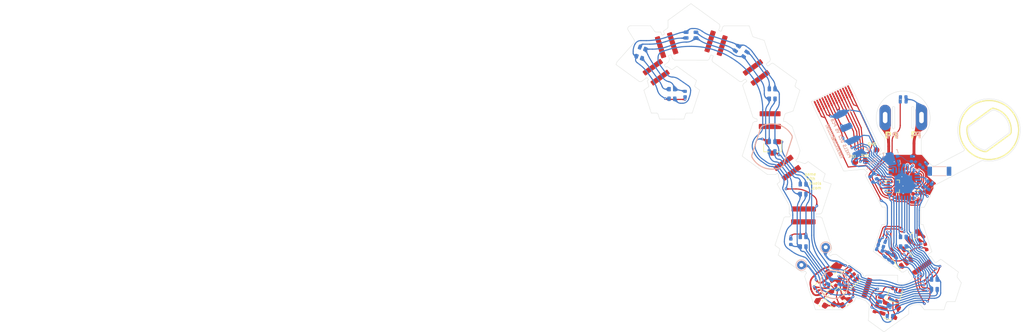
<source format=kicad_pcb>
(kicad_pcb (version 20221018) (generator pcbnew)
  (title_block (title "D12V3") (date "2023-06-26") (rev "1") (company "Systemic Games, LLC"))
  (layers (0 "F.Cu" signal) (31 "B.Cu" signal) (34 "B.Paste" user) (35 "F.Paste" user) (36 "B.SilkS" user "B.Silkscreen") (37 "F.SilkS" user "F.Silkscreen") (38 "B.Mask" user) (39 "F.Mask" user) (44 "Edge.Cuts" user))
  (net 0 "")
  (net 1 "Net-(C1-Pad1)")
  (net 2 "GND")
  (net 3 "VDD")
  (net 4 "VDC")
  (net 5 "VEE")
  (net 6 "Net-(L1-Pad2)")
  (net 7 "Net-(L1-Pad1)")
  (net 8 "+5V")
  (net 9 "/LED_EN")
  (net 10 "Net-(C2-Pad2)")
  (net 11 "Net-(C3-Pad1)")
  (net 12 "Net-(C5-Pad2)")
  (net 13 "Net-(C7-Pad1)")
  (net 14 "Net-(C19-Pad1)")
  (net 15 "Net-(C19-Pad2)")
  (net 16 "/ANTENNA")
  (net 17 "RXI")
  (net 18 "TXO")
  (net 19 "SWO")
  (net 20 "RESET")
  (net 21 "SWDCLK")
  (net 22 "SWDIO")
  (net 23 "Net-(R10-Pad1)")
  (net 24 "/LED_DATA")
  (net 25 "+BATT")
  (net 26 "/STATS")
  (net 27 "/5V_SENSE")
  (net 28 "/VBAT_SENSE")
  (net 29 "/Power Supply/MAG1_")
  (net 30 "Net-(D10-Pad1)")
  (net 31 "/LED_RETURN")
  (net 32 "/Power Supply/LED_EN_OUT")
  (net 33 "Net-(R3-Pad1)")
  (net 34 "Net-(D2-Pad3)")
  (net 35 "Net-(D3-Pad3)")
  (net 36 "Net-(D4-Pad3)")
  (net 37 "Net-(D5-Pad3)")
  (net 38 "Net-(D6-Pad3)")
  (net 39 "Net-(D7-Pad3)")
  (net 40 "Net-(D8-Pad3)")
  (net 41 "Net-(D10-Pad3)")
  (net 42 "Net-(D11-Pad3)")
  (net 43 "Net-(D12-Pad3)")
  (net 44 "/SCL")
  (net 45 "/SDA")
  (net 46 "/ACC_INT")
  (net 48 "/BATT_NTC")
  (net 51 "/ANT_NRF")
  (net 52 "/ANT_50")
  (net 53 "/NTC_ID_VDD")
  (net 54 "/PROG")
  (footprint "Pixels-dice:SOT-353_SC-70-5" (layer "F.Cu") (at 157.6 128.496903 -110)
    (fp_text reference "U7")
    (fp_text value "SN74LVC1G08" hide)
  )
  (footprint "Package_TO_SOT_SMD:SOT-23-5" (layer "F.Cu") (at 149.32 125.856903 -140)
    (fp_text reference "U5" hide)
    (fp_text value "MCP73832T-2ACI/OT")
  )
  (footprint "Pixels-dice:SOT-23" (layer "F.Cu") (at 136.15 102.546903 90)
    (fp_text reference "U8" hide)
    (fp_text value "TMR1366")
  )
  (footprint "Pixels-dice:SOT-23-5" (layer "F.Cu") (at 156.83 131.276903 -20)
    (fp_text reference "U6")
    (fp_text value "MT9700" hide)
  )
  (footprint "Pixels-dice:R_0402_1005Metric" (layer "F.Cu") (at 154.246428 131.021657 70)
    (fp_text reference "R3")
    (fp_text value "10k 5%")
  )
  (footprint "Pixels-dice:C_0402_1005Metric" (layer "F.Cu") (at 159.36 106.246903 180)
    (fp_text reference "C7")
    (fp_text value "100pF NP0 10V 5%")
  )
  (footprint "Inductor_SMD:L_0805_2012Metric" (layer "F.Cu") (at 160.926657 118.182312 40)
    (fp_text reference "L1")
    (fp_text value "10uH 100mA 20%")
  )
  (footprint "Pixels-dice:C_0402_1005Metric" (layer "F.Cu") (at 159.38 107.056903)
    (fp_text reference "C5")
    (fp_text value "8pF 10V 10%")
  )
  (footprint "Pixels-dice:C_0402_1005Metric" (layer "F.Cu") (at 160.35 111.506903 180)
    (fp_text reference "C3")
    (fp_text value "0.1uF 10V 20%")
  )
  (footprint "Pixels-dice:C_0402_1005Metric" (layer "F.Cu") (at 161.82 108.166903 -90)
    (fp_text reference "C2")
    (fp_text value "8pF 10V 10%")
  )
  (footprint "Pixels-dice:C_0402_1005Metric" (layer "F.Cu") (at 158.64 111.496903)
    (fp_text reference "C10")
    (fp_text value "0.1uF 10V 20%")
  )
  (footprint "Pixels-dice:C_0402_1005Metric" (layer "F.Cu") (at 156.69 120.866903 -145)
    (fp_text reference "C18")
    (fp_text value "4.7uF 10V 20%")
  )
  (footprint "Pixels-dice:R_0402_1005Metric" (layer "F.Cu") (at 146.9 126.496903 -50)
    (fp_text reference "R4")
    (fp_text value "100k 1%")
  )
  (footprint "Pixels-dice:SOT-23-5" (layer "F.Cu") (at 159.040716 121.970943 125)
    (fp_text reference "U4")
    (fp_text value "ME6215" hide)
  )
  (footprint "Pixels-dice:C_0402_1005Metric" (layer "F.Cu") (at 160.36 110.736903 180)
    (fp_text reference "C4")
    (fp_text value "4.7uF 10V 20%")
  )
  (footprint "Pixels-dice:R_0402_1005Metric" (layer "F.Cu") (at 150 127.976903 40)
    (fp_text reference "R6")
    (fp_text value "22k 1%")
  )
  (footprint "Capacitor_SMD:C_0603_1608Metric" (layer "F.Cu") (at 144.66 130.046903 -30)
    (fp_text reference "C13" hide)
    (fp_text value "4.7uF 25V 20%")
  )
  (footprint "Package_TO_SOT_SMD:SOT-363_SC-70-6" (layer "F.Cu") (at 144.79 127.276903 -140)
    (fp_text reference "D1")
    (fp_text value "BAV99S")
  )
  (footprint "Capacitor_SMD:C_0603_1608Metric" (layer "F.Cu") (at 149.06 129.916903 -144)
    (fp_text reference "C15")
    (fp_text value "22uF 10V 20%")
  )
  (footprint "Inductor_SMD:L_0402_1005Metric" (layer "F.Cu") (at 162.31 118.596903 -140)
    (fp_text reference "L2")
    (fp_text value "15nH 100mA 5%")
  )
  (footprint "Pixels-dice:C_0402_1005Metric" (layer "F.Cu") (at 163.14 120.106903 -75)
    (fp_text reference "C1")
    (fp_text value "4.7uF 10V 20%")
  )
  (footprint "Pixels-dice:Crystal_SMD_2016-4Pin_2.0x1.6mm" (layer "F.Cu") (at 160.25 108.646903 90)
    (fp_text reference "Y1")
    (fp_text value "32MHz 40ppm")
  )
  (footprint "Package_LGA:LGA-12_2x2mm_P0.5mm" (layer "F.Cu") (at 157.38 109.386903)
    (fp_text reference "U2")
    (fp_text value "KXTJ3-1057")
  )
  (footprint "Pixels-dice:R_0402_1005Metric" (layer "F.Cu") (at 162.41 110.006903 -125)
    (fp_text reference "R5")
    (fp_text value "100k 1%")
  )
  (footprint "Pixels-dice:SOT-23" (layer "F.Cu") (at 147.05 128.776903 -50)
    (fp_text reference "U3" hide)
    (fp_text value "PJ75AL50SA")
  )
  (footprint "Capacitor_SMD:C_0805_2012Metric" (layer "F.Cu") (at 146.75 124.106903 40)
    (fp_text reference "C19" hide)
    (fp_text value "12nF 50V 5% NP0")
  )
  (footprint "Pixels-dice:TEST_PIN" (layer "F.Cu") (at 154.45 103)
    (fp_text reference "W19" hide)
    (fp_text value "GND")
  )
  (footprint "Pixels-dice:C_0402_1005Metric" (layer "F.Cu") (at 154.84621 129.41307 -110)
    (fp_text reference "C24")
    (fp_text value "0.1uF 10V 20%")
  )
  (footprint "Pixels-dice:FPC_14" (layer "F.Cu") (at 143.897201 95.286906 25)
    (fp_text reference "J1")
    (fp_text value "Conn_01x14")
  )
  (footprint "Pixels-dice:TEST_PIN" (layer "F.Cu") (at 150.7 105.15)
    (fp_text reference "W1" hide)
    (fp_text value "RXI")
  )
  (footprint "Pixels-dice:TEST_PIN" (layer "F.Cu") (at 152.55 105)
    (fp_text reference "W2" hide)
    (fp_text value "TXO")
  )
  (footprint "Pixels-dice:TX1812Z_2020" (layer "B.Cu") (at 146.96 126.686903 60)
    (fp_text reference "D5")
    (fp_text value "TX1812Z_2020")
  )
  (footprint "Pixels-dice:TX1812Z_2020" (layer "B.Cu") (at 156.025902 129.556903 70)
    (fp_text reference "D4")
    (fp_text value "TX1812Z_2020")
  )
  (footprint "Pixels-dice:TX1812Z_2020" (layer "B.Cu") (at 141.51 119.176903)
    (fp_text reference "D6")
    (fp_text value "TX1812Z_2020")
  )
  (footprint "Pixels-dice:C_0402_1005Metric" (layer "B.Cu") (at 156.8 132.216903 180)
    (fp_text reference "C16")
    (fp_text value "10uF 10V 20%")
  )
  (footprint "Pixels-dice:TX1812Z_2020" (layer "B.Cu") (at 159.16 119.176903 180)
    (fp_text reference "D2")
    (fp_text value "TX1812Z_2020")
  )
  (footprint "Pixels-dice:TX1812Z_2020" (layer "B.Cu") (at 141.51 109.896903)
    (fp_text reference "D7")
    (fp_text value "TX1812Z_2020")
  )
  (footprint "Pixels-dice:TX1812Z_2020" (layer "B.Cu") (at 118.41 93.116903 180)
    (fp_text reference "D13")
    (fp_text value "TX1812Z_2020")
  )
  (footprint "Pixels-dice:TX1812Z_2020" (layer "B.Cu") (at 112.95 85.842805 160)
    (fp_text reference "D12")
    (fp_text value "TX1812Z_2020")
  )
  (footprint "Pixels-dice:TX1812Z_2020" (layer "B.Cu") (at 136.06 93.116903)
    (fp_text reference "D9")
    (fp_text value "TX1812Z_2020")
  )
  (footprint "Pixels-dice:TX1812Z_2020" (layer "B.Cu") (at 136.05 102.396903)
    (fp_text reference "D8")
    (fp_text value "TX1812Z_2020")
  )
  (footprint "TestPoint:TestPoint_THTPad_D1.5mm_Drill0.7mm" (layer "B.Cu") (at 145.49 120.146903 150)
    (fp_text reference "P6" hide)
    (fp_text value "COILB")
  )
  (footprint "Pixels-dice:C_0402_1005Metric" (layer "B.Cu") (at 159.129997 93.646902)
    (fp_text reference "C6")
    (fp_text value "DNP")
  )
  (footprint "TestPoint:TestPoint_THTPad_D1.5mm_Drill0.7mm" (layer "B.Cu") (at 141.2 123.286903 150)
    (fp_text reference "P5" hide)
    (fp_text value "COILA")
  )
  (footprint "Pixels-dice:TX1812Z_2020" (layer "B.Cu") (at 121.78 82.736903 90)
    (fp_text reference "D11")
    (fp_text value "TX1812Z_2020")
  )
  (footprint "Pixels-dice:R_0402_1005Metric" (layer "B.Cu") (at 163.22 108.996903 63)
    (fp_text reference "R10")
    (fp_text value "100k 1%")
  )
  (footprint "Package_DFN_QFN:QFN-32-1EP_5x5mm_P0.5mm_EP3.1x3.1mm" (layer "B.Cu") (at 159.15 109.046903 90)
    (fp_text reference "U1")
    (fp_text value "N52810_QFN32")
  )
  (footprint "Pixels-dice:0402_RF" (layer "B.Cu") (at 158.82 105.656903 -1)
    (fp_text reference "C8")
    (fp_text value "0.8pF 10V 5% C0G")
  )
  (footprint "Pixels-dice:C_0402_1005Metric" (layer "B.Cu") (at 139.34 119.176903 90)
    (fp_text reference "C23")
    (fp_text value "0.1uF 10V 20%")
  )
  (footprint "Pixels-dice:TX1812Z_2020" (layer "B.Cu") (at 164.62 126.686903 180)
    (fp_text reference "D3")
    (fp_text value "TX1812Z_2020")
  )
  (footprint "Pixels-dice:C_0402_1005Metric" (layer "B.Cu") (at 120.73 93.136903 -90)
    (fp_text reference "C9")
    (fp_text value "10uF 10V 20%")
  )
  (footprint "Resistor_SMD:R_0402_1005Metric" (layer "B.Cu") (at 163.86 109.496903 -117)
    (fp_text reference "R9")
    (fp_text value "180k 1%")
  )
  (footprint "Pixels-dice:Hongjie 10100 Connector" (layer "B.Cu") (at 159.15 97.276903)
    (fp_text reference "J3")
    (fp_text value "Conn_01x02")
  )
  (footprint "Pixels-dice:TX1812Z_2020" (layer "B.Cu") (at 130.6 85.616903 55)
    (fp_text reference "D10")
    (fp_text value "TX1812Z_2020")
  )
  (footprint "Pixels-dice:C_0402_1005Metric" (layer "B.Cu") (at 155.2 119.876903 -18)
    (fp_text reference "C21")
    (fp_text value "10nF 25V 10%")
  )
  (footprint "Pixels-dice:R_0402_1005Metric" (layer "B.Cu") (at 157.59761 122.444049 -126)
    (fp_text reference "R7")
    (fp_text value "4.02M 1%")
  )
  (footprint "Pixels-dice:R_0402_1005Metric" (layer "B.Cu") (at 154.946606 120.656768 162)
    (fp_text reference "R2")
    (fp_text value "4.02M 1%")
  )
  (footprint "Pixels-dice:R_0402_1005Metric" (layer "B.Cu") (at 156.94 121.946903 54)
    (fp_text reference "R8")
    (fp_text value "10M 1%")
  )
  (footprint "Pixels-dice:R_0402_1005Metric" (layer "B.Cu") (at 155.456484 119.087525 162)
    (fp_text reference "R1")
    (fp_text value "4.02M 1%")
  )
  (footprint "Pixels-dice:C_0402_1005Metric" (layer "B.Cu") (at 156.256761 121.475221 54)
    (fp_text reference "C22")
    (fp_text value "10nF 25V 10%")
  )
  (footprint "Pixels-dice:R_0402_1005Metric" (layer "B.Cu") (at 153.55 108.166903 -62.5)
    (fp_text reference "R12")
    (fp_text value "2.7k 5%")
  )
  (footprint "Pixels-dice:R_0402_1005Metric" (layer "B.Cu") (at 154.21 107.616903 -62.5)
    (fp_text reference "R16")
    (fp_text value "2.7k 5%")
  )
  (footprint "Pixels-dice:0402_RF" (layer "B.Cu") (at 162.93 105.776903 40)
    (fp_text reference "C11")
    (fp_text value "DNP")
  )
  (footprint "Pixels-dice:0402_RF" (layer "B.Cu") (at 158.18 104.536903 105)
    (fp_text reference "L5")
    (fp_text value "3.9nH 5%")
  )
  (footprint "Pixels-dice:0402_RF" (layer "B.Cu") (at 160.58 104.556903 90)
    (fp_text reference "C12")
    (fp_text value "DNP")
  )
  (footprint "Pixels-dice:CHIP_ANT" (layer "B.Cu") (at 163.799999 106.736904 90)
    (fp_text reference "AE1")
    (fp_text value "Antenna_Chip" hide)
  )
  (footprint "Pixels-dice:R_0402_1005Metric" (layer "B.Cu") (at 159.12 94.486903)
    (fp_text reference "TH1")
    (fp_text value "NTC 100k @ 25C")
  )
  (footprint "Pixels-dice:FPC-POGO-4" (layer "B.Cu") (at 149.664438 100.153932 115)
    (fp_text reference "J2")
    (fp_text value "Conn_01x04")
  )
  (footprint "RFFrontEnd:MFH3.RECE.20369.001E.01" (layer "B.Cu") (at 157.14 104.486903 104)
    (fp_text reference "J4" hide)
    (fp_text value "DNP" hide)
  )
  (footprint "Pixels-dice:0402_RF" (layer "B.Cu") (at 161.67 105.316903 -33)
    (fp_text reference "L3")
    (fp_text value "0 Ohm")
  )
  (gr_curve (pts (xy 132.548826 104.342538) (xy 132.466505 104.196304) (xy 132.449188 104.022283) (xy 132.501075 103.862708)) (stroke (width 0.2)) (layer "B.SilkS"))
  (gr_curve (pts (xy 138.015761 105.659422) (xy 137.963783 105.819316) (xy 137.847083 105.950062) (xy 137.694109 106.019821)) (stroke (width 0.2)) (layer "B.SilkS"))
  (gr_curve (pts (xy 137.694109 106.019821) (xy 135.803694 106.881867) (xy 133.568025 106.153074) (xy 132.548826 104.342538)) (stroke (width 0.2)) (layer "B.SilkS"))
  (gr_line (start 132.501075 103.862708) (end 134.048385 99.103512) (stroke (width 0.2)) (layer "B.SilkS"))
  (gr_circle (center 146.96 126.686903) (end 149.46 126.686903) (stroke (width 0.2)) (fill none) (layer "B.SilkS"))
  (gr_curve (pts (xy 134.048385 99.103512) (xy 134.100275 98.94393) (xy 134.216615 98.81336) (xy 134.369189 98.7435)) (stroke (width 0.2)) (layer "B.SilkS"))
  (gr_curve (pts (xy 139.517083 100.412753) (xy 139.59979 100.559137) (xy 139.617281 100.733512) (xy 139.565293 100.893408)) (stroke (width 0.2)) (layer "B.SilkS"))
  (gr_curve (pts (xy 134.369189 98.7435) (xy 136.258263 97.878509) (xy 138.495064 98.603812) (xy 139.517083 100.412753)) (stroke (width 0.2)) (layer "B.SilkS"))
  (gr_line (start 139.565293 100.893408) (end 138.015761 105.659422) (stroke (width 0.2)) (layer "B.SilkS"))
  (gr_line (start 173.89213 103.212184) (end 177.92447 100.248359) (stroke (width 0.2)) (layer "F.SilkS"))
  (gr_curve (pts (xy 175.630409 104.485685) (xy 178.399074 103.722676) (xy 180.024981 100.859688) (xy 179.261972 98.091021)) (stroke (width 0.2)) (layer "F.SilkS"))
  (gr_curve (pts (xy 172.867753 94.459336) (xy 170.099086 95.222345) (xy 168.473182 98.085335) (xy 169.236191 100.853999)) (stroke (width 0.2)) (layer "F.SilkS"))
  (gr_curve (pts (xy 177.924913 100.248235) (xy 178.037591 100.165416) (xy 178.110438 100.039193) (xy 178.125775 99.900195)) (stroke (width 0.2)) (layer "F.SilkS"))
  (gr_curve (pts (xy 175.00369 95.646316) (xy 174.866225 95.6192) (xy 174.723694 95.651002) (xy 174.610796 95.733984)) (stroke (width 0.2)) (layer "F.SilkS"))
  (gr_curve (pts (xy 170.372171 99.050757) (xy 170.153132 101.064625) (xy 171.512394 102.910905) (xy 173.500444 103.299878)) (stroke (width 0.2)) (layer "F.SilkS"))
  (gr_line (start 170.573118 98.701939) (end 170.572669 98.702062) (stroke (width 0.2)) (layer "F.SilkS"))
  (gr_line (start 175.004136 95.646194) (end 175.00369 95.646316) (stroke (width 0.2)) (layer "F.SilkS"))
  (gr_line (start 177.924913 100.248235) (end 177.92447 100.248359) (stroke (width 0.2)) (layer "F.SilkS"))
  (gr_line (start 170.372171 99.050757) (end 170.371725 99.050877) (stroke (width 0.2)) (layer "F.SilkS"))
  (gr_line (start 173.89213 103.212184) (end 173.892576 103.21206) (stroke (width 0.2)) (layer "F.SilkS"))
  (gr_line (start 177.92447 100.248359) (end 177.924913 100.248235) (stroke (width 0.2)) (layer "F.SilkS"))
  (gr_curve (pts (xy 178.125775 99.900195) (xy 178.347956 97.886669) (xy 176.991578 96.038272) (xy 175.004136 95.646194)) (stroke (width 0.2)) (layer "F.SilkS"))
  (gr_circle (center 161.66 110.156903) (end 161.766301 110.156903) (stroke (width 0.15)) (fill solid) (layer "F.SilkS"))
  (gr_line (start 174.610796 95.733984) (end 170.572669 98.702062) (stroke (width 0.2)) (layer "F.SilkS"))
  (gr_line (start 170.371725 99.050877) (end 170.372171 99.050757) (stroke (width 0.2)) (layer "F.SilkS"))
  (gr_line (start 177.924913 100.248235) (end 173.892576 103.21206) (stroke (width 0.2)) (layer "F.SilkS"))
  (gr_curve (pts (xy 179.262417 98.090898) (xy 178.499407 95.322232) (xy 175.636419 93.696326) (xy 172.867753 94.459336)) (stroke (width 0.2)) (layer "F.SilkS"))
  (gr_circle (center 146.47 126.726903) (end 146.576301 126.726903) (stroke (width 0.15)) (fill solid) (layer "F.SilkS"))
  (gr_line (start 170.573118 98.701939) (end 174.611239 95.733859) (stroke (width 0.2)) (layer "F.SilkS"))
  (gr_line (start 178.125328 99.900318) (end 178.125775 99.900195) (stroke (width 0.2)) (layer "F.SilkS"))
  (gr_line (start 174.611239 95.733859) (end 174.610796 95.733984) (stroke (width 0.2)) (layer "F.SilkS"))
  (gr_line (start 174.610796 95.733984) (end 174.611239 95.733859) (stroke (width 0.2)) (layer "F.SilkS"))
  (gr_curve (pts (xy 170.371725 99.050877) (xy 170.152687 101.064748) (xy 171.511948 102.911027) (xy 173.5 103.3)) (stroke (width 0.2)) (layer "F.SilkS"))
  (gr_curve (pts (xy 177.92447 100.248359) (xy 178.037145 100.165537) (xy 178.109992 100.039315) (xy 178.125328 99.900318)) (stroke (width 0.2)) (layer "F.SilkS"))
  (gr_line (start 173.500444 103.299878) (end 173.5 103.3) (stroke (width 0.2)) (layer "F.SilkS"))
  (gr_curve (pts (xy 175.004136 95.646194) (xy 174.866672 95.619075) (xy 174.724135 95.650879) (xy 174.611239 95.733859)) (stroke (width 0.2)) (layer "F.SilkS"))
  (gr_line (start 173.5 103.3) (end 173.500444 103.299878) (stroke (width 0.2)) (layer "F.SilkS"))
  (gr_line (start 175.00369 95.646316) (end 175.004136 95.646194) (stroke (width 0.2)) (layer "F.SilkS"))
  (gr_line (start 173.892576 103.21206) (end 173.89213 103.212184) (stroke (width 0.2)) (layer "F.SilkS"))
  (gr_curve (pts (xy 175.630854 104.485564) (xy 178.399521 103.722554) (xy 180.025425 100.859564) (xy 179.262417 98.090898)) (stroke (width 0.2)) (layer "F.SilkS"))
  (gr_curve (pts (xy 172.867306 94.459458) (xy 170.098639 95.222467) (xy 168.472735 98.085457) (xy 169.235744 100.854122)) (stroke (width 0.2)) (layer "F.SilkS"))
  (gr_circle (center 156.08 108.626903) (end 156.186301 108.626903) (stroke (width 0.15)) (fill solid) (layer "F.SilkS"))
  (gr_curve (pts (xy 169.235744 100.854122) (xy 169.998755 103.62279) (xy 172.861744 105.248697) (xy 175.630409 104.485685)) (stroke (width 0.2)) (layer "F.SilkS"))
  (gr_curve (pts (xy 173.5 103.3) (xy 173.637238 103.326854) (xy 173.779451 103.295004) (xy 173.89213 103.212184)) (stroke (width 0.2)) (layer "F.SilkS"))
  (gr_curve (pts (xy 169.236191 100.853999) (xy 169.999202 103.622666) (xy 172.862188 105.248572) (xy 175.630854 104.485564)) (stroke (width 0.2)) (layer "F.SilkS"))
  (gr_curve (pts (xy 179.261972 98.091021) (xy 178.498962 95.322356) (xy 175.635974 93.696447) (xy 172.867306 94.459458)) (stroke (width 0.2)) (layer "F.SilkS"))
  (gr_line (start 170.572669 98.702062) (end 170.573118 98.701939) (stroke (width 0.2)) (layer "F.SilkS"))
  (gr_curve (pts (xy 170.572669 98.702062) (xy 170.459773 98.785042) (xy 170.386874 98.911588) (xy 170.371725 99.050877)) (stroke (width 0.2)) (layer "F.SilkS"))
  (gr_line (start 178.125775 99.900195) (end 178.125328 99.900318) (stroke (width 0.2)) (layer "F.SilkS"))
  (gr_curve (pts (xy 170.573118 98.701939) (xy 170.460221 98.784919) (xy 170.387319 98.911464) (xy 170.372171 99.050757)) (stroke (width 0.2)) (layer "F.SilkS"))
  (gr_curve (pts (xy 178.125328 99.900318) (xy 178.34751 97.886791) (xy 176.991131 96.038393) (xy 175.00369 95.646316)) (stroke (width 0.2)) (layer "F.SilkS"))
  (gr_curve (pts (xy 173.500444 103.299878) (xy 173.637686 103.32673) (xy 173.779897 103.294881) (xy 173.892576 103.21206)) (stroke (width 0.2)) (layer "F.SilkS"))
  (gr_arc (start 138.339912 96.675219) (mid 138.38863 96.595614) (end 138.468236 96.546897) (stroke (width 0.05)) (layer "Edge.Cuts"))
  (gr_line (start 131.396631 90.545117) (end 131.573631 90.787817) (stroke (width 0.05)) (layer "Edge.Cuts"))
  (gr_line (start 132.965631 97.987517) (end 132.685631 98.190917) (stroke (width 0.05)) (layer "Edge.Cuts"))
  (gr_line (start 152.229631 106.390017) (end 148.643631 106.720017) (stroke (width 0.05)) (layer "Edge.Cuts"))
  (gr_line (start 121.759631 77.190017) (end 117.719631 80.123117) (stroke (width 0.05)) (layer "Edge.Cuts"))
  (gr_arc (start 160.115497 124.369061) (mid 160.133493 124.443553) (end 160.093516 124.508935) (stroke (width 0.05)) (layer "Edge.Cuts"))
  (gr_line (start 141.745631 105.395017) (end 140.672631 105.047017) (stroke (width 0.05)) (layer "Edge.Cuts"))
  (gr_line (start 173.675011 102.963929) (end 177.730011 100.018929) (stroke (width 0.05)) (layer "Edge.Cuts"))
  (gr_line (start 118.301631 86.288817) (end 118.493631 86.880517) (stroke (width 0.05)) (layer "Edge.Cuts"))
  (gr_arc (start 174.946604 95.941337) (mid 177.146479 97.352509) (end 177.811929 99.879936) (stroke (width 0.05)) (layer "Edge.Cuts"))
  (gr_line (start 146.592631 120.392017) (end 144.842631 115.003017) (stroke (width 0.05)) (layer "Edge.Cuts"))
  (gr_arc (start 169.854454 102.794045) (mid 177.139078 94.800599) (end 173.192104 104.869478) (stroke (width 0.05)) (layer "Edge.Cuts"))
  (gr_line (start 126.773631 80.836117) (end 121.759631 77.190017) (stroke (width 0.05)) (layer "Edge.Cuts"))
  (gr_line (start 120.520631 97.565517) (end 120.819631 96.643617) (stroke (width 0.05)) (layer "Edge.Cuts"))
  (gr_line (start 140.672631 105.047017) (end 140.567631 105.124017) (stroke (width 0.05)) (layer "Edge.Cuts"))
  (gr_arc (start 138.075255 97.504274) (mid 138.076536 97.488629) (end 138.08024 97.473374) (stroke (width 0.05)) (layer "Edge.Cuts"))
  (gr_line (start 137.150631 107.603017) (end 137.421631 108.439017) (stroke (width 0.05)) (layer "Edge.Cuts"))
  (gr_line (start 136.671631 107.333017) (end 136.915631 107.156017) (stroke (width 0.05)) (layer "Edge.Cuts"))
  (gr_line (start 159.790631 126.403017) (end 159.474631 126.505017) (stroke (width 0.05)) (layer "Edge.Cuts"))
  (gr_line (start 126.658631 81.842717) (end 126.879631 81.163017) (stroke (width 0.05)) (layer "Edge.Cuts"))
  (gr_line (start 132.619631 82.940017) (end 132.028631 81.117517) (stroke (width 0.05)) (layer "Edge.Cuts"))
  (gr_line (start 141.931631 124.874017) (end 141.784631 125.323017) (stroke (width 0.05)) (layer "Edge.Cuts"))
  (gr_line (start 146.461631 108.981017) (end 145.165631 108.560017) (stroke (width 0.05)) (layer "Edge.Cuts"))
  (gr_line (start 122.740631 90.729217) (end 119.285631 88.216817) (stroke (width 0.05)) (layer "Edge.Cuts"))
  (gr_line (start 143.725631 114.676017) (end 143.725631 114.376017) (stroke (width 0.05)) (layer "Edge.Cuts"))
  (gr_line (start 118.264631 88.787217) (end 117.552631 88.269917) (stroke (width 0.05)) (layer "Edge.Cuts"))
  (gr_line (start 167.000631 129.724017) (end 168.287631 129.725017) (stroke (width 0.05)) (layer "Edge.Cuts"))
  (gr_line (start 153.198631 125.070017) (end 152.588631 125.070017) (stroke (width 0.05)) (layer "Edge.Cuts"))
  (gr_arc (start 168.67038 125.457328) (mid 168.616877 125.327856) (end 168.627901 125.1882) (stroke (width 0.05)) (layer "Edge.Cuts"))
  (gr_line (start 141.784631 125.323017) (end 143.672631 131.145017) (stroke (width 0.05)) (layer "Edge.Cuts"))
  (gr_arc (start 140.161616 91.878544) (mid 140.089106 91.77849) (end 140.089113 91.654924) (stroke (width 0.05)) (layer "Edge.Cuts"))
  (gr_arc (start 164.553566 109.772021) (mid 164.54629 109.831885) (end 164.524887 109.888264) (stroke (width 0.05)) (layer "Edge.Cuts"))
  (gr_arc (start 152.533752 125.238278) (mid 152.484042 125.296253) (end 152.407915 125.302315) (stroke (width 0.05)) (layer "Edge.Cuts"))
  (gr_line (start 170.739576 98.916517) (end 174.789576 95.975617) (stroke (width 0.05)) (layer "Edge.Cuts"))
  (gr_line (start 162.338631 113.098017) (end 162.838631 113.099017) (stroke (width 0.05)) (layer "Edge.Cuts"))
  (gr_line (start 136.559631 119.811017) (end 137.341631 120.379017) (stroke (width 0.05)) (layer "Edge.Cuts"))
  (gr_arc (start 153.071548 130.185999) (mid 153.132399 130.287515) (end 153.149266 130.404663) (stroke (width 0.05)) (layer "Edge.Cuts"))
  (gr_line (start 139.125631 114.775017) (end 138.361631 114.775017) (stroke (width 0.05)) (layer "Edge.Cuts"))
  (gr_line (start 162.242631 130.374017) (end 162.834631 131.153017) (stroke (width 0.05)) (layer "Edge.Cuts"))
  (gr_line (start 119.285631 88.216817) (end 118.499631 88.787217) (stroke (width 0.05)) (layer "Edge.Cuts"))
  (gr_arc (start 135.354447 88.16608) (mid 135.280007 88.184016) (end 135.214759 88.143945) (stroke (width 0.05)) (layer "Edge.Cuts"))
  (gr_arc (start 161.041635 99.061525) (mid 160.841824 99.261721) (end 160.641627 99.061912) (stroke (width 0.05)) (layer "Edge.Cuts"))
  (gr_line (start 137.113631 121.525017) (end 141.174631 124.474017) (stroke (width 0.05)) (layer "Edge.Cuts"))
  (gr_arc (start 132.739567 83.050017) (mid 132.668011 83.007788) (end 132.619955 82.940007) (stroke (width 0.05)) (layer "Edge.Cuts"))
  (gr_line (start 146.443631 120.980017) (end 146.592631 120.392017) (stroke (width 0.05)) (layer "Edge.Cuts"))
  (gr_arc (start 126.722425 81.968706) (mid 126.664346 81.918936) (end 126.658319 81.842686) (stroke (width 0.05)) (layer "Edge.Cuts"))
  (gr_line (start 155.631631 103.675017) (end 155.459631 103.520017) (stroke (width 0.05)) (layer "Edge.Cuts"))
  (gr_line (start 110.705631 81.872917) (end 111.748631 83.548317) (stroke (width 0.05)) (layer "Edge.Cuts"))
  (gr_line (start 131.550631 90.927517) (end 130.976631 91.344717) (stroke (width 0.05)) (layer "Edge.Cuts"))
  (gr_arc (start 143.72573 114.37602) (mid 143.755031 114.305335) (end 143.82575 114.276116) (stroke (width 0.05)) (layer "Edge.Cuts"))
  (gr_arc (start 143.825928 114.775751) (mid 143.755109 114.746541) (end 143.725897 114.675723) (stroke (width 0.05)) (layer "Edge.Cuts"))
  (gr_line (start 159.938631 124.126017) (end 160.115631 124.369017) (stroke (width 0.05)) (layer "Edge.Cuts"))
  (gr_arc (start 161.999331 130.249717) (mid 162.135576 130.282372) (end 162.242032 130.373454) (stroke (width 0.05)) (layer "Edge.Cuts"))
  (gr_line (start 152.588631 125.070017) (end 152.533631 125.238017) (stroke (width 0.05)) (layer "Edge.Cuts"))
  (gr_arc (start 117.719886 81.352898) (mid 117.698282 81.443895) (end 117.637709 81.515157) (stroke (width 0.05)) (layer "Edge.Cuts"))
  (gr_arc (start 155.659684 100.603519) (mid 159.135255 92.613048) (end 162.601996 100.607354) (stroke (width 0.05)) (layer "Edge.Cuts"))
  (gr_arc (start 141.924164 105.366736) (mid 141.837915 105.402472) (end 141.744843 105.395146) (stroke (width 0.05)) (layer "Edge.Cuts"))
  (gr_line (start 161.089631 130.250017) (end 161.999631 130.250017) (stroke (width 0.05)) (layer "Edge.Cuts"))
  (gr_line (start 115.948631 96.644617) (end 116.248631 97.563417) (stroke (width 0.05)) (layer "Edge.Cuts"))
  (gr_line (start 138.075631 97.567517) (end 138.075631 97.504317) (stroke (width 0.05)) (layer "Edge.Cuts"))
  (gr_line (start 159.217631 124.526017) (end 159.799631 124.104017) (stroke (width 0.05)) (layer "Edge.Cuts"))
  (gr_line (start 117.830631 87.450317) (end 117.991631 86.954317) (stroke (width 0.05)) (layer "Edge.Cuts"))
  (gr_arc (start 137.421478 108.439198) (mid 137.421477 108.562839) (end 137.348672 108.662772) (stroke (width 0.05)) (layer "Edge.Cuts"))
  (gr_arc (start 166.71576 129.931693) (mid 166.824794 129.781619) (end 167.001302 129.72456) (stroke (width 0.05)) (layer "Edge.Cuts"))
  (gr_arc (start 114.257667 90.53839) (mid 114.27547 90.612818) (end 114.235479 90.678064) (stroke (width 0.05)) (layer "Edge.Cuts"))
  (gr_line (start 144.542631 114.276017) (end 144.799631 114.090017) (stroke (width 0.05)) (layer "Edge.Cuts"))
  (gr_line (start 162.237631 115.795017) (end 162.237631 115.585017) (stroke (width 0.05)) (layer "Edge.Cuts"))
  (gr_line (start 164.184631 120.925017) (end 162.634631 116.149017) (stroke (width 0.05)) (layer "Edge.Cuts"))
  (gr_line (start 127.371631 81.269217) (end 127.133631 81.997417) (stroke (width 0.05)) (layer "Edge.Cuts"))
  (gr_arc (start 173.675848 102.964508) (mid 173.600756 102.998114) (end 173.518483 102.998687) (stroke (width 0.05)) (layer "Edge.Cuts"))
  (gr_line (start 138.468631 96.546917) (end 139.748631 96.130817) (stroke (width 0.05)) (layer "Edge.Cuts"))
  (gr_line (start 150.888631 128.999017) (end 152.377631 129.482017) (stroke (width 0.05)) (layer "Edge.Cuts"))
  (gr_line (start 155.728631 103.675017) (end 155.631631 103.675017) (stroke (width 0.05)) (layer "Edge.Cuts"))
  (gr_line (start 162.237631 115.585017) (end 162.238631 113.658017) (stroke (width 0.05)) (layer "Edge.Cuts"))
  (gr_arc (start 157.641643 99.064794) (mid 157.441825 99.264929) (end 157.241619 99.065182) (stroke (width 0.05)) (layer "Edge.Cuts"))
  (gr_line (start 155.745631 135.073017) (end 160.096631 131.915017) (stroke (width 0.05)) (layer "Edge.Cuts"))
  (gr_line (start 158.145631 125.072017) (end 153.198631 125.070017) (stroke (width 0.05)) (layer "Edge.Cuts"))
  (gr_line (start 160.613631 130.404017) (end 161.089631 130.250017) (stroke (width 0.05)) (layer "Edge.Cuts"))
  (gr_arc (start 135.038223 87.901149) (mid 135.020621 87.826798) (end 135.060514 87.761633) (stroke (width 0.05)) (layer "Edge.Cuts"))
  (gr_line (start 117.126631 87.961317) (end 117.830631 87.450317) (stroke (width 0.05)) (layer "Edge.Cuts"))
  (gr_arc (start 131.256924 90.522932) (mid 131.331333 90.505078) (end 131.396508 90.545175) (stroke (width 0.05)) (layer "Edge.Cuts"))
  (gr_arc (start 160.637625 95.511929) (mid 160.837434 95.311811) (end 161.037637 95.511534) (stroke (width 0.05)) (layer "Edge.Cuts"))
  (gr_arc (start 159.798883 124.104648) (mid 159.873253 124.086699) (end 159.938398 124.126816) (stroke (width 0.05)) (layer "Edge.Cuts"))
  (gr_line (start 162.238631 113.396017) (end 162.238631 113.198017) (stroke (width 0.05)) (layer "Edge.Cuts"))
  (gr_arc (start 139.22568 114.675151) (mid 139.196339 114.7458) (end 139.12566 114.775066) (stroke (width 0.05)) (layer "Edge.Cuts"))
  (gr_line (start 159.858631 126.381017) (end 159.790631 126.403017) (stroke (width 0.05)) (layer "Edge.Cuts"))
  (gr_arc (start 162.33728 116.149161) (mid 162.266735 116.119746) (end 162.237486 116.049132) (stroke (width 0.05)) (layer "Edge.Cuts"))
  (gr_arc (start 152.122544 125.210031) (mid 152.064491 125.160273) (end 152.058581 125.084042) (stroke (width 0.05)) (layer "Edge.Cuts"))
  (gr_line (start 156.011631 113.656017) (end 156.011631 115.583017) (stroke (width 0.05)) (layer "Edge.Cuts"))
  (gr_line (start 140.979631 103.147017) (end 139.590631 98.863817) (stroke (width 0.05)) (layer "Edge.Cuts"))
  (gr_line (start 154.919631 103.540017) (end 155.259631 103.090017) (stroke (width 0.05)) (layer "Edge.Cuts"))
  (gr_arc (start 114.325457 91.650816) (mid 114.325343 91.774371) (end 114.252822 91.874404) (stroke (width 0.05)) (layer "Edge.Cuts"))
  (gr_line (start 165.746631 122.251017) (end 165.059631 122.750017) (stroke (width 0.05)) (layer "Edge.Cuts"))
  (gr_arc (start 155.65935 100.60353) (mid 155.85861 100.919304) (end 155.928231 101.286143) (stroke (width 0.05)) (layer "Edge.Cuts"))
  (gr_line (start 114.234631 90.678117) (end 114.052631 90.810617) (stroke (width 0.05)) (layer "Edge.Cuts"))
  (gr_line (start 132.664631 97.183017) (end 133.084631 97.487517) (stroke (width 0.05)) (layer "Edge.Cuts"))
  (gr_line (start 155.259631 103.090017) (end 149.745631 91.266717) (stroke (width 0.05)) (layer "Edge.Cuts"))
  (gr_arc (start 122.514008 91.872729) (mid 122.441309 91.772689) (end 122.441283 91.649024) (stroke (width 0.05)) (layer "Edge.Cuts"))
  (gr_line (start 142.071631 124.773017) (end 141.931631 124.874017) (stroke (width 0.05)) (layer "Edge.Cuts"))
  (gr_line (start 140.089631 91.654917) (end 140.388631 90.736217) (stroke (width 0.05)) (layer "Edge.Cuts"))
  (gr_arc (start 137.341032 120.379062) (mid 137.413471 120.479144) (end 137.413536 120.60269) (stroke (width 0.05)) (layer "Edge.Cuts"))
  (gr_line (start 117.794631 86.348017) (end 118.175631 86.224617) (stroke (width 0.05)) (layer "Edge.Cuts"))
  (gr_line (start 140.541631 104.525017) (end 140.979631 103.147017) (stroke (width 0.05)) (layer "Edge.Cuts"))
  (gr_line (start 155.229631 103.800017) (end 154.919631 103.540017) (stroke (width 0.05)) (layer "Edge.Cuts"))
  (gr_line (start 115.390631 82.109417) (end 114.664631 81.110217) (stroke (width 0.05)) (layer "Edge.Cuts"))
  (gr_arc (start 163.582398 121.485699) (mid 163.564667 121.411253) (end 163.60465 121.346) (stroke (width 0.05)) (layer "Edge.Cuts"))
  (gr_arc (start 138.175028 97.988741) (mid 138.104043 97.959585) (end 138.074606 97.888715) (stroke (width 0.05)) (layer "Edge.Cuts"))
  (gr_arc (start 133.397699 97.88759) (mid 133.368382 97.958284) (end 133.297681 97.987585) (stroke (width 0.05)) (layer "Edge.Cuts"))
  (gr_arc (start 164.305613 105.760863) (mid 164.199732 105.738244) (end 164.11336 105.672956) (stroke (width 0.05)) (layer "Edge.Cuts"))
  (gr_line (start 114.052631 90.810617) (end 114.325631 91.650817) (stroke (width 0.05)) (layer "Edge.Cuts"))
  (gr_arc (start 162.331917 101.290296) (mid 162.401662 100.923158) (end 162.601356 100.607283) (stroke (width 0.05)) (layer "Edge.Cuts"))
  (gr_line (start 160.247631 130.673017) (end 160.613631 130.404017) (stroke (width 0.05)) (layer "Edge.Cuts"))
  (gr_line (start 117.552631 88.269917) (end 117.420631 88.365917) (stroke (width 0.05)) (layer "Edge.Cuts"))
  (gr_line (start 124.717631 87.180417) (end 124.983631 86.986717) (stroke (width 0.05)) (layer "Edge.Cuts"))
  (gr_line (start 152.507631 129.566017) (end 153.071631 130.186017) (stroke (width 0.05)) (layer "Edge.Cuts"))
  (gr_line (start 145.036631 108.308017) (end 145.395631 107.205017) (stroke (width 0.05)) (layer "Edge.Cuts"))
  (gr_arc (start 117.104985 88.100939) (mid 117.087433 88.026585) (end 117.127258 87.961389) (stroke (width 0.05)) (layer "Edge.Cuts"))
  (gr_line (start 139.748631 96.130817) (end 140.946631 92.449317) (stroke (width 0.05)) (layer "Edge.Cuts"))
  (gr_line (start 122.441631 91.649017) (end 122.740631 90.729217) (stroke (width 0.05)) (layer "Edge.Cuts"))
  (gr_line (start 135.195631 107.304017) (end 136.671631 107.333017) (stroke (width 0.05)) (layer "Edge.Cuts"))
  (gr_line (start 168.849631 124.507017) (end 165.746631 122.251017) (stroke (width 0.05)) (layer "Edge.Cuts"))
  (gr_line (start 130.976631 91.344717) (end 130.873631 91.661717) (stroke (width 0.05)) (layer "Edge.Cuts"))
  (gr_line (start 164.772631 105.757017) (end 164.305631 105.761017) (stroke (width 0.05)) (layer "Edge.Cuts"))
  (gr_line (start 151.967631 124.776017) (end 147.326631 121.401017) (stroke (width 0.05)) (layer "Edge.Cuts"))
  (gr_line (start 152.058631 125.084017) (end 152.062631 125.069017) (stroke (width 0.05)) (layer "Edge.Cuts"))
  (gr_line (start 161.041635 99.061525) (end 161.037631 95.511517) (stroke (width 0.05)) (layer "Edge.Cuts"))
  (gr_line (start 133.084631 97.487517) (end 133.297631 97.487617) (stroke (width 0.05)) (layer "Edge.Cuts"))
  (gr_arc (start 133.297794 97.48757) (mid 133.36846 97.516916) (end 133.397778 97.587594) (stroke (width 0.05)) (layer "Edge.Cuts"))
  (gr_arc (start 116.728816 82.738799) (mid 116.652288 82.732946) (end 116.602234 82.674761) (stroke (width 0.05)) (layer "Edge.Cuts"))
  (gr_arc (start 160.123116 130.916252) (mid 160.155799 130.779966) (end 160.246906 130.673468) (stroke (width 0.05)) (layer "Edge.Cuts"))
  (gr_arc (start 169.854454 102.794045) (mid 169.899283 102.999522) (end 169.771424 103.166537) (stroke (width 0.05)) (layer "Edge.Cuts"))
  (gr_line (start 126.879631 81.163017) (end 126.773631 80.836117) (stroke (width 0.05)) (layer "Edge.Cuts"))
  (gr_line (start 160.616631 125.834017) (end 159.858631 126.381017) (stroke (width 0.05)) (layer "Edge.Cuts"))
  (gr_line (start 146.226631 121.632017) (end 146.050631 121.389017) (stroke (width 0.05)) (layer "Edge.Cuts"))
  (gr_line (start 144.799631 114.090017) (end 145.192631 112.882017) (stroke (width 0.05)) (layer "Edge.Cuts"))
  (gr_line (start 155.927631 101.286017) (end 155.927631 103.475017) (stroke (width 0.05)) (layer "Edge.Cuts"))
  (gr_line (start 145.192631 112.882017) (end 146.461631 108.981017) (stroke (width 0.05)) (layer "Edge.Cuts"))
  (gr_arc (start 164.553679 109.44303) (mid 164.589725 109.31371) (end 164.687478 109.221693) (stroke (width 0.05)) (layer "Edge.Cuts"))
  (gr_arc (start 165.06003 122.749781) (mid 164.836737 122.803415) (end 164.640906 122.68347) (stroke (width 0.05)) (layer "Edge.Cuts"))
  (gr_arc (start 136.915936 107.155975) (mid 136.990358 107.138196) (end 137.055585 107.1782) (stroke (width 0.05)) (layer "Edge.Cuts"))
  (gr_line (start 138.074631 97.888717) (end 138.075631 97.567517) (stroke (width 0.05)) (layer "Edge.Cuts"))
  (gr_line (start 162.331631 103.507017) (end 162.331631 101.290017) (stroke (width 0.05)) (layer "Edge.Cuts"))
  (gr_arc (start 140.567258 105.123083) (mid 140.492875 105.140813) (end 140.427697 105.100826) (stroke (width 0.05)) (layer "Edge.Cuts"))
  (gr_line (start 139.059631 114.275017) (end 139.125631 114.275017) (stroke (width 0.05)) (layer "Edge.Cuts"))
  (gr_line (start 108.748631 87.455117) (end 108.560631 87.935717) (stroke (width 0.05)) (layer "Edge.Cuts"))
  (gr_line (start 171.078934 105.868945) (end 172.862191 104.919097) (stroke (width 0.05)) (layer "Edge.Cuts"))
  (gr_line (start 155.412631 113.077017) (end 155.912631 113.079017) (stroke (width 0.05)) (layer "Edge.Cuts"))
  (gr_line (start 114.252631 91.874417) (end 113.469631 92.443817) (stroke (width 0.05)) (layer "Edge.Cuts"))
  (gr_line (start 143.672631 131.145017) (end 148.450631 131.147017) (stroke (width 0.05)) (layer "Edge.Cuts"))
  (gr_arc (start 162.238355 113.197863) (mid 162.267787 113.12705) (end 162.338651 113.097741) (stroke (width 0.05)) (layer "Edge.Cuts"))
  (gr_line (start 135.214631 88.143917) (end 135.038631 87.901117) (stroke (width 0.05)) (layer "Edge.Cuts"))
  (gr_line (start 169.771424 103.166537) (end 164.886631 105.729017) (stroke (width 0.05)) (layer "Edge.Cuts"))
  (gr_arc (start 141.777903 124.368926) (mid 141.852321 124.35113) (end 141.917576 124.391087) (stroke (width 0.05)) (layer "Edge.Cuts"))
  (gr_arc (start 170.658622 99.055208) (mid 170.684617 98.977299) (end 170.739754 98.91644) (stroke (width 0.05)) (layer "Edge.Cuts"))
  (gr_line (start 139.060631 112.737017) (end 139.059631 114.275017) (stroke (width 0.05)) (layer "Edge.Cuts"))
  (gr_line (start 133.397631 97.587617) (end 133.397631 97.887617) (stroke (width 0.05)) (layer "Edge.Cuts"))
  (gr_line (start 124.983631 86.986717) (end 125.203631 86.311817) (stroke (width 0.05)) (layer "Edge.Cuts"))
  (gr_line (start 130.873631 91.661717) (end 132.664631 97.183017) (stroke (width 0.05)) (layer "Edge.Cuts"))
  (gr_line (start 168.628631 125.188017) (end 168.849631 124.507017) (stroke (width 0.05)) (layer "Edge.Cuts"))
  (gr_line (start 117.014631 82.646217) (end 116.729631 82.738817) (stroke (width 0.05)) (layer "Edge.Cuts"))
  (gr_line (start 125.560631 87.440317) (end 130.372631 90.938717) (stroke (width 0.05)) (layer "Edge.Cuts"))
  (gr_line (start 162.237631 116.049017) (end 162.237631 115.795017) (stroke (width 0.05)) (layer "Edge.Cuts"))
  (gr_line (start 138.080631 97.473317) (end 138.339631 96.675217) (stroke (width 0.05)) (layer "Edge.Cuts"))
  (gr_line (start 135.640631 87.340617) (end 135.745631 87.015917) (stroke (width 0.05)) (layer "Edge.Cuts"))
  (gr_line (start 146.715631 121.401017) (end 146.366631 121.654017) (stroke (width 0.05)) (layer "Edge.Cuts"))
  (gr_line (start 118.493631 86.880517) (end 118.902631 87.178017) (stroke (width 0.05)) (layer "Edge.Cuts"))
  (gr_line (start 155.910631 116.143017) (end 155.387631 116.142017) (stroke (width 0.05)) (layer "Edge.Cuts"))
  (gr_arc (start 156.011157 116.04269) (mid 155.981991 116.113822) (end 155.91109 116.143543) (stroke (width 0.05)) (layer "Edge.Cuts"))
  (gr_line (start 156.012631 113.179017) (end 156.011631 113.656017) (stroke (width 0.05)) (layer "Edge.Cuts"))
  (gr_line (start 166.317631 131.155017) (end 166.715631 129.932017) (stroke (width 0.05)) (layer "Edge.Cuts"))
  (gr_line (start 108.560631 87.935717) (end 112.727631 90.965017) (stroke (width 0.05)) (layer "Edge.Cuts"))
  (gr_line (start 121.976631 96.504517) (end 123.298631 92.442017) (stroke (width 0.05)) (layer "Edge.Cuts"))
  (gr_arc (start 140.251284 104.858885) (mid 140.233441 104.784391) (end 140.273322 104.718991) (stroke (width 0.05)) (layer "Edge.Cuts"))
  (gr_line (start 160.096631 131.915017) (end 160.123631 130.916017) (stroke (width 0.05)) (layer "Edge.Cuts"))
  (gr_line (start 163.755631 121.724017) (end 163.582631 121.486017) (stroke (width 0.05)) (layer "Edge.Cuts"))
  (gr_line (start 157.237631 95.515217) (end 157.241631 99.065217) (stroke (width 0.05)) (layer "Edge.Cuts"))
  (gr_line (start 141.917631 124.391017) (end 142.093631 124.633017) (stroke (width 0.05)) (layer "Edge.Cuts"))
  (gr_line (start 125.329631 86.247617) (end 125.614631 86.340517) (stroke (width 0.05)) (layer "Edge.Cuts"))
  (gr_line (start 140.427631 105.101017) (end 140.251631 104.859017) (stroke (width 0.05)) (layer "Edge.Cuts"))
  (gr_line (start 135.745631 87.015917) (end 134.662631 83.676217) (stroke (width 0.05)) (layer "Edge.Cuts"))
  (gr_line (start 164.842631 109.140017) (end 164.687631 109.221017) (stroke (width 0.05)) (layer "Edge.Cuts"))
  (gr_line (start 138.361631 114.775017) (end 138.146631 114.931017) (stroke (width 0.05)) (layer "Edge.Cuts"))
  (gr_line (start 152.998631 133.076017) (end 155.745631 135.073017) (stroke (width 0.05)) (layer "Edge.Cuts"))
  (gr_line (start 116.921631 82.034417) (end 117.078631 82.520217) (stroke (width 0.05)) (layer "Edge.Cuts"))
  (gr_line (start 112.988631 90.965017) (end 113.941631 90.273417) (stroke (width 0.05)) (layer "Edge.Cuts"))
  (gr_line (start 162.834631 131.153017) (end 166.317631 131.155017) (stroke (width 0.05)) (layer "Edge.Cuts"))
  (gr_line (start 160.050631 124.540017) (end 160.682631 125.415017) (stroke (width 0.05)) (layer "Edge.Cuts"))
  (gr_line (start 136.915631 108.977017) (end 139.060631 112.737017) (stroke (width 0.05)) (layer "Edge.Cuts"))
  (gr_line (start 153.148631 130.405017) (end 152.998631 133.076017) (stroke (width 0.05)) (layer "Edge.Cuts"))
  (gr_arc (start 173.518502 102.998283) (mid 171.320862 101.583669) (end 170.65932 99.05522) (stroke (width 0.05)) (layer "Edge.Cuts"))
  (gr_arc (start 155.927133 103.475043) (mid 155.868945 103.616253) (end 155.728181 103.675513) (stroke (width 0.05)) (layer "Edge.Cuts"))
  (gr_arc (start 137.231605 107.420281) (mid 137.249426 107.494712) (end 137.209416 107.559955) (stroke (width 0.05)) (layer "Edge.Cuts"))
  (gr_line (start 127.007631 82.061617) (end 126.722631 81.968717) (stroke (width 0.05)) (layer "Edge.Cuts"))
  (gr_arc (start 164.886782 105.728228) (mid 164.831353 105.749377) (end 164.772501 105.756861) (stroke (width 0.05)) (layer "Edge.Cuts"))
  (gr_arc (start 162.37908 103.636141) (mid 162.34374 103.575517) (end 162.33136 103.506446) (stroke (width 0.05)) (layer "Edge.Cuts"))
  (gr_line (start 139.225631 114.375017) (end 139.225631 114.675017) (stroke (width 0.05)) (layer "Edge.Cuts"))
  (gr_arc (start 110.706015 81.872932) (mid 110.69355 81.365886) (end 111.130744 81.108761) (stroke (width 0.05)) (layer "Edge.Cuts"))
  (gr_line (start 114.080631 90.295817) (end 114.257631 90.538417) (stroke (width 0.05)) (layer "Edge.Cuts"))
  (gr_line (start 125.679631 86.466517) (end 125.461631 87.134617) (stroke (width 0.05)) (layer "Edge.Cuts"))
  (gr_line (start 157.641631 99.064817) (end 157.637631 95.514817) (stroke (width 0.05)) (layer "Edge.Cuts"))
  (gr_line (start 152.062631 125.069017) (end 151.967631 124.776017) (stroke (width 0.05)) (layer "Edge.Cuts"))
  (gr_line (start 152.441631 107.444017) (end 152.839631 106.967017) (stroke (width 0.05)) (layer "Edge.Cuts"))
  (gr_line (start 164.842631 109.140017) (end 171.078934 105.868945) (stroke (width 0.05)) (layer "Edge.Cuts"))
  (gr_line (start 117.719631 80.123117) (end 117.719631 81.352917) (stroke (width 0.05)) (layer "Edge.Cuts"))
  (gr_arc (start 158.445607 126.532898) (mid 158.233491 126.444973) (end 158.14575 126.232781) (stroke (width 0.05)) (layer "Edge.Cuts"))
  (gr_line (start 164.640631 122.683017) (end 163.937631 121.716017) (stroke (width 0.05)) (layer "Edge.Cuts"))
  (gr_line (start 158.145631 126.233017) (end 158.145631 125.072017) (stroke (width 0.05)) (layer "Edge.Cuts"))
  (gr_line (start 136.235631 87.716717) (end 135.973631 87.716617) (stroke (width 0.05)) (layer "Edge.Cuts"))
  (gr_arc (start 150.762902 129.062755) (mid 150.812654 129.004978) (end 150.888681 128.999219) (stroke (width 0.05)) (layer "Edge.Cuts"))
  (gr_arc (start 174.788771 95.975563) (mid 174.863701 95.941969) (end 174.945812 95.941323) (stroke (width 0.05)) (layer "Edge.Cuts"))
  (gr_line (start 162.238631 113.658017) (end 162.238631 113.396017) (stroke (width 0.05)) (layer "Edge.Cuts"))
  (gr_arc (start 115.551867 82.191806) (mid 115.461055 82.17007) (end 115.390068 82.109406) (stroke (width 0.05)) (layer "Edge.Cuts"))
  (gr_arc (start 113.941066 90.273426) (mid 114.015426 90.25569) (end 114.080516 90.295782) (stroke (width 0.05)) (layer "Edge.Cuts"))
  (gr_arc (start 115.758737 96.506416) (mid 115.876163 96.544642) (end 115.948691 96.644591) (stroke (width 0.05)) (layer "Edge.Cuts"))
  (gr_line (start 135.060631 87.761517) (end 135.640631 87.340617) (stroke (width 0.05)) (layer "Edge.Cuts"))
  (gr_line (start 132.028631 81.117517) (end 127.582631 81.115717) (stroke (width 0.05)) (layer "Edge.Cuts"))
  (gr_line (start 153.848631 120.868017) (end 158.879631 124.526017) (stroke (width 0.05)) (layer "Edge.Cuts"))
  (gr_line (start 142.397631 105.024017) (end 145.395631 107.205017) (stroke (width 0.05)) (layer "Edge.Cuts"))
  (gr_arc (start 120.819239 96.643625) (mid 120.891813 96.543595) (end 121.009298 96.505249) (stroke (width 0.05)) (layer "Edge.Cuts"))
  (gr_line (start 160.637631 95.511917) (end 160.641627 99.061912) (stroke (width 0.05)) (layer "Edge.Cuts"))
  (gr_arc (start 131.573064 90.787865) (mid 131.590744 90.862267) (end 131.550871 90.927523) (stroke (width 0.05)) (layer "Edge.Cuts"))
  (gr_line (start 152.839631 106.967017) (end 152.229631 106.390017) (stroke (width 0.05)) (layer "Edge.Cuts"))
  (gr_line (start 140.273631 104.719017) (end 140.541631 104.525017) (stroke (width 0.05)) (layer "Edge.Cuts"))
  (gr_line (start 112.727631 90.965017) (end 112.988631 90.965017) (stroke (width 0.05)) (layer "Edge.Cuts"))
  (gr_line (start 137.055631 107.178017) (end 137.231631 107.421017) (stroke (width 0.05)) (layer "Edge.Cuts"))
  (gr_arc (start 146.366427 121.653804) (mid 146.291992 121.671703) (end 146.226738 121.631666) (stroke (width 0.05)) (layer "Edge.Cuts"))
  (gr_line (start 118.902631 87.178017) (end 124.717631 87.180417) (stroke (width 0.05)) (layer "Edge.Cuts"))
  (gr_line (start 138.146631 114.931017) (end 136.559631 119.811017) (stroke (width 0.05)) (layer "Edge.Cuts"))
  (gr_line (start 148.450631 131.147017) (end 150.589631 129.594017) (stroke (width 0.05)) (layer "Edge.Cuts"))
  (gr_line (start 162.634631 116.149017) (end 162.337631 116.149017) (stroke (width 0.05)) (layer "Edge.Cuts"))
  (gr_line (start 125.461631 87.134617) (end 125.560631 87.440317) (stroke (width 0.05)) (layer "Edge.Cuts"))
  (gr_line (start 152.407631 125.302017) (end 152.122631 125.210017) (stroke (width 0.05)) (layer "Edge.Cuts"))
  (gr_line (start 113.469631 92.443817) (end 114.787631 96.506417) (stroke (width 0.05)) (layer "Edge.Cuts"))
  (gr_line (start 155.459631 103.520017) (end 155.229631 103.800017) (stroke (width 0.05)) (layer "Edge.Cuts"))
  (gr_line (start 116.446631 82.191817) (end 115.552631 82.191817) (stroke (width 0.05)) (layer "Edge.Cuts"))
  (gr_line (start 168.287631 129.725017) (end 169.364631 126.413017) (stroke (width 0.05)) (layer "Edge.Cuts"))
  (gr_line (start 141.174631 124.474017) (end 141.631631 124.474017) (stroke (width 0.05)) (layer "Edge.Cuts"))
  (gr_line (start 152.441631 107.444017) (end 155.412631 113.077017) (stroke (width 0.05)) (layer "Edge.Cuts"))
  (gr_line (start 163.604631 121.346017) (end 164.184631 120.925017) (stroke (width 0.05)) (layer "Edge.Cuts"))
  (gr_line (start 132.685631 98.190917) (end 130.768631 104.084017) (stroke (width 0.05)) (layer "Edge.Cuts"))
  (gr_line (start 142.921631 94.449017) (end 148.643631 106.720017) (stroke (width 0.05)) (layer "Edge.Cuts"))
  (gr_arc (start 177.811029 99.879928) (mid 177.785068 99.958007) (end 177.729854 100.019007) (stroke (width 0.05)) (layer "Edge.Cuts"))
  (gr_arc (start 172.862191 104.919097) (mid 173.022887 104.865968) (end 173.192104 104.869478) (stroke (width 0.05)) (layer "Edge.Cuts"))
  (gr_line (start 142.397631 105.024017) (end 141.924631 105.367017) (stroke (width 0.05)) (layer "Edge.Cuts"))
  (gr_line (start 169.364631 126.413017) (end 168.670631 125.457017) (stroke (width 0.05)) (layer "Edge.Cuts"))
  (gr_arc (start 117.078526 82.520253) (mid 117.072606 82.596633) (end 117.014309 82.646338) (stroke (width 0.05)) (layer "Edge.Cuts"))
  (gr_line (start 143.825631 114.276017) (end 144.542631 114.276017) (stroke (width 0.05)) (layer "Edge.Cuts"))
  (gr_line (start 163.937631 121.716017) (end 163.894631 121.747017) (stroke (width 0.05)) (layer "Edge.Cuts"))
  (gr_arc (start 155.912438 113.078483) (mid 155.983125 113.107749) (end 156.012164 113.17853) (stroke (width 0.05)) (layer "Edge.Cuts"))
  (gr_arc (start 146.050381 121.389702) (mid 146.032644 121.315298) (end 146.072558 121.250049) (stroke (width 0.05)) (layer "Edge.Cuts"))
  (gr_line (start 116.248631 97.563417) (end 120.520631 97.565517) (stroke (width 0.05)) (layer "Edge.Cuts"))
  (gr_arc (start 145.165117 108.559534) (mid 145.048932 108.459964) (end 145.036812 108.307432) (stroke (width 0.05)) (layer "Edge.Cuts"))
  (gr_arc (start 152.37838 129.482457) (mid 152.448466 129.515764) (end 152.507675 129.565919) (stroke (width 0.05)) (layer "Edge.Cuts"))
  (gr_line (start 117.637631 81.515217) (end 116.921631 82.034417) (stroke (width 0.05)) (layer "Edge.Cuts"))
  (gr_line (start 127.582631 81.115717) (end 127.371631 81.269217) (stroke (width 0.05)) (layer "Edge.Cuts"))
  (gr_line (start 160.093631 124.509017) (end 160.050631 124.540017) (stroke (width 0.05)) (layer "Edge.Cuts"))
  (gr_line (start 164.113631 105.673017) (end 162.379631 103.636017) (stroke (width 0.05)) (layer "Edge.Cuts"))
  (gr_line (start 135.973631 87.716617) (end 135.354631 88.166117) (stroke (width 0.05)) (layer "Edge.Cuts"))
  (gr_line (start 138.425631 97.988817) (end 138.175631 97.988717) (stroke (width 0.05)) (layer "Edge.Cuts"))
  (gr_arc (start 118.500111 88.787183) (mid 118.382591 88.825437) (end 118.265086 88.787135) (stroke (width 0.05)) (layer "Edge.Cuts"))
  (gr_line (start 159.474631 126.505017) (end 159.382631 126.535017) (stroke (width 0.05)) (layer "Edge.Cuts"))
  (gr_arc (start 117.420379 88.365918) (mid 117.345951 88.383761) (end 117.280711 88.34374) (stroke (width 0.05)) (layer "Edge.Cuts"))
  (gr_line (start 141.631631 124.474017) (end 141.777631 124.369017) (stroke (width 0.05)) (layer "Edge.Cuts"))
  (gr_arc (start 139.126184 114.274433) (mid 139.196753 114.303889) (end 139.226215 114.374456) (stroke (width 0.05)) (layer "Edge.Cuts"))
  (gr_line (start 121.009631 96.505417) (end 121.976631 96.504517) (stroke (width 0.05)) (layer "Edge.Cuts"))
  (gr_line (start 162.838631 113.099017) (end 164.524631 109.889017) (stroke (width 0.05)) (layer "Edge.Cuts"))
  (gr_line (start 114.664631 81.110217) (end 111.130631 81.108817) (stroke (width 0.05)) (layer "Edge.Cuts"))
  (gr_line (start 137.209631 107.560017) (end 137.150631 107.603017) (stroke (width 0.05)) (layer "Edge.Cuts"))
  (gr_arc (start 142.093144 124.633336) (mid 142.11083 124.707742) (end 142.070999 124.773031) (stroke (width 0.05)) (layer "Edge.Cuts"))
  (gr_line (start 130.768631 104.084017) (end 135.195631 107.304017) (stroke (width 0.05)) (layer "Edge.Cuts"))
  (gr_line (start 150.589631 129.594017) (end 150.762631 129.063017) (stroke (width 0.05)) (layer "Edge.Cuts"))
  (gr_line (start 164.553631 109.772017) (end 164.553631 109.443017) (stroke (width 0.05)) (layer "Edge.Cuts"))
  (gr_line (start 116.602631 82.674717) (end 116.446631 82.191817) (stroke (width 0.05)) (layer "Edge.Cuts"))
  (gr_line (start 140.946631 92.449317) (end 140.161631 91.878517) (stroke (width 0.05)) (layer "Edge.Cuts"))
  (gr_arc (start 125.203696 86.311781) (mid 125.25339 86.25351) (end 125.329748 86.247638) (stroke (width 0.05)) (layer "Edge.Cuts"))
  (gr_arc (start 163.8953 121.746696) (mid 163.820873 121.76452) (end 163.755721 121.724367) (stroke (width 0.05)) (layer "Edge.Cuts"))
  (gr_line (start 149.745631 91.266717) (end 142.921631 94.449017) (stroke (width 0.05)) (layer "Edge.Cuts"))
  (gr_line (start 159.382631 126.535017) (end 158.445631 126.533017) (stroke (width 0.05)) (layer "Edge.Cuts"))
  (gr_arc (start 125.614807 86.340515) (mid 125.672915 86.390289) (end 125.678941 86.466563) (stroke (width 0.05)) (layer "Edge.Cuts"))
  (gr_line (start 134.662631 83.676217) (end 132.739631 83.050017) (stroke (width 0.05)) (layer "Edge.Cuts"))
  (gr_line (start 117.991631 86.954317) (end 117.794631 86.348017) (stroke (width 0.05)) (layer "Edge.Cuts"))
  (gr_line (start 130.684631 90.938817) (end 131.257631 90.522917) (stroke (width 0.05)) (layer "Edge.Cuts"))
  (gr_arc (start 111.748334 83.548365) (mid 111.821953 83.855229) (end 111.697188 84.145089) (stroke (width 0.05)) (layer "Edge.Cuts"))
  (gr_line (start 114.787631 96.506417) (end 115.758631 96.506417) (stroke (width 0.05)) (layer "Edge.Cuts"))
  (gr_line (start 147.326631 121.401017) (end 146.715631 121.401017) (stroke (width 0.05)) (layer "Edge.Cuts"))
  (gr_line (start 130.372631 90.938717) (end 130.684631 90.938817) (stroke (width 0.05)) (layer "Edge.Cuts"))
  (gr_line (start 140.388631 90.736217) (end 136.235631 87.716717) (stroke (width 0.05)) (layer "Edge.Cuts"))
  (gr_arc (start 118.175912 86.224583) (mid 118.252182 86.230706) (end 118.301919 86.28885) (stroke (width 0.05)) (layer "Edge.Cuts"))
  (gr_line (start 158.879631 124.526017) (end 159.217631 124.526017) (stroke (width 0.05)) (layer "Edge.Cuts"))
  (gr_line (start 156.011631 115.583017) (end 156.011631 115.792017) (stroke (width 0.05)) (layer "Edge.Cuts"))
  (gr_line (start 137.348631 108.663017) (end 136.915631 108.977017) (stroke (width 0.05)) (layer "Edge.Cuts"))
  (gr_line (start 146.072631 121.250017) (end 146.443631 120.980017) (stroke (width 0.05)) (layer "Edge.Cuts"))
  (gr_line (start 123.298631 92.442017) (end 122.513631 91.872717) (stroke (width 0.05)) (layer "Edge.Cuts"))
  (gr_line (start 144.842631 115.003017) (end 144.530631 114.776017) (stroke (width 0.05)) (layer "Edge.Cuts"))
  (gr_arc (start 160.682651 125.414721) (mid 160.736168 125.637973) (end 160.616295 125.83377) (stroke (width 0.05)) (layer "Edge.Cuts"))
  (gr_line (start 156.011631 115.792017) (end 156.010631 116.043017) (stroke (width 0.05)) (layer "Edge.Cuts"))
  (gr_line (start 144.530631 114.776017) (end 143.825631 114.776017) (stroke (width 0.05)) (layer "Edge.Cuts"))
  (gr_line (start 137.413631 120.603017) (end 137.113631 121.525017) (stroke (width 0.05)) (layer "Edge.Cuts"))
  (gr_line (start 139.590631 98.863817) (end 138.425631 97.988817) (stroke (width 0.05)) (layer "Edge.Cuts"))
  (gr_arc (start 157.237625 95.515188) (mid 157.437436 95.315011) (end 157.637637 95.514797) (stroke (width 0.05)) (layer "Edge.Cuts"))
  (gr_line (start 155.387631 116.142017) (end 153.848631 120.868017) (stroke (width 0.05)) (layer "Edge.Cuts"))
  (gr_line (start 111.697631 84.145117) (end 108.748631 87.455117) (stroke (width 0.05)) (layer "Edge.Cuts"))
  (gr_line (start 133.297631 97.987617) (end 132.965631 97.987517) (stroke (width 0.05)) (layer "Edge.Cuts"))
  (gr_line (start 117.280631 88.343717) (end 117.104631 88.100917) (stroke (width 0.05)) (layer "Edge.Cuts"))
  (gr_arc (start 127.133725 81.997445) (mid 127.083982 82.055573) (end 127.007709 82.061546) (stroke (width 0.05)) (layer "Edge.Cuts"))
  (gr_text "SYSTEMIC GAMES" (at 147.082431 101.437142 -65) (layer "B.SilkS" knockout) (effects (font (size 0.5 0.5) (thickness 0.12)) (justify mirror)))
  (gr_text "--CUT--" (at 153.87 105.046903 49) (layer "B.SilkS") (effects (font (size 0.5 0.5) (thickness 0.1)) (justify mirror)))
  (gr_text "P-" (at 161.39 100.44) (layer "B.SilkS") (effects (font (size 1.2 1.2) (thickness 0.125)) (justify mirror)))
  (gr_text "P+" (at 157.07 100.51) (layer "B.SilkS") (effects (font (size 1.2 1.2) (thickness 0.2) bold) (justify mirror)))
  (gr_text "PIXELS D12 V5 PCB" (at 148.17 100.93 295) (layer "B.SilkS") (effects (font (size 0.5 0.5) (thickness 0.12)) (justify mirror)))
  (gr_text "game\n with\n  pixels\n   .com" (at 141.71 109.97) (layer "F.SilkS") (effects (font (size 0.5 0.5) (thickness 0.1) bold) (justify left bottom)))
  (gr_text "P+" (at 157.17 100.46) (layer "F.SilkS") (effects (font (size 1.2 1.2) (thickness 0.2) bold)))
  (gr_text "P-" (at 161.38 100.43) (layer "F.SilkS") (effects (font (size 1.2 1.2) (thickness 0.125))))
  (segment (start 162.88 119.236903) (end 163.015767 119.643259) (width 0.2) (layer "F.Cu") (net 1))
  (segment (start 162.88 119.236903) (end 161.938468 118.908655) (width 0.2) (layer "F.Cu") (net 1))
  (via (at 162.88 119.236903) (size 0.45) (drill 0.15) (layers "F.Cu" "B.Cu") (net 1))
  (segment (start 162.88 119.236903) (end 162.71475 118.496294) (width 0.2) (layer "B.Cu") (net 1))
  (segment (start 161.761667 109.796903) (end 161.5875 109.796903) (width 0.2) (layer "B.Cu") (net 1))
  (segment (start 162.683821 110.957049) (end 162.683169 110.864869) (width 0.2) (layer "B.Cu") (net 1))
  (segment (start 162.318919 112.204797) (end 162.417134 112.023751) (width 0.2) (layer "B.Cu") (net 1))
  (segment (start 161.95 113.658532) (end 161.95 116.298371) (width 0.2) (layer "B.Cu") (net 1))
  (segment (start 162.072078 109.9054) (end 162.307819 110.09313) (width 0.2) (layer "B.Cu") (net 1))
  (arc (start 162.307819 110.09313) (mid 162.582918 110.436479) (end 162.683169 110.864869) (width 0.2) (layer "B.Cu") (net 1))
  (arc (start 161.95 116.298371) (mid 162.030866 116.873734) (end 162.267201 117.404515) (width 0.2) (layer "B.Cu") (net 1))
  (arc (start 162.267201 117.404515) (mid 162.537351 117.931393) (end 162.71475 118.496294) (width 0.2) (layer "B.Cu") (net 1))
  (arc (start 162.683821 110.957049) (mid 162.618055 111.507295) (end 162.417134 112.023751) (width 0.2) (layer "B.Cu") (net 1))
  (arc (start 162.072078 109.9054) (mid 161.92608 109.824808) (end 161.761667 109.796903) (width 0.2) (layer "B.Cu") (net 1))
  (arc (start 162.318919 112.204797) (mid 162.043668 112.908624) (end 161.95 113.658532) (width 0.2) (layer "B.Cu") (net 1))
  (segment (start 161.67 107.751903) (end 160.86 107.746903) (width 0.2) (layer "F.Cu") (net 2))
  (segment (start 117.583034 94.076903) (end 120.72 94.076903) (width 0.2) (layer "F.Cu") (net 2))
  (segment (start 156.958296 122.038851) (end 156.296807 121.14222) (width 0.2) (layer "F.Cu") (net 2))
  (segment (start 160.936029 120.513125) (end 160.186729 120.983632) (width 0.2) (layer "F.Cu") (net 2))
  (segment (start 145.707777 127.320543) (end 145.935554 127.164184) (width 0.2) (layer "F.Cu") (net 2))
  (segment (start 158.062957 122.56986) (end 158.467683 122.554066) (width 0.2) (layer "F.Cu") (net 2))
  (segment (start 147.81 130.536903) (end 148.422299 130.545441) (width 0.2) (layer "F.Cu") (net 2))
  (segment (start 159.895 110.741903) (end 159.91 110.746903) (width 0.2) (layer "F.Cu") (net 2))
  (segment (start 155.853025 130.94392) (end 156.278689 131.268604) (width 0.2) (layer "F.Cu") (net 2))
  (segment (start 154.409284 128.801254) (end 154.448679 128.69501) (width 0.2) (layer "F.Cu") (net 2))
  (segment (start 159.13 110.646903) (end 159.127191 111.124375) (width 0.2) (layer "F.Cu") (net 2))
  (segment (start 159.058945 122.340848) (end 158.995939 122.382842) (width 0.2) (layer "F.Cu") (net 2))
  (segment (start 147.498366 129.359181) (end 147.498138 129.358764) (width 0.2) (layer "F.Cu") (net 2))
  (segment (start 147.545197 96.011451) (end 146.616126 94.019056) (width 0.2) (layer "F.Cu") (net 2))
  (segment (start 163 105.146903) (end 161.02 104.136903) (width 0.5) (layer "F.Cu") (net 2))
  (segment (start 155.686015 127.592207) (end 155.594334 127.89978) (width 0.2) (layer "F.Cu") (net 2))
  (segment (start 157.63 109.883204) (end 157.63 110.149403) (width 0.2) (layer "F.Cu") (net 2))
  (segment (start 140.072113 117.816903) (end 142.01 117.816903) (width 0.2) (layer "F.Cu") (net 2))
  (segment (start 159.1 109.346903) (end 159.4 109.346903) (width 0.2) (layer "F.Cu") (net 2))
  (segment (start 162.36 120.196903) (end 163.120671 120.283646) (width 0.2) (layer "F.Cu") (net 2))
  (segment (start 137.065 103.701903) (end 137.22 103.856903) (width 0.2) (layer "F.Cu") (net 2))
  (segment (start 154.45 103) (end 154.45 103.45) (width 0.2) (layer "F.Cu") (net 2))
  (segment (start 162.36 120.196903) (end 161.86 120.221903) (width 0.2) (layer "F.Cu") (net 2))
  (segment (start 147.06928 93.80774) (end 147.913828 95.618881) (width 0.2) (layer "F.Cu") (net 2))
  (segment (start 159.1 109.346903) (end 158.955 109.241903) (width 0.2) (layer "F.Cu") (net 2))
  (segment (start 154.495159 129.552433) (end 154.47602 129.520512) (width 0.2) (layer "F.Cu") (net 2))
  (segment (start 147.81 130.536903) (end 147.075045 130.263596) (width 0.2) (layer "F.Cu") (net 2))
  (segment (start 161.03 101.864899) (end 161.02 104.136903) (width 0.5) (layer "F.Cu") (net 2))
  (segment (start 156.722787 127.188953) (end 157.314119 127.381882) (width 0.2) (layer "F.Cu") (net 2))
  (segment (start 157.96625 109.636903) (end 157.896301 109.636903) (width 0.2) (layer "F.Cu") (net 2))
  (segment (start 158.925 109.491903) (end 159.1 109.346903) (width 0.2) (layer "F.Cu") (net 2))
  (segment (start 147.753138 130.128764) (end 147.81 130.536903) (width 0.2) (layer "F.Cu") (net 2))
  (segment (start 147.913828 95.618881) (end 147.744537 96.084001) (width 0.2) (layer "F.Cu") (net 2))
  (segment (start 159.13 110.646903) (end 159.87 110.646903) (width 0.2) (layer "F.Cu") (net 2))
  (segment (start 159.885346 109.111007) (end 160.8 107.946903) (width 0.2) (layer "F.Cu") (net 2))
  (segment (start 159.570825 122.694456) (end 159.47 122.516903) (width 0.2) (layer "F.Cu") (net 2))
  (segment (start 149.787166 125.472727) (end 150.054332 125.238552) (width 0.2) (layer "F.Cu") (net 2))
  (segment (start 136.690796 103.546903) (end 136.15 103.546903) (width 0.2) (layer "F.Cu") (net 2))
  (segment (start 159.557861 122.702472) (end 159.354517 122.399503) (width 0.2) (layer "F.Cu") (net 2))
  (segment (start 143.44 127.086903) (end 145.222803 127.376002) (width 0.2) (layer "F.Cu") (net 2))
  (segment (start 158.886854 106.726994) (end 158.875 106.246903) (width 0.2) (layer "F.Cu") (net 2))
  (segment (start 158.522733 109.636903) (end 158.31875 109.636903) (width 0.2) (layer "F.Cu") (net 2))
  (segment (start 159.681575 121.794889) (end 159.80207 121.542239) (width 0.2) (layer "F.Cu") (net 2))
  (segment (start 149.557894 125.795155) (end 150.191376 125.125732) (width 0.2) (layer "F.Cu") (net 2))
  (segment (start 150.367471 127.96336) (end 150.3 128.876903) (width 0.2) (layer "F.Cu") (net 2))
  (segment (start 158.630974 109.136903) (end 158.3925 109.136903) (width 0.2) (layer "F.Cu") (net 2))
  (segment (start 143.44 127.086903) (end 143.644446 127.389622) (width 0.2) (layer "F.Cu") (net 2))
  (segment (start 117.335803 94.015948) (end 117.219702 93.954993) (width 0.2) (layer "F.Cu") (net 2))
  (segment (start 160.043364 121.160267) (end 160.186729 120.983632) (width 0.2) (layer "F.Cu") (net 2))
  (segment (start 157.96625 109.636903) (end 158.31875 109.636903) (width 0.2) (layer "F.Cu") (net 2))
  (segment (start 145.33117 130.434403) (end 147.08 130.436903) (width 0.2) (layer "F.Cu") (net 2))
  (segment (start 158.1425 109.386903) (end 158.1425 109.460653) (width 0.2) (layer "F.Cu") (net 2))
  (segment (start 147.744537 96.084001) (end 147.545197 96.011451) (width 0.2) (layer "F.Cu") (net 2))
  (segment (start 161.59 99.593546) (end 162.15 98.526903) (width 0.5) (layer "F.Cu") (net 2))
  (segment (start 147.426179 127.418314) (end 147.227822 126.887586) (width 0.2) (layer "F.Cu") (net 2))
  (segment (start 158.8975 107.386903) (end 158.9 107.716903) (width 0.2) (layer "F.Cu") (net 2))
  (segment (start 159.058945 122.340848) (end 159.412982 122.104885) (width 0.2) (layer "F.Cu") (net 2))
  (segment (start 160.133835 111.858683) (end 159.87 111.506903) (width 0.2) (layer "F.Cu") (net 2))
  (segment (start 160.79 112.201903) (end 161.2 112.216903) (width 0.2) (layer "F.Cu") (net 2))
  (segment (start 156.514009 132.06518) (end 156.32 132.706903) (width 0.2) (layer "F.Cu") (net 2))
  (segment (start 145.702998 96.793247) (end 146.367454 97.035087) (width 0.2) (layer "F.Cu") (net 2))
  (segment (start 148.941923 126.461691) (end 149.423063 125.939544) (width 0.2) (layer "F.Cu") (net 2))
  (segment (start 159.874837 111.1344) (end 159.879794 110.752713) (width 0.2) (layer "F.Cu") (net 2))
  (segment (start 159.553592 122.705416) (end 159.42 122.516903) (width 0.2) (layer "F.Cu") (net 2))
  (segment (start 146.367454 97.035087) (end 145.256661 94.652973) (width 0.2) (layer "F.Cu") (net 2))
  (segment (start 149.581619 126.139374) (end 150.093414 126.7806) (width 0.2) (layer "F.Cu") (net 2))
  (segment (start 144.80351 94.864287) (end 145.702998 96.793247) (width 0.2) (layer "F.Cu") (net 2))
  (segment (start 139.536866 117.990815) (end 139.297496 118.164728) (width 0.2) (layer "F.Cu") (net 2))
  (segment (start 147.41923 128.601951) (end 147.46 128.466903) (width 0.2) (layer "F.Cu") (net 2))
  (segment (start 154.761686 130.668548) (end 155.663135 131.002157) (width 0.2) (layer "F.Cu") (net 2))
  (segment (start 163.264233 120.570547) (end 163.120671 120.283646) (width 0.2) (layer "F.Cu") (net 2))
  (via (at 157.55 105.066903) (size 0.45) (drill 0.15) (layers "F.Cu" "B.Cu") (net 2))
  (via (at 159.1 109.346903) (size 0.45) (drill 0.15) (layers "F.Cu" "B.Cu") (net 2))
  (via (at 156.32 132.706903) (size 0.45) (drill 0.15) (layers "F.Cu" "B.Cu") (net 2))
  (via (at 142.01 117.816903) (size 0.45) (drill 0.15) (layers "F.Cu" "B.Cu") (net 2))
  (via (at 147.81 130.536903) (size 0.45) (drill 0.15) (layers "F.Cu" "B.Cu") (net 2))
  (via (at 164.28 108.666903) (size 0.45) (drill 0.15) (layers "F.Cu" "B.Cu") (net 2))
  (via (at 137.22 103.856903) (size 0.45) (drill 0.15) (layers "F.Cu" "B.Cu") (net 2))
  (via (at 155.94 120.836903) (size 0.45) (drill 0.15) (layers "F.Cu" "B.Cu") (net 2))
  (via (at 163 105.146903) (size 0.45) (drill 0.15) (layers "F.Cu" "B.Cu") (net 2))
  (via (at 139.34 118.216903) (size 0.45) (drill 0.15) (layers "F.Cu" "B.Cu") (net 2))
  (via (at 148.941923 126.461691) (size 0.45) (drill 0.15) (layers "F.Cu" "B.Cu") (net 2))
  (via (at 158.9 107.716903) (size 0.45) (drill 0.15) (layers "F.Cu" "B.Cu") (net 2))
  (via (at 117.23 93.936903) (size 0.45) (drill 0.15) (layers "F.Cu" "B.Cu") (net 2))
  (via (at 161.02 104.136903) (size 0.45) (drill 0.15) (layers "F.Cu" "B.Cu") (net 2))
  (via (at 154.47 128.506903) (size 0.45) (drill 0.15) (layers "F.Cu" "B.Cu") (net 2))
  (via (at 154.45 103.45) (size 0.45) (drill 0.15) (layers "F.Cu" "B.Cu") (net 2))
  (via (at 150.3 128.876903) (size 0.45) (drill 0.15) (layers "F.Cu" "B.Cu") (net 2))
  (via (at 143.44 127.086903) (size 0.45) (drill 0.15) (layers "F.Cu" "B.Cu") (net 2))
  (via (at 161.35 112.156903) (size 0.45) (drill 0.15) (layers "F.Cu" "B.Cu") (net 2))
  (via (at 159.13 110.646903) (size 0.45) (drill 0.15) (layers "F.Cu" "B.Cu") (net 2))
  (via (at 160.186729 120.983632) (size 0.45) (drill 0.15) (layers "F.Cu" "B.Cu") (net 2))
  (via (at 146.367454 97.035087) (size 0.45) (drill 0.15) (layers "F.Cu" "B.Cu") (net 2))
  (via (at 162.36 120.196903) (size 0.45) (drill 0.15) (layers "F.Cu" "B.Cu") (net 2))
  (via (at 120.72 94.076903) (size 0.45) (drill 0.15) (layers "F.Cu" "B.Cu") (net 2))
  (via (at 147.744537 96.084001) (size 0.45) (drill 0.15) (layers "F.Cu" "B.Cu") (net 2))
  (arc (start 158.1425 109.386903) (mid 158.215723 109.210126) (end 158.3925 109.136903) (width 0.2) (layer "F.Cu") (net 2))
  (arc (start 159.553592 122.705416) (mid 159.55718 122.706051) (end 159.557861 122.702472) (width 0.2) (layer "F.Cu") (net 2))
  (arc (start 158.630974 109.136903) (mid 158.801281 109.163808) (end 158.955 109.241903) (width 0.2) (layer "F.Cu") (net 2))
  (arc (start 158.925 109.491903) (mid 158.736534 109.599546) (end 158.522733 109.636903) (width 0.2) (layer "F.Cu") (net 2))
  (arc (start 149.505 125.964537) (mid 149.531854 126.056975) (end 149.581619 126.139374) (width 0.2) (layer "F.Cu") (net 2))
  (arc (start 136.690796 103.546903) (mid 136.893313 103.587186) (end 137.065 103.701903) (width 0.2) (layer "F.Cu") (net 2))
  (arc (start 149.557894 125.795155) (mid 149.511834 125.873721) (end 149.505 125.964537) (width 0.2) (layer "F.Cu") (net 2))
  (arc (start 159.570825 122.694456) (mid 159.567421 122.708131) (end 159.553592 122.705416) (width 0.2) (layer "F.Cu") (net 2))
  (arc (start 117.583034 94.076903) (mid 117.455717 94.061439) (end 117.335803 94.015948) (width 0.2) (layer "F.Cu") (net 2))
  (arc (start 145.707777 127.320543) (mid 145.472189 127.408606) (end 145.222803 127.376002) (width 0.2) (layer "F.Cu") (net 2))
  (arc (start 159.885346 109.111007) (mid 159.669818 109.284805) (end 159.4 109.346903) (width 0.2) (layer "F.Cu") (net 2))
  (arc (start 159.4975 111.501903) (mid 159.234573 111.389424) (end 159.127191 111.124375) (width 0.2) (layer "F.Cu") (net 2))
  (arc (start 157.63 109.883204) (mid 157.650935 109.786402) (end 157.71 109.706903) (width 0.2) (layer "F.Cu") (net 2))
  (arc (start 155.686015 127.592207) (mid 155.838768 127.335482) (end 156.095 127.181903) (width 0.2) (layer "F.Cu") (net 2))
  (arc (start 154.409284 128.801254) (mid 154.360798 129.168478) (end 154.47602 129.520512) (width 0.2) (layer "F.Cu") (net 2))
  (arc (start 150.340341 127.337992) (mid 150.372231 127.649881) (end 150.367471 127.96336) (width 0.2) (layer "F.Cu") (net 2))
  (arc (start 157.96625 109.636903) (mid 158.090877 109.58528) (end 158.1425 109.460653) (width 0.2) (layer "F.Cu") (net 2))
  (arc (start 158.995939 122.382842) (mid 158.743633 122.504927) (end 158.467683 122.554066) (width 0.2) (layer "F.Cu") (net 2))
  (arc (start 158.8975 107.386903) (mid 158.893588 107.056925) (end 158.886854 106.726994) (width 0.2) (layer "F.Cu") (net 2))
  (arc (start 154.448679 128.69501) (mid 154.678325 128.403724) (end 155.035 128.301903) (width 0.2) (layer "F.Cu") (net 2))
  (arc (start 149.423063 125.939544) (mid 149.490239 125.867126) (end 149.557894 125.795155) (width 0.2) (layer "F.Cu") (net 2))
  (arc (start 159.895 110.741903) (mid 159.884652 110.743447) (end 159.879794 110.752713) (width 0.2) (layer "F.Cu") (net 2))
  (arc (start 157.896301 109.636903) (mid 157.796792 109.65498) (end 157.71 109.706903) (width 0.2) (layer "F.Cu") (net 2))
  (arc (start 160.043364 121.160267) (mid 159.911398 121.344103) (end 159.80207 121.542239) (width 0.2) (layer "F.Cu") (net 2))
  (arc (start 156.958296 122.038851) (mid 157.444654 122.441598) (end 158.062957 122.56986) (width 0.2) (layer "F.Cu") (net 2))
  (arc (start 156.722787 127.188953) (mid 156.409433 127.137322) (end 156.095 127.181903) (width 0.2) (layer "F.Cu") (net 2))
  (arc (start 156.52 131.626903) (mid 156.547877 131.846463) (end 156.514009 132.06518) (width 0.2) (layer "F.Cu") (net 2))
  (arc (start 161.59 99.593546) (mid 161.172065 100.695214) (end 161.03 101.864899) (width 0.5) (layer "F.Cu") (net 2))
  (arc (start 158.1425 109.460653) (mid 158.194122 109.58528) (end 158.31875 109.636903) (width 0.2) (layer "F.Cu") (net 2))
  (arc (start 149.505 125.964537) (mid 149.471885 125.926289) (end 149.423063 125.939544) (width 0.2) (layer "F.Cu") (net 2))
  (arc (start 159.412982 122.104885) (mid 159.322592 122.240057) (end 159.354517 122.399503) (width 0.2) (layer "F.Cu") (net 2))
  (arc (start 155.763169 130.963792) (mid 155.72038 131.00182) (end 155.663135 131.002157) (width 0.2) (layer "F.Cu") (net 2))
  (arc (start 159.681575 121.794889) (mid 159.568248 121.968056) (end 159.412982 122.104885) (width 0.2) (layer "F.Cu") (net 2))
  (arc (start 159.354517 122.399503) (mid 159.218851 122.3091) (end 159.058945 122.340848) (width 0.2) (layer "F.Cu") (net 2))
  (arc (start 161.86 120.221903) (mid 161.37932 120.308202) (end 160.936029 120.513125) (width 0.2) (layer "F.Cu") (net 2))
  (arc (start 150.093414 126.7806) (mid 150.25283 127.043369) (end 150.340341 127.337992) (width 0.2) (layer "F.Cu") (net 2))
  (arc (start 156.52 131.626903) (mid 156.428849 131.427882) (end 156.278689 131.268604) (width 0.2) (layer "F.Cu") (net 2))
  (arc (start 160.133835 111.858683) (mid 160.423058 112.104583) (end 160.79 112.201903) (width 0.2) (layer "F.Cu") (net 2))
  (arc (start 147.498366 129.359181) (mid 147.660723 129.732395) (end 147.753138 130.128764) (width 0.2) (layer "F.Cu") (net 2))
  (arc (start 155.853025 130.94392) (mid 155.803484 130.932998) (end 155.763169 130.963792) (width 0.2) (layer "F.Cu") (net 2))
  (arc (start 147.426179 127.418314) (mid 147.52916 127.939832) (end 147.46 128.466903) (width 0.2) (layer "F.Cu") (net 2))
  (arc (start 159.557861 122.702472) (mid 159.568203 122.704708) (end 159.570825 122.694456) (width 0.2) (layer "F.Cu") (net 2))
  (arc (start 154.761686 130.668548) (mid 154.55931 130.479853) (end 154.551449 130.203268) (width 0.2) (layer "F.Cu") (net 2))
  (arc (start 154.495159 129.552433) (mid 154.59844 129.871352) (end 154.551449 130.203268) (width 0.2) (layer "F.Cu") (net 2))
  (arc (start 147.41923 128.601951) (mid 147.382553 128.988295) (end 147.498138 129.358764) (width 0.2) (layer "F.Cu") (net 2))
  (arc (start 159.874837 111.1344) (mid 159.762304 111.396324) (end 159.4975 111.501903) (width 0.2) (layer "F.Cu") (net 2))
  (arc (start 155.035 128.301903) (mid 155.383287 128.196289) (end 155.594334 127.89978) (width 0.2) (layer "F.Cu") (net 2))
  (arc (start 140.072113 117.816903) (mid 139.790717 117.861471) (end 139.536866 117.990815) (width 0.2) (layer "F.Cu") (net 2))
  (segment (start 149.69 95.94) (end 151.57 96.23) (width 0.2) (layer "B.Cu") (net 2))
  (segment (start 141.70171 108.064506) (end 141.365563 107.70926) (width 0.2) (layer "B.Cu") (net 2))
  (segment (start 155.501367 120.569679) (end 155.656507 120.025231) (width 0.2) (layer "B.Cu") (net 2))
  (segment (start 129.073546 84.074332) (end 125.234189 82.82685) (width 0.2) (layer "B.Cu") (net 2))
  (segment (start 148.054264 96.700903) (end 146.912325 97.233401) (width 0.2) (layer "B.Cu") (net 2))
  (segment (start 136.56 91.715076) (end 136.56 92.266903) (width 0.2) (layer "B.Cu") (net 2))
  (segment (start 159.62465 94.262254) (end 159.614881 93.852019) (width 0.2) (layer "B.Cu") (net 2))
  (segment (start 164.11 128.041244) (end 164.11 127.536825) (width 0.2) (layer "B.Cu") (net 2))
  (segment (start 155.94 120.836903) (end 155.685822 120.825635) (width 0.2) (layer "B.Cu") (net 2))
  (segment (start 142.61 119.177986) (end 142.61 120.595733) (width 0.2) (layer "B.Cu") (net 2))
  (segment (start 136.235644 90.716811) (end 132.844206 86.048899) (width 0.2) (layer "B.Cu") (net 2))
  (segment (start 121.952927 81.576903) (end 122.291939 81.576903) (width 0.2) (layer "B.Cu") (net 2))
  (segment (start 161.2 112.552676) (end 161.2 118.169606) (width 0.2) (layer "B.Cu") (net 2))
  (segment (start 159.62465 94.262254) (end 159.63 94.486903) (width 0.2) (layer "B.Cu") (net 2))
  (segment (start 154.41 103.76) (end 154.45 103.45) (width 0.2) (layer "B.Cu") (net 2))
  (segment (start 163.795353 126.874664) (end 164.12 127.536903) (width 0.2) (layer "B.Cu") (net 2))
  (segment (start 160.78188 128.416034) (end 158.939394 129.014693) (width 0.2) (layer "B.Cu") (net 2))
  (segment (start 142.01 113.267556) (end 142.01 117.816903) (width 0.2) (layer "B.Cu") (net 2))
  (segment (start 148.145 130.536903) (end 147.81 130.536903) (width 0.2) (layer "B.Cu") (net 2))
  (segment (start 111.889145 84.373275) (end 111.914499 84.324984) (width 0.2) (layer "B.Cu") (net 2))
  (segment (start 117.23 93.936903) (end 117.910661 93.936903) (width 0.2) (layer "B.Cu") (net 2))
  (segment (start 158.9 106.363153) (end 158.9 106.855653) (width 0.2) (layer "B.Cu") (net 2))
  (segment (start 156.32 132.706903) (end 156.32 132.216903) (width 0.2) (layer "B.Cu") (net 2))
  (segment (start 129.838773 84.464235) (end 130.190509 84.719787) (width 0.2) (layer "B.Cu") (net 2))
  (segment (start 160.873545 109.296903) (end 161.5875 109.296903) (width 0.2) (layer "B.Cu") (net 2))
  (segment (start 111.59 85.907244) (end 111.59 85.586608) (width 0.2) (layer "B.Cu") (net 2))
  (segment (start 160.730981 121.40386) (end 160.538955 121.12965) (width 0.2) (layer "B.Cu") (net 2))
  (segment (start 159.13 110.646903) (end 159.148099 109.19896) (width 0.2) (layer "B.Cu") (net 2))
  (segment (start 120.535 82.236903) (end 120.93 82.236903) (width 0.2) (layer "B.Cu") (net 2))
  (segment (start 136.926854 92.519996) (end 136.533709 92.313591) (width 0.2) (layer "B.Cu") (net 2))
  (segment (start 162.176197 120.105706) (end 162.36 120.196903) (width 0.2) (layer "B.Cu") (net 2))
  (segment (start 158.9 106.855653) (end 158.9 107.916358) (width 0.2) (layer "B.Cu") (net 2))
  (segment (start 148.497457 126.040554) (end 147.790405 125.81082) (width 0.2) (layer "B.Cu") (net 2))
  (segment (start 142.695178 120.857886) (end 142.780357 120.975125) (width 0.2) (layer "B.Cu") (net 2))
  (segment (start 115.896879 92.556786) (end 115.8 92.25) (width 0.2) (layer "B.Cu") (net 2))
  (segment (start 155.94 120.836903) (end 156.239449 120.961898) (width 0.2) (layer "B.Cu") (net 2))
  (segment (start 148.054262 96.700899) (end 149.69 95.94) (width 0.2) (layer "B.Cu") (net 2))
  (segment (start 142.65 110.289878) (end 142.65 111.297838) (width 0.2) (layer "B.Cu") (net 2))
  (segment (start 162.35 96.376903) (end 162.35 97.276903) (width 0.2) (layer "B.Cu") (net 2))
  (segment (start 156.507644 104.129259) (end 156.898078 103.516606) (width 0.2) (layer "B.Cu") (net 2))
  (segment (start 146.189909 125.667972) (end 142.780357 120.975126) (width 0.2) (layer "B.Cu") (net 2))
  (segment (start 112.044718 86.885267) (end 112.189437 86.470534) (width 0.2) (layer "B.Cu") (net 2))
  (segment (start 159.125 109.196903) (end 159.1 109.346903) (width 0.2) (layer "B.Cu") (net 2))
  (segment (start 156.448852 128.556749) (end 157.858259 129.014693) (width 0.2) (layer "B.Cu") (net 2))
  (segment (start 164.09 127.291179) (end 164.09 127.537735) (width 0.2) (layer "B.Cu") (net 2))
  (segment (start 111.897103 86.329936) (end 112.204207 86.42972) (width 0.2) (layer "B.Cu") (net 2))
  (segment (start 143.44 127.086903) (end 144.015 127.886903) (width 0.2) (layer "B.Cu") (net 2))
  (segment (start 157.55 105.066903) (end 157.44 105.506903) (width 0.2) (layer "B.Cu") (net 2))
  (segment (start 148.738451 130.323764) (end 150.3 128.876903) (width 0.2) (layer "B.Cu") (net 2))
  (segment (start 158.837376 120.271041) (end 158.66 120.026903) (width 0.2) (layer "B.Cu") (net 2))
  (segment (start 130.623204 84.548826) (end 130.181155 84.692457) (width 0.2) (layer "B.Cu") (net 2))
  (segment (start 114.215804 89.475091) (end 114.926668 90.485266) (width 0.2) (layer "B.Cu") (net 2))
  (segment (start 112.75 87.949999) (end 112.248927 87.566826) (width 0.2) (layer "B.Cu") (net 2))
  (segment (start 121.253995 81.933027) (end 120.995256 82.289151) (width 0.2) (layer "B.Cu") (net 2))
  (segment (start 131.931789 85.034771) (end 131.441282 84.678396) (width 0.2) (layer "B.Cu") (net 2))
  (segment (start 160.186729 120.983632) (end 160.323364 121.000267) (width 0.2) (layer "B.Cu") (net 2))
  (segment (start 155.76 104.8) (end 156.117211 104.741913) (width 0.2) (layer "B.Cu") (net 2))
  (segment (start 139.34 118.216903) (end 139.34 118.691903) (width 0.2) (layer "B.Cu") (net 2))
  (segment (start 142.360236 109.398077) (end 142.070473 108.999252) (width 0.2) (layer "B.Cu") (net 2))
  (segment (start 163.583933 124.547526) (end 162.086927 122.392271) (width 0.2) (layer "B.Cu") (net 2))
  (segment (start 154.66137 103.988492) (end 155.291704 104.554587) (width 0.2) (layer "B.Cu") (net 2))
  (segment (start 137.230591 103.168426) (end 137.22 103.856903) (width 0.2) (layer "B.Cu") (net 2))
  (segment (start 163.528662 126.032324) (end 163.540234 126.096668) (width 0.2) (layer "B.Cu") (net 2))
  (segment (start 157.196977 105.3526) (end 156.749566 105.099556) (width 0.2) (layer "B.Cu") (net 2))
  (segment (start 146.473878 125.82889) (end 146.22 125.646903) (width 0.2) (layer "B.Cu") (net 2))
  (segment (start 142.01 118.071903) (end 142.01 117.816903) (width 0.2) (layer "B.Cu") (net 2))
  (segment (start 159.298539 109.079477) (end 159.72 109.171903) (width 0.2) (layer "B.Cu") (net 2))
  (segment (start 159.101327 108.902833) (end 159.024999 108.676903) (width 0.2) (layer "B.Cu") (net 2))
  (segment (start 145.89311 129.597012) (end 145.397711 129.251019) (width 0.2) (layer "B.Cu") (net 2))
  (segment (start 155.73995 128.616901) (end 155.398173 128.796339) (width 0.2) (layer "B.Cu") (net 2))
  (segment (start 147.386843 125.746903) (end 146.470924 125.746903) (width 0.2) (layer "B.Cu") (net 2))
  (segment (start 161.87581 119.845663) (end 161.596197 119.440706) (width 0.2) (layer "B.Cu") (net 2))
  (segment (start 156.812409 121.261492) (end 157.23977 121.534304) (width 0.2) (layer "B.Cu") (net 2))
  (segment (start 149.227994 126.669534) (end 155.43788 128.687248) (width 0.2) (layer "B.Cu") (net 2))
  (segment (start 151.57 96.23) (end 154.59746 102.76185) (width 0.2) (layer "B.Cu") (net 2))
  (segment (start 147.145 130.271903) (end 147.81 130.536903) (width 0.2) (layer "B.Cu") (net 2))
  (segment (start 120.72 94.076903) (end 120.73 93.616903) (width 0.2) (layer "B.Cu") (net 2))
  (segment (start 123.752296 82.071788) (end 123.701535 82.034908) (width 0.2) (layer "B.Cu") (net 2))
  (segment (start 113.927401 83.706903) (end 112.937084 83.706903) (width 0.2) (layer "B.Cu") (net 2))
  (segment (start 159.299834 120.614146) (end 160.329968 120.971761) (width 0.2) (layer "B.Cu") (net 2))
  (segment (start 139.946455 107.047095) (end 137.559729 103.969704) (width 0.2) (layer "B.Cu") (net 2))
  (segment (start 132.573971 85.676952) (end 132.844206 86.048898) (width 0.2) (layer "B.Cu") (net 2))
  (segment (start 137.32 94.592087) (end 137.32 93.170436) (width 0.2) (layer "B.Cu") (net 2))
  (segment (start 147.771109 96.093681) (end 147.744537 96.084001) (width 0.2) (layer "B.Cu") (net 2))
  (segment (start 161.273101 128.338232) (end 163.683563 128.338232) (width 0.2) (layer "B.Cu") (net 2))
  (segment (start 161.704177 94.850075) (end 161.482928 94.635333) (width 0.2) (layer "B.Cu") (net 2))
  (segment (start 155.291704 104.554587) (end 155.76 104.8) (width 0.2) (layer "B.Cu") (net 2))
  (segment (start 117.22157 83.185157) (end 119.764332 82.358964) (width 0.2) (layer "B.Cu") (net 2))
  (segment (start 141.98 108.686903) (end 142.01 109.046903) (width 0.2) (layer "B.Cu") (net 2))
  (segment (start 148.821632 126.284245) (end 148.941923 126.461691) (width 0.2) (layer "B.Cu") (net 2))
  (segment (start 157.465961 105.262051) (end 157.55 105.066903) (width 0.2) (layer "B.Cu") (net 2))
  (segment (start 148.054264 96.700903) (end 147.771109 96.093681) (width 0.2) (layer "B.Cu") (net 2))
  (segment (start 159.614881 93.852019) (end 159.609997 93.646902) (width 0.2) (layer "B.Cu") (net 2))
  (segment (start 160.304883 94.107019) (end 159.824399 94.072036) (width 0.2) (layer "B.Cu") (net 2))
  (segment (start 142.31 118.561903) (end 142.210743 118.484151) (width 0.2) (layer "B.Cu") (net 2))
  (segment (start 136.55 100.935306) (end 136.55 96.961904) (width 0.2) (layer "B.Cu") (net 2))
  (segment (start 154.45 103.45) (end 154.59746 102.76185) (width 0.2) (layer "B.Cu") (net 2))
  (segment (start 159.05333 105.924214) (end 159.259933 105.664582) (width 0.2) (layer "B.Cu") (net 2))
  (segment (start 116.665 93.568451) (end 117.23 93.936903) (width 0.2) (layer "B.Cu") (net 2))
  (segment (start 161.275 112.281903) (end 161.35 112.156903) (width 0.2) (layer "B.Cu") (net 2))
  (segment (start 146.912325 97.233401) (end 146.367454 97.035087) (width 0.2) (layer "B.Cu") (net 2))
  (segment (start 163.581297 125.361131) (end 163.639077 125.194866) (width 0.2) (layer "B.Cu") (net 2))
  (segment (start 137.35 103.861903) (end 137.22 103.856903) (width 0.2) (layer "B.Cu") (net 2))
  (arc (start 159.125 109.196903) (mid 159.137502 109.187231) (end 159.148099 109.19896) (width 0.2) (layer "B.Cu") (net 2))
  (arc (start 139.946455 107.047095) (mid 140.253791 107.298821) (end 140.64 107.391903) (width 0.2) (layer "B.Cu") (net 2))
  (arc (start 163.581297 125.361131) (mid 163.511753 125.693337) (end 163.528662 126.032324) (width 0.2) (layer "B.Cu") (net 2))
  (arc (start 131.931789 85.034771) (mid 132.27815 85.330591) (end 132.573971 85.676952) (width 0.2) (layer "B.Cu") (net 2))
  (arc (start 122.291939 81.576903) (mid 123.033007 81.694276) (end 123.701535 82.034908) (width 0.2) (layer "B.Cu") (net 2))
  (arc (start 156.448852 128.556749) (mid 156.088323 128.515194) (end 155.73995 128.616901) (width 0.2) (layer "B.Cu") (net 2))
  (arc (start 163.973734 128.26669) (mid 164.073286 128.172958) (end 164.11 128.041244) (width 0.2) (layer "B.Cu") (net 2))
  (arc (start 156.749566 105.099556) (mid 156.14024 104.709873) (end 155.576704 104.25649) (width 0.2) (layer "B.Cu") (net 2))
  (arc (start 115.896879 92.556786) (mid 116.193192 93.129242) (end 116.665 93.568451) (width 0.2) (layer "B.Cu") (net 2))
  (arc (start 157.196977 105.3526) (mid 157.351672 105.36734) (end 157.465961 105.262051) (width 0.2) (layer "B.Cu") (net 2))
  (arc (start 137.35 103.861903) (mid 137.466814 103.892555) (end 137.559729 103.969704) (width 0.2) (layer "B.Cu") (net 2))
  (arc (start 160.730981 121.40386) (mid 161.02909 121.707388) (end 161.409652 121.897579) (width 0.2) (layer "B.Cu") (net 2))
  (arc (start 163.540234 126.096668) (mid 163.640728 126.494541) (end 163.795353 126.874664) (width 0.2) (layer "B.Cu") (net 2))
  (arc (start 160.329968 120.971761) (mid 160.446913 121.034224) (end 160.538955 121.12965) (width 0.2) (layer "B.Cu") (net 2))
  (arc (start 148.145 130.536903) (mid 148.460282 130.482002) (end 148.738451 130.323764) (width 0.2) (layer "B.Cu") (net 2))
  (arc (start 120.535 82.236903) (mid 120.144862 82.267607) (end 119.764332 82.358964) (width 0.2) (layer "B.Cu") (net 2))
  (arc (start 161.275 112.281903) (mid 161.219096 112.412192) (end 161.2 112.552676) (width 0.2) (layer "B.Cu") (net 2))
  (arc (start 155.501367 120.569679) (mid 155.531613 120.742324) (end 155.685822 120.825635) (width 0.2) (layer "B.Cu") (net 2))
  (arc (start 157.858259 129.014693) (mid 158.398827 129.100311) (end 158.939394 129.014693) (width 0.2) (layer "B.Cu") (net 2))
  (arc (start 144.015 127.886903) (mid 144.648594 128.627509) (end 145.397711 129.251019) (width 0.2) (layer "B.Cu") (net 2))
  (arc (start 155.576704 104.25649) (mid 156.071642 104.408489) (end 156.507644 104.129259) (width 0.2) (layer "B.Cu") (net 2))
  (arc (start 136.55 100.935306) (mid 136.638215 101.519646) (end 136.895 102.051903) (width 0.2) (layer "B.Cu") (net 2))
  (arc (start 114.926668 90.485266) (mid 115.431262 91.334016) (end 115.8 92.25) (width 0.2) (layer "B.Cu") (net 2))
  (arc (start 154.41 103.76) (mid 154.535342 103.874622) (end 154.66137 103.988492) (width 0.2) (layer "B.Cu") (net 2))
  (arc (start 141.70171 108.064506) (mid 141.893845 108.352011) (end 141.98 108.686903) (width 0.2) (layer "B.Cu") (net 2))
  (arc (start 159.05333 105.924214) (mid 158.939435 106.130678) (end 158.9 106.363153) (width 0.2) (layer "B.Cu") (net 2))
  (arc (start 159.101327 108.902833) (mid 159.131301 109.048408) (end 159.125 109.196903) (width 0.2) (layer "B.Cu") (net 2))
  (arc (start 137.32 93.170436) (mid 137.214077 92.790424) (end 136.926854 92.519996) (width 0.2) (layer "B.Cu") (net 2))
  (arc (start 159.824399 94.072036) (mid 159.682413 94.122924) (end 159.62465 94.262254) (width 0.2) (layer "B.Cu") (net 2))
  (arc (start 113.927401 83.706903) (mid 115.595016 83.575658) (end 117.22157 83.185157) (width 0.2) (layer "B.Cu") (net 2))
  (arc (start 160.873545 109.296903) (mid 160.293396 109.265561) (end 159.72 109.171903) (width 0.2) (layer "B.Cu") (net 2))
  (arc (start 112.75 87.949999) (mid 113.541109 88.6566) (end 114.215804 89.475091) (width 0.2) (layer "B.Cu") (net 2))
  (arc (start 159.298539 109.079477) (mid 159.176694 109.017099) (end 159.101327 108.902833) (width 0.2) (layer "B.Cu") (net 2))
  (arc (start 142.61 119.177986) (mid 142.531014 118.835364) (end 142.31 118.561903) (width 0.2) (layer "B.Cu") (net 2))
  (arc (start 130.623204 84.548826) (mid 131.047796 84.515409) (end 131.441282 84.678396) (width 0.2) (layer "B.Cu") (net 2))
  (arc (start 137.32 94.592087) (mid 137.221335 95.21503) (end 136.935 95.776996) (width 0.2) (layer "B.Cu") (net 2))
  (arc (start 142.33 112.282697) (mid 142.567993 111.815609) (end 142.65 111.297838) (width 0.2) (layer "B.Cu") (net 2))
  (arc (start 161.2 118.169606) (mid 161.301344 118.835313) (end 161.596197 119.440706) (width 0.2) (layer "B.Cu") (net 2))
  (arc (start 129.073546 84.074332) (mid 129.471502 84.239171) (end 129.838773 84.464235) (width 0.2) (layer "B.Cu") (net 2))
  (arc (start 161.409652 121.897579) (mid 161.78984 122.088038) (end 162.086927 122.392271) (width 0.2) (layer "B.Cu") (net 2))
  (arc (start 148.497457 126.040554) (mid 148.679861 126.135372) (end 148.821632 126.284245) (width 0.2) (layer "B.Cu") (net 2))
  (arc (start 142.360236 109.398077) (mid 142.575741 109.82103) (end 142.65 110.289878) (width 0.2) (layer "B.Cu") (net 2))
  (arc (start 123.752296 82.071788) (mid 124.46353 82.507633) (end 125.234189 82.82685) (width 0.2) (layer "B.Cu") (net 2))
  (arc (start 159.024999 108.676903) (mid 158.931457 108.301732) (end 158.9 107.916358) (width 0.2) (layer "B.Cu") (net 2))
  (arc (start 142.33 112.282697) (mid 142.092006 112.749785) (end 142.01 113.267556) (width 0.2) (layer "B.Cu") (net 2))
  (arc (start 111.897103 86.329936) (mid 111.674881 86.168482) (end 111.59 85.907244) (width 0.2) (layer "B.Cu") (net 2))
  (arc (start 158.837376 120.271041) (mid 159.042311 120.478034) (end 159.299834 120.614146) (width 0.2) (layer "B.Cu") (net 2))
  (arc (start 142.01 118.071903) (mid 142.062852 118.301166) (end 142.210743 118.484151) (width 0.2) (layer "B.Cu") (net 2))
  (arc (start 163.683563 128.338232) (mid 163.832993 128.320082) (end 163.973734 128.26669) (width 0.2) (layer "B.Cu") (net 2))
  (arc (start 111.914499 84.324984) (mid 112.339651 83.873428) (end 112.937084 83.706903) (width 0.2) (layer "B.Cu") (net 2))
  (arc (start 136.56 91.715076) (mid 136.476876 91.190257) (end 136.235644 90.716811) (width 0.2) (layer "B.Cu") (net 2))
  (arc (start 147.386843 125.746903) (mid 147.591139 125.762981) (end 147.790405 125.81082) (width 0.2) (layer "B.Cu") (net 2))
  (arc (start 149.227994 126.669534) (mid 149.068499 126.588267) (end 148.941923 126.461691) (width 0.2) (layer "B.Cu") (net 2))
  (arc (start 111.889145 84.373275) (mid 111.665889 84.961775) (end 111.59 85.586608) (width 0.2) (layer "B.Cu") (net 2))
  (arc (start 140.64 107.391903) (mid 141.035004 107.47691) (end 141.365563 107.70926) (width 0.2) (layer "B.Cu") (net 2))
  (arc (start 142.695178 120.857886) (mid 142.631828 120.733555) (end 142.61 120.595733) (width 0.2) (layer "B.Cu") (net 2))
  (arc (start 160.538955 121.12965) (mid 160.444926 121.042018) (end 160.323364 121.000267) (width 0.2) (layer "B.Cu") (net 2))
  (arc (start 121.253995 81.933027) (mid 121.560712 81.671065) (end 121.952927 81.576903) (width 0.2) (layer "B.Cu") (net 2))
  (arc (start 112.044718 86.885267) (mid 112.036374 87.259139) (end 112.248927 87.566826) (width 0.2) (layer "B.Cu") (net 2))
  (arc (start 160.323364 121.000267) (mid 160.339476 120.988981) (end 160.329968 120.971761) (width 0.2) (layer "B.Cu") (net 2))
  (arc (start 159.614881 93.852019) (mid 159.677152 94.002488) (end 159.824399 94.072036) (width 0.2) (layer "B.Cu") (net 2))
  (arc (start 137.230591 103.168426) (mid 137.149271 102.584172) (end 136.895 102.051903) (width 0.2) (layer "B.Cu") (net 2))
  (arc (start 161.704177 94.850075) (mid 162.181904 95.548004) (end 162.35 96.376903) (width 0.2) (layer "B.Cu") (net 2))
  (arc (start 156.239449 120.961898) (mid 156.532401 121.099317) (end 156.812409 121.261492) (width 0.2) (layer "B.Cu") (net 2))
  (arc (start 136.55 96.961904) (mid 136.648664 96.338961) (end 136.935 95.776996) (width 0.2) (layer "B.Cu") (net 2))
  (arc (start 163.688781 124.860597) (mid 163.679589 125.03006) (end 163.639077 125.194866) (width 0.2) (layer "B.Cu") (net 2))
  (arc (start 160.304883 94.107019) (mid 160.94046 94.267367) (end 161.482928 94.635333) (width 0.2) (layer "B.Cu") (net 2))
  (arc (start 163.583933 124.547526) (mid 163.658729 124.696568) (end 163.688781 124.860597) (width 0.2) (layer "B.Cu") (net 2))
  (arc (start 159.298539 109.079477) (mid 159.194934 109.10348) (end 159.148099 109.19896) (width 0.2) (layer "B.Cu") (net 2))
  (arc (start 161.273101 128.338232) (mid 161.024429 128.357803) (end 160.78188 128.416034) (width 0.2) (layer "B.Cu") (net 2))
  (arc (start 156.507644 104.129259) (mid 156.420125 104.666387) (end 156.749566 105.099556) (width 0.2) (layer "B.Cu") (net 2))
  (arc (start 145.89311 129.597012) (mid 146.499592 129.970559) (end 147.145 130.271903) (width 0.2) (layer "B.Cu") (net 2))
  (arc (start 161.87581 119.845663) (mid 162.00947 119.994782) (end 162.176197 120.105706) (width 0.2) (layer "B.Cu") (net 2))
  (segment (start 157.35739 121.103179) (end 157.631587 121.614773) (width 0.2) (layer "F.Cu") (net 3))
  (segment (start 161.533354 110.865394) (end 161.626708 110.993885) (width 0.2) (layer "F.Cu") (net 3))
  (segment (start 156.530346 109.636903) (end 156.465199 109.636903) (width 0.2) (layer "F.Cu") (net 3))
  (segment (start 153.192184 103.341718) (end 153.908042 101.374911) (width 0.2) (layer "F.Cu") (net 3))
  (segment (start 155.05 109.102442) (end 155.05 109.421535) (width 0.2) (layer "F.Cu") (net 3))
  (segment (start 150.395133 95.024556) (end 151.059591 95.266398) (width 0.2) (layer "F.Cu") (net 3))
  (segment (start 158.1425 110.816931) (end 158.1425 111.49696) (width 0.2) (layer "F.Cu") (net 3))
  (segment (start 162.09 106.691903) (end 161.91 106.636903) (width 0.2) (layer "F.Cu") (net 3))
  (segment (start 155.134837 109.765636) (end 155.304512 110.088819) (width 0.2) (layer "F.Cu") (net 3))
  (segment (start 156.169399 109.636903) (end 156.150912 109.636903) (width 0.2) (layer "F.Cu") (net 3))
  (segment (start 156.93 117.416903) (end 157.055216 120.011819) (width 0.2) (layer "F.Cu") (net 3))
  (segment (start 152.69 103.65) (end 153.192184 103.341718) (width 0.2) (layer "F.Cu") (net 3))
  (segment (start 155.203625 107.564179) (end 154.39 107.296903) (width 0.2) (layer "F.Cu") (net 3))
  (segment (start 161.462174 110.388348) (end 161.462174 110.737249) (width 0.2) (layer "F.Cu") (net 3))
  (segment (start 157.441098 108.006903) (end 157.524933 108.122291) (width 0.2) (layer "F.Cu") (net 3))
  (segment (start 157.63 108.445653) (end 157.63 108.803153) (width 0.2) (layer "F.Cu") (net 3))
  (segment (start 155.304512 110.088819) (end 155.513504 110.486891) (width 0.2) (layer "F.Cu") (net 3))
  (segment (start 157.808696 108.628761) (end 158.1425 108.636903) (width 0.2) (layer "F.Cu") (net 3))
  (segment (start 157.708914 111.486903) (end 158.155072 111.486903) (width 0.2) (layer "F.Cu") (net 3))
  (segment (start 156.687048 109.636903) (end 156.530346 109.636903) (width 0.2) (layer "F.Cu") (net 3))
  (segment (start 162.720901 107.433529) (end 162.71996 108.459282) (width 0.2) (layer "F.Cu") (net 3))
  (segment (start 161.114329 110.736903) (end 161.281176 110.736903) (width 0.2) (layer "F.Cu") (net 3))
  (segment (start 160.597234 110.47343) (end 160.570696 110.436903) (width 0.2) (layer "F.Cu") (net 3))
  (segment (start 157.326205 111.291903) (end 157.321051 111.284809) (width 0.2) (layer "F.Cu") (net 3))
  (segment (start 156.93082 107.746903) (end 156.34534 107.746903) (width 0.2) (layer "F.Cu") (net 3))
  (segment (start 153.908042 101.374911) (end 151.059591 95.266398) (width 0.2) (layer "F.Cu") (net 3))
  (segment (start 156.804574 109.636903) (end 156.726223 109.636903) (width 0.2) (layer "F.Cu") (net 3))
  (segment (start 155.381719 109.843257) (end 155.499807 109.782064) (width 0.2) (layer "F.Cu") (net 3))
  (segment (start 156.150912 109.636903) (end 156.113938 109.636903) (width 0.2) (layer "F.Cu") (net 3))
  (segment (start 156.465199 109.636903) (end 156.391249 109.636903) (width 0.2) (layer "F.Cu") (net 3))
  (segment (start 162.557941 108.868889) (end 161.700613 109.784734) (width 0.2) (layer "F.Cu") (net 3))
  (segment (start 155.610221 108.636903) (end 156.6175 108.636903) (width 0.2) (layer "F.Cu") (net 3))
  (segment (start 156.306316 111.016903) (end 156.724556 111.016903) (width 0.2) (layer "F.Cu") (net 3))
  (segment (start 156.952265 111.096903) (end 156.72 111.096903) (width 0.2) (layer "F.Cu") (net 3))
  (segment (start 156.317299 109.636903) (end 156.243349 109.636903) (width 0.2) (layer "F.Cu") (net 3))
  (segment (start 156.391249 109.636903) (end 156.317299 109.636903) (width 0.2) (layer "F.Cu") (net 3))
  (segment (start 157.63 108.803153) (end 157.63 108.860653) (width 0.2) (layer "F.Cu") (net 3))
  (segment (start 158.482514 110.136903) (end 158.822528 110.136903) (width 0.2) (layer "F.Cu") (net 3))
  (segment (start 149.33505 92.751191) (end 150.395133 95.024556) (width 0.2) (layer "F.Cu") (net 3))
  (segment (start 156.243349 109.636903) (end 156.169399 109.636903) (width 0.2) (layer "F.Cu") (net 3))
  (segment (start 156.804574 109.636903) (end 156.84375 109.636903) (width 0.2) (layer "F.Cu") (net 3))
  (segment (start 157.459936 109.260892) (end 157.232864 109.479854) (width 0.2) (layer "F.Cu") (net 3))
  (segment (start 149.788201 92.539886) (end 151.059591 95.266398) (width 0.2) (layer "F.Cu") (net 3))
  (segment (start 156.687048 109.636903) (end 156.726223 109.636903) (width 0.2) (layer "F.Cu") (net 3))
  (segment (start 158.822528 110.136903) (end 159.981913 110.136903) (width 0.2) (layer "F.Cu") (net 3))
  (segment (start 158.1425 110.816931) (end 158.1425 110.476917) (width 0.2) (layer "F.Cu") (net 3))
  (segment (start 162.412574 106.869774) (end 162.495587 106.941315) (width 0.2) (layer "F.Cu") (net 3))
  (segment (start 156.113938 109.636903) (end 156.095451 109.636903) (width 0.2) (layer "F.Cu") (net 3))
  (via (at 152.69 103.65) (size 0.45) (drill 0.15) (layers "F.Cu" "B.Cu") (net 3))
  (via (at 154.36 107.296903) (size 0.45) (drill 0.15) (layers "F.Cu" "B.Cu") (net 3))
  (via (at 156.93 117.416903) (size 0.45) (drill 0.15) (layers "F.Cu" "B.Cu") (net 3))
  (via (at 156.72 111.096903) (size 0.45) (drill 0.15) (layers "F.Cu" "B.Cu") (net 3))
  (via (at 161.59 111.016903) (size 0.45) (drill 0.15) (layers "F.Cu" "B.Cu") (net 3))
  (via (at 161.91 106.636903) (size 0.45) (drill 0.15) (layers "F.Cu" "B.Cu") (net 3))
  (arc (start 160.570696 110.436903) (mid 160.312316 110.216225) (end 159.981913 110.136903) (width 0.2) (layer "F.Cu") (net 3))
  (arc (start 161.462174 110.388348) (mid 161.523943 110.063847) (end 161.700613 109.784734) (width 0.2) (layer "F.Cu") (net 3))
  (arc (start 162.495587 106.941315) (mid 162.662014 107.162808) (end 162.720901 107.433529) (width 0.2) (layer "F.Cu") (net 3))
  (arc (start 162.09 106.691903) (mid 162.260542 106.764054) (end 162.412574 106.869774) (width 0.2) (layer "F.Cu") (net 3))
  (arc (start 155.203625 107.564179) (mid 155.767217 107.700933) (end 156.34534 107.746903) (width 0.2) (layer "F.Cu") (net 3))
  (arc (start 155.223118 108.76268) (mid 155.406709 108.669136) (end 155.610221 108.636903) (width 0.2) (layer "F.Cu") (net 3))
  (arc (start 157.63 108.445653) (mid 157.682077 108.573579) (end 157.808696 108.628761) (width 0.2) (layer "F.Cu") (net 3))
  (arc (start 161.533354 110.865394) (mid 161.422689 110.770877) (end 161.281176 110.736903) (width 0.2) (layer "F.Cu") (net 3))
  (arc (start 158.822528 110.136903) (mid 158.341675 110.336078) (end 158.1425 110.816931) (width 0.2) (layer "F.Cu") (net 3))
  (arc (start 155.134837 109.765636) (mid 155.071522 109.598737) (end 155.05 109.421535) (width 0.2) (layer "F.Cu") (net 3))
  (arc (start 155.223118 108.76268) (mid 155.095774 108.91178) (end 155.05 109.102442) (width 0.2) (layer "F.Cu") (net 3))
  (arc (start 157.63 108.803153) (mid 157.682606 108.678307) (end 157.808696 108.628761) (width 0.2) (layer "F.Cu") (net 3))
  (arc (start 157.055216 120.011819) (mid 157.145511 120.57433) (end 157.35739 121.103179) (width 0.2) (layer "F.Cu") (net 3))
  (arc (start 157.459936 109.260892) (mid 157.58572 109.078088) (end 157.63 108.860653) (width 0.2) (layer "F.Cu") (net 3))
  (arc (start 157.321051 111.284809) (mid 157.159214 111.146587) (end 156.952265 111.096903) (width 0.2) (layer "F.Cu") (net 3))
  (arc (start 162.71996 108.459282) (mid 162.677887 108.679487) (end 162.557941 108.868889) (width 0.2) (layer "F.Cu") (net 3))
  (arc (start 157.232864 109.479854) (mid 157.053555 109.59616) (end 156.84375 109.636903) (width 0.2) (layer "F.Cu") (net 3))
  (arc (start 155.381719 109.843257) (mid 155.292065 109.949987) (end 155.304512 110.088819) (width 0.2) (layer "F.Cu") (net 3))
  (arc (start 158.482514 110.136903) (mid 158.242087 110.23649) (end 158.1425 110.476917) (width 0.2) (layer "F.Cu") (net 3))
  (arc (start 156.095451 109.636903) (mid 155.788912 109.673716) (end 155.499807 109.782064) (width 0.2) (layer "F.Cu") (net 3))
  (arc (start 157.326205 111.291903) (mid 157.494151 111.435343) (end 157.708914 111.486903) (width 0.2) (layer "F.Cu") (net 3))
  (arc (start 155.134837 109.765636) (mid 155.242263 109.855383) (end 155.381719 109.843257) (width 0.2) (layer "F.Cu") (net 3))
  (arc (start 157.441098 108.006903) (mid 157.217169 107.815649) (end 156.93082 107.746903) (width 0.2) (layer "F.Cu") (net 3))
  (arc (start 161.114329 110.736903) (mid 160.824154 110.667238) (end 160.597234 110.47343) (width 0.2) (layer "F.Cu") (net 3))
  (arc (start 157.63 108.445653) (mid 157.603074 108.275651) (end 157.524933 108.122291) (width 0.2) (layer "F.Cu") (net 3))
  (arc (start 155.841098 110.865744) (mid 155.655467 110.695197) (end 155.513504 110.486891) (width 0.2) (layer "F.Cu") (net 3))
  (arc (start 156.306316 111.016903) (mid 156.061736 110.978165) (end 155.841098 110.865744) (width 0.2) (layer "F.Cu") (net 3))
  (segment (start 151.736837 103.391438) (end 151.274616 103.606968) (width 0.2) (layer "B.Cu") (net 3))
  (segment (start 156.93 117.416903) (end 157.08 116.326903) (width 0.2) (layer "B.Cu") (net 3))
  (segment (start 153.807008 107.304109) (end 153.314508 107.714527) (width 0.2) (layer "B.Cu") (net 3))
  (segment (start 150.295143 105.564857) (end 150.05 105.03) (width 0.2) (layer "B.Cu") (net 3))
  (segment (start 152.74695 105.777408) (end 151.266827 105.916827) (width 0.2) (layer "B.Cu") (net 3))
  (segment (start 156.72 111.096903) (end 156.7125 110.796903) (width 0.2) (layer "B.Cu") (net 3))
  (segment (start 153.885952 106.965285) (end 153.877254 106.945715) (width 0.2) (layer "B.Cu") (net 3))
  (segment (start 152.69 103.65) (end 151.736837 103.391438) (width 0.2) (layer "B.Cu") (net 3))
  (segment (start 150.05 105.03) (end 150.31 104.03) (width 0.2) (layer "B.Cu") (net 3))
  (segment (start 161.778206 107.119501) (end 161.5875 107.296903) (width 0.2) (layer "B.Cu") (net 3))
  (segment (start 154.182254 107.230715) (end 154.39 107.296903) (width 0.2) (layer "B.Cu") (net 3))
  (segment (start 150.295143 105.564857) (end 151.266827 105.916827) (width 0.2) (layer "B.Cu") (net 3))
  (segment (start 157.08 112.250818) (end 157.08 116.326903) (width 0.2) (layer "B.Cu") (net 3))
  (segment (start 161.59 111.016903) (end 161.5875 110.796903) (width 0.2) (layer "B.Cu") (net 3))
  (segment (start 152.74695 105.777408) (end 153.603702 106.564865) (width 0.2) (layer "B.Cu") (net 3))
  (segment (start 161.91 106.816903) (end 161.91 106.636903) (width 0.2) (layer "B.Cu") (net 3))
  (segment (start 150.31 104.03) (end 151.274614 103.606965) (width 0.2) (layer "B.Cu") (net 3))
  (segment (start 156.72 111.527393) (end 156.72 111.096903) (width 0.2) (layer "B.Cu") (net 3))
  (arc (start 153.885952 106.965285) (mid 154.005672 107.129737) (end 154.182254 107.230715) (width 0.2) (layer "B.Cu") (net 3))
  (arc (start 154.182254 107.230715) (mid 153.985229 107.219345) (end 153.807008 107.304109) (width 0.2) (layer "B.Cu") (net 3))
  (arc (start 161.91 106.816903) (mid 161.875621 106.981929) (end 161.778206 107.119501) (width 0.2) (layer "B.Cu") (net 3))
  (arc (start 153.807008 107.304109) (mid 153.903294 107.147934) (end 153.885952 106.965285) (width 0.2) (layer "B.Cu") (net 3))
  (arc (start 156.935 111.959415) (mid 156.77672 111.768675) (end 156.72 111.527393) (width 0.2) (layer "B.Cu") (net 3))
  (arc (start 153.603702 106.564865) (mid 153.76003 106.741246) (end 153.877254 106.945715) (width 0.2) (layer "B.Cu") (net 3))
  (arc (start 156.935 111.959415) (mid 157.041748 112.088076) (end 157.08 112.250818) (width 0.2) (layer "B.Cu") (net 3))
  (segment (start 156.432029 130.126797) (end 156.352672 130.096455) (width 0.2) (layer "F.Cu") (net 4))
  (segment (start 156.81 130.846903) (end 156.765 130.541903) (width 0.2) (layer "F.Cu") (net 4))
  (segment (start 155.33019 129.06593) (end 155.01038 128.962018) (width 0.2) (layer "F.Cu") (net 4))
  (segment (start 155.65 129.506111) (end 155.65 129.607097) (width 0.2) (layer "F.Cu") (net 4))
  (via (at 156.81 130.846903) (size 0.45) (drill 0.15) (layers "F.Cu" "B.Cu") (net 4))
  (arc (start 156.765 130.541903) (mid 156.654791 130.289208) (end 156.432029 130.126797) (width 0.2) (layer "F.Cu") (net 4))
  (arc (start 155.65 129.607097) (mid 155.715125 129.807534) (end 155.885628 129.931412) (width 0.2) (layer "F.Cu") (net 4))
  (arc (start 155.65 129.506111) (mid 155.561606 129.234064) (end 155.33019 129.06593) (width 0.2) (layer "F.Cu") (net 4))
  (arc (start 155.885628 129.931412) (mid 156.120203 130.010953) (end 156.352672 130.096455) (width 0.2) (layer "F.Cu") (net 4))
  (segment (start 118.91 92.266903) (end 120.73 92.656903) (width 0.2) (layer "B.Cu") (net 4))
  (segment (start 134.866166 93.690666) (end 134.903018 93.741388) (width 0.2) (layer "B.Cu") (net 4))
  (segment (start 152.475877 128.566004) (end 149.400957 127.566903) (width 0.2) (layer "B.Cu") (net 4))
  (segment (start 134.91 101.720974) (end 134.91 96.149825) (width 0.2) (layer "B.Cu") (net 4))
  (segment (start 159.848235 118.907988) (end 160.071621 119.231227) (width 0.2) (layer "B.Cu") (net 4))
  (segment (start 134.130894 90.810261) (end 131.373828 87.015486) (width 0.2) (layer "B.Cu") (net 4))
  (segment (start 123.278022 83.632972) (end 122.774493 83.267138) (width 0.2) (layer "B.Cu") (net 4))
  (segment (start 145.311905 127.122892) (end 145.593811 127.270896) (width 0.2) (layer "B.Cu") (net 4))
  (segment (start 162.549265 121.805118) (end 163.876544 123.690156) (width 0.2) (layer "B.Cu") (net 4))
  (segment (start 135.55 102.928451) (end 135.55 103.246903) (width 0.2) (layer "B.Cu") (net 4))
  (segment (start 139.502937 109.432785) (end 139.505 109.071903) (width 0.2) (layer "B.Cu") (net 4))
  (segment (start 114.155281 86.157538) (end 113.710563 85.215076) (width 0.2) (layer "B.Cu") (net 4))
  (segment (start 127.584339 85.25112) (end 124.464022 84.237269) (width 0.2) (layer "B.Cu") (net 4))
  (segment (start 161.170016 120.805569) (end 160.758059 120.217651) (width 0.2) (layer "B.Cu") (net 4))
  (segment (start 137.469257 105.478844) (end 138.984629 107.497163) (width 0.2) (layer "B.Cu") (net 4))
  (segment (start 141.515 120.886903) (end 141.467341 120.886903) (width 0.2) (layer "B.Cu") (net 4))
  (segment (start 156.81 130.846903) (end 156.718046 130.535563) (width 0.2) (layer "B.Cu") (net 4))
  (segment (start 114.97954 85.215076) (end 114.345051 85.215076) (width 0.2) (layer "B.Cu") (net 4))
  (segment (start 140.99 111.211087) (end 140.99 110.746679) (width 0.2) (layer "B.Cu") (net 4))
  (segment (start 141.017184 120.479583) (end 141.014839 120.331813) (width 0.2) (layer "B.Cu") (net 4))
  (segment (start 156.869912 130.38774) (end 157.086193 130.458014) (width 0.2) (layer "B.Cu") (net 4))
  (segment (start 146.794412 127.566903) (end 147.465189 127.566903) (width 0.2) (layer "B.Cu") (net 4))
  (segment (start 139.615 119.844403) (end 139.34 119.661903) (width 0.2) (layer "B.Cu") (net 4))
  (segment (start 122.12762 83.601903) (end 122.588384 83.267138) (width 0.2) (layer "B.Cu") (net 4))
  (segment (start 159.695 118.531903) (end 159.66 118.326903) (width 0.2) (layer "B.Cu") (net 4))
  (segment (start 131.373828 87.015486) (end 131.191659 86.764752) (width 0.2) (layer "B.Cu") (net 4))
  (segment (start 145.03 126.203712) (end 145.03 126.656493) (width 0.2) (layer "B.Cu") (net 4))
  (segment (start 120.85762 83.966903) (end 121.004265 83.966903) (width 0.2) (layer "B.Cu") (net 4))
  (segment (start 140.47 113.225279) (end 140.47 119.438447) (width 0.2) (layer "B.Cu") (net 4))
  (segment (start 144.576714 124.808642) (end 142.366089 121.765979) (width 0.2) (layer "B.Cu") (net 4))
  (segment (start 140.729999 112.170722) (end 140.774123 112.08668) (width 0.2) (layer "B.Cu") (net 4))
  (segment (start 161.014106 129.181743) (end 157.086384 130.457938) (width 0.2) (layer "B.Cu") (net 4))
  (segment (start 134.68 92.500235) (end 134.68 93.117704) (width 0.2) (layer "B.Cu") (net 4))
  (segment (start 140.59 110.736903) (end 141.01 110.746903) (width 0.2) (layer "B.Cu") (net 4))
  (segment (start 129.081585 86.014006) (end 129.268325 86.149681) (width 0.2) (layer "B.Cu") (net 4))
  (segment (start 135.306362 93.946903) (end 135.560392 93.946903) (width 0.2) (layer "B.Cu") (net 4))
  (segment (start 135.014832 101.999571) (end 135.340066 102.370544) (width 0.2) (layer "B.Cu") (net 4))
  (segment (start 117.85 90.949999) (end 117.897419 90.960942) (width 0.2) (layer "B.Cu") (net 4))
  (segment (start 135.343885 94.999711) (end 135.234999 95.149578) (width 0.2) (layer "B.Cu") (net 4))
  (segment (start 149.400955 127.566903) (end 147.445959 127.566903) (width 0.2) (layer "B.Cu") (net 4))
  (segment (start 116.816463 90.254198) (end 115.19916 87.952651) (width 0.2) (layer "B.Cu") (net 4))
  (segment (start 118.705 91.683451) (end 118.91 92.266903) (width 0.2) (layer "B.Cu") (net 4))
  (segment (start 156.519962 130.501445) (end 156.464561 130.577697) (width 0.2) (layer "B.Cu") (net 4))
  (segment (start 141.86966 121.070786) (end 141.947315 121.180916) (width 0.2) (layer "B.Cu") (net 4))
  (segment (start 119.359949 84.20411) (end 117.455385 84.82294) (width 0.2) (layer "B.Cu") (net 4))
  (segment (start 161.288825 129.138232) (end 164.614595 129.138232) (width 0.2) (layer "B.Cu") (net 4))
  (segment (start 130.699567 86.514019) (end 130.389642 86.514019) (width 0.2) (layer "B.Cu") (net 4))
  (segment (start 135.55 103.731903) (end 135.55 103.246903) (width 0.2) (layer "B.Cu") (net 4))
  (segment (start 165.09 125.366903) (end 165.12 125.836903) (width 0.2) (layer "B.Cu") (net 4))
  (segment (start 135.856649 104.592656) (end 135.965927 104.72656) (width 0.2) (layer "B.Cu") (net 4))
  (segment (start 164.704175 124.588376) (end 164.631522 124.525381) (width 0.2) (layer "B.Cu") (net 4))
  (segment (start 165.55658 126.066111) (end 165.364962 125.965509) (width 0.2) (layer "B.Cu") (net 4))
  (segment (start 155.96957 130.73853) (end 155.058788 130.442599) (width 0.2) (layer "B.Cu") (net 4))
  (segment (start 165.73 128.211337) (end 165.73 126.353026) (width 0.2) (layer "B.Cu") (net 4))
  (segment (start 135.56 94.334579) (end 135.56 93.966903) (width 0.2) (layer "B.Cu") (net 4))
  (segment (start 140.220047 120.026903) (end 140.70505 120.026903) (width 0.2) (layer "B.Cu") (net 4))
  (segment (start 139.834999 110.336903) (end 139.896253 110.408213) (width 0.2) (layer "B.Cu") (net 4))
  (arc (start 122.681439 83.236903) (mid 122.73036 83.244651) (end 122.774493 83.267138) (width 0.2) (layer "B.Cu") (net 4))
  (arc (start 135.55 103.731903) (mid 135.628951 104.188775) (end 135.856649 104.592656) (width 0.2) (layer "B.Cu") (net 4))
  (arc (start 139.896253 110.408213) (mid 140.208213 110.646247) (end 140.59 110.736903) (width 0.2) (layer "B.Cu") (net 4))
  (arc (start 145.311905 127.122892) (mid 145.105951 126.928981) (end 145.03 126.656493) (width 0.2) (layer "B.Cu") (net 4))
  (arc (start 134.903018 93.741388) (mid 135.08002 93.892562) (end 135.306362 93.946903) (width 0.2) (layer "B.Cu") (net 4))
  (arc (start 141.515 120.886903) (mid 141.714747 120.935606) (end 141.86966 121.070786) (width 0.2) (layer "B.Cu") (net 4))
  (arc (start 140.47 113.225279) (mid 140.535958 112.682211) (end 140.729999 112.170722) (width 0.2) (layer "B.Cu") (net 4))
  (arc (start 135.340066 102.370544) (mid 135.495779 102.630402) (end 135.55 102.928451) (width 0.2) (layer "B.Cu") (net 4))
  (arc (start 134.91 101.720974) (mid 134.937075 101.869808) (end 135.014832 101.999571) (width 0.2) (layer "B.Cu") (net 4))
  (arc (start 156.519962 130.501445) (mid 156.629616 130.456888) (end 156.718046 130.535563) (width 0.2) (layer "B.Cu") (net 4))
  (arc (start 142.366089 121.765979) (mid 142.155666 121.474189) (end 141.947315 121.180916) (width 0.2) (layer "B.Cu") (net 4))
  (arc (start 141.017184 120.479583) (mid 141.054581 120.640598) (end 141.155 120.771903) (width 0.2) (layer "B.Cu") (net 4))
  (arc (start 135.965927 104.72656) (mid 136.304793 104.995092) (end 136.725 105.096903) (width 0.2) (layer "B.Cu") (net 4))
  (arc (start 140.220047 120.026903) (mid 139.904061 119.980284) (end 139.615 119.844403) (width 0.2) (layer "B.Cu") (net 4))
  (arc (start 130.699567 86.514019) (mid 130.975711 86.580315) (end 131.191659 86.764752) (width 0.2) (layer "B.Cu") (net 4))
  (arc (start 140.74 119.88515) (mid 140.542744 119.699427) (end 140.47 119.438447) (width 0.2) (layer "B.Cu") (net 4))
  (arc (start 127.584339 85.25112) (mid 128.362982 85.573645) (end 129.081585 86.014006) (width 0.2) (layer "B.Cu") (net 4))
  (arc (start 131.373828 87.015486) (mid 130.941931 86.646611) (end 130.389642 86.514019) (width 0.2) (layer "B.Cu") (net 4))
  (arc (start 123.278022 83.632972) (mid 123.847242 83.98179) (end 124.464022 84.237269) (width 0.2) (layer "B.Cu") (net 4))
  (arc (start 141.014839 120.331813) (mid 140.922386 120.115917) (end 140.70505 120.026903) (width 0.2) (layer "B.Cu") (net 4))
  (arc (start 141.014839 120.331813) (mid 140.938716 120.070764) (end 140.74 119.88515) (width 0.2) (layer "B.Cu") (net 4))
  (arc (start 134.91 96.149825) (mid 134.993287 95.623964) (end 135.234999 95.149578) (width 0.2) (layer "B.Cu") (net 4))
  (arc (start 117.897419 90.960942) (mid 118.394041 91.218434) (end 118.705 91.683451) (width 0.2) (layer "B.Cu") (net 4))
  (arc (start 165.385321 128.887808) (mid 165.019789 129.074055) (end 164.614595 129.138232) (width 0.2) (layer "B.Cu") (net 4))
  (arc (start 164.704175 124.588376) (mid 164.975258 124.938899) (end 165.09 125.366903) (width 0.2) (layer "B.Cu") (net 4))
  (arc (start 146.794412 127.566903) (mid 146.176135 127.491809) (end 145.593811 127.270896) (width 0.2) (layer "B.Cu") (net 4))
  (arc (start 134.68 92.500235) (mid 134.539279 91.611763) (end 134.130894 90.810261) (width 0.2) (layer "B.Cu") (net 4))
  (arc (start 122.681439 83.236903) (mid 122.632517 83.244651) (end 122.588384 83.267138) (width 0.2) (layer "B.Cu") (net 4))
  (arc (start 155.96957 130.73853) (mid 156.243194 130.738529) (end 156.464561 130.577697) (width 0.2) (layer "B.Cu") (net 4))
  (arc (start 152.475877 128.566004) (mid 153.195911 128.932879) (end 153.767333 129.504302) (width 0.2) (layer "B.Cu") (net 4))
  (arc (start 163.876544 123.690156) (mid 164.228632 124.130728) (end 164.631522 124.525381) (width 0.2) (layer "B.Cu") (net 4))
  (arc (start 165.364962 125.965509) (mid 165.178692 125.790131) (end 165.11 125.543687) (width 0.2) (layer "B.Cu") (net 4))
  (arc (start 129.268325 86.149681) (mid 129.800131 86.420649) (end 130.389642 86.514019) (width 0.2) (layer "B.Cu") (net 4))
  (arc (start 138.984629 107.497163) (mid 139.373846 108.241894) (end 139.505 109.071903) (width 0.2) (layer "B.Cu") (net 4))
  (arc (start 161.85922 121.305639) (mid 162.245926 121.497791) (end 162.549265 121.805118) (width 0.2) (layer "B.Cu") (net 4))
  (arc (start 141.467341 120.886903) (mid 141.300921 120.857239) (end 141.155 120.771903) (width 0.2) (layer "B.Cu") (net 4))
  (arc (start 156.869912 130.38774) (mid 156.676464 130.387739) (end 156.519962 130.501445) (width 0.2) (layer "B.Cu") (net 4))
  (arc (start 139.502937 109.432785) (mid 139.587245 109.914859) (end 139.834999 110.336903) (width 0.2) (layer "B.Cu") (net 4))
  (arc (start 156.869912 130.38774) (mid 156.749368 130.415821) (end 156.718046 130.535563) (width 0.2) (layer "B.Cu") (net 4))
  (arc (start 161.288825 129.138232) (mid 161.149753 129.149177) (end 161.014106 129.181743) (width 0.2) (layer "B.Cu") (net 4))
  (arc (start 165.55658 126.066111) (mid 165.683276 126.185399) (end 165.73 126.353026) (width 0.2) (layer "B.Cu") (net 4))
  (arc (start 160.071621 119.231227) (mid 160.414041 119.724994) (end 160.758059 120.217651) (width 0.2) (layer "B.Cu") (net 4))
  (arc (start 120.85762 83.966903) (mid 120.09945 84.026572) (end 119.359949 84.20411) (width 0.2) (layer "B.Cu") (net 4))
  (arc (start 165.73 128.211337) (mid 165.638863 128.590947) (end 165.385321 128.887808) (width 0.2) (layer "B.Cu") (net 4))
  (arc (start 121.004265 83.966903) (mid 121.594847 83.873363) (end 122.12762 83.601903) (width 0.2) (layer "B.Cu") (net 4))
  (arc (start 134.866166 93.690666) (mid 134.727709 93.418928) (end 134.68 93.117704) (width 0.2) (layer "B.Cu") (net 4))
  (arc (start 161.170016 120.805569) (mid 161.472738 121.113323) (end 161.85922 121.305639) (width 0.2) (layer "B.Cu") (net 4))
  (arc (start 140.70505 120.026903) (mid 140.778049 119.969715) (end 140.74 119.88515) (width 0.2) (layer "B.Cu") (net 4))
  (arc (start 116.816463 90.254198) (mid 117.268893 90.697665) (end 117.85 90.949999) (width 0.2) (layer "B.Cu") (net 4))
  (arc (start 159.695 118.531903) (mid 159.751057 118.728322) (end 159.848235 118.907988) (width 0.2) (layer "B.Cu") (net 4))
  (arc (start 135.343885 94.999711) (mid 135.504615 94.684259) (end 135.56 94.334579) (width 0.2) (layer "B.Cu") (net 4))
  (arc (start 114.97954 85.215076) (mid 116.232893 85.116434) (end 117.455385 84.82294) (width 0.2) (layer "B.Cu") (net 4))
  (arc (start 114.155281 86.157538) (mid 114.638681 87.077505) (end 115.19916 87.952651) (width 0.2) (layer "B.Cu") (net 4))
  (arc (start 140.99 111.211087) (mid 140.935234 111.661993) (end 140.774123 112.08668) (width 0.2) (layer "B.Cu") (net 4))
  (arc (start 144.576714 124.808642) (mid 144.913835 125.47028) (end 145.03 126.203712) (width 0.2) (layer "B.Cu") (net 4))
  (arc (start 136.725 105.096903) (mid 137.141102 105.202185) (end 137.469257 105.478844) (width 0.2) (layer "B.Cu") (net 4))
  (arc (start 153.767333 129.504302) (mid 154.338754 130.075724) (end 155.058788 130.442599) (width 0.2) (layer "B.Cu") (net 4))
  (segment (start 145.379062 128.769882) (end 145.634742 128.399645) (width 0.2) (layer "F.Cu") (net 5))
  (segment (start 144.698629 129.126903) (end 144.564618 129.126903) (width 0.2) (layer "F.Cu") (net 5))
  (segment (start 146.783605 127.90388) (end 146.870281 127.833283) (width 0.2) (layer "F.Cu") (net 5))
  (segment (start 146.851527 127.339894) (end 146.203024 126.56932) (width 0.2) (layer "F.Cu") (net 5))
  (segment (start 146.173606 128.11888) (end 146.17364 128.118881) (width 0.2) (layer "F.Cu") (net 5))
  (segment (start 144.125357 129.392405) (end 143.985966 129.657908) (width 0.2) (layer "F.Cu") (net 5))
  (segment (start 144.276129 127.732227) (end 144.062258 127.887551) (width 0.2) (layer "F.Cu") (net 5))
  (segment (start 145.511293 127.988468) (end 144.735164 127.6757) (width 0.2) (layer "F.Cu") (net 5))
  (segment (start 146.953478 127.609794) (end 146.954414 127.650926) (width 0.2) (layer "F.Cu") (net 5))
  (segment (start 145.657269 126.549554) (end 145.517742 126.666255) (width 0.2) (layer "F.Cu") (net 5))
  (arc (start 146.954414 127.650926) (mid 146.933456 127.751843) (end 146.870281 127.833283) (width 0.2) (layer "F.Cu") (net 5))
  (arc (start 145.511293 127.988468) (mid 145.671827 128.16439) (end 145.634742 128.399645) (width 0.2) (layer "F.Cu") (net 5))
  (arc (start 146.173606 128.11888) (mid 145.83628 128.085005) (end 145.511293 127.988468) (width 0.2) (layer "F.Cu") (net 5))
  (arc (start 144.564618 129.126903) (mid 144.307985 129.198435) (end 144.125357 129.392405) (width 0.2) (layer "F.Cu") (net 5))
  (arc (start 146.851527 127.339894) (mid 146.925558 127.466135) (end 146.953478 127.609794) (width 0.2) (layer "F.Cu") (net 5))
  (arc (start 146.783605 127.90388) (mid 146.497332 128.064461) (end 146.17364 128.118881) (width 0.2) (layer "F.Cu") (net 5))
  (arc (start 146.203024 126.56932) (mid 146.085058 126.479006) (end 145.94 126.446903) (width 0.2) (layer "F.Cu") (net 5))
  (arc (start 146.173606 128.11888) (mid 145.869366 128.192458) (end 145.634742 128.399645) (width 0.2) (layer "F.Cu") (net 5))
  (arc (start 144.276129 127.732227) (mid 144.498345 127.644672) (end 144.735164 127.6757) (width 0.2) (layer "F.Cu") (net 5))
  (arc (start 145.94 126.446903) (mid 145.789605 126.473359) (end 145.657269 126.549554) (width 0.2) (layer "F.Cu") (net 5))
  (arc (start 145.379062 128.769882) (mid 145.082834 129.032228) (end 144.698629 129.126903) (width 0.2) (layer "F.Cu") (net 5))
  (segment (start 161.740579 117.49935) (end 162.681532 118.285151) (width 0.2) (layer "F.Cu") (net 6))
  (segment (start 162.025 119.691903) (end 162.28 119.556903) (width 0.2) (layer "F.Cu") (net 7))
  (segment (start 161.484369 119.786098) (end 161.385 119.771903) (width 0.2) (layer "F.Cu") (net 7))
  (segment (start 160.748247 119.420472) (end 160.20849 118.784925) (width 0.2) (layer "F.Cu") (net 7))
  (via (at 162.28 119.556903) (size 0.45) (drill 0.15) (layers "F.Cu" "B.Cu") (net 7))
  (arc (start 161.484369 119.786098) (mid 161.762149 119.781847) (end 162.025 119.691903) (width 0.2) (layer "F.Cu") (net 7))
  (arc (start 160.748247 119.420472) (mid 161.034429 119.654519) (end 161.385 119.771903) (width 0.2) (layer "F.Cu") (net 7))
  (segment (start 161.57 118.307542) (end 161.57 117.965491) (width 0.2) (layer "B.Cu") (net 7))
  (segment (start 161.825 119.126902) (end 162.020754 119.410938) (width 0.2) (layer "B.Cu") (net 7))
  (segment (start 162.18 119.526903) (end 162.28 119.556903) (width 0.2) (layer "B.Cu") (net 7))
  (segment (start 162.11157 111.726537) (end 161.937902 112.046672) (width 0.2) (layer "B.Cu") (net 7))
  (segment (start 161.75875 110.291903) (end 161.5875 110.296903) (width 0.2) (layer "B.Cu") (net 7))
  (segment (start 162.116448 110.435454) (end 162.063993 110.393661) (width 0.2) (layer "B.Cu") (net 7))
  (segment (start 161.575 113.476695) (end 161.575 115.611147) (width 0.2) (layer "B.Cu") (net 7))
  (segment (start 162.301849 110.980857) (end 162.302267 110.822397) (width 0.2) (layer "B.Cu") (net 7))
  (arc (start 161.937902 112.046672) (mid 161.66714 112.739018) (end 161.575 113.476695) (width 0.2) (layer "B.Cu") (net 7))
  (arc (start 161.5725 116.788319) (mid 161.570625 117.376904) (end 161.57 117.965491) (width 0.2) (layer "B.Cu") (net 7))
  (arc (start 162.116448 110.435454) (mid 162.253672 110.607644) (end 162.302267 110.822397) (width 0.2) (layer "B.Cu") (net 7))
  (arc (start 161.57 118.307542) (mid 161.635223 118.736604) (end 161.825 119.126902) (width 0.2) (layer "B.Cu") (net 7))
  (arc (start 162.301849 110.980857) (mid 162.253031 111.365517) (end 162.11157 111.726537) (width 0.2) (layer "B.Cu") (net 7))
  (arc (start 161.575 115.611147) (mid 161.574374 116.199734) (end 161.5725 116.788319) (width 0.2) (layer "B.Cu") (net 7))
  (arc (start 162.020754 119.410938) (mid 162.090485 119.482504) (end 162.18 119.526903) (width 0.2) (layer "B.Cu") (net 7))
  (arc (start 162.063993 110.393661) (mid 161.920392 110.31572) (end 161.75875 110.291903) (width 0.2) (layer "B.Cu") (net 7))
  (segment (start 156.15 118.746903) (end 156.34 117.416903) (width 0.2) (layer "F.Cu") (net 8))
  (segment (start 147.758386 125.924942) (end 146.572178 126.10622) (width 0.2) (layer "F.Cu") (net 8))
  (segment (start 148.07138 127.138668) (end 148.052859 126.712674) (width 0.2) (layer "F.Cu") (net 8))
  (segment (start 149.123759 129.271834) (end 149.716988 129.501369) (width 0.2) (layer "F.Cu") (net 8))
  (segment (start 148.315264 128.419601) (end 148.322704 128.44112) (width 0.2) (layer "F.Cu") (net 8))
  (segment (start 162.449526 127.632237) (end 162.222763 127.481598) (width 0.2) (layer "F.Cu") (net 8))
  (segment (start 147.8 125.246903) (end 147.819683 125.564846) (width 0.2) (layer "F.Cu") (net 8))
  (segment (start 161.780304 126.196365) (end 161.970352 127.108594) (width 0.2) (layer "F.Cu") (net 8))
  (segment (start 161.76 125.316903) (end 161.74 125.611903) (width 0.2) (layer "F.Cu") (net 8))
  (segment (start 163.4 127.826903) (end 163.064503 127.822399) (width 0.2) (layer "F.Cu") (net 8))
  (via (at 163.4 127.826903) (size 0.45) (drill 0.15) (layers "F.Cu" "B.Cu") (net 8))
  (via (at 147.8 125.246903) (size 0.45) (drill 0.15) (layers "F.Cu" "B.Cu") (net 8))
  (via (at 161.76 125.316903) (size 0.45) (drill 0.15) (layers "F.Cu" "B.Cu") (net 8))
  (via (at 156.34 117.416903) (size 0.45) (drill 0.15) (layers "F.Cu" "B.Cu") (net 8))
  (via (at 156.15 118.746903) (size 0.45) (drill 0.15) (layers "F.Cu" "B.Cu") (net 8))
  (arc (start 161.74 125.611903) (mid 161.740169 125.905512) (end 161.780304 126.196365) (width 0.2) (layer "F.Cu") (net 8))
  (arc (start 148.07138 127.138668) (mid 148.146906 127.787972) (end 148.315264 128.419601) (width 0.2) (layer "F.Cu") (net 8))
  (arc (start 147.819683 125.564846) (mid 147.858762 125.856009) (end 147.938988 126.138617) (width 0.2) (layer "F.Cu") (net 8))
  (arc (start 148.322704 128.44112) (mid 148.631572 128.944863) (end 149.123759 129.271834) (width 0.2) (layer "F.Cu") (net 8))
  (arc (start 161.970352 127.108594) (mid 162.059768 127.319991) (end 162.222763 127.481598) (width 0.2) (layer "F.Cu") (net 8))
  (arc (start 162.449526 127.632237) (mid 162.743302 127.771664) (end 163.064503 127.822399) (width 0.2) (layer "F.Cu") (net 8))
  (arc (start 147.938988 126.138617) (mid 148.017833 126.421299) (end 148.052859 126.712674) (width 0.2) (layer "F.Cu") (net 8))
  (segment (start 156.610354 117.90252) (end 156.465993 117.794054) (width 0.2) (layer "B.Cu") (net 8))
  (segment (start 157.881022 128.641523) (end 155.835525 127.976902) (width 0.2) (layer "B.Cu") (net 8))
  (segment (start 156.34 117.416903) (end 156.345 117.561903) (width 0.2) (layer "B.Cu") (net 8))
  (segment (start 157.648808 120.778009) (end 157.974057 121.016839) (width 0.2) (layer "B.Cu") (net 8))
  (segment (start 156.976362 118.546658) (end 156.978265 119.457151) (width 0.2) (layer "B.Cu") (net 8))
  (segment (start 158.911693 122.310306) (end 159.520844 122.677557) (width 0.2) (layer "B.Cu") (net 8))
  (segment (start 163.135 127.881903) (end 163.4 127.826903) (width 0.2) (layer "B.Cu") (net 8))
  (segment (start 161.594963 124.457078) (end 160.908271 123.476981) (width 0.2) (layer "B.Cu") (net 8))
  (segment (start 148.851966 125.706092) (end 147.81591 125.369457) (width 0.2) (layer "B.Cu") (net 8))
  (segment (start 149.375684 126.086596) (end 149.575727 126.361931) (width 0.2) (layer "B.Cu") (net 8))
  (segment (start 156.15 118.746903) (end 155.917746 119.237398) (width 0.2) (layer "B.Cu") (net 8))
  (segment (start 162.599352 127.936903) (end 160.967569 127.936903) (width 0.2) (layer "B.Cu") (net 8))
  (segment (start 155.190809 127.976903) (end 155.835521 127.976903) (width 0.2) (layer "B.Cu") (net 8))
  (segment (start 161.765 125.011903) (end 161.76 125.316903) (width 0.2) (layer "B.Cu") (net 8))
  (segment (start 153.93294 127.777676) (end 149.575727 126.361932) (width 0.2) (layer "B.Cu") (net 8))
  (segment (start 158.798966 128.641523) (end 160.967569 127.936903) (width 0.2) (layer "B.Cu") (net 8))
  (arc (start 158.432142 121.679675) (mid 158.611585 122.040869) (end 158.911693 122.310306) (width 0.2) (layer "B.Cu") (net 8))
  (arc (start 158.798966 128.641523) (mid 158.339994 128.714217) (end 157.881022 128.641523) (width 0.2) (layer "B.Cu") (net 8))
  (arc (start 160.273229 123.014428) (mid 160.629275 123.192813) (end 160.908271 123.476981) (width 0.2) (layer "B.Cu") (net 8))
  (arc (start 156.345 117.561903) (mid 156.379175 117.691697) (end 156.465993 117.794054) (width 0.2) (layer "B.Cu") (net 8))
  (arc (start 163.135 127.881903) (mid 162.868584 127.923116) (end 162.599352 127.936903) (width 0.2) (layer "B.Cu") (net 8))
  (arc (start 161.594963 124.457078) (mid 161.723864 124.721041) (end 161.765 125.011903) (width 0.2) (layer "B.Cu") (net 8))
  (arc (start 159.520844 122.677557) (mid 159.886785 122.868887) (end 160.273229 123.014428) (width 0.2) (layer "B.Cu") (net 8))
  (arc (start 156.871387 118.185515) (mid 156.949394 118.358668) (end 156.976362 118.546658) (width 0.2) (layer "B.Cu") (net 8))
  (arc (start 157.974057 121.016839) (mid 158.258744 121.309801) (end 158.432142 121.679675) (width 0.2) (layer "B.Cu") (net 8))
  (arc (start 156.610354 117.90252) (mid 156.753738 118.032148) (end 156.871387 118.185515) (width 0.2) (layer "B.Cu") (net 8))
  (arc (start 149.375684 126.086596) (mid 149.143958 125.854869) (end 148.851966 125.706092) (width 0.2) (layer "B.Cu") (net 8))
  (arc (start 156.978265 119.457151) (mid 157.156229 120.197438) (end 157.648808 120.778009) (width 0.2) (layer "B.Cu") (net 8))
  (arc (start 153.93294 127.777676) (mid 154.554035 127.926787) (end 155.190809 127.976903) (width 0.2) (layer "B.Cu") (net 8))
  (segment (start 165.61 123.496903) (end 165.369076 124.166133) (width 0.2) (layer "F.Cu") (net 9))
  (segment (start 163.755424 125.953586) (end 162.78 126.806903) (width 0.2) (layer "F.Cu") (net 9))
  (segment (start 158.97 127.686903) (end 158.535719 127.826508) (width 0.2) (layer "F.Cu") (net 9))
  (via (at 165.61 123.496903) (size 0.45) (drill 0.15) (layers "F.Cu" "B.Cu") (net 9))
  (via (at 158.97 127.686903) (size 0.45) (drill 0.15) (layers "F.Cu" "B.Cu") (net 9))
  (via (at 162.78 126.806903) (size 0.45) (drill 0.15) (layers "F.Cu" "B.Cu") (net 9))
  (arc (start 165.369076 124.166133) (mid 165.093654 124.700971) (end 164.69 125.147035) (width 0.2) (layer "F.Cu") (net 9))
  (arc (start 164.69 125.147035) (mid 164.221356 125.548739) (end 163.755424 125.953586) (width 0.2) (layer "F.Cu") (net 9))
  (segment (start 159.368138 127.644411) (end 159.918508 127.461905) (width 0.2) (layer "B.Cu") (net 9))
  (segment (start 161.455495 119.870691) (end 161.70332 120.230563) (width 0.2) (layer "B.Cu") (net 9))
  (segment (start 164.221028 122.930556) (end 162.976068 121.155997) (width 0.2) (layer "B.Cu") (net 9))
  (segment (start 160.68 118.022937) (end 160.68 118.231951) (width 0.2) (layer "B.Cu") (net 9))
  (segment (start 165.61 123.496903) (end 165.071224 123.435678) (width 0.2) (layer "B.Cu") (net 9))
  (segment (start 162.78 126.806903) (end 162.37 126.806903) (width 0.2) (layer "B.Cu") (net 9))
  (segment (start 159.105 127.686903) (end 158.97 127.686903) (width 0.2) (layer "B.Cu") (net 9))
  (segment (start 160.295 111.876268) (end 160.4 111.484403) (width 0.2) (layer "B.Cu") (net 9))
  (segment (start 161.021633 127.104245) (end 161.569152 126.930751) (width 0.2) (layer "B.Cu") (net 9))
  (segment (start 160.19 117.11355) (end 160.19 112.673821) (width 0.2) (layer "B.Cu") (net 9))
  (arc (start 160.435 117.568244) (mid 160.614852 117.764688) (end 160.68 118.022937) (width 0.2) (layer "B.Cu") (net 9))
  (arc (start 164.221028 122.930556) (mid 164.591906 123.274376) (end 165.071224 123.435678) (width 0.2) (layer "B.Cu") (net 9))
  (arc (start 162.37 126.806903) (mid 161.964816 126.838047) (end 161.569152 126.930751) (width 0.2) (layer "B.Cu") (net 9))
  (arc (start 162.338206 120.694315) (mid 162.695872 120.871639) (end 162.976068 121.155997) (width 0.2) (layer "B.Cu") (net 9))
  (arc (start 160.935 119.092608) (mid 161.192623 119.483404) (end 161.455495 119.870691) (width 0.2) (layer "B.Cu") (net 9))
  (arc (start 160.68 118.231951) (mid 160.74509 118.68077) (end 160.935 119.092608) (width 0.2) (layer "B.Cu") (net 9))
  (arc (start 159.368138 127.644411) (mid 159.238273 127.676211) (end 159.105 127.686903) (width 0.2) (layer "B.Cu") (net 9))
  (arc (start 161.70332 120.230563) (mid 161.981334 120.516417) (end 162.338206 120.694315) (width 0.2) (layer "B.Cu") (net 9))
  (arc (start 161.021633 127.104245) (mid 160.469474 127.281237) (end 159.918508 127.461905) (width 0.2) (layer "B.Cu") (net 9))
  (arc (start 160.19 117.11355) (mid 160.255147 117.371799) (end 160.435 117.568244) (width 0.2) (layer "B.Cu") (net 9))
  (arc (start 160.295 111.876268) (mid 160.216362 112.271603) (end 160.19 112.673821) (width 0.2) (layer "B.Cu") (net 9))
  (segment (start 161.19 106.586903) (end 161.48906 106.915283) (width 0.2) (layer "F.Cu") (net 10))
  (segment (start 161.335523 109.362888) (end 160.8 109.346903) (width 0.2) (layer "F.Cu") (net 10))
  (segment (start 162.189178 108.636903) (end 161.819751 108.636903) (width 0.2) (layer "F.Cu") (net 10))
  (segment (start 161.67 109.052366) (end 161.67 108.721903) (width 0.2) (layer "F.Cu") (net 10))
  (segment (start 161.773032 107.10342) (end 161.741274 107.090628) (width 0.2) (layer "F.Cu") (net 10))
  (segment (start 162.389515 107.53839) (end 162.389515 108.349244) (width 0.2) (layer "F.Cu") (net 10))
  (segment (start 162.261757 107.261732) (end 162.227867 107.232863) (width 0.2) (layer "F.Cu") (net 10))
  (via (at 161.19 106.586903) (size 0.45) (drill 0.15) (layers "F.Cu" "B.Cu") (net 10))
  (arc (start 162.261757 107.261732) (mid 162.356033 107.386024) (end 162.389515 107.53839) (width 0.2) (layer "F.Cu") (net 10))
  (arc (start 161.773032 107.10342) (mid 161.889657 107.138306) (end 162.010704 107.151198) (width 0.2) (layer "F.Cu") (net 10))
  (arc (start 161.57 109.276903) (mid 161.643869 109.175265) (end 161.67 109.052366) (width 0.2) (layer "F.Cu") (net 10))
  (arc (start 161.57 109.276903) (mid 161.461059 109.342523) (end 161.335523 109.362888) (width 0.2) (layer "F.Cu") (net 10))
  (arc (start 162.010704 107.151198) (mid 162.126418 107.173063) (end 162.227867 107.232863) (width 0.2) (layer "F.Cu") (net 10))
  (arc (start 162.189178 108.636903) (mid 162.278027 108.612137) (end 162.341256 108.544983) (width 0.2) (layer "F.Cu") (net 10))
  (arc (start 162.389515 108.349244) (mid 162.377272 108.450044) (end 162.341256 108.544983) (width 0.2) (layer "F.Cu") (net 10))
  (arc (start 161.48906 106.915283) (mid 161.60528 107.017176) (end 161.741274 107.090628) (width 0.2) (layer "F.Cu") (net 10))
  (segment (start 161.04 106.608153) (end 160.9 106.609403) (width 0.2) (layer "B.Cu") (net 10))
  (arc (start 161.04 106.608153) (mid 161.173637 106.586849) (end 161.295111 106.52721) (width 0.2) (layer "B.Cu") (net 10))
  (segment (start 161.21 111.486903) (end 160.83 111.506903) (width 0.2) (layer "F.Cu") (net 11))
  (via (at 161.21 111.486903) (size 0.45) (drill 0.15) (layers "F.Cu" "B.Cu") (net 11))
  (segment (start 161.21 111.486903) (end 160.9 111.484403) (width 0.2) (layer "B.Cu") (net 11))
  (segment (start 160.81 105.766903) (end 160.82 105.766903) (width 0.2) (layer "F.Cu") (net 12))
  (segment (start 160.44 106.354491) (end 160.44 106.540829) (width 0.2) (layer "F.Cu") (net 12))
  (segment (start 160.792729 105.773769) (end 160.619999 105.936902) (width 0.2) (layer "F.Cu") (net 12))
  (segment (start 160.1525 106.951903) (end 159.945973 107.02733) (width 0.2) (layer "F.Cu") (net 12))
  (segment (start 159.7 107.093107) (end 159.7 107.946903) (width 0.2) (layer "F.Cu") (net 12))
  (via (at 160.82 105.766903) (size 0.45) (drill 0.15) (layers "F.Cu" "B.Cu") (net 12))
  (arc (start 160.792729 105.773769) (mid 160.800707 105.768682) (end 160.81 105.766903) (width 0.2) (layer "F.Cu") (net 12))
  (arc (start 160.619999 105.936902) (mid 160.486915 106.127125) (end 160.44 106.354491) (width 0.2) (layer "F.Cu") (net 12))
  (arc (start 159.945973 107.02733) (mid 159.864608 107.042899) (end 159.7825 107.031903) (width 0.2) (layer "F.Cu") (net 12))
  (arc (start 160.44 106.540829) (mid 160.360993 106.791646) (end 160.1525 106.951903) (width 0.2) (layer "F.Cu") (net 12))
  (arc (start 159.7825 107.031903) (mid 159.725848 107.041745) (end 159.7 107.093107) (width 0.2) (layer "F.Cu") (net 12))
  (segment (start 160.621527 105.834352) (end 160.534999 105.936902) (width 0.2) (layer "B.Cu") (net 12))
  (segment (start 160.4 106.306247) (end 160.4 106.609403) (width 0.2) (layer "B.Cu") (net 12))
  (segment (start 160.745 105.771903) (end 160.82 105.766903) (width 0.2) (layer "B.Cu") (net 12))
  (arc (start 160.621527 105.834352) (mid 160.676906 105.790558) (end 160.745 105.771903) (width 0.2) (layer "B.Cu") (net 12))
  (arc (start 160.534999 105.936902) (mid 160.434807 106.109625) (end 160.4 106.306247) (width 0.2) (layer "B.Cu") (net 12))
  (segment (start 159.88 105.666903) (end 159.845 106.246903) (width 0.2) (layer "F.Cu") (net 13))
  (via (at 159.88 105.666903) (size 0.45) (drill 0.15) (layers "F.Cu" "B.Cu") (net 13))
  (segment (start 159.9 105.955959) (end 159.9 106.609403) (width 0.2) (layer "B.Cu") (net 13))
  (segment (start 159.88 105.666903) (end 159.875 105.801903) (width 0.2) (layer "B.Cu") (net 13))
  (arc (start 159.9 105.955959) (mid 159.893709 105.877923) (end 159.875 105.801903) (width 0.2) (layer "B.Cu") (net 13))
  (segment (start 144.443819 126.418497) (end 144.43 126.416903) (width 0.3) (layer "F.Cu") (net 14))
  (segment (start 145.757737 125.658996) (end 146.022258 124.717551) (width 0.3) (layer "F.Cu") (net 14))
  (segment (start 145.757737 125.658996) (end 145.295873 126.016609) (width 0.3) (layer "F.Cu") (net 14))
  (segment (start 144.011634 126.178527) (end 143.79 125.886903) (width 0.3) (layer "F.Cu") (net 14))
  (via (at 143.79 125.886903) (size 0.45) (drill 0.15) (layers "F.Cu" "B.Cu") (net 14))
  (arc (start 145.295873 126.016609) (mid 145.097673 126.165218) (end 144.894965 126.307614) (width 0.3) (layer "F.Cu") (net 14))
  (arc (start 144.011634 126.178527) (mid 144.196468 126.340447) (end 144.43 126.416903) (width 0.3) (layer "F.Cu") (net 14))
  (arc (start 144.443819 126.418497) (mid 144.679362 126.403623) (end 144.894965 126.307614) (width 0.3) (layer "F.Cu") (net 14))
  (segment (start 143.79 125.886903) (end 143.7 125.456903) (width 0.3) (layer "B.Cu") (net 14))
  (segment (start 141.482372 123.246564) (end 141.2 123.286903) (width 0.3) (layer "B.Cu") (net 14))
  (segment (start 142.479726 123.540158) (end 143.344124 124.677174) (width 0.3) (layer "B.Cu") (net 14))
  (arc (start 143.344124 124.677174) (mid 143.565485 125.047219) (end 143.7 125.456903) (width 0.3) (layer "B.Cu") (net 14))
  (arc (start 142.035 123.261903) (mid 142.282801 123.360373) (end 142.479726 123.540158) (width 0.3) (layer "B.Cu") (net 14))
  (arc (start 142.035 123.261903) (mid 141.759338 123.230739) (end 141.482372 123.246564) (width 0.3) (layer "B.Cu") (net 14))
  (segment (start 143.30671 128.335353) (end 143.280132 128.298772) (width 0.3) (layer "F.Cu") (net 15))
  (segment (start 148.2451 123.233163) (end 149 123.386903) (width 0.3) (layer "F.Cu") (net 15))
  (segment (start 144.329783 124.446256) (end 144.779565 124.11947) (width 0.3) (layer "F.Cu") (net 15))
  (segment (start 143.243049 125.390968) (end 143.480962 125.160162) (width 0.3) (layer "F.Cu") (net 15))
  (segment (start 142.938566 127.628411) (end 142.921971 127.577339) (width 0.3) (layer "F.Cu") (net 15))
  (segment (start 143.986954 128.606903) (end 143.839655 128.606903) (width 0.3) (layer "F.Cu") (net 15))
  (segment (start 146.387861 123.596903) (end 146.904225 123.596903) (width 0.3) (layer "F.Cu") (net 15))
  (segment (start 142.787688 126.736585) (end 142.897461 127.473154) (width 0.3) (layer "F.Cu") (net 15))
  (segment (start 144.327689 128.496191) (end 144.48007 128.38548) (width 0.3) (layer "F.Cu") (net 15))
  (via (at 149 123.386903) (size 0.45) (drill 0.15) (layers "F.Cu" "B.Cu") (net 15))
  (arc (start 142.897461 127.473154) (mid 142.90755 127.525756) (end 142.921971 127.577339) (width 0.3) (layer "F.Cu") (net 15))
  (arc (start 143.243049 125.390968) (mid 142.852769 126.008752) (end 142.787688 126.736585) (width 0.3) (layer "F.Cu") (net 15))
  (arc (start 144.329783 124.446256) (mid 143.892702 124.788145) (end 143.480962 125.160162) (width 0.3) (layer "F.Cu") (net 15))
  (arc (start 146.904225 123.596903) (mid 147.258665 123.540765) (end 147.578411 123.377847) (width 0.3) (layer "F.Cu") (net 15))
  (arc (start 144.327689 128.496191) (mid 144.166089 128.57853) (end 143.986954 128.606903) (width 0.3) (layer "F.Cu") (net 15))
  (arc (start 146.387861 123.596903) (mid 145.542329 123.730821) (end 144.779565 124.11947) (width 0.3) (layer "F.Cu") (net 15))
  (arc (start 143.30671 128.335353) (mid 143.540585 128.535102) (end 143.839655 128.606903) (width 0.3) (layer "F.Cu") (net 15))
  (arc (start 142.938566 127.628411) (mid 143.082969 127.977032) (end 143.280132 128.298772) (width 0.3) (layer "F.Cu") (net 15))
  (arc (start 148.2451 123.233163) (mid 147.89654 123.235393) (end 147.578411 123.377847) (width 0.3) (layer "F.Cu") (net 15))
  (segment (start 145.49 120.146903) (end 145.326129 120.651244) (width 0.3) (layer "B.Cu") (net 15))
  (segment (start 148.289287 122.998191) (end 149 123.386903) (width 0.3) (layer "B.Cu") (net 15))
  (segment (start 145.473958 121.584603) (end 145.739086 121.94952) (width 0.3) (layer "B.Cu") (net 15))
  (arc (start 146.93114 122.556903) (mid 147.64516 122.669992) (end 148.289287 122.998191) (width 0.3) (layer "B.Cu") (net 15))
  (arc (start 145.739086 121.94952) (mid 146.262203 122.396305) (end 146.93114 122.556903) (width 0.3) (layer "B.Cu") (net 15))
  (arc (start 145.326129 120.651244) (mid 145.288003 121.135668) (end 145.473958 121.584603) (width 0.3) (layer "B.Cu") (net 15))
  (segment (start 162.336054 105.826375) (end 162.039015 105.556544) (width 0.078) (layer "B.Cu") (net 16))
  (segment (start 163.362329 106.663958) (end 163.799999 106.736904) (width 0.078) (layer "B.Cu") (net 16))
  (arc (start 162.336054 105.826375) (mid 162.582081 106.069806) (end 162.80647 106.333316) (width 0.078) (layer "B.Cu") (net 16))
  (arc (start 162.80647 106.333316) (mid 163.053336 106.550858) (end 163.362329 106.663958) (width 0.078) (layer "B.Cu") (net 16))
  (segment (start 150.341563 98.458967) (end 150.94 99.75) (width 0.2) (layer "F.Cu") (net 17))
  (segment (start 151.26 103) (end 150.83 104.85) (width 0.2) (layer "F.Cu") (net 17))
  (segment (start 147.975589 93.385123) (end 150.341563 98.458967) (width 0.2) (layer "F.Cu") (net 17))
  (segment (start 150.94 99.75) (end 151.26 103) (width 0.2) (layer "F.Cu") (net 17))
  (via (at 150.83 104.85) (size 0.45) (drill 0.15) (layers "F.Cu" "B.Cu") (net 17))
  (segment (start 151.8524 104.292695) (end 150.88 104.74) (width 0.2) (layer "B.Cu") (net 17))
  (segment (start 155.971228 107.510689) (end 155.749082 107.104843) (width 0.2) (layer "B.Cu") (net 17))
  (segment (start 156.444751 107.796903) (end 156.7125 107.796903) (width 0.2) (layer "B.Cu") (net 17))
  (segment (start 155.185156 106.387155) (end 152.952297 104.349874) (width 0.2) (layer "B.Cu") (net 17))
  (segment (start 150.83 104.85) (end 150.88 104.74) (width 0.2) (layer "B.Cu") (net 17))
  (segment (start 152.952297 104.349874) (end 151.8524 104.292695) (width 0.2) (layer "B.Cu") (net 17))
  (arc (start 155.971228 107.510689) (mid 156.265243 107.746867) (end 156.444751 107.796903) (width 0.2) (layer "B.Cu") (net 17))
  (arc (start 155.185156 106.387155) (mid 155.496822 106.722659) (end 155.749082 107.104843) (width 0.2) (layer "B.Cu") (net 17))
  (segment (start 152.11 102.83) (end 152.29 105.22) (width 0.2) (layer "F.Cu") (net 18))
  (segment (start 151.726969 99.063784) (end 148.881893 92.962504) (width 0.2) (layer "F.Cu") (net 18))
  (segment (start 151.726969 99.063784) (end 152.11 102.83) (width 0.2) (layer "F.Cu") (net 18))
  (via (at 152.29 105.22) (size 0.45) (drill 0.15) (layers "F.Cu" "B.Cu") (net 18))
  (segment (start 152.85 105.25) (end 152.29 105.22) (width 0.2) (layer "B.Cu") (net 18))
  (segment (start 154.490104 106.757789) (end 152.85 105.25) (width 0.2) (layer "B.Cu") (net 18))
  (segment (start 155.61749 108.365255) (end 155.296394 107.786563) (width 0.2) (layer "B.Cu") (net 18))
  (segment (start 156.7125 108.796903) (end 156.331628 108.796903) (width 0.2) (layer "B.Cu") (net 18))
  (arc (start 155.296394 107.786563) (mid 154.934016 107.240225) (end 154.490104 106.757789) (width 0.2) (layer "B.Cu") (net 18))
  (arc (start 156.331628 108.796903) (mid 156.005672 108.706047) (end 155.61749 108.365255) (width 0.2) (layer "B.Cu") (net 18))
  (segment (start 151.680342 102.691422) (end 151.318232 99.370357) (width 0.2) (layer "F.Cu") (net 19))
  (segment (start 151.57 105.05) (end 151.680342 102.691422) (width 0.2) (layer "F.Cu") (net 19))
  (segment (start 151.318232 99.370357) (end 148.428743 93.173817) (width 0.2) (layer "F.Cu") (net 19))
  (via (at 151.57 105.05) (size 0.45) (drill 0.15) (layers "F.Cu" "B.Cu") (net 19))
  (segment (start 156.406002 108.296903) (end 156.7125 108.296903) (width 0.2) (layer "B.Cu") (net 19))
  (segment (start 154.820911 106.542737) (end 152.904224 104.785776) (width 0.2) (layer "B.Cu") (net 19))
  (segment (start 151.57 105.05) (end 151.59 104.98) (width 0.2) (layer "B.Cu") (net 19))
  (segment (start 155.774798 107.915385) (end 155.505751 107.419633) (width 0.2) (layer "B.Cu") (net 19))
  (segment (start 152.103929 104.746071) (end 151.59 104.98) (width 0.2) (layer "B.Cu") (net 19))
  (segment (start 152.103929 104.746071) (end 152.904224 104.785776) (width 0.2) (layer "B.Cu") (net 19))
  (arc (start 154.820911 106.542737) (mid 155.199764 106.952731) (end 155.505751 107.419633) (width 0.2) (layer "B.Cu") (net 19))
  (arc (start 155.774798 107.915385) (mid 156.143695 108.223789) (end 156.406002 108.296903) (width 0.2) (layer "B.Cu") (net 19))
  (segment (start 150.382874 99.730667) (end 150.7 102.87) (width 0.2) (layer "F.Cu") (net 20))
  (segment (start 150.382874 99.730667) (end 147.522429 93.596433) (width 0.2) (layer "F.Cu") (net 20))
  (via (at 150.7 102.87) (size 0.45) (drill 0.15) (layers "F.Cu" "B.Cu") (net 20))
  (segment (start 155.428354 106.114207) (end 153.434178 104.331657) (width 0.2) (layer "B.Cu") (net 20))
  (segment (start 156.482112 107.283449) (end 156.7125 107.296903) (width 0.2) (layer "B.Cu") (net 20))
  (segment (start 153.14 104.06) (end 153.229806 103.569806) (width 0.2) (layer "B.Cu") (net 20))
  (segment (start 153.434178 104.331657) (end 153.14 104.06) (width 0.2) (layer "B.Cu") (net 20))
  (segment (start 156.018564 106.851682) (end 156.139366 107.068413) (width 0.2) (layer "B.Cu") (net 20))
  (segment (start 152.7 102.52) (end 153.229806 103.569806) (width 0.2) (layer "B.Cu") (net 20))
  (segment (start 151.94 102.29) (end 152.7 102.52) (width 0.2) (layer "B.Cu") (net 20))
  (segment (start 150.7 102.87) (end 151.94 102.29) (width 0.2) (layer "B.Cu") (net 20))
  (arc (start 155.428354 106.114207) (mid 155.754216 106.458328) (end 156.018564 106.851682) (width 0.2) (layer "B.Cu") (net 20))
  (arc (start 156.139366 107.068413) (mid 156.283171 107.219871) (end 156.482112 107.283449) (width 0.2) (layer "B.Cu") (net 20))
  (segment (start 148.778287 99.83893) (end 148.233103 98.669793) (width 0.2) (layer "F.Cu") (net 21))
  (segment (start 148.233103 98.669793) (end 146.162968 94.230357) (width 0.2) (layer "F.Cu") (net 21))
  (segment (start 148.233103 98.669793) (end 150.11 102.63) (width 0.2) (layer "F.Cu") (net 21))
  (via (at 148.233103 98.669793) (size 0.45) (drill 0.15) (layers "F.Cu" "B.Cu") (net 21))
  (via (at 150.11 102.63) (size 0.45) (drill 0.15) (layers "F.Cu" "B.Cu") (net 21))
  (segment (start 155.889406 106.03314) (end 153.725679 104.10189) (width 0.2) (layer "B.Cu") (net 21))
  (segment (start 151.63 101.91) (end 151.76 101.85) (width 0.2) (layer "B.Cu") (net 21))
  (segment (start 153.03 102.23) (end 153.612877 103.462877) (width 0.2) (layer "B.Cu") (net 21))
  (segment (start 150.11 102.63) (end 151.63 101.91) (width 0.2) (layer "B.Cu") (net 21))
  (segment (start 153.725679 104.10189) (end 153.53 103.93) (width 0.2) (layer "B.Cu") (net 21))
  (segment (start 149.127722 99.002926) (end 148.237335 98.678853) (width 0.2) (layer "B.Cu") (net 21))
  (segment (start 153.53 103.93) (end 153.612877 103.462877) (width 0.2) (layer "B.Cu") (net 21))
  (segment (start 157.009993 106.606903) (end 156.538795 106.606903) (width 0.2) (layer "B.Cu") (net 21))
  (segment (start 148.237335 98.678853) (end 148.233103 98.669793) (width 0.2) (layer "B.Cu") (net 21))
  (segment (start 151.76 101.85) (end 153.03 102.23) (width 0.2) (layer "B.Cu") (net 21))
  (segment (start 157.27 106.608153) (end 157.4 106.609403) (width 0.2) (layer "B.Cu") (net 21))
  (arc (start 155.889406 106.03314) (mid 156.051758 106.204066) (end 156.183859 106.399319) (width 0.2) (layer "B.Cu") (net 21))
  (arc (start 157.27 106.608153) (mid 157.139998 106.607215) (end 157.009993 106.606903) (width 0.2) (layer "B.Cu") (net 21))
  (arc (start 156.183859 106.399319) (mid 156.333204 106.551196) (end 156.538795 106.606903) (width 0.2) (layer "B.Cu") (net 21))
  (segment (start 148.52 100.85) (end 148.295551 99.986796) (width 0.2) (layer "F.Cu") (net 22))
  (segment (start 148.295551 99.986796) (end 145.709817 94.441668) (width 0.2) (layer "F.Cu") (net 22))
  (via (at 148.52 100.85) (size 0.45) (drill 0.15) (layers "F.Cu" "B.Cu") (net 22))
  (segment (start 148.82 101.55) (end 148.52 100.85) (width 0.2) (layer "B.Cu") (net 22))
  (segment (start 154.11 102.62) (end 153.09 100.48) (width 0.2) (layer "B.Cu") (net 22))
  (segment (start 156.813342 106.044196) (end 156.945 106.011903) (width 0.2) (layer "B.Cu") (net 22))
  (segment (start 154.013013 103.882231) (end 153.91 103.79) (width 0.2) (layer "B.Cu") (net 22))
  (segment (start 157.653434 105.946903) (end 157.482855 105.946903) (width 0.2) (layer "B.Cu") (net 22))
  (segment (start 157.9 106.333468) (end 157.9 106.609403) (width 0.2) (layer "B.Cu") (net 22))
  (segment (start 149.58 101.58) (end 148.82 101.55) (width 0.2) (layer "B.Cu") (net 22))
  (segment (start 156.307681 105.935355) (end 154.013013 103.882231) (width 0.2) (layer "B.Cu") (net 22))
  (segment (start 152.14 100.4) (end 150.201163 101.304943) (width 0.2) (layer "B.Cu") (net 22))
  (segment (start 153.09 100.48) (end 152.14 100.4) (width 0.2) (layer "B.Cu") (net 22))
  (segment (start 153.91 103.79) (end 154.11 102.62) (width 0.2) (layer "B.Cu") (net 22))
  (segment (start 150.201163 101.304943) (end 149.58 101.58) (width 0.2) (layer "B.Cu") (net 22))
  (arc (start 157.482855 105.946903) (mid 157.21197 105.963211) (end 156.945 106.011903) (width 0.2) (layer "B.Cu") (net 22))
  (arc (start 157.845 106.071903) (mid 157.886101 106.199825) (end 157.9 106.333468) (width 0.2) (layer "B.Cu") (net 22))
  (arc (start 157.845 106.071903) (mid 157.767804 105.980917) (end 157.653434 105.946903) (width 0.2) (layer "B.Cu") (net 22))
  (arc (start 156.545 106.051903) (mid 156.67958 106.062313) (end 156.813342 106.044196) (width 0.2) (layer "B.Cu") (net 22))
  (arc (start 156.307681 105.935355) (mid 156.418324 106.009951) (end 156.545 106.051903) (width 0.2) (layer "B.Cu") (net 22))
  (segment (start 163.31414 109.690178) (end 163.639815 109.929041) (width 0.2) (layer "B.Cu") (net 23))
  (segment (start 161.89217 108.296903) (end 161.5875 108.296903) (width 0.2) (layer "B.Cu") (net 23))
  (segment (start 162.760053 109.118227) (end 162.369144 108.54817) (width 0.2) (layer "B.Cu") (net 23))
  (arc (start 162.369144 108.54817) (mid 162.161725 108.363561) (end 161.89217 108.296903) (width 0.2) (layer "B.Cu") (net 23))
  (arc (start 162.760053 109.118227) (mid 163.012954 109.427591) (end 163.31414 109.690178) (width 0.2) (layer "B.Cu") (net 23))
  (segment (start 158.4 117.106013) (end 158.4 111.484403) (width 0.2) (layer "B.Cu") (net 24))
  (segment (start 158.53 117.926803) (end 158.66 118.326903) (width 0.2) (layer "B.Cu") (net 24))
  (arc (start 158.4 117.106013) (mid 158.432701 117.521523) (end 158.53 117.926803) (width 0.2) (layer "B.Cu") (net 24))
  (segment (start 162.88 130.096903) (end 162.216365 128.839775) (width 0.2) (layer "F.Cu") (net 25))
  (segment (start 148.89 124.956903) (end 149.443684 124.510809) (width 0.2) (layer "F.Cu") (net 25))
  (segment (start 156.114257 104.246241) (end 155.724724 104.446627) (width 0.5) (layer "F.Cu") (net 25))
  (segment (start 144.350358 95.0756) (end 145.401981 97.330829) (width 0.2) (layer "F.Cu") (net 25))
  (segment (start 143.897201 95.286906) (end 144.737525 97.088982) (width 0.2) (layer "F.Cu") (net 25))
  (segment (start 153.287661 107.110887) (end 153.514541 106.851443) (width 0.2) (layer "F.Cu") (net 25))
  (segment (start 153.252335 106.380669) (end 153.512798 106.62606) (width 0.2) (layer "F.Cu") (net 25))
  (segment (start 153.563227 130.00208) (end 153.606455 130.067257) (width 0.2) (layer "F.Cu") (net 25))
  (segment (start 161.13 125.396903) (end 161.39 126.581903) (width 0.2) (layer "F.Cu") (net 25))
  (segment (start 145.401981 97.330829) (end 149.445925 106.003079) (width 0.2) (layer "F.Cu") (net 25))
  (segment (start 155.135 111.656903) (end 155.25 111.906903) (width 0.2) (layer "F.Cu") (net 25))
  (segment (start 144.737525 97.088982) (end 145.401981 97.330829) (width 0.2) (layer "F.Cu") (net 25))
  (segment (start 158.05794 129.667829) (end 157.885881 129.611924) (width 0.2) (layer "F.Cu") (net 25))
  (segment (start 158.22 131.676903) (end 158.196642 130.995558) (width 0.2) (layer "F.Cu") (net 25))
  (segment (start 153.687736 128.206396) (end 153.329261 128.972452) (width 0.2) (layer "F.Cu") (net 25))
  (segment (start 156.276648 99.03977) (end 155.95 97.276903) (width 0.5) (layer "F.Cu") (net 25))
  (segment (start 153.956046 106.346626) (end 153.720467 106.616017) (width 0.2) (layer "F.Cu") (net 25))
  (segment (start 153.475836 129.872356) (end 153.39 129.746903) (width 0.2) (layer "F.Cu") (net 25))
  (segment (start 158.5 123.676903) (end 158.893456 123.416908) (width 0.2) (layer "F.Cu") (net 25))
  (segment (start 153.190496 107.941934) (end 154.891514 111.163558) (width 0.2) (layer "F.Cu") (net 25))
  (segment (start 152.551583 105.720557) (end 149.445925 106.003079) (width 0.2) (layer "F.Cu") (net 25))
  (segment (start 137.78 101.566903) (end 137.1 101.546903) (width 0.2) (layer "F.Cu") (net 25))
  (segment (start 153.956046 106.346626) (end 155.385811 104.711773) (width 0.2) (layer "F.Cu") (net 25))
  (segment (start 158.23 129.904647) (end 158.23 130.761254) (width 0.2) (layer "F.Cu") (net 25))
  (segment (start 156.114257 104.246241) (end 156.249724 104.176627) (width 0.5) (layer "F.Cu") (net 25))
  (segment (start 153.252335 106.380669) (end 153.503203 106.617014) (width 0.2) (layer "F.Cu") (net 25))
  (segment (start 156.58 102.341903) (end 156.58 103.635569) (width 0.5) (layer "F.Cu") (net 25))
  (segment (start 153.956046 106.346626) (end 153.287661 107.110887) (width 0.2) (layer "F.Cu") (net 25))
  (segment (start 153.252335 106.380669) (end 152.551583 105.720557) (width 0.2) (layer "F.Cu") (net 25))
  (segment (start 154.66 127.476903) (end 154.265 127.646903) (width 0.2) (layer "F.Cu") (net 25))
  (segment (start 153.628874 130.175777) (end 153.59 130.706903) (width 0.2) (layer "F.Cu") (net 25))
  (via (at 161.13 125.396903) (size 0.45) (drill 0.15) (layers "F.Cu" "B.Cu") (net 25))
  (via (at 158.22 131.676903) (size 0.45) (drill 0.15) (layers "F.Cu" "B.Cu") (net 25))
  (via (at 155.25 111.906903) (size 0.45) (drill 0.15) (layers "F.Cu" "B.Cu") (net 25))
  (via (at 154.66 127.476903) (size 0.45) (drill 0.15) (layers "F.Cu" "B.Cu") (net 25))
  (via (at 162.88 130.096903) (size 0.45) (drill 0.15) (layers "F.Cu" "B.Cu") (net 25))
  (via (at 158.5 123.676903) (size 0.45) (drill 0.15) (layers "F.Cu" "B.Cu") (net 25))
  (via (at 153.59 130.706903) (size 0.45) (drill 0.15) (layers "F.Cu" "B.Cu") (net 25))
  (via (at 137.78 101.566903) (size 0.45) (drill 0.15) (layers "F.Cu" "B.Cu") (net 25))
  (via (at 148.99 124.896903) (size 0.45) (drill 0.15) (layers "F.Cu" "B.Cu") (net 25))
  (arc (start 154.891514 111.163558) (mid 155.016627 111.408567) (end 155.135 111.656903) (width 0.2) (layer "F.Cu") (net 25))
  (arc (start 156.58 103.635569) (mid 156.490906 103.952517) (end 156.249724 104.176627) (width 0.5) (layer "F.Cu") (net 25))
  (arc (start 161.39 126.581903) (mid 161.72694 127.738743) (end 162.216365 128.839775) (width 0.2) (layer "F.Cu") (net 25))
  (arc (start 153.628874 130.175777) (mid 153.628395 130.1193) (end 153.606455 130.067257) (width 0.2) (layer "F.Cu") (net 25))
  (arc (start 153.514541 106.851443) (mid 153.556156 106.731942) (end 153.503203 106.617014) (width 0.2) (layer "F.Cu") (net 25))
  (arc (start 153.287661 107.110887) (mid 153.110044 107.511324) (end 153.190496 107.941934) (width 0.2) (layer "F.Cu") (net 25))
  (arc (start 153.475836 129.872356) (mid 153.519765 129.93706) (end 153.563227 130.00208) (width 0.2) (layer "F.Cu") (net 25))
  (arc (start 153.687736 128.206396) (mid 153.924978 127.873627) (end 154.265 127.646903) (width 0.2) (layer "F.Cu") (net 25))
  (arc (start 153.329261 128.972452) (mid 153.25746 129.36769) (end 153.39 129.746903) (width 0.2) (layer "F.Cu") (net 25))
  (arc (start 153.512798 106.62606) (mid 153.618767 106.66518) (end 153.720467 106.616017) (width 0.2) (layer "F.Cu") (net 25))
  (arc (start 158.23 129.904647) (mid 158.182443 129.758285) (end 158.05794 129.667829) (width 0.2) (layer "F.Cu") (net 25))
  (arc (start 156.276648 99.03977) (mid 156.504002 100.683884) (end 156.58 102.341903) (width 0.5) (layer "F.Cu") (net 25))
  (arc (start 155.724724 104.446627) (mid 155.542746 104.563195) (end 155.385811 104.711773) (width 0.2) (layer "F.Cu") (net 25))
  (segment (start 137.78 101.566903) (end 137.775 102.506903) (width 0.2) (layer "B.Cu") (net 25))
  (segment (start 156.123733 118.135486) (end 156.356575 118.264953) (width 0.2) (layer "B.Cu") (net 25))
  (segment (start 158.5 123.676903) (end 159.616085 123.666318) (width 0.2) (layer "B.Cu") (net 25))
  (segment (start 158.5 123.676903) (end 158.23 123.471903) (width 0.2) (layer "B.Cu") (net 25))
  (segment (start 155.769169 117.531989) (end 155.769253 117.444321) (width 0.2) (layer "B.Cu") (net 25))
  (segment (start 160.165834 123.9462) (end 161.046209 125.180694) (width 0.2) (layer "B.Cu") (net 25))
  (segment (start 144.353561 122.197011) (end 145.571772 123.873735) (width 0.2) (layer "B.Cu") (net 25))
  (segment (start 148.166435 124.693472) (end 148.898654 124.931385) (width 0.2) (layer "B.Cu") (net 25))
  (segment (start 149.176298 125.049926) (end 148.89 124.956903) (width 0.2) (layer "B.Cu") (net 25))
  (segment (start 158.22 131.676903) (end 158.575 131.571903) (width 0.2) (layer "B.Cu") (net 25))
  (segment (start 158.22 131.676903) (end 157.654088 132.002001) (width 0.2) (layer "B.Cu") (net 25))
  (segment (start 140.134505 106.501055) (end 138.34545 104.190193) (width 0.2) (layer "B.Cu") (net 25))
  (segment (start 159.549191 130.778269) (end 159.177524 131.191618) (width 0.2) (layer "B.Cu") (net 25))
  (segment (start 162.363661 129.876903) (end 161.885034 129.876903) (width 0.2) (layer "B.Cu") (net 25))
  (segment (start 154.562258 131.320541) (end 153.59 130.706903) (width 0.2) (layer "B.Cu") (net 25))
  (segment (start 155.211893 132.258492) (end 155.504792 132.839408) (width 0.2) (layer "B.Cu") (net 25))
  (segment (start 156.629062 119.732415) (end 156.627773 118.709024) (width 0.2) (layer "B.Cu") (net 25))
  (segment (start 143.01 109.335218) (end 143.01 118.061954) (width 0.2) (layer "B.Cu") (net 25))
  (segment (start 157.731722 121.278354) (end 157.232042 120.91486) (width 0.2) (layer "B.Cu") (net 25))
  (segment (start 149.639538 125.38649) (end 149.824776 125.641448) (width 0.2) (layer "B.Cu") (net 25))
  (segment (start 141.626329 107.166998) (end 142.805205 108.359908) (width 0.2) (layer "B.Cu") (net 25))
  (segment (start 157.942839 122.928331) (end 157.914631 122.371801) (width 0.2) (layer "B.Cu") (net 25))
  (segment (start 156.761524 133.289928) (end 156.820306 133.262007) (width 0.2) (layer "B.Cu") (net 25))
  (segment (start 156.35 115.869801) (end 156.35 113.208307) (width 0.2) (layer "B.Cu") (net 25))
  (segment (start 157.865732 121.692134) (end 157.845824 121.478814) (width 0.2) (layer "B.Cu") (net 25))
  (segment (start 155.8 112.236903) (end 155.25 111.906903) (width 0.2) (layer "B.Cu") (net 25))
  (segment (start 154.66 127.476903) (end 154.454802 127.468442) (width 0.2) (layer "B.Cu") (net 25))
  (segment (start 162.71923 129.986903) (end 162.88 130.096903) (width 0.2) (layer "B.Cu") (net 25))
  (segment (start 154.054284 127.396517) (end 150.772975 126.330355) (width 0.2) (layer "B.Cu") (net 25))
  (arc (start 155.504792 132.839408) (mid 155.729153 133.131869) (end 156.045 133.321903) (width 0.2) (layer "B.Cu") (net 25))
  (arc (start 143 108.809611) (mid 143.007499 109.072367) (end 143.01 109.335218) (width 0.2) (layer "B.Cu") (net 25))
  (arc (start 157.942839 122.928331) (mid 158.026302 123.231876) (end 158.23 123.471903) (width 0.2) (layer "B.Cu") (net 25))
  (arc (start 142.805205 108.359908) (mid 142.944764 108.566496) (end 143 108.809611) (width 0.2) (layer "B.Cu") (net 25))
  (arc (start 146.735929 124.466903) (mid 146.082647 124.310063) (end 145.571772 123.873735) (width 0.2) (layer "B.Cu") (net 25))
  (arc (start 160.60858 130.084043) (mid 160.033796 130.36235) (end 159.549191 130.778269) (width 0.2) (layer "B.Cu") (net 25))
  (arc (start 160.165834 123.9462) (mid 159.925235 123.738935) (end 159.616085 123.666318) (width 0.2) (layer "B.Cu") (net 25))
  (arc (start 155.769169 117.531989) (mid 155.864213 117.882053) (end 156.123733 118.135486) (width 0.2) (layer "B.Cu") (net 25))
  (arc (start 154.054284 127.396517) (mid 154.252085 127.446166) (end 154.454802 127.468442) (width 0.2) (layer "B.Cu") (net 25))
  (arc (start 157.245 132.646903) (mid 157.114973 133.011292) (end 156.820306 133.262007) (width 0.2) (layer "B.Cu") (net 25))
  (arc (start 157.654088 132.002001) (mid 157.369938 132.273954) (end 157.245 132.646903) (width 0.2) (layer "B.Cu") (net 25))
  (arc (start 156.059841 116.657061) (mid 155.844414 117.024804) (end 155.769253 117.444321) (width 0.2) (layer "B.Cu") (net 25))
  (arc (start 144.353561 122.197011) (mid 143.354316 120.235882) (end 143.01 118.061954) (width 0.2) (layer "B.Cu") (net 25))
  (arc (start 157.865732 121.692134) (mid 157.89378 122.031708) (end 157.914631 122.371801) (width 0.2) (layer "B.Cu") (net 25))
  (arc (start 157.731722 121.278354) (mid 157.810368 121.366292) (end 157.845824 121.478814) (width 0.2) (layer "B.Cu") (net 25))
  (arc (start 149.176298 125.049926) (mid 149.434571 125.181522) (end 149.639538 125.38649) (width 0.2) (layer "B.Cu") (net 25))
  (arc (start 159.177524 131.191618) (mid 158.902614 131.423514) (end 158.575 131.571903) (width 0.2) (layer "B.Cu") (net 25))
  (arc (start 162.71923 129.986903) (mid 162.549758 129.905031) (end 162.363661 129.876903) (width 0.2) (layer "B.Cu") (net 25))
  (arc (start 156.629062 119.732415) (mid 156.788902 120.395871) (end 157.232042 120.91486) (width 0.2) (layer "B.Cu") (net 25))
  (arc (start 148.166435 124.693472) (mid 147.460097 124.523896) (end 146.735929 124.466903) (width 0.2) (layer "B.Cu") (net 25))
  (arc (start 141.626329 107.166998) (mid 141.2752 106.931537) (end 140.86 106.851903) (width 0.2) (layer "B.Cu") (net 25))
  (arc (start 154.562258 131.320541) (mid 154.781315 131.50327) (end 154.945 131.736903) (width 0.2) (layer "B.Cu") (net 25))
  (arc (start 155.8 112.236903) (mid 156.202956 112.650157) (end 156.35 113.208307) (width 0.2) (layer "B.Cu") (net 25))
  (arc (start 154.945 131.736903) (mid 155.079223 131.9973) (end 155.211893 132.258492) (width 0.2) (layer "B.Cu") (net 25))
  (arc (start 156.35 115.869801) (mid 156.275151 116.289315) (end 156.059841 116.657061) (width 0.2) (layer "B.Cu") (net 25))
  (arc (start 137.775 102.506903) (mid 137.919187 103.396344) (end 138.34545 104.190193) (width 0.2) (layer "B.Cu") (net 25))
  (arc (start 150.772975 126.330355) (mid 150.244319 126.060991) (end 149.824776 125.641448) (width 0.2) (layer "B.Cu") (net 25))
  (arc (start 161.885034 129.876903) (mid 161.238458 129.929024) (end 160.60858 130.084043) (width 0.2) (layer "B.Cu") (net 25))
  (arc (start 156.553142 118.451078) (mid 156.608657 118.574785) (end 156.627773 118.709024) (width 0.2) (layer "B.Cu") (net 25))
  (arc (start 156.356575 118.264953) (mid 156.466583 118.345632) (end 156.553142 118.451078) (width 0.2) (layer "B.Cu") (net 25))
  (arc (start 140.134505 106.501055) (mid 140.456034 106.76171) (end 140.86 106.851903) (width 0.2) (layer "B.Cu") (net 25))
  (arc (start 156.045 133.321903) (mid 156.406493 133.378325) (end 156.761524 133.289928) (width 0.2) (layer "B.Cu") (net 25))
  (segment (start 164.91 123.946903) (end 162.68 126.176903) (width 0.2) (layer "F.Cu") (net 26))
  (segment (start 151.15 125.536903) (end 150.66498 125.966294) (width 0.2) (layer "F.Cu") (net 26))
  (via (at 162.68 126.176903) (size 0.45) (drill 0.15) (layers "F.Cu" "B.Cu") (net 26))
  (via (at 151.15 125.156903) (size 0.45) (drill 0.15) (layers "F.Cu" "B.Cu") (net 26))
  (via (at 164.91 123.946903) (size 0.45) (drill 0.15) (layers "F.Cu" "B.Cu") (net 26))
  (segment (start 151.15 125.156903) (end 151.174514 125.462389) (width 0.2) (layer "B.Cu") (net 26))
  (segment (start 162.51101 126.180892) (end 162.68 126.176903) (width 0.2) (layer "B.Cu") (net 26))
  (segment (start 156.752436 126.811797) (end 157.443222 127.036247) (width 0.2) (layer "B.Cu") (net 26))
  (segment (start 159.758064 127.110559) (end 159.85285 127.079762) (width 0.2) (layer "B.Cu") (net 26))
  (segment (start 164.275912 123.631502) (end 162.720117 121.450838) (width 0.2) (layer "B.Cu") (net 26))
  (segment (start 159.79 117.285982) (end 159.79 112.179908) (width 0.2) (layer "B.Cu") (net 26))
  (segment (start 159.9 111.843897) (end 159.9 111.484403) (width 0.2) (layer "B.Cu") (net 26))
  (segment (start 159.02348 127.226905) (end 158.646974 127.226903) (width 0.2) (layer "B.Cu") (net 26))
  (segment (start 160.298206 118.40355) (end 160.296972 118.215211) (width 0.2) (layer "B.Cu") (net 26))
  (segment (start 164.91 123.946903) (end 164.665716 123.891186) (width 0.2) (layer "B.Cu") (net 26))
  (segment (start 161.445494 120.530076) (end 160.581658 119.293854) (width 0.2) (layer "B.Cu") (net 26))
  (segment (start 151.320052 125.666851) (end 151.174514 125.462389) (width 0.2) (layer "B.Cu") (net 26))
  (segment (start 162.183343 126.243148) (end 160.752701 126.768482) (width 0.2) (layer "B.Cu") (net 26))
  (segment (start 153.028652 126.222008) (end 151.320052 125.666851) (width 0.2) (layer "B.Cu") (net 26))
  (arc (start 159.845 112.011903) (mid 159.8859 111.932286) (end 159.9 111.843897) (width 0.2) (layer "B.Cu") (net 26))
  (arc (start 159.79 117.285982) (mid 159.857203 117.55038) (end 160.0425 117.7506) (width 0.2) (layer "B.Cu") (net 26))
  (arc (start 157.443222 127.036247) (mid 158.037595 127.178943) (end 158.646974 127.226903) (width 0.2) (layer "B.Cu") (net 26))
  (arc (start 162.51101 126.180892) (mid 162.344616 126.198542) (end 162.183343 126.243148) (width 0.2) (layer "B.Cu") (net 26))
  (arc (start 160.752701 126.768482) (mid 160.304244 126.928369) (end 159.85285 127.079762) (width 0.2) (layer "B.Cu") (net 26))
  (arc (start 162.081143 120.991631) (mid 162.438621 121.16837) (end 162.720117 121.450838) (width 0.2) (layer "B.Cu") (net 26))
  (arc (start 159.845 112.011903) (mid 159.804099 112.091518) (end 159.79 112.179908) (width 0.2) (layer "B.Cu") (net 26))
  (arc (start 160.0425 117.7506) (mid 160.228377 117.950787) (end 160.296972 118.215211) (width 0.2) (layer "B.Cu") (net 26))
  (arc (start 154.890544 126.516903) (mid 153.947993 126.442722) (end 153.028652 126.222008) (width 0.2) (layer "B.Cu") (net 26))
  (arc (start 160.298206 118.40355) (mid 160.372273 118.870243) (end 160.581658 119.293854) (width 0.2) (layer "B.Cu") (net 26))
  (arc (start 156.752436 126.811797) (mid 155.833094 126.591083) (end 154.890544 126.516903) (width 0.2) (layer "B.Cu") (net 26))
  (arc (start 161.445494 120.530076) (mid 161.724552 120.814242) (end 162.081143 120.991631) (width 0.2) (layer "B.Cu") (net 26))
  (arc (start 164.275912 123.631502) (mid 164.446957 123.797155) (end 164.665716 123.891186) (width 0.2) (layer "B.Cu") (net 26))
  (arc (start 159.02348 127.226905) (mid 159.39535 127.197639) (end 159.758064 127.110559) (width 0.2) (layer "B.Cu") (net 26))
  (segment (start 157.915513 116.916903) (end 156.224127 116.916903) (width 0.2) (layer "F.Cu") (net 27))
  (segment (start 155.54 118.436903) (end 155.881032 117.137292) (width 0.2) (layer "F.Cu") (net 27))
  (segment (start 159.29 117.416903) (end 158.896817 117.416903) (width 0.2) (layer "F.Cu") (net 27))
  (via (at 155.54 118.436903) (size 0.45) (drill 0.15) (layers "F.Cu" "B.Cu") (net 27))
  (via (at 159.29 117.416903) (size 0.45) (drill 0.15) (layers "F.Cu" "B.Cu") (net 27))
  (arc (start 158.406165 117.166903) (mid 158.621481 117.3508) (end 158.896817 117.416903) (width 0.2) (layer "F.Cu") (net 27))
  (arc (start 156.01 116.971903) (mid 155.928509 117.041335) (end 155.881032 117.137292) (width 0.2) (layer "F.Cu") (net 27))
  (arc (start 157.915513 116.916903) (mid 158.190848 116.983005) (end 158.406165 117.166903) (width 0.2) (layer "F.Cu") (net 27))
  (arc (start 156.224127 116.916903) (mid 156.113588 116.930872) (end 156.01 116.971903) (width 0.2) (layer "F.Cu") (net 27))
  (segment (start 154.710737 119.813199) (end 154.655497 119.983212) (width 0.2) (layer "B.Cu") (net 27))
  (segment (start 159.4 111.484403) (end 159.4 111.825799) (width 0.2) (layer "B.Cu") (net 27))
  (segment (start 154.643713 120.019477) (end 154.61204 120.11696) (width 0.2) (layer "B.Cu") (net 27))
  (segment (start 154.877026 119.301414) (end 154.873162 119.313307) (width 0.2) (layer "B.Cu") (net 27))
  (segment (start 154.860601 119.351962) (end 154.854804 119.369803) (width 0.2) (layer "B.Cu") (net 27))
  (segment (start 154.854804 119.369803) (end 154.849974 119.38467) (width 0.2) (layer "B.Cu") (net 27))
  (segment (start 154.509099 120.433782) (end 154.517018 120.409411) (width 0.2) (layer "B.Cu") (net 27))
  (segment (start 154.548692 120.311926) (end 154.517018 120.409411) (width 0.2) (layer "B.Cu") (net 27))
  (segment (start 155.267611 118.687277) (end 155.54 118.436903) (width 0.2) (layer "B.Cu") (net 27))
  (segment (start 154.879925 119.292494) (end 154.877992 119.298441) (width 0.2) (layer "B.Cu") (net 27))
  (segment (start 154.865432 119.337096) (end 154.861567 119.34899) (width 0.2) (layer "B.Cu") (net 27))
  (segment (start 159.39 117.090606) (end 159.39 111.825653) (width 0.2) (layer "B.Cu") (net 27))
  (segment (start 154.509099 120.433782) (end 154.493262 120.482524) (width 0.2) (layer "B.Cu") (net 27))
  (segment (start 154.873162 119.313307) (end 154.869297 119.3252) (width 0.2) (layer "B.Cu") (net 27))
  (segment (start 154.818299 119.482153) (end 154.834516 119.432245) (width 0.2) (layer "B.Cu") (net 27))
  (segment (start 159.340851 117.312303) (end 159.291702 117.417704) (width 0.2) (layer "B.Cu") (net 27))
  (segment (start 154.860601 119.351962) (end 154.861567 119.34899) (width 0.2) (layer "B.Cu") (net 27))
  (segment (start 154.493262 120.482524) (end 154.485344 120.506895) (width 0.2) (layer "B.Cu") (net 27))
  (segment (start 154.643713 120.019477) (end 154.655497 119.983212) (width 0.2) (layer "B.Cu") (net 27))
  (segment (start 154.879925 119.292494) (end 154.880892 119.289521) (width 0.2) (layer "B.Cu") (net 27))
  (segment (start 154.818299 119.482153) (end 154.770409 119.629544) (width 0.2) (layer "B.Cu") (net 27))
  (segment (start 154.849974 119.38467) (end 154.834516 119.432245) (width 0.2) (layer "B.Cu") (net 27))
  (segment (start 154.580366 120.214443) (end 154.548692 120.311926) (width 0.2) (layer "B.Cu") (net 27))
  (segment (start 154.877992 119.298441) (end 154.877026 119.301414) (width 0.2) (layer "B.Cu") (net 27))
  (segment (start 154.770409 119.629544) (end 154.710737 119.813199) (width 0.2) (layer "B.Cu") (net 27))
  (segment (start 154.61204 120.11696) (end 154.580366 120.214443) (width 0.2) (layer "B.Cu") (net 27))
  (segment (start 154.869297 119.3252) (end 154.865432 119.337096) (width 0.2) (layer "B.Cu") (net 27))
  (arc (start 155.267611 118.687277) (mid 155.035394 118.963448) (end 154.880892 119.289521) (width 0.2) (layer "B.Cu") (net 27))
  (arc (start 159.39 117.090606) (mid 159.377565 117.204146) (end 159.340851 117.312303) (width 0.2) (layer "B.Cu") (net 27))
  (segment (start 155.64444 121.542463) (end 155.064647 121.121218) (width 0.2) (layer "F.Cu") (net 28))
  (segment (start 158.235117 116.486903) (end 156.024704 116.486903) (width 0.2) (layer "F.Cu") (net 28))
  (segment (start 154.597268 119.682775) (end 155.51545 116.856906) (width 0.2) (layer "F.Cu") (net 28))
  (segment (start 158.698985 116.723255) (end 158.870706 116.959608) (width 0.2) (layer "F.Cu") (net 28))
  (via (at 155.64444 121.542463) (size 0.45) (drill 0.15) (layers "F.Cu" "B.Cu") (net 28))
  (via (at 158.9 116.936903) (size 0.45) (drill 0.15) (layers "F.Cu" "B.Cu") (net 28))
  (arc (start 158.698985 116.723255) (mid 158.495422 116.549396) (end 158.235117 116.486903) (width 0.2) (layer "F.Cu") (net 28))
  (arc (start 156.024704 116.486903) (mid 155.70997 116.589166) (end 155.515451 116.856903) (width 0.2) (layer "F.Cu") (net 28))
  (arc (start 155.064647 121.121218) (mid 154.597268 120.477926) (end 154.597268 119.682775) (width 0.2) (layer "F.Cu") (net 28))
  (segment (start 156.309703 122.113222) (end 155.974624 121.863549) (width 0.2) (layer "B.Cu") (net 28))
  (segment (start 156.969035 122.608075) (end 157.29784 122.856648) (width 0.2) (layer "B.Cu") (net 28))
  (segment (start 158.9 116.936903) (end 158.9 111.786903) (width 0.2) (layer "B.Cu") (net 28))
  (arc (start 156.309703 122.113222) (mid 156.639799 122.360075) (end 156.969035 122.608075) (width 0.2) (layer "B.Cu") (net 28))
  (segment (start 135.2 101.546903) (end 134.33 101.05) (width 0.2) (layer "F.Cu") (net 29))
  (segment (start 142.783763 110.692426) (end 143.382412 111.12737) (width 0.2) (layer "F.Cu") (net 29))
  (segment (start 143.92 112.182444) (end 143.92 112.846939) (width 0.2) (layer "F.Cu") (net 29))
  (segment (start 140.243061 109.866903) (end 138.49 109.866903) (width 0.2) (layer "F.Cu") (net 29))
  (segment (start 157.76 128.036903) (end 157.903096 127.596497) (width 0.2) (layer "F.Cu") (net 29))
  (via (at 134.33 101.05) (size 0.45) (drill 0.15) (layers "F.Cu" "B.Cu") (net 29))
  (via (at 143.93 112.846903) (size 0.45) (drill 0.15) (layers "F.Cu" "B.Cu") (net 29))
  (via (at 160.35 121.656903) (size 0.45) (drill 0.15) (layers "F.Cu" "B.Cu") (net 29))
  (via (at 138.49 109.866903) (size 0.45) (drill 0.15) (layers "F.Cu" "B.Cu") (net 29))
  (via (at 157.76 128.036903) (size 0.45) (drill 0.15) (layers "F.Cu" "B.Cu") (net 29))
  (arc (start 143.92 112.182444) (mid 143.777856 111.590375) (end 143.382412 111.12737) (width 0.2) (layer "F.Cu") (net 29))
  (arc (start 140.243061 109.866903) (mid 141.578787 110.07846) (end 142.783763 110.692426) (width 0.2) (layer "F.Cu") (net 29))
  (segment (start 163.244763 127.322138) (end 163.240226 127.326676) (width 0.2) (layer "B.Cu") (net 29))
  (segment (start 161.124375 122.187527) (end 160.824921 122.094969) (width 0.2) (layer "B.Cu") (net 29))
  (segment (start 133.235286 103.104243) (end 133.416948 103.486967) (width 0.2) (layer "B.Cu") (net 29))
  (segment (start 161.946107 122.791388) (end 162.979421 124.291814) (width 0.2) (layer "B.Cu") (net 29))
  (segment (start 158.948565 128.187401) (end 160.029345 127.836234) (width 0.2) (layer "B.Cu") (net 29))
  (segment (start 158.155 128.176903) (end 157.76 128.036903) (width 0.2) (layer "B.Cu") (net 29))
  (segment (start 150.76868 125.823609) (end 150.133969 124.950005) (width 0.2) (layer "B.Cu") (net 29))
  (segment (start 134.331227 104.579289) (end 134.93 105.006903) (width 0.2) (layer "B.Cu") (net 29))
  (segment (start 143.41 117.977604) (end 143.41 114.004959) (width 0.2) (layer "B.Cu") (net 29))
  (segment (start 163.262541 126.369273) (end 163.191458 125.983393) (width 0.2) (layer "B.Cu") (net 29))
  (segment (start 133.855 101.05) (end 134.31 101.05) (width 0.2) (layer "B.Cu") (net 29))
  (segment (start 149.509719 124.496462) (end 148.775687 124.257961) (width 0.2) (layer "B.Cu") (net 29))
  (segment (start 163.106228 124.679396) (end 163.130705 125.514327) (width 0.2) (layer "B.Cu") (net 29))
  (segment (start 143.93 112.846903) (end 143.67 113.204762) (width 0.2) (layer "B.Cu") (net 29))
  (segment (start 157.27586 127.44111) (end 156.556918 127.207512) (width 0.2) (layer "B.Cu") (net 29))
  (segment (start 144.481289 121.274694) (end 145.552579 122.749198) (width 0.2) (layer "B.Cu") (net 29))
  (segment (start 160.479375 121.842528) (end 160.35 121.656903) (width 0.2) (layer "B.Cu") (net 29))
  (segment (start 146.015099 123.385802) (end 145.55258 122.7492) (width 0.2) (layer "B.Cu") (net 29))
  (segment (start 133.251483 101.480078) (end 133.16 101.745) (width 0.2) (layer "B.Cu") (net 29))
  (segment (start 157.76 128.036903) (end 157.649988 127.781915) (width 0.2) (layer "B.Cu") (net 29))
  (segment (start 162.026715 127.518164) (end 162.782073 127.516898) (width 0.2) (layer "B.Cu") (net 29))
  (segment (start 135.106323 105.136552) (end 134.93 105.006903) (width 0.2) (layer "B.Cu") (net 29))
  (segment (start 138.468435 107.709837) (end 137.231953 106.039397) (width 0.2) (layer "B.Cu") (net 29))
  (segment (start 150.97973 125.976946) (end 153.06474 126.654406) (width 0.2) (layer "B.Cu") (net 29))
  (segment (start 138.715 109.106903) (end 138.49 109.866903) (width 0.2) (layer "B.Cu") (net 29))
  (arc (start 133.16 101.745) (mid 133.064175 102.432014) (end 133.235286 103.104243) (width 0.2) (layer "B.Cu") (net 29))
  (arc (start 158.948565 128.187401) (mid 158.550915 128.247689) (end 158.155 128.176903) (width 0.2) (layer "B.Cu") (net 29))
  (arc (start 146.015099 123.385802) (mid 146.558643 123.850033) (end 147.253702 124.016903) (width 0.2) (layer "B.Cu") (net 29))
  (arc (start 162.026715 127.518164) (mid 161.015581 127.599022) (end 160.029345 127.836234) (width 0.2) (layer "B.Cu") (net 29))
  (arc (start 163.37 126.881903) (mid 163.364554 127.118285) (end 163.244763 127.322138) (width 0.2) (layer "B.Cu") (net 29))
  (arc (start 147.253702 124.016903) (mid 148.02418 124.07754) (end 148.775687 124.257961) (width 0.2) (layer "B.Cu") (net 29))
  (arc (start 149.509719 124.496462) (mid 149.857761 124.673797) (end 150.133969 124.950005) (width 0.2) (layer "B.Cu") (net 29))
  (arc (start 154.810829 126.93096) (mid 155.694756 127.000526) (end 156.556918 127.207512) (width 0.2) (layer "B.Cu") (net 29))
  (arc (start 135.106323 105.136552) (mid 135.641047 105.415966) (end 136.235 105.521903) (width 0.2) (layer "B.Cu") (net 29))
  (arc (start 133.416948 103.486967) (mid 133.804423 104.091437) (end 134.331227 104.579289) (width 0.2) (layer "B.Cu") (net 29))
  (arc (start 136.235 105.521903) (mid 136.79335 105.665302) (end 137.231953 106.039397) (width 0.2) (layer "B.Cu") (net 29))
  (arc (start 160.479375 121.842528) (mid 160.631054 121.997621) (end 160.824921 122.094969) (width 0.2) (layer "B.Cu") (net 29))
  (arc (start 143.41 117.977604) (mid 143.68454 119.710987) (end 144.481289 121.274694) (width 0.2) (layer "B.Cu") (net 29))
  (arc (start 154.810829 126.93096) (mid 153.926902 126.861393) (end 153.06474 126.654406) (width 0.2) (layer "B.Cu") (net 29))
  (arc (start 163.262541 126.369273) (mid 163.313135 126.626245) (end 163.37 126.881903) (width 0.2) (layer "B.Cu") (net 29))
  (arc (start 150.97973 125.976946) (mid 150.862062 125.916991) (end 150.76868 125.823609) (width 0.2) (layer "B.Cu") (net 29))
  (arc (start 163.152088 125.749815) (mid 163.170886 125.866753) (end 163.191458 125.983393) (width 0.2) (layer "B.Cu") (net 29))
  (arc (start 138.468435 107.709837) (mid 138.756203 108.37934) (end 138.715 109.106903) (width 0.2) (layer "B.Cu") (net 29))
  (arc (start 161.124375 122.187527) (mid 161.586132 122.420205) (end 161.946107 122.791388) (width 0.2) (layer "B.Cu") (net 29))
  (arc (start 163.240226 127.326676) (mid 163.030027 127.467253) (end 162.782073 127.516898) (width 0.2) (layer "B.Cu") (net 29))
  (arc (start 163.130705 125.514327) (mid 163.137789 125.632398) (end 163.152088 125.749815) (width 0.2) (layer "B.Cu") (net 29))
  (arc (start 157.27586 127.44111) (mid 157.499659 127.571185) (end 157.649988 127.781915) (width 0.2) (layer "B.Cu") (net 29))
  (arc (start 133.855 101.05) (mid 133.484459 101.168519) (end 133.251483 101.480078) (width 0.2) (layer "B.Cu") (net 29))
  (arc (start 162.979421 124.291814) (mid 163.070815 124.476447) (end 163.106228 124.679396) (width 0.2) (layer "B.Cu") (net 29))
  (arc (start 143.41 114.004959) (mid 143.47663 113.58427) (end 143.67 113.204762) (width 0.2) (layer "B.Cu") (net 29))
  (segment (start 135.11838 90.108654) (end 132.531622 86.548288) (width 0.2) (layer "B.Cu") (net 30))
  (segment (start 135.57 91.498595) (end 135.57 92.266935) (width 0.2) (layer "B.Cu") (net 30))
  (segment (start 131.930964 85.947629) (end 131.583067 85.694867) (width 0.2) (layer "B.Cu") (net 30))
  (arc (start 135.57 91.498595) (mid 135.454262 90.76786) (end 135.11838 90.108654) (width 0.2) (layer "B.Cu") (net 30))
  (arc (start 131.930964 85.947629) (mid 132.254929 86.224322) (end 132.531622 86.548288) (width 0.2) (layer "B.Cu") (net 30))
  (segment (start 162.18022 126.260286) (end 162.311701 126.923668) (width 0.2) (layer "F.Cu") (net 31))
  (segment (start 163.858344 127.815522) (end 163.85362 128.410737) (width 0.2) (layer "F.Cu") (net 31))
  (segment (start 163.45 129.686903) (end 163.65 129.276903) (width 0.2) (layer "F.Cu") (net 31))
  (segment (start 163.351435 127.311816) (end 162.897886 127.300754) (width 0.2) (layer "F.Cu") (net 31))
  (segment (start 162.26 125.248591) (end 162.26 124.906903) (width 0.2) (layer "F.Cu") (net 31))
  (via (at 162.26 124.906903) (size 0.45) (drill 0.15) (layers "F.Cu" "B.Cu") (net 31))
  (via (at 163.45 129.686903) (size 0.45) (drill 0.15) (layers "F.Cu" "B.Cu") (net 31))
  (arc (start 162.311701 126.923668) (mid 162.386104 127.089606) (end 162.525476 127.206427) (width 0.2) (layer "F.Cu") (net 31))
  (arc (start 162.26 125.248591) (mid 162.243684 125.504816) (end 162.195 125.756903) (width 0.2) (layer "F.Cu") (net 31))
  (arc (start 163.71 127.461903) (mid 163.820486 127.623478) (end 163.858344 127.815522) (width 0.2) (layer "F.Cu") (net 31))
  (arc (start 162.195 125.756903) (mid 162.159172 126.007759) (end 162.18022 126.260286) (width 0.2) (layer "F.Cu") (net 31))
  (arc (start 162.525476 127.206427) (mid 162.706384 127.274503) (end 162.897886 127.300754) (width 0.2) (layer "F.Cu") (net 31))
  (arc (start 163.85362 128.410737) (mid 163.800289 128.855216) (end 163.65 129.276903) (width 0.2) (layer "F.Cu") (net 31))
  (arc (start 163.351435 127.311816) (mid 163.54484 127.35312) (end 163.71 127.461903) (width 0.2) (layer "F.Cu") (net 31))
  (segment (start 148.071177 128.565761) (end 148.820285 128.49503) (width 0.2) (layer "B.Cu") (net 31))
  (segment (start 162.175 129.496903) (end 162.929605 129.496903) (width 0.2) (layer "B.Cu") (net 31))
  (segment (start 117.482573 89.61728) (end 116.151438 87.807219) (width 0.2) (layer "B.Cu") (net 31))
  (segment (start 141.16 121.701902) (end 141.649477 121.858421) (width 0.2) (layer "B.Cu") (net 31))
  (segment (start 132.849282 103.424264) (end 132.771606 103.259491) (width 0.2) (layer "B.Cu") (net 31))
  (segment (start 138.537146 117.414006) (end 138.440511 117.713205) (width 0.2) (layer "B.Cu") (net 31))
  (segment (start 142.71536 122.913979) (end 143.967218 124.675315) (width 0.2) (layer "B.Cu") (net 31))
  (segment (start 121.367725 93.983726) (end 121.537135 93.475497) (width 0.2) (layer "B.Cu") (net 31))
  (segment (start 121.476915 84.728267) (end 121.85078 84.726555) (width 0.2) (layer "B.Cu") (net 31))
  (segment (start 162.26 124.906903) (end 162.245 124.786903) (width 0.2) (layer "B.Cu") (net 31))
  (segment (start 144.487421 126.235081) (end 144.511132 126.596685) (width 0.2) (layer "B.Cu") (net 31))
  (segment (start 137.991094 109.989629) (end 138.925907 111.61135) (width 0.2) (layer "B.Cu") (net 31))
  (segment (start 132.669999 101.599999) (end 132.67709 101.578474) (width 0.2) (layer "B.Cu") (net 31))
  (segment (start 162.161487 124.567248) (end 161.280741 123.286163) (width 0.2) (layer "B.Cu") (net 31))
  (segment (start 157.42 119.838236) (end 157.42 119.621889) (width 0.2) (layer "B.Cu") (net 31))
  (segment (start 129.665 87.271902) (end 129.823098 87.384565) (width 0.2) (layer "B.Cu") (net 31))
  (segment (start 163.285 129.591903) (end 163.45 129.686903) (width 0.2) (layer "B.Cu") (net 31))
  (segment (start 155.833975 131.241352) (end 156.275802 131.306154) (width 0.2) (layer "B.Cu") (net 31))
  (segment (start 138.819313 120.364209) (end 139.566469 120.900445) (width 0.2) (layer "B.Cu") (net 31))
  (segment (start 157.4 111.816903) (end 157.4 111.484403) (width 0.2) (layer "B.Cu") (net 31))
  (segment (start 134.4 98.907732) (end 134.4 95.909712) (width 0.2) (layer "B.Cu") (net 31))
  (segment (start 138.09 109.046903) (end 137.939981 109.582736) (width 0.2) (layer "B.Cu") (net 31))
  (segment (start 121.28626 91.664166) (end 119.600258 90.499409) (width 0.2) (layer "B.Cu") (net 31))
  (segment (start 118.91 93.966903) (end 119.195 94.361903) (width 0.2) (layer "B.Cu") (net 31))
  (segment (start 159.092471 130.196457) (end 160.331874 129.790834) (width 0.2) (layer "B.Cu") (net 31))
  (segment (start 116.797929 85.587672) (end 117.785 85.286903) (width 0.2) (layer "B.Cu") (net 31))
  (segment (start 125.96 85.386903) (end 125.974811 85.391864) (width 0.2) (layer "B.Cu") (net 31))
  (segment (start 132.475 90.031903) (end 132.717396 90.370818) (width 0.2) (layer "B.Cu") (net 31))
  (segment (start 115.97 86.691903) (end 115.963776 87.223786) (width 0.2) (layer "B.Cu") (net 31))
  (segment (start 134.145292 104.96496) (end 134.997265 105.563734) (width 0.2) (layer "B.Cu") (net 31))
  (segment (start 150.837623 128.512942) (end 151.994274 128.88307) (width 0.2) (layer "B.Cu") (net 31))
  (segment (start 145.449774 127.943464) (end 146.025 128.211902) (width 0.2) (layer "B.Cu") (net 31))
  (segment (start 139.685 114.466903) (end 139.68205 115.369431) (width 0.2) (layer "B.Cu") (net 31))
  (segment (start 136.932344 106.39023) (end 137.846043 107.664033) (width 0.2) (layer "B.Cu") (net 31))
  (segment (start 158.28436 120.783433) (end 157.67106 120.33368) (width 0.2) (layer "B.Cu") (net 31))
  (segment (start 119.967083 94.756903) (end 120.295 94.756903) (width 0.2) (layer "B.Cu") (net 31))
  (segment (start 157.831809 130.977573) (end 157.999999 130.826902) (width 0.2) (layer "B.Cu") (net 31))
  (segment (start 159.224301 122.078899) (end 159.746978 122.397405) (width 0.2) (layer "B.Cu") (net 31))
  (segment (start 157.5 119.259608) (end 157.5 112.316903) (width 0.2) (layer "B.Cu") (net 31))
  (segment (start 153.465 129.811902) (end 153.634485 129.992411) (width 0.2) (layer "B.Cu") (net 31))
  (arc (start 162.161487 124.567248) (mid 162.216428 124.672062) (end 162.245 124.786903) (width 0.2) (layer "B.Cu") (net 31))
  (arc (start 158.744191 121.44631) (mid 158.92435 121.808062) (end 159.224301 122.078899) (width 0.2) (layer "B.Cu") (net 31))
  (arc (start 132.849282 103.424264) (mid 133.39703 104.278946) (end 134.145292 104.96496) (width 0.2) (layer "B.Cu") (net 31))
  (arc (start 157.4 111.816903) (mid 157.412622 111.944378) (end 157.45 112.066903) (width 0.2) (layer "B.Cu") (net 31))
  (arc (start 137.939981 109.582736) (mid 137.924514 109.791336) (end 137.991094 109.989629) (width 0.2) (layer "B.Cu") (net 31))
  (arc (start 138.440511 117.713205) (mid 138.26798 118.436034) (end 138.21 119.176903) (width 0.2) (layer "B.Cu") (net 31))
  (arc (start 151.994274 128.88307) (mid 152.78884 129.253743) (end 153.465 129.811902) (width 0.2) (layer "B.Cu") (net 31))
  (arc (start 162.929605 129.496903) (mid 163.113541 129.521062) (end 163.285 129.591903) (width 0.2) (layer "B.Cu") (net 31))
  (arc (start 156.275802 131.306154) (mid 156.690201 131.337826) (end 157.105 131.311903) (width 0.2) (layer "B.Cu") (net 31))
  (arc (start 160.58 122.771903) (mid 160.9739 122.969718) (end 161.280741 123.286163) (width 0.2) (layer "B.Cu") (net 31))
  (arc (start 132.717396 90.370818) (mid 133.466024 91.63203) (end 133.99 93.001903) (width 0.2) (layer "B.Cu") (net 31))
  (arc (start 120.295 94.756903) (mid 120.956162 94.543464) (end 121.367725 93.983726) (width 0.2) (layer "B.Cu") (net 31))
  (arc (start 148.820285 128.49503) (mid 149.330071 128.447684) (end 149.84 128.401903) (width 0.2) (layer "B.Cu") (net 31))
  (arc (start 133.675 100.265) (mid 133.066185 100.838271) (end 132.67709 101.578474) (width 0.2) (layer "B.Cu") (net 31))
  (arc (start 141.649477 121.858421) (mid 141.985311 122.025923) (end 142.255 122.286903) (width 0.2) (layer "B.Cu") (net 31))
  (arc (start 157.42 119.838236) (mid 157.486347 120.115948) (end 157.67106 120.33368) (width 0.2) (layer "B.Cu") (net 31))
  (arc (start 160.331874 129.790834) (mid 161.241792 129.570847) (end 162.175 129.496903) (width 0.2) (layer "B.Cu") (net 31))
  (arc (start 139.566469 120.900445) (mid 140.331811 121.363651) (end 141.16 121.701902) (width 0.2) (layer "B.Cu") (net 31))
  (arc (start 144.335 125.416903) (mid 144.435519 125.821463) (end 144.487421 126.235081) (width 0.2) (layer "B.Cu") (net 31))
  (arc (start 157.999999 130.826902) (mid 158.513475 130.454911) (end 159.092471 130.196457) (width 0.2) (layer "B.Cu") (net 31))
  (arc (start 138.925907 111.61135) (mid 139.49436 112.988909) (end 139.685 114.466903) (width 0.2) (layer "B.Cu") (net 31))
  (arc (start 119.600258 90.499409) (mid 119.061978 90.23308) (end 118.47 90.131903) (width 0.2) (layer "B.Cu") (net 31))
  (arc (start 129.823098 87.384565) (mid 131.258765 88.598328) (end 132.475 90.031903) (width 0.2) (layer "B.Cu") (net 31))
  (arc (start 139.68205 115.369431) (mid 139.556185 115.93997) (end 139.205 116.406903) (width 0.2) (layer "B.Cu") (net 31))
  (arc (start 144.511132 126.596685) (mid 144.597618 127.016463) (end 144.795 127.396903) (width 0.2) (layer "B.Cu") (net 31))
  (arc (start 157.46 119.440749) (mid 157.430119 119.529137) (end 157.42 119.621889) (width 0.2) (layer "B.Cu") (net 31))
  (arc (start 137.846043 107.664033) (mid 138.12541 108.327702) (end 138.09 109.046903) (width 0.2) (layer "B.Cu") (net 31))
  (arc (start 142.255 122.286903) (mid 142.487589 122.598672) (end 142.71536 122.913979) (width 0.2) (layer "B.Cu") (net 31))
  (arc (start 146.025 128.211902) (mid 147.024472 128.52539) (end 148.071177 128.565761) (width 0.2) (layer "B.Cu") (net 31))
  (arc (start 139.205 116.406903) (mid 138.801868 116.864562) (end 138.537146 117.414006) (width 0.2) (layer "B.Cu") (net 31))
  (arc (start 154.635 130.806903) (mid 155.212472 131.084884) (end 155.833975 131.241352) (width 0.2) (layer "B.Cu") (net 31))
  (arc (start 118.47 90.131903) (mid 117.916546 89.989216) (end 117.482573 89.61728) (width 0.2) (layer "B.Cu") (net 31))
  (arc (start 157.5 119.259608) (mid 157.48988 119.35236) (end 157.46 119.440749) (width 0.2) (layer "B.Cu") (net 31))
  (arc (start 121.85078 84.726555) (mid 123.93251 84.887962) (end 125.96 85.386903) (width 0.2) (layer "B.Cu") (net 31))
  (arc (start 157.105 131.311903) (mid 157.493615 131.199544) (end 157.831809 130.977573) (width 0.2) (layer "B.Cu") (net 31))
  (arc (start 158.28436 120.783433) (mid 158.569731 121.076402) (end 158.744191 121.44631) (width 0.2) (layer "B.Cu") (net 31))
  (arc (start 116.151438 87.807219) (mid 116.010096 87.530784) (end 115.963776 87.223786) (width 0.2) (layer "B.Cu") (net 31))
  (arc (start 134.4 98.907732) (mid 134.20739 99.677115) (end 133.675 100.265) (width 0.2) (layer "B.Cu") (net 31))
  (arc (start 138.21 119.176903) (mid 138.37122 119.844165) (end 138.819313 120.364209) (width 0.2) (layer "B.Cu") (net 31))
  (arc (start 121.705 92.471903) (mid 121.596172 92.015912) (end 121.28626 91.664166) (width 0.2) (layer "B.Cu") (net 31))
  (arc (start 119.195 94.361903) (mid 119.533453 94.652419) (end 119.967083 94.756903) (width 0.2) (layer "B.Cu") (net 31))
  (arc (start 133.99 93.001903) (mid 134.296995 94.441426) (end 134.4 95.909712) (width 0.2) (layer "B.Cu") (net 31))
  (arc (start 153.634485 129.992411) (mid 154.107493 130.433129) (end 154.635 130.806903) (width 0.2) (layer "B.Cu") (net 31))
  (arc (start 117.785 85.286903) (mid 119.610587 84.872963) (end 121.476915 84.728267) (width 0.2) (layer "B.Cu") (net 31))
  (arc (start 134.997265 105.563734) (mid 135.487424 105.815557) (end 136.03 105.911903) (width 0.2) (layer "B.Cu") (net 31))
  (arc (start 136.03 105.911903) (mid 136.537312 106.04516) (end 136.932344 106.39023) (width 0.2) (layer "B.Cu") (net 31))
  (arc (start 115.97 86.691903) (mid 116.203549 86.004516) (end 116.797929 85.587672) (width 0.2) (layer "B.Cu") (net 31))
  (arc (start 159.746978 122.397405) (mid 160.15179 122.610676) (end 160.58 122.771903) (width 0.2) (layer "B.Cu") (net 31))
  (arc (start 143.967218 124.675315) (mid 144.180371 125.031596) (end 144.335 125.416903) (width 0.2) (layer "B.Cu") (net 31))
  (arc (start 149.84 128.401903) (mid 150.34435 128.407662) (end 150.837623 128.512942) (width 0.2) (layer "B.Cu") (net 31))
  (arc (start 121.537135 93.475497) (mid 121.660292 92.980261) (end 121.705 92.471903) (width 0.2) (layer "B.Cu") (net 31))
  (arc (start 144.795 127.396903) (mid 145.086807 127.712808) (end 145.449774 127.943464) (width 0.2) (layer "B.Cu") (net 31))
  (arc (start 125.974811 85.391864) (mid 127.889568 86.195148) (end 129.665 87.271902) (width 0.2) (layer "B.Cu") (net 31))
  (arc (start 132.669999 101.599999) (mid 132.561498 102.439499) (end 132.771606 103.259491) (width 0.2) (layer "B.Cu") (net 31))
  (arc (start 157.45 112.066903) (mid 157.487377 112.189427) (end 157.5 112.316903) (width 0.2) (layer "B.Cu") (net 31))
  (segment (start 157.32 129.725084) (end 157.32 130.792599) (width 0.2) (layer "F.Cu") (net 32))
  (segment (start 157.648204 132.290197) (end 157.562462 132.554085) (width 0.2) (layer "F.Cu") (net 32))
  (segment (start 156.99214 129.273825) (end 156.664281 129.167298) (width 0.2) (layer "F.Cu") (net 32))
  (segment (start 157.604967 131.78064) (end 157.526973 131.632082) (width 0.2) (layer "F.Cu") (net 32))
  (arc (start 157.32 129.725084) (mid 157.229381 129.44619) (end 156.99214 129.273825) (width 0.2) (layer "F.Cu") (net 32))
  (arc (start 157.604967 131.78064) (mid 157.678073 132.031049) (end 157.648204 132.290197) (width 0.2) (layer "F.Cu") (net 32))
  (arc (start 157.32 130.792599) (mid 157.372506 131.224909) (end 157.526973 131.632082) (width 0.2) (layer "F.Cu") (net 32))
  (segment (start 155.471419 131.793389) (end 155.4 131.976903) (width 0.2) (layer "F.Cu") (net 33))
  (segment (start 154.095999 131.438901) (end 155.424001 131.914904) (width 0.2) (layer "F.Cu") (net 33))
  (segment (start 164.219698 125.546601) (end 164.157664 125.727232) (width 0.2) (layer "B.Cu") (net 34))
  (segment (start 162.310344 122.085728) (end 163.686198 124.041843) (width 0.2) (layer "B.Cu") (net 34))
  (segment (start 164.12 125.720945) (end 164.12 125.604987) (width 0.2) (layer "B.Cu") (net 34))
  (segment (start 160.354763 120.248145) (end 160.942351 121.088135) (width 0.2) (layer "B.Cu") (net 34))
  (segment (start 164.134698 124.836602) (end 164.195762 124.975358) (width 0.2) (layer "B.Cu") (net 34))
  (segment (start 159.93 120.026903) (end 159.66 120.026903) (width 0.2) (layer "B.Cu") (net 34))
  (arc (start 160.354763 120.248145) (mid 160.169463 120.085528) (end 159.93 120.026903) (width 0.2) (layer "B.Cu") (net 34))
  (arc (start 164.195762 124.975358) (mid 164.261579 125.258723) (end 164.219698 125.546601) (width 0.2) (layer "B.Cu") (net 34))
  (arc (start 163.686198 124.041843) (mid 163.930175 124.42809) (end 164.134698 124.836602) (width 0.2) (layer "B.Cu") (net 34))
  (arc (start 161.625877 121.587262) (mid 162.009404 121.779792) (end 162.310344 122.085728) (width 0.2) (layer "B.Cu") (net 34))
  (arc (start 164.12 125.720945) (mid 164.136169 125.740037) (end 164.157664 125.727232) (width 0.2) (layer "B.Cu") (net 34))
  (arc (start 160.942351 121.088135) (mid 161.2426 121.394548) (end 161.625877 121.587262) (width 0.2) (layer "B.Cu") (net 34))
  (segment (start 165.12 128.251723) (end 165.12 127.536903) (width 0.2) (layer "B.Cu") (net 35))
  (segment (start 161.288836 128.738232) (end 164.534546 128.738232) (width 0.2) (layer "B.Cu") (net 35))
  (segment (start 158.586201 129.55004) (end 160.890541 128.801316) (width 0.2) (layer "B.Cu") (net 35))
  (segment (start 157.525836 129.55004) (end 156.995653 129.377774) (width 0.2) (layer "B.Cu") (net 35))
  (arc (start 161.288836 128.738232) (mid 161.087206 128.754101) (end 160.890541 128.801316) (width 0.2) (layer "B.Cu") (net 35))
  (arc (start 164.939085 128.606789) (mid 165.072164 128.450973) (end 165.12 128.251723) (width 0.2) (layer "B.Cu") (net 35))
  (arc (start 164.939085 128.606789) (mid 164.747224 128.704546) (end 164.534546 128.738232) (width 0.2) (layer "B.Cu") (net 35))
  (arc (start 158.586201 129.55004) (mid 158.056018 129.634012) (end 157.525836 129.55004) (width 0.2) (layer "B.Cu") (net 35))
  (segment (start 154.710648 129.623771) (end 155.056153 129.736032) (width 0.2) (layer "B.Cu") (net 36))
  (segment (start 154.007436 129.019169) (end 154.151609 129.217606) (width 0.2) (layer "B.Cu") (net 36))
  (segment (start 153.070948 128.33877) (end 147.932987 126.669346) (width 0.2) (layer "B.Cu") (net 36))
  (segment (start 147.946122 126.67889) (end 147.932986 126.669346) (width 0.2) (layer "B.Cu") (net 36))
  (arc (start 154.007436 129.019169) (mid 153.593074 128.604807) (end 153.070948 128.33877) (width 0.2) (layer "B.Cu") (net 36))
  (arc (start 154.710648 129.623771) (mid 154.398963 129.46496) (end 154.151609 129.217606) (width 0.2) (layer "B.Cu") (net 36))
  (segment (start 142.241957 120.927646) (end 142.286836 120.989417) (width 0.2) (layer "B.Cu") (net 37))
  (segment (start 142.825391 121.730676) (end 142.93759 121.885105) (width 0.2) (layer "B.Cu") (net 37))
  (segment (start 142.578553 121.390932) (end 142.668312 121.514475) (width 0.2) (layer "B.Cu") (net 37))
  (segment (start 142.399035 121.143846) (end 142.488794 121.267389) (width 0.2) (layer "B.Cu") (net 37))
  (segment (start 142.04 120.344259) (end 142.04 120.026178) (width 0.2) (layer "B.Cu") (net 37))
  (segment (start 142.488794 121.267389) (end 142.578553 121.390932) (width 0.2) (layer "B.Cu") (net 37))
  (segment (start 145.196065 124.993628) (end 143.296627 122.379278) (width 0.2) (layer "B.Cu") (net 37))
  (segment (start 142.93759 121.885105) (end 143.296627 122.379278) (width 0.2) (layer "B.Cu") (net 37))
  (segment (start 142.309276 121.020303) (end 142.286836 120.989417) (width 0.2) (layer "B.Cu") (net 37))
  (segment (start 142.690752 121.545361) (end 142.825391 121.730676) (width 0.2) (layer "B.Cu") (net 37))
  (segment (start 145.5 126.178516) (end 145.5 125.929041) (width 0.2) (layer "B.Cu") (net 37))
  (segment (start 142.309276 121.020303) (end 142.399035 121.143846) (width 0.2) (layer "B.Cu") (net 37))
  (segment (start 142.690752 121.545361) (end 142.668312 121.514475) (width 0.2) (layer "B.Cu") (net 37))
  (segment (start 142.219518 120.896761) (end 142.241957 120.927646) (width 0.2) (layer "B.Cu") (net 37))
  (segment (start 145.736939 126.57052) (end 145.973878 126.694916) (width 0.2) (layer "B.Cu") (net 37))
  (arc (start 142.04 120.344259) (mid 142.086005 120.634726) (end 142.219518 120.896761) (width 0.2) (layer "B.Cu") (net 37))
  (arc (start 145.5 126.178516) (mid 145.563836 126.407539) (end 145.736939 126.57052) (width 0.2) (layer "B.Cu") (net 37))
  (arc (start 145.196065 124.993628) (mid 145.42211 125.437265) (end 145.5 125.929041) (width 0.2) (layer "B.Cu") (net 37))
  (segment (start 141.94 111.154018) (end 141.94 110.743644) (width 0.2) (layer "B.Cu") (net 38))
  (segment (start 141.01 113.635535) (end 141.01 118.326903) (width 0.2) (layer "B.Cu") (net 38))
  (segment (start 141.474999 112.204411) (end 141.698788 111.896393) (width 0.2) (layer "B.Cu") (net 38))
  (arc (start 141.474999 112.204411) (mid 141.129165 112.883149) (end 141.01 113.635535) (width 0.2) (layer "B.Cu") (net 38))
  (arc (start 141.94 111.154018) (mid 141.878184 111.544307) (end 141.698788 111.896393) (width 0.2) (layer "B.Cu") (net 38))
  (segment (start 140.32 107.896902) (end 140.430559 107.903406) (width 0.2) (layer "B.Cu") (net 39))
  (segment (start 136.7445 104.397469) (end 136.74 104.391903) (width 0.2) (layer "B.Cu") (net 39))
  (segment (start 136.55 103.854702) (end 136.55 103.246903) (width 0.2) (layer "B.Cu") (net 39))
  (segment (start 139.774043 107.605643) (end 137.698414 104.871888) (width 0.2) (layer "B.Cu") (net 39))
  (segment (start 140.988612 108.476578) (end 141.01 109.046903) (width 0.2) (layer "B.Cu") (net 39))
  (arc (start 136.55 103.854702) (mid 136.598899 104.139607) (end 136.74 104.391903) (width 0.2) (layer "B.Cu") (net 39))
  (arc (start 136.7445 104.397469) (mid 136.958724 104.568028) (end 137.225 104.631903) (width 0.2) (layer "B.Cu") (net 39))
  (arc (start 137.225 104.631903) (mid 137.489311 104.697442) (end 137.698414 104.871888) (width 0.2) (layer "B.Cu") (net 39))
  (arc (start 139.774043 107.605643) (mid 140.015118 107.811073) (end 140.32 107.896902) (width 0.2) (layer "B.Cu") (net 39))
  (arc (start 140.82 108.081903) (mid 140.940854 108.263626) (end 140.988612 108.476578) (width 0.2) (layer "B.Cu") (net 39))
  (arc (start 140.430559 107.903406) (mid 140.642028 107.956112) (end 140.82 108.081903) (width 0.2) (layer "B.Cu") (net 39))
  (segment (start 136.347288 94.839529) (end 136.039999 95.262475) (width 0.2) (layer "B.Cu") (net 40))
  (segment (start 135.55 96.77054) (end 135.55 101.546903) (width 0.2) (layer "B.Cu") (net 40))
  (segment (start 136.53 94.277202) (end 136.53 93.966355) (width 0.2) (layer "B.Cu") (net 40))
  (arc (start 136.347288 94.839529) (mid 136.483176 94.572834) (end 136.53 94.277202) (width 0.2) (layer "B.Cu") (net 40))
  (arc (start 136.039999 95.262475) (mid 135.675572 95.977703) (end 135.55 96.77054) (width 0.2) (layer "B.Cu") (net 40))
  (segment (start 122.583124 82.235605) (end 123.329303 82.777736) (width 0.2) (layer "B.Cu") (net 41))
  (segment (start 125.028145 83.643339) (end 128.017331 84.614585) (width 0.2) (layer "B.Cu") (net 41))
  (segment (start 122.589215 82.223651) (end 122.63 82.236903) (width 0.2) (layer "B.Cu") (net 41))
  (segment (start 129.113212 85.172964) (end 129.616933 85.538939) (width 0.2) (layer "B.Cu") (net 41))
  (arc (start 129.113212 85.172964) (mid 128.587244 84.850651) (end 128.017331 84.614585) (width 0.2) (layer "B.Cu") (net 41))
  (arc (start 122.583124 82.235605) (mid 122.581064 82.227026) (end 122.589215 82.223651) (width 0.2) (layer "B.Cu") (net 41))
  (arc (start 123.329303 82.777736) (mid 124.144661 83.277388) (end 125.028145 83.643339) (width 0.2) (layer "B.Cu") (net 41))
  (segment (start 118.366978 83.545333) (end 117.310176 83.888708) (width 0.2) (layer "B.Cu") (net 42))
  (segment (start 120.06178 83.276903) (end 120.930439 83.276903) (width 0.2) (layer "B.Cu") (net 42))
  (segment (start 112.891596 84.600524) (end 112.753192 84.864145) (width 0.2) (layer "B.Cu") (net 42))
  (segment (start 113.327744 84.336903) (end 114.480388 84.336903) (width 0.2) (layer "B.Cu") (net 42))
  (arc (start 113.327744 84.336903) (mid 113.072929 84.407928) (end 112.891596 84.600524) (width 0.2) (layer "B.Cu") (net 42))
  (arc (start 117.310176 83.888708) (mid 115.912919 84.22416) (end 114.480388 84.336903) (width 0.2) (layer "B.Cu") (net 42))
  (arc (start 120.06178 83.276903) (mid 119.203816 83.344426) (end 118.366978 83.545333) (width 0.2) (layer "B.Cu") (net 42))
  (segment (start 116.649999 91.7) (end 116.705664 91.833595) (width 0.2) (layer "B.Cu") (net 43))
  (segment (start 117.405 92.283451) (end 117.91 92.266903) (width 0.2) (layer "B.Cu") (net 43))
  (segment (start 114.695148 88.775202) (end 116.015613 90.575836) (width 0.2) (layer "B.Cu") (net 43))
  (segment (start 113.664564 87.456277) (end 113.129129 86.812554) (width 0.2) (layer "B.Cu") (net 43))
  (arc (start 116.015613 90.575836) (mid 116.366283 91.119026) (end 116.649999 91.7) (width 0.2) (layer "B.Cu") (net 43))
  (arc (start 113.664564 87.456277) (mid 114.189925 88.107871) (end 114.695148 88.775202) (width 0.2) (layer "B.Cu") (net 43))
  (arc (start 116.705664 91.833595) (mid 116.985213 92.167528) (end 117.405 92.283451) (width 0.2) (layer "B.Cu") (net 43))
  (segment (start 155.288109 108.186903) (end 156.924988 108.186903) (width 0.2) (layer "F.Cu") (net 44))
  (segment (start 157.13 108.433608) (end 157.13 108.624403) (width 0.2) (layer "F.Cu") (net 44))
  (segment (start 154.826457 108.336903) (end 154.69 108.676903) (width 0.2) (layer "F.Cu") (net 44))
  (via (at 154.69 108.676903) (size 0.45) (drill 0.15) (layers "F.Cu" "B.Cu") (net 44))
  (arc (start 157.074611 108.263139) (mid 157.115805 108.343987) (end 157.13 108.433608) (width 0.2) (layer "F.Cu") (net 44))
  (arc (start 157.074611 108.263139) (mid 157.008951 108.20706) (end 156.924988 108.186903) (width 0.2) (layer "F.Cu") (net 44))
  (arc (start 155.288109 108.186903) (mid 155.045404 108.225343) (end 154.826457 108.336903) (width 0.2) (layer "F.Cu") (net 44))
  (segment (start 153.872746 108.738091) (end 153.785492 108.619279) (width 0.2) (layer "B.Cu") (net 44))
  (segment (start 155.933962 109.796903) (end 156.7125 109.796903) (width 0.2) (layer "B.Cu") (net 44))
  (segment (start 154.103122 108.821612) (end 154.69 108.676903) (width 0.2) (layer "B.Cu") (net 44))
  (segment (start 154.975 109.308287) (end 154.717798 108.954279) (width 0.2) (layer "B.Cu") (net 44))
  (segment (start 154.62 108.653287) (end 154.69 108.676903) (width 0.2) (layer "B.Cu") (net 44))
  (arc (start 154.975 109.308287) (mid 155.395827 109.667708) (end 155.933962 109.796903) (width 0.2) (layer "B.Cu") (net 44))
  (arc (start 154.62 108.653287) (mid 154.645062 108.811528) (end 154.717798 108.954279) (width 0.2) (layer "B.Cu") (net 44))
  (arc (start 153.872746 108.738091) (mid 153.975254 108.814825) (end 154.103122 108.821612) (width 0.2) (layer "B.Cu") (net 44))
  (segment (start 155.646141 109.120762) (end 155.552282 109.104621) (width 0.2) (layer "F.Cu") (net 45))
  (segment (start 155.835236 109.136903) (end 156.6175 109.136903) (width 0.2) (layer "F.Cu") (net 45))
  (via (at 155.552282 109.104621) (size 0.45) (drill 0.15) (layers "F.Cu" "B.Cu") (net 45))
  (arc (start 155.835236 109.136903) (mid 155.740344 109.13286) (end 155.646141 109.120762) (width 0.2) (layer "F.Cu") (net 45))
  (segment (start 155.552282 109.104621) (end 155.611141 109.200762) (width 0.2) (layer "B.Cu") (net 45))
  (segment (start 155.782727 109.296903) (end 156.7125 109.296903) (width 0.2) (layer "B.Cu") (net 45))
  (segment (start 155.262209 108.604069) (end 155.552282 109.104621) (width 0.2) (layer "B.Cu") (net 45))
  (segment (start 154.767746 108.188091) (end 154.445492 108.069279) (width 0.2) (layer "B.Cu") (net 45))
  (arc (start 155.611141 109.200762) (mid 155.684384 109.271229) (end 155.782727 109.296903) (width 0.2) (layer "B.Cu") (net 45))
  (arc (start 154.767746 108.188091) (mid 155.051342 108.352854) (end 155.262209 108.604069) (width 0.2) (layer "B.Cu") (net 45))
  (segment (start 157.13 110.309623) (end 157.13 110.149403) (width 0.2) (layer "F.Cu") (net 46))
  (segment (start 156.07 110.296903) (end 156.14 110.456903) (width 0.2) (layer "F.Cu") (net 46))
  (segment (start 156.82272 110.616903) (end 156.384642 110.616903) (width 0.2) (layer "F.Cu") (net 46))
  (via (at 156.07 110.296903) (size 0.45) (drill 0.15) (layers "F.Cu" "B.Cu") (net 46))
  (arc (start 156.384642 110.616903) (mid 156.238483 110.573351) (end 156.14 110.456903) (width 0.2) (layer "F.Cu") (net 46))
  (arc (start 156.82272 110.616903) (mid 156.940311 110.593512) (end 157.04 110.526903) (width 0.2) (layer "F.Cu") (net 46))
  (arc (start 157.13 110.309623) (mid 157.106609 110.427214) (end 157.04 110.526903) (width 0.2) (layer "F.Cu") (net 46))
  (segment (start 156.07 110.296903) (end 156.7125 110.296903) (width 0.2) (layer "B.Cu") (net 46))
  (segment (start 160.637043 112.726903) (end 161.712998 112.726903) (width 0.2) (layer "F.Cu") (net 48))
  (segment (start 163.39 111.176903) (end 162.753738 110.800787) (width 0.2) (layer "F.Cu") (net 48))
  (segment (start 155.907378 111.311527) (end 157.754354 112.008195) (width 0.2) (layer "F.Cu") (net 48))
  (segment (start 162.293446 111.892085) (end 162.205479 111.158529) (width 0.2) (layer "F.Cu") (net 48))
  (segment (start 153.818196 108.25678) (end 154.985673 110.494445) (width 0.2) (layer "F.Cu") (net 48))
  (segment (start 159.292956 112.066903) (end 158.076349 112.066903) (width 0.2) (layer "F.Cu") (net 48))
  (segment (start 157.185447 101.369561) (end 157.174828 103.38181) (width 0.2) (layer "F.Cu") (net 48))
  (segment (start 162.117476 110.424671) (end 162.205479 111.158529) (width 0.2) (layer "F.Cu") (net 48))
  (segment (start 162.117476 110.424671) (end 162.753738 110.800787) (width 0.2) (layer "F.Cu") (net 48))
  (segment (start 158.61 98.664232) (end 158.61 94.076903) (width 0.2) (layer "F.Cu") (net 48))
  (segment (start 153.97912 106.902428) (end 154.933321 105.808802) (width 0.2) (layer "F.Cu") (net 48))
  (via (at 158.61 94.076903) (size 0.45) (drill 0.15) (layers "F.Cu" "B.Cu") (net 48))
  (via (at 163.39 111.176903) (size 0.45) (drill 0.15) (layers "F.Cu" "B.Cu") (net 48))
  (arc (start 162.293446 111.892085) (mid 162.280829 112.186682) (end 162.175 112.461903) (width 0.2) (layer "F.Cu") (net 48))
  (arc (start 162.753738 110.800787) (mid 162.368458 110.809314) (end 162.205479 111.158529) (width 0.2) (layer "F.Cu") (net 48))
  (arc (start 154.985673 110.494445) (mid 155.37121 110.987945) (end 155.907378 111.311527) (width 0.2) (layer "F.Cu") (net 48))
  (arc (start 153.97912 106.902428) (mid 153.689497 107.554752) (end 153.818196 108.25678) (width 0.2) (layer "F.Cu") (net 48))
  (arc (start 159.965 112.396903) (mid 160.262696 112.639952) (end 160.637043 112.726903) (width 0.2) (layer "F.Cu") (net 48))
  (arc (start 162.175 112.461903) (mid 161.979301 112.65595) (end 161.712998 112.726903) (width 0.2) (layer "F.Cu") (net 48))
  (arc (start 159.965 112.396903) (mid 159.667303 112.153853) (end 159.292956 112.066903) (width 0.2) (layer "F.Cu") (net 48))
  (arc (start 158.61 98.664232) (mid 158.421714 99.428074) (end 157.9 100.016903) (width 0.2) (layer "F.Cu") (net 48))
  (arc (start 157.9 100.016903) (mid 157.376956 100.605664) (end 157.185447 101.369561) (width 0.2) (layer "F.Cu") (net 48))
  (arc (start 156.352474 104.708084) (mid 155.589432 105.18951) (end 154.933321 105.808802) (width 0.2) (layer "F.Cu") (net 48))
  (arc (start 157.754354 112.008195) (mid 157.912697 112.052106) (end 158.076349 112.066903) (width 0.2) (layer "F.Cu") (net 48))
  (arc (start 157.174828 103.38181) (mid 156.950666 104.160905) (end 156.352474 104.708084) (width 0.2) (layer "F.Cu") (net 48))
  (segment (start 163.39 111.176903) (end 163.21 111.026903) (width 0.2) (layer "B.Cu") (net 48))
  (segment (start 163.03 110.532955) (end 163.03 110.642595) (width 0.2) (layer "B.Cu") (net 48))
  (segment (start 161.869724 108.796903) (end 161.5875 108.796903) (width 0.2) (layer "B.Cu") (net 48))
  (segment (start 162.469342 109.746383) (end 162.760041 109.975882) (width 0.2) (layer "B.Cu") (net 48))
  (segment (start 158.61 94.076903) (end 158.649997 93.646902) (width 0.2) (layer "B.Cu") (net 48))
  (segment (start 162.278265 109.352085) (end 162.278265 109.298913) (width 0.2) (layer "B.Cu") (net 48))
  (arc (start 162.278265 109.352085) (mid 162.328551 109.571163) (end 162.469342 109.746383) (width 0.2) (layer "B.Cu") (net 48))
  (arc (start 162.169132 108.95277) (mid 162.250335 109.117443) (end 162.278265 109.298913) (width 0.2) (layer "B.Cu") (net 48))
  (arc (start 162.760041 109.975882) (mid 162.958954 110.223436) (end 163.03 110.532955) (width 0.2) (layer "B.Cu") (net 48))
  (arc (start 163.03 110.642595) (mid 163.077229 110.854781) (end 163.21 111.026903) (width 0.2) (layer "B.Cu") (net 48))
  (arc (start 162.169132 108.95277) (mid 162.038499 108.838203) (end 161.869724 108.796903) (width 0.2) (layer "B.Cu") (net 48))
  (segment (start 158.336973 105.305567) (end 158.29388 104.96191) (width 0.078) (layer "B.Cu") (net 51))
  (segment (start 158.387255 105.995497) (end 158.4 106.609403) (width 0.078) (layer "B.Cu") (net 51))
  (arc (start 158.336973 105.305567) (mid 158.371084 105.649878) (end 158.387255 105.995497) (width 0.078) (layer "B.Cu") (net 51))
  (segment (start 160.15 104.956902) (end 160.218834 104.963306) (width 0.078) (layer "B.Cu") (net 52))
  (segment (start 159.394763 104.632788) (end 159.045011 104.327257) (width 0.078) (layer "B.Cu") (net 52))
  (segment (start 158.20306 104.089399) (end 158.06612 104.111896) (width 0.078) (layer "B.Cu") (net 52))
  (segment (start 158.476663 104.09102) (end 158.595 104.111903) (width 0.078) (layer "B.Cu") (net 52))
  (segment (start 160.940492 105.037082) (end 161.300985 105.077262) (width 0.078) (layer "B.Cu") (net 52))
  (arc (start 158.595 104.111903) (mid 158.834722 104.188826) (end 159.045011 104.327257) (width 0.078) (layer "B.Cu") (net 52))
  (arc (start 158.476663 104.09102) (mid 158.33993 104.078639) (end 158.20306 104.089399) (width 0.078) (layer "B.Cu") (net 52))
  (arc (start 159.394763 104.632788) (mid 159.746841 104.854358) (end 160.15 104.956902) (width 0.078) (layer "B.Cu") (net 52))
  (arc (start 160.218834 104.963306) (mid 160.579831 104.998548) (end 160.940492 105.037082) (width 0.078) (layer "B.Cu") (net 52))
  (segment (start 162.756262 109.368019) (end 162.702524 109.589135) (width 0.2) (layer "F.Cu") (net 53))
  (segment (start 163.18 108.236903) (end 163.17 108.431903) (width 0.2) (layer "F.Cu") (net 53))
  (segment (start 162.937059 108.958128) (end 163.050973 108.788885) (width 0.2) (layer "F.Cu") (net 53))
  (via (at 163.18 108.236903) (size 0.45) (drill 0.15) (layers "F.Cu" "B.Cu") (net 53))
  (arc (start 163.17 108.431903) (mid 163.134784 108.618495) (end 163.050973 108.788885) (width 0.2) (layer "F.Cu") (net 53))
  (arc (start 162.937059 108.958128) (mid 162.828474 109.155051) (end 162.756262 109.368019) (width 0.2) (layer "F.Cu") (net 53))
  (segment (start 162.575 107.796903) (end 161.5875 107.796903) (width 0.2) (layer "B.Cu") (net 53))
  (segment (start 163.015 108.016903) (end 163.18 108.236903) (width 0.2) (layer "B.Cu") (net 53))
  (arc (start 163.015 108.016903) (mid 162.820967 107.854968) (end 162.575 107.796903) (width 0.2) (layer "B.Cu") (net 53))
  (segment (start 149.548209 128.157008) (end 148.982499 127.378374) (width 0.2) (layer "F.Cu") (net 54))
  (segment (start 149.603468 128.243655) (end 149.628468 128.288655) (width 0.2) (layer "F.Cu") (net 54))
  (segment (start 159.31 121.456903) (end 159.085 121.371903) (width 0.2) (layer "F.Cu") (net 54))
  (segment (start 148.591375 126.877169) (end 148.979682 127.380427) (width 0.2) (layer "F.Cu") (net 54))
  (segment (start 149.59 123.536903) (end 148.81307 124.163995) (width 0.2) (layer "F.Cu") (net 54))
  (segment (start 148.73007 125.362372) (end 148.645902 125.199647) (width 0.2) (layer "F.Cu") (net 54))
  (segment (start 157.92 119.916903) (end 158.723922 121.088577) (width 0.2) (layer "F.Cu") (net 54))
  (segment (start 148.632413 126.000339) (end 148.568409 126.097378) (width 0.2) (layer "F.Cu") (net 54))
  (via (at 149.59 123.536903) (size 0.45) (drill 0.15) (layers "F.Cu" "B.Cu") (net 54))
  (via (at 159.31 121.456903) (size 0.45) (drill 0.15) (layers "F.Cu" "B.Cu") (net 54))
  (via (at 157.92 119.916903) (size 0.45) (drill 0.15) (layers "F.Cu" "B.Cu") (net 54))
  (arc (start 148.769102 125.686005) (mid 148.714378 125.849095) (end 148.632413 126.000339) (width 0.2) (layer "F.Cu") (net 54))
  (arc (start 149.603468 128.243655) (mid 149.577152 128.199494) (end 149.548209 128.157008) (width 0.2) (layer "F.Cu") (net 54))
  (arc (start 158.723922 121.088577) (mid 158.882752 121.257906) (end 159.085 121.371903) (width 0.2) (layer "F.Cu") (net 54))
  (arc (start 148.81307 124.163995) (mid 148.633151 124.377747) (end 148.546442 124.643345) (width 0.2) (layer "F.Cu") (net 54))
  (arc (start 148.568409 126.097378) (mid 148.481572 126.285978) (end 148.455 126.491903) (width 0.2) (layer "F.Cu") (net 54))
  (arc (start 148.546442 124.643345) (mid 148.554073 124.929023) (end 148.645902 125.199647) (width 0.2) (layer "F.Cu") (net 54))
  (arc (start 148.455 126.491903) (mid 148.4924 126.695433) (end 148.591375 126.877169) (width 0.2) (layer "F.Cu") (net 54))
  (arc (start 148.73007 125.362372) (mid 148.778807 125.520664) (end 148.769102 125.686005) (width 0.2) (layer "F.Cu") (net 54))
  (segment (start 151.690637 125.096265) (end 151.705347 125.19678) (width 0.2) (layer "B.Cu") (net 54))
  (segment (start 162.447408 125.379493) (end 162.586526 125.244759) (width 0.2) (layer "B.Cu") (net 54))
  (segment (start 158.850208 126.846903) (end 158.81 126.846903) (width 0.2) (layer "B.Cu") (net 54))
  (segment (start 161.732642 123.12211) (end 162.589655 124.372189) (width 0.2) (layer "B.Cu") (net 54))
  (segment (start 157.96 112.499035) (end 157.96 114.381794) (width 0.2) (layer "B.Cu") (net 54))
  (segment (start 152.596472 125.71543) (end 151.967434 125.508356) (width 0.2) (layer "B.Cu") (net 54))
  (segment (start 151.488795 124.762564) (end 149.87 123.586903) (width 0.2) (layer "B.Cu") (net 54))
  (segment (start 157.92 119.916903) (end 157.94 118.071903) (width 0.2) (layer "B.Cu") (net 54))
  (segment (start 149.59 123.536903) (end 149.87 123.586903) (width 0.2) (layer "B.Cu") (net 54))
  (segment (start 160.49201 126.41194) (end 161.725944 125.865753) (width 0.2) (layer "B.Cu") (net 54))
  (segment (start 157.9 111.675653) (end 157.9 111.484403) (width 0.2) (layer "B.Cu") (net 54))
  (segment (start 159.83026 121.906858) (end 159.31 121.456903) (width 0.2) (layer "B.Cu") (net 54))
  (segment (start 157.929999 112.076903) (end 157.927046 112.05623) (width 0.2) (layer "B.Cu") (net 54))
  (segment (start 154.102196 125.947663) (end 155.039174 125.936452) (width 0.2) (layer "B.Cu") (net 54))
  (segment (start 157.259999 126.456903) (end 157.897939 126.68727) (width 0.2) (layer "B.Cu") (net 54))
  (arc (start 155.039174 125.936452) (mid 156.164741 126.13201) (end 157.259999 126.456903) (width 0.2) (layer "B.Cu") (net 54))
  (arc (start 160.837608 122.464294) (mid 161.34091 122.7173) (end 161.732642 123.12211) (width 0.2) (layer "B.Cu") (net 54))
  (arc (start 157.9 111.675653) (mid 157.90677 111.866421) (end 157.927046 112.05623) (width 0.2) (layer "B.Cu") (net 54))
  (arc (start 152.596472 125.71543) (mid 153.339733 125.893796) (end 154.102196 125.947663) (width 0.2) (layer "B.Cu") (net 54))
  (arc (start 159.83026 121.906858) (mid 160.304894 122.238055) (end 160.837608 122.464294) (width 0.2) (layer "B.Cu") (net 54))
  (arc (start 151.705347 125.19678) (mid 151.735269 125.299336) (end 151.79211 125.389793) (width 0.2) (layer "B.Cu") (net 54))
  (arc (start 160.49201 126.41194) (mid 160.094874 126.575029) (end 159.6895 126.716403) (width 0.2) (layer "B.Cu") (net 54))
  (arc (start 162.589655 124.372189) (mid 162.698718 124.587813) (end 162.747409 124.824494) (width 0.2) (layer "B.Cu") (net 54))
  (arc (start 157.897939 126.68727) (mid 158.347037 126.806693) (end 158.81 126.846903) (width 0.2) (layer "B.Cu") (net 54))
  (arc (start 157.929999 112.076903) (mid 157.95249 112.287436) (end 157.96 112.499035) (width 0.2) (layer "B.Cu") (net 54))
  (arc (start 157.96 114.381794) (mid 157.954999 116.226875) (end 157.94 118.071903) (width 0.2) (layer "B.Cu") (net 54))
  (arc (start 159.6895 126.716403) (mid 159.274896 126.814083) (end 158.850208 126.846903) (width 0.2) (layer "B.Cu") (net 54))
  (arc (start 151.488795 124.762564) (mid 151.623423 124.909026) (end 151.690637 125.096265) (width 0.2) (layer "B.Cu") (net 54))
  (arc (start 151.79211 125.389793) (mid 151.87152 125.461275) (end 151.967434 125.508356) (width 0.2) (layer "B.Cu") (net 54))
  (arc (start 162.747409 124.824494) (mid 162.713494 125.052437) (end 162.586526 125.244759) (width 0.2) (layer "B.Cu") (net 54))
  (arc (start 162.447408 125.379493) (mid 162.108168 125.654511) (end 161.725944 125.865753) (width 0.2) (layer "B.Cu") (net 54))
  (zone (net 29) (net_name "/Power Supply/MAG1_") (layer "F.Cu") (priority 16962) (connect_pads yes (clearance 0)) (min_thickness 0.0254) (fill yes (thermal_gap 0.508) (thermal_bridge_width 0.508))
    (polygon (pts (xy 138.945 109.766903) (xy 138.846447 109.770002) (xy 138.775836 109.769138) (xy 138.712216 109.749068) (xy 138.634636 109.694551) (xy 138.59 109.866903) (xy 138.634639 110.039252) (xy 138.712217 109.984734) (xy 138.775837 109.964665) (xy 138.846448 109.963803) (xy 138.945 109.966903)))
  )
  (zone (net 2) (net_name "GND") (layer "F.Cu") (priority 16962) (connect_pads yes (clearance 0)) (min_thickness 0.0254) (fill yes (thermal_gap 0.508) (thermal_bridge_width 0.508))
    (polygon (pts (xy 156.75129 121.589818) (xy 156.683292 121.493829) (xy 156.646609 121.418721) (xy 156.63634 121.336962) (xy 156.647582 121.221019) (xy 156.356174 121.22269) (xy 156.258916 121.500234) (xy 156.376027 121.522854) (xy 156.453649 121.55619) (xy 156.516762 121.613627) (xy 156.59035 121.708552)))
  )
  (zone (net 25) (net_name "+BATT") (layer "F.Cu") (connect_pads yes (clearance 0)) (min_thickness 0.0254) (fill yes (thermal_gap 0.508) (thermal_bridge_width 0.508))
    (polygon (pts (xy 159.06 123.386903) (xy 158.89 123.916903) (xy 158.72 123.846903) (xy 158.52 123.886903) (xy 158.35 123.766903) (xy 158.37 123.506903) (xy 158.42 123.406903) (xy 158.43 123.246903)))
  )
  (zone (net 2) (net_name "GND") (layer "F.Cu") (priority 16962) (connect_pads yes (clearance 0)) (min_thickness 0.0254) (fill yes (thermal_gap 0.508) (thermal_bridge_width 0.508))
    (polygon (pts (xy 147.535049 127.423973) (xy 147.489237 127.281044) (xy 147.480806 127.174613) (xy 147.509754 127.070463) (xy 147.576083 126.934382) (xy 147.192812 126.793914) (xy 147.118539 127.233496) (xy 147.212799 127.280806) (xy 147.269898 127.328993) (xy 147.308609 127.394554) (xy 147.347707 127.493991)))
  )
  (zone (net 0) (net_name "") (layer "F.Cu") (connect_pads yes (clearance 0.2)) (min_thickness 0.254) (fill yes (thermal_gap 0.508) (thermal_bridge_width 0.508))
    (polygon (pts (xy 152.868078 125.46706) (xy 153.724031 125.745171) (xy 152.586677 129.245611) (xy 151.730727 128.96749)))
  )
  (zone (net 10) (net_name "Net-(C2-Pad2)") (layer "F.Cu") (priority 16962) (connect_pads yes (clearance 0)) (min_thickness 0.0254) (fill yes (thermal_gap 0.508) (thermal_bridge_width 0.508))
    (polygon (pts (xy 161.569295 106.854761) (xy 161.499824 106.782272) (xy 161.455235 106.726935) (xy 161.428864 106.663394) (xy 161.414054 106.566296) (xy 161.122667 106.512968) (xy 161.148666 106.808073) (xy 161.244247 106.832642) (xy 161.304592 106.86612) (xy 161.355697 106.916489) (xy 161.423559 106.991731)))
  )
  (zone (net 54) (net_name "/PROG") (layer "F.Cu") (priority 16962) (connect_pads yes (clearance 0)) (min_thickness 0.0254) (fill yes (thermal_gap 0.508) (thermal_bridge_width 0.508))
    (polygon (pts (xy 148.398809 126.216385) (xy 148.347654 126.581611) (xy 148.420825 126.84895) (xy 148.490815 127.115126) (xy 148.430113 127.476866) (xy 148.998185 127.236643) (xy 149.385964 126.724618) (xy 149.051584 126.676931) (xy 148.762854 126.630213) (xy 148.586098 126.520117) (xy 148.587635 126.282295)))
  )
  (zone (net 25) (net_name "+BATT") (layer "F.Cu") (priority 16962) (connect_pads yes (clearance 0)) (min_thickness 0.0254) (fill yes (thermal_gap 0.508) (thermal_bridge_width 0.508))
    (polygon (pts (xy 162.579153 129.741211) (xy 162.627587 129.82969) (xy 162.657262 129.894644) (xy 162.667575 129.962765) (xy 162.657925 130.060747) (xy 162.926684 130.185337) (xy 162.975419 129.893138) (xy 162.889073 129.845834) (xy 162.838644 129.79889) (xy 162.801753 129.737747) (xy 162.756021 129.647843)))
  )
  (zone (net 15) (net_name "Net-(C19-Pad2)") (layer "F.Cu") (priority 16962) (connect_pads yes (clearance 0)) (min_thickness 0.0254) (fill yes (thermal_gap 0.508) (thermal_bridge_width 0.508))
    (polygon (pts (xy 143.886185 128.756903) (xy 144.036905 128.729199) (xy 144.15152 128.681702) (xy 144.250455 128.667831) (xy 144.354136 128.741006) (xy 144.560971 128.326701) (xy 144.299787 128.275674) (xy 144.193945 128.365217) (xy 144.112794 128.420712) (xy 144.021739 128.448994) (xy 143.886185 128.456903)))
  )
  (zone (net 3) (net_name "VDD") (layer "F.Cu") (priority 16962) (connect_pads yes (clearance 0)) (min_thickness 0.0254) (fill yes (thermal_gap 0.508) (thermal_bridge_width 0.508))
    (polygon (pts (xy 157.709312 109.024092) (xy 157.719281 108.943852) (xy 157.721864 108.876143) (xy 157.740671 108.829362) (xy 157.799315 108.811903) (xy 157.63 108.524403) (xy 157.45973 108.811903) (xy 157.507691 108.825579) (xy 157.527892 108.861902) (xy 157.527984 108.913816) (xy 157.51562 108.974264)))
  )
  (zone (net 2) (net_name "GND") (layer "F.Cu") (connect_pads yes (clearance 0)) (min_thickness 0.0254) (fill yes (thermal_gap 0.508) (thermal_bridge_width 0.508))
    (polygon (pts (xy 143.73 127.166903) (xy 143.59 127.536903) (xy 143.31 127.426903) (xy 143.23 127.136903) (xy 143.43 126.916903)))
  )
  (zone (net 3) (net_name "VDD") (layer "F.Cu") (priority 16962) (connect_pads yes (clearance 0)) (min_thickness 0.0254) (fill yes (thermal_gap 0.508) (thermal_bridge_width 0.508))
    (polygon (pts (xy 157.072967 120.682065) (xy 157.13718 120.88042) (xy 157.172533 121.02231) (xy 157.172482 121.165009) (xy 157.130483 121.365793) (xy 157.584347 121.526634) (xy 157.638633 121.081864) (xy 157.485784 120.984717) (xy 157.389475 120.900418) (xy 157.324069 120.792034) (xy 157.263931 120.622633)))
  )
  (zone (net 10) (net_name "Net-(C2-Pad2)") (layer "F.Cu") (priority 16962) (connect_pads yes (clearance 0)) (min_thickness 0.0254) (fill yes (thermal_gap 0.508) (thermal_bridge_width 0.508))
    (polygon (pts (xy 161.589491 109.388302) (xy 161.691393 109.283504) (xy 161.77 109.166903) (xy 161.85 109.056903) (xy 162.03 108.916903) (xy 161.67 108.821903) (xy 161.51 108.816903) (xy 161.53 108.946903) (xy 161.56 109.056903) (xy 161.56 109.164414) (xy 161.477469 109.22262)))
  )
  (zone (net 25) (net_name "+BATT") (layer "F.Cu") (priority 16962) (connect_pads yes (clearance 0)) (min_thickness 0.0254) (fill yes (thermal_gap 0.508) (thermal_bridge_width 0.508))
    (polygon (pts (xy 158.129784 129.896636) (xy 158.12093 130.061339) (xy 158.069537 130.170542) (xy 157.971016 130.253505) (xy 157.820782 130.339492) (xy 158.188581 130.660417) (xy 158.683182 130.600636) (xy 158.493486 130.447965) (xy 158.392203 130.306363) (xy 158.347986 130.13321) (xy 158.329494 129.885884)))
  )
  (zone (net 3) (net_name "VDD") (layer "F.Cu") (priority 16962) (connect_pads yes (clearance 0)) (min_thickness 0.0254) (fill yes (thermal_gap 0.508) (thermal_bridge_width 0.508))
    (polygon (pts (xy 158.0425 110.84696) (xy 158.042238 110.968474) (xy 158.030718 111.055138) (xy 157.991835 111.129517) (xy 157.93 111.236903) (xy 158.155 111.396903) (xy 158.4 111.226903) (xy 158.306985 111.128508) (xy 158.261597 111.055728) (xy 158.244883 110.969281) (xy 158.2425 110.84696)))
  )
  (zone (net 44) (net_name "/SCL") (layer "F.Cu") (priority 16962) (connect_pads yes (clearance 0)) (min_thickness 0.0254) (fill yes (thermal_gap 0.508) (thermal_bridge_width 0.508))
    (polygon (pts (xy 156.992257 108.319976) (xy 157.011242 108.358563) (xy 157.012245 108.396499) (xy 156.994882 108.425405) (xy 156.958773 108.436903) (xy 157.13 108.524403) (xy 157.297877 108.436903) (xy 157.227703 108.415184) (xy 157.203761 108.359066) (xy 157.190067 108.282104) (xy 157.150641 108.197854)))
  )
  (zone (net 25) (net_name "+BATT") (layer "F.Cu") (priority 16962) (connect_pads yes (clearance 0)) (min_thickness 0.0254) (fill yes (thermal_gap 0.508) (thermal_bridge_width 0.508))
    (polygon (pts (xy 137.322257 101.653482) (xy 137.420857 101.653281) (xy 137.491412 101.65622) (xy 137.554415 101.678151) (xy 137.630358 101.734927) (xy 137.879956 101.569842) (xy 137.640493 101.390374) (xy 137.561343 101.442587) (xy 137.49716 101.460778) (xy 137.426554 101.459565) (xy 137.328135 101.45357)))
  )
  (zone (net 32) (net_name "/Power Supply/LED_EN_OUT") (layer "F.Cu") (priority 16962) (connect_pads yes (clearance 0)) (min_thickness 0.0254) (fill yes (thermal_gap 0.508) (thermal_bridge_width 0.508))
    (polygon (pts (xy 157.490954 131.778602) (xy 157.517041 131.904506) (xy 157.453949 131.989281) (xy 157.331504 132.0542) (xy 157.179531 132.120532) (xy 157.569644 132.450727) (xy 158.028308 132.382638) (xy 157.858953 132.232287) (xy 157.79326 132.084134) (xy 157.755022 131.910982) (xy 157.668032 131.685636)))
  )
  (zone (net 29) (net_name "/Power Supply/MAG1_") (layer "F.Cu") (priority 16962) (connect_pads yes (clearance 0)) (min_thickness 0.0254) (fill yes (thermal_gap 0.508) (thermal_bridge_width 0.508))
    (polygon (pts (xy 143.82 112.391939) (xy 143.823885 112.491121) (xy 143.824903 112.562259) (xy 143.807094 112.626779) (xy 143.754499 112.706105) (xy 143.93 112.746903) (xy 144.099143 112.698527) (xy 144.042731 112.622676) (xy 144.02042 112.559971) (xy 144.017684 112.489897) (xy 144.02 112.391939)))
  )
  (zone (net 14) (net_name "Net-(C19-Pad1)") (layer "F.Cu") (priority 16962) (connect_pads yes (clearance 0)) (min_thickness 0.0254) (fill yes (thermal_gap 0.508) (thermal_bridge_width 0.508))
    (polygon (pts (xy 144.175331 126.138033) (xy 144.105314 126.074876) (xy 144.055805 126.027501) (xy 144.025968 125.971683) (xy 144.014969 125.883198) (xy 143.850508 125.966519) (xy 143.732285 126.104374) (xy 143.820915 126.144717) (xy 143.864828 126.199898) (xy 143.900673 126.269235) (xy 143.965103 126.352051)))
  )
  (zone (net 8) (net_name "+5V") (layer "F.Cu") (connect_pads yes (clearance 0)) (min_thickness 0.0254) (fill yes (thermal_gap 0.508) (thermal_bridge_width 0.508))
    (polygon (pts (xy 148.44 128.336903) (xy 148.74 128.706903) (xy 149.01 129.016903) (xy 149.1 129.066903) (xy 149.22 129.106903) (xy 148.99 129.346903) (xy 148.87 129.316903) (xy 148.66 129.336903) (xy 148.54 129.396903) (xy 148.03 128.696903) (xy 148.14 128.456903) (xy 148.16 128.176903) (xy 148.32 128.096903)))
  )
  (zone (net 8) (net_name "+5V") (layer "F.Cu") (priority 16962) (connect_pads yes (clearance 0)) (min_thickness 0.0254) (fill yes (thermal_gap 0.508) (thermal_bridge_width 0.508))
    (polygon (pts (xy 156.374647 117.881472) (xy 156.387396 117.781415) (xy 156.401515 117.711415) (xy 156.433167 117.650221) (xy 156.498514 117.576584) (xy 156.325857 117.515897) (xy 156.143113 117.525807) (xy 156.185226 117.614798) (xy 156.198479 117.682407) (xy 156.192434 117.753562) (xy 156.176659 117.853188)))
  )
  (zone (net 25) (net_name "+BATT") (layer "F.Cu") (priority 16962) (connect_pads yes (clearance 0)) (min_thickness 0.0254) (fill yes (thermal_gap 0.508) (thermal_bridge_width 0.508))
    (polygon (pts (xy 158.824477 123.342628) (xy 158.741174 123.399504) (xy 158.679443 123.435405) (xy 158.612662 123.452348) (xy 158.514207 123.452352) (xy 158.416569 123.732033) (xy 158.712142 123.751871) (xy 158.750746 123.661305) (xy 158.792519 123.606519) (xy 158.849751 123.563813) (xy 158.934737 123.509488)))
  )
  (zone (net 26) (net_name "/STATS") (layer "F.Cu") (connect_pads yes (clearance 0)) (min_thickness 0.0254) (fill yes (thermal_gap 0.508) (thermal_bridge_width 0.508))
    (polygon (pts (xy 151.36 125.2) (xy 151.34 125.37) (xy 151.37 125.52) (xy 150.84 126.01) (xy 150.78 125.49) (xy 150.91 125.32) (xy 150.96 125.12) (xy 151.16 124.98)))
  )
  (zone (net 12) (net_name "Net-(C5-Pad2)") (layer "F.Cu") (priority 16962) (connect_pads yes (clearance 0)) (min_thickness 0.0254) (fill yes (thermal_gap 0.508) (thermal_bridge_width 0.508))
    (polygon (pts (xy 160.587816 106.146924) (xy 160.635151 106.067548) (xy 160.685942 106.024362) (xy 160.752501 106.003292) (xy 160.847143 105.990259) (xy 160.747298 105.835565) (xy 160.595683 105.749386) (xy 160.571551 105.851131) (xy 160.526272 105.911045) (xy 160.468772 105.967638) (xy 160.407978 106.059418)))
  )
  (zone (net 2) (net_name "GND") (layer "F.Cu") (priority 16962) (connect_pads yes (clearance 0)) (min_thickness 0.0254) (fill yes (thermal_gap 0.508) (thermal_bridge_width 0.508))
    (polygon (pts (xy 154.468231 128.96472) (xy 154.483503 128.869977) (xy 154.500335 128.803401) (xy 154.535377 128.747978) (xy 154.605279 128.686693) (xy 154.435233 128.600664) (xy 154.270236 128.610436) (xy 154.305308 128.698147) (xy 154.308662 128.764507) (xy 154.293051 128.833782) (xy 154.271227 128.930234)))
  )
  (zone (net 2) (net_name "GND") (layer "F.Cu") (priority 16962) (connect_pads yes (clearance 0)) (min_thickness 0.0254) (fill yes (thermal_gap 0.508) (thermal_bridge_width 0.508))
    (polygon (pts (xy 139.629277 117.819091) (xy 139.541137 117.876991) (xy 139.485918 117.931045) (xy 139.427454 117.972386) (xy 139.329577 117.992145) (xy 139.420901 118.158124) (xy 139.56325 118.244909) (xy 139.576542 118.154688) (xy 139.59796 118.091753) (xy 139.640439 118.043885) (xy 139.716913 117.998867)))
  )
  (zone (net 4) (net_name "VDC") (layer "F.Cu") (priority 16962) (connect_pads yes (clearance 0)) (min_thickness 0.0254) (fill yes (thermal_gap 0.508) (thermal_bridge_width 0.508))
    (polygon (pts (xy 156.890515 130.707501) (xy 156.831665 130.492682) (xy 156.757126 130.351138) (xy 156.697718 130.209024) (xy 156.684262 129.992491) (xy 156.214661 130.043688) (xy 155.71704 130.206707) (xy 156.07816 130.292387) (xy 156.370085 130.336953) (xy 156.579391 130.448892) (xy 156.692657 130.736693)))
  )
  (zone (net 25) (net_name "+BATT") (layer "F.Cu") (priority 16962) (connect_pads yes (clearance 0)) (min_thickness 0.0254) (fill yes (thermal_gap 0.508) (thermal_bridge_width 0.508))
    (polygon (pts (xy 154.275448 127.75181) (xy 154.366335 127.707011) (xy 154.433323 127.679532) (xy 154.502014 127.673537) (xy 154.598012 127.693195) (xy 154.751854 127.43737) (xy 154.460069 127.373694) (xy 154.406955 127.457067) (xy 154.353381 127.501257) (xy 154.28582 127.5309) (xy 154.190744 127.570634)))
  )
  (zone (net 44) (net_name "/SCL") (layer "F.Cu") (priority 16962) (connect_pads yes (clearance 0)) (min_thickness 0.0254) (fill yes (thermal_gap 0.508) (thermal_bridge_width 0.508))
    (polygon (pts (xy 154.851657 108.201946) (xy 154.768665 108.271848) (xy 154.72937 108.34277) (xy 154.688439 108.410407) (xy 154.600538 108.470454) (xy 154.727246 108.584098) (xy 154.911913 108.639761) (xy 154.892311 108.552322) (xy 154.879338 108.4832) (xy 154.892235 108.426408) (xy 154.950243 108.375958)))
  )
  (zone (net 9) (net_name "/LED_EN") (layer "F.Cu") (priority 16962) (connect_pads yes (clearance 0)) (min_thickness 0.0254) (fill yes (thermal_gap 0.508) (thermal_bridge_width 0.508))
    (polygon (pts (xy 159.07 127.56) (xy 158.89 127.48) (xy 158.8 127.53) (xy 158.71 127.55) (xy 158.6 127.51) (xy 158.63092 127.795904) (xy 158.65111 128.094233) (xy 158.72 127.95) (xy 158.8 127.9) (xy 158.9 127.9) (xy 159.13 127.75)))
  )
  (zone (net 2) (net_name "GND") (layer "F.Cu") (connect_pads yes (clearance 0)) (min_thickness 0.0254) (fill yes (thermal_gap 0.508) (thermal_bridge_width 0.508))
    (polygon (pts (xy 149.92 125.71) (xy 149.7 125.77) (xy 149.57 125.85) (xy 149.51 125.71) (xy 149.59 125.5) (xy 149.57 125.37) (xy 150.45 124.91)))
  )
  (zone (net 2) (net_name "GND") (layer "F.Cu") (priority 16962) (connect_pads yes (clearance 0)) (min_thickness 0.0254) (fill yes (thermal_gap 0.508) (thermal_bridge_width 0.508))
    (polygon (pts (xy 156.355951 132.242433) (xy 156.330397 132.337665) (xy 156.309135 132.405005) (xy 156.271513 132.460095) (xy 156.196877 132.51858) (xy 156.348938 132.611181) (xy 156.526831 132.618328) (xy 156.497095 132.528292) (xy 156.496297 132.461586) (xy 156.515905 132.393747) (xy 156.547393 132.300309)))
  )
  (zone (net 2) (net_name "GND") (layer "F.Cu") (connect_pads yes (clearance 0)) (min_thickness 0.0254) (fill yes (thermal_gap 0.508) (thermal_bridge_width 0.508))
    (polygon (pts (xy 147.88 129.946903) (xy 148.01 129.986903) (xy 148.18 129.986903) (xy 148.93 130.486903) (xy 148.22 130.816903) (xy 148.03 130.706903) (xy 147.92 130.706903) (xy 147.66 130.686903) (xy 147.48 130.546903) (xy 147.27 130.546903) (xy 147.04 130.646903) (xy 146.72 130.076903) (xy 147.33 129.996903) (xy 147.47 130.036903) (xy 147.56 129.966903) (xy 147.62 129.806903) (xy 147.79 129.776903)))
  )
  (zone (net 14) (net_name "Net-(C19-Pad1)") (layer "F.Cu") (priority 16962) (connect_pads yes (clearance 0)) (min_thickness 0.0254) (fill yes (thermal_gap 0.508) (thermal_bridge_width 0.508))
    (polygon (pts (xy 145.52427 125.650058) (xy 145.435566 125.737198) (xy 145.363687 125.817296) (xy 145.296538 125.853316) (xy 145.222025 125.808224) (xy 145.178998 126.107104) (xy 145.475978 126.110874) (xy 145.450624 126.037742) (xy 145.505359 125.989776) (xy 145.603392 125.946456) (xy 145.707934 125.887264)))
  )
  (zone (net 10) (net_name "Net-(C2-Pad2)") (layer "F.Cu") (priority 16962) (connect_pads yes (clearance 0)) (min_thickness 0.0254) (fill yes (thermal_gap 0.508) (thermal_bridge_width 0.508))
    (polygon (pts (xy 161.46 109.246903) (xy 161.37987 109.257208) (xy 161.31 109.246903) (xy 161.251758 109.21421) (xy 161.18941 109.144537) (xy 161.064302 109.347434) (xy 161.184123 109.55095) (xy 161.249223 109.487876) (xy 161.308001 109.460781) (xy 161.376593 109.455939) (xy 161.46 109.436903)))
  )
  (zone (net 2) (net_name "GND") (layer "F.Cu") (connect_pads yes (clearance 0)) (min_thickness 0.0254) (fill yes (thermal_gap 0.508) (thermal_bridge_width 0.508))
    (polygon (pts (xy 154.62 129.476903) (xy 154.9 129.656903) (xy 154.98 129.916903) (xy 154.83 130.176903) (xy 154.74 130.226903) (xy 154.71 130.296903) (xy 154.75 130.416903) (xy 154.84 130.526903) (xy 154.98 130.636903) (xy 154.95 130.826903) (xy 154.74 130.796903) (xy 154.6 130.846903) (xy 154.32 130.766903) (xy 154.22 130.236903) (xy 154.3 130.166903) (xy 154.35 130.066903) (xy 154.33 129.926903) (xy 154.4 129.656903) (xy 154.34 129.416903) (xy 154.47 129.316903)))
  )
  (zone (net 2) (net_name "GND") (layer "F.Cu") (priority 16962) (connect_pads yes (clearance 0)) (min_thickness 0.0254) (fill yes (thermal_gap 0.508) (thermal_bridge_width 0.508))
    (polygon (pts (xy 156.774487 127.311008) (xy 156.899218 127.357489) (xy 156.98987 127.415006) (xy 157.033764 127.495293) (xy 157.018224 127.610086) (xy 157.21905 127.350864) (xy 157.233778 127.017853) (xy 157.169531 127.124247) (xy 157.081985 127.165538) (xy 156.971021 127.158742) (xy 156.836521 127.120872)))
  )
  (zone (net 8) (net_name "+5V") (layer "F.Cu") (priority 16962) (connect_pads yes (clearance 0)) (min_thickness 0.0254) (fill yes (thermal_gap 0.508) (thermal_bridge_width 0.508))
    (polygon (pts (xy 148.682905 129.12836) (xy 148.924634 129.323276) (xy 149.087982 129.461073) (xy 149.233393 129.615744) (xy 149.421314 129.861283) (xy 149.593725 129.425283) (xy 149.642969 128.916227) (xy 149.39327 129.024504) (xy 149.200789 129.099718) (xy 149.021183 129.097637) (xy 148.810107 128.974026)))
  )
  (zone (net 26) (net_name "/STATS") (layer "F.Cu") (priority 16962) (connect_pads yes (clearance 0)) (min_thickness 0.0254) (fill yes (thermal_gap 0.508) (thermal_bridge_width 0.508))
    (polygon (pts (xy 162.931023 125.784459) (xy 162.860786 125.856855) (xy 162.807488 125.904381) (xy 162.745447 125.934345) (xy 162.648985 125.954051) (xy 162.75071 126.106192) (xy 162.902853 126.207909) (xy 162.922555 126.111448) (xy 162.952519 126.049409) (xy 163.000047 125.996113) (xy 163.072443 125.925879)))
  )
  (zone (net 9) (net_name "/LED_EN") (layer "F.Cu") (priority 16962) (connect_pads yes (clearance 0)) (min_thickness 0.0254) (fill yes (thermal_gap 0.508) (thermal_bridge_width 0.508))
    (polygon (pts (xy 158.567434 127.921351) (xy 158.660308 127.888239) (xy 158.727796 127.867451) (xy 158.794505 127.867087) (xy 158.885046 127.895248) (xy 159.065201 127.656299) (xy 158.77956 127.567082) (xy 158.722385 127.642726) (xy 158.667959 127.681304) (xy 158.601001 127.703737) (xy 158.506228 127.730949)))
  )
  (zone (net 5) (net_name "VEE") (layer "F.Cu") (priority 16962) (connect_pads yes (clearance 0)) (min_thickness 0.0254) (fill yes (thermal_gap 0.508) (thermal_bridge_width 0.508))
    (polygon (pts (xy 144.67095 127.552507) (xy 144.517339 127.555108) (xy 144.398808 127.59358) (xy 144.295574 127.606295) (xy 144.187855 127.531624) (xy 143.981345 127.946314) (xy 144.438042 127.829784) (xy 144.425363 127.780287) (xy 144.470892 127.751267) (xy 144.548331 127.741197) (xy 144.63138 127.748553)))
  )
  (zone (net 2) (net_name "GND") (layer "F.Cu") (connect_pads yes (clearance 0)) (min_thickness 0.0254) (fill yes (thermal_gap 0.508) (thermal_bridge_width 0.508))
    (polygon (pts (xy 156.36 120.806903) (xy 156.47 121.346903) (xy 155.99 121.166903) (xy 155.77 120.976903) (xy 155.81 120.696903) (xy 156.09 120.666903)))
  )
  (zone (net 0) (net_name "") (layer "F.Cu") (connect_pads yes (clearance 0.2)) (min_thickness 0.254) (fill yes (thermal_gap 0.508) (thermal_bridge_width 0.508))
    (polygon (pts (xy 116.359399 86.887836) (xy 116.888405 87.615951) (xy 113.728712 89.911609) (xy 113.199705 89.183492)))
  )
  (zone (net 5) (net_name "VEE") (layer "F.Cu") (connect_pads yes (clearance 0)) (min_thickness 0.0254) (fill yes (thermal_gap 0.508) (thermal_bridge_width 0.508))
    (polygon (pts (xy 146.71 127.936903) (xy 146.3 128.476903) (xy 146.05 128.326903) (xy 145.9 128.316903) (xy 145.76 128.386903) (xy 145.49 128.016903) (xy 145.42 127.846903) (xy 145.7 127.9) (xy 145.81 127.886903) (xy 146 127.786903)))
  )
  (zone (net 0) (net_name "") (layer "F.Cu") (connect_pads yes (clearance 0.2)) (min_thickness 0.254) (fill yes (thermal_gap 0.508) (thermal_bridge_width 0.508))
    (polygon (pts (xy 133.856125 97.05691) (xy 133.856118 96.156915) (xy 137.536697 96.156915) (xy 137.536687 97.056901)))
  )
  (zone (net 25) (net_name "+BATT") (layer "F.Cu") (priority 16962) (connect_pads yes (clearance 0)) (min_thickness 0.0254) (fill yes (thermal_gap 0.508) (thermal_bridge_width 0.508))
    (polygon (pts (xy 158.104469 131.225596) (xy 158.109451 131.32634) (xy 158.107816 131.397732) (xy 158.087378 131.463528) (xy 158.035949 131.547482) (xy 158.223426 131.776844) (xy 158.394755 131.53518) (xy 158.337696 131.454945) (xy 158.312799 131.390705) (xy 158.306279 131.319592) (xy 158.304351 131.218744)))
  )
  (zone (net 2) (net_name "GND") (layer "F.Cu") (priority 16962) (connect_pads yes (clearance 0)) (min_thickness 0.0254) (fill yes (thermal_gap 0.508) (thermal_bridge_width 0.508))
    (polygon (pts (xy 150.233785 128.415773) (xy 150.227879 128.516468) (xy 150.218558 128.587268) (xy 150.191146 128.650477) (xy 150.130968 128.728401) (xy 150.307365 128.777174) (xy 150.489012 128.75484) (xy 150.440933 128.668923) (xy 150.423105 128.602373) (xy 150.424288 128.530972) (xy 150.433241 128.430503)))
  )
  (zone (net 32) (net_name "/Power Supply/LED_EN_OUT") (layer "F.Cu") (priority 16962) (connect_pads yes (clearance 0)) (min_thickness 0.0254) (fill yes (thermal_gap 0.508) (thermal_bridge_width 0.508))
    (polygon (pts (xy 157.231284 129.299392) (xy 157.107649 129.20922) (xy 157.0041 129.142392) (xy 156.946274 129.06424) (xy 156.959807 128.940103) (xy 156.759386 129.198199) (xy 156.74419 129.532508) (xy 156.806587 129.43018) (xy 156.893441 129.380427) (xy 156.993868 129.385485) (xy 157.096984 129.447592)))
  )
  (zone (net 3) (net_name "VDD") (layer "F.Cu") (priority 16962) (connect_pads yes (clearance 0)) (min_thickness 0.0254) (fill yes (thermal_gap 0.508) (thermal_bridge_width 0.508))
    (polygon (pts (xy 157.491773 111.54417) (xy 157.622475 111.585514) (xy 157.719416 111.608666) (xy 157.800515 111.650919) (xy 157.91 111.74957) (xy 158.055 111.496903) (xy 157.92 111.226903) (xy 157.819178 111.311828) (xy 157.749842 111.367312) (xy 157.671957 111.385324) (xy 157.567555 111.359084)))
  )
  (zone (net 2) (net_name "GND") (layer "F.Cu") (priority 16962) (connect_pads yes (clearance 0)) (min_thickness 0.0254) (fill yes (thermal_gap 0.508) (thermal_bridge_width 0.508))
    (polygon (pts (xy 148.266349 130.443256) (xy 148.167762 130.44498) (xy 148.09717 130.443132) (xy 148.033836 130.422177) (xy 147.957024 130.366584) (xy 147.710009 130.535508) (xy 147.952223 130.711251) (xy 148.030553 130.65782) (xy 148.094446 130.63864) (xy 148.165062 130.638762) (xy 148.263561 130.643236)))
  )
  (zone (net 48) (net_name "/BATT_NTC") (layer "F.Cu") (priority 16962) (connect_pads yes (clearance 0)) (min_thickness 0.0254) (fill yes (thermal_gap 0.508) (thermal_bridge_width 0.508))
    (polygon (pts (xy 158.71 94.531903) (xy 158.708471 94.431048) (xy 158.712548 94.359754) (xy 158.735228 94.294699) (xy 158.789504 94.21256) (xy 158.61 94.176903) (xy 158.430492 94.212555) (xy 158.484767 94.294696) (xy 158.507448 94.359753) (xy 158.511527 94.431047) (xy 158.51 94.531903)))
  )
  (zone (net 26) (net_name "/STATS") (layer "F.Cu") (priority 16962) (connect_pads yes (clearance 0)) (min_thickness 0.0254) (fill yes (thermal_gap 0.508) (thermal_bridge_width 0.508))
    (polygon (pts (xy 150.940048 125.87153) (xy 151.014558 125.806953) (xy 151.069889 125.763077) (xy 151.131912 125.738514) (xy 151.226498 125.731875) (xy 151.30759 125.443817) (xy 151.009048 125.464418) (xy 150.983245 125.55566) (xy 150.946543 125.611367) (xy 150.8923 125.656582) (xy 150.813878 125.71635)))
  )
  (zone (net 54) (net_name "/PROG") (layer "F.Cu") (priority 16962) (connect_pads yes (clearance 0)) (min_thickness 0.0254) (fill yes (thermal_gap 0.508) (thermal_bridge_width 0.508))
    (polygon (pts (xy 149.635659 128.107361) (xy 149.499689 127.857828) (xy 149.481497 127.651944) (xy 149.552403 127.438371) (xy 149.683724 127.165768) (xy 149.118051 127.396717) (xy 148.759593 127.91011) (xy 149.003507 127.918169) (xy 149.17757 127.95086) (xy 149.320866 128.041397) (xy 149.472479 128.222997)))
  )
  (zone (net 3) (net_name "VDD") (layer "F.Cu") (priority 16962) (connect_pads yes (clearance 0)) (min_thickness 0.0254) (fill yes (thermal_gap 0.508) (thermal_bridge_width 0.508))
    (polygon (pts (xy 157.501303 108.287502) (xy 157.517154 108.341494) (xy 157.519626 108.389445) (xy 157.502438 108.423775) (xy 157.459307 108.436903) (xy 157.63 108.724402) (xy 157.798755 108.436903) (xy 157.735766 108.418758) (xy 157.713762 108.370211) (xy 157.706703 108.300092) (xy 157.688551 108.217234)))
  )
  (zone (net 3) (net_name "VDD") (layer "F.Cu") (priority 16962) (connect_pads yes (clearance 0)) (min_thickness 0.0254) (fill yes (thermal_gap 0.508) (thermal_bridge_width 0.508))
    (polygon (pts (xy 157.215618 111.06325) (xy 157.115465 111.027597) (xy 157.037073 111.020685) (xy 156.965296 111.005221) (xy 156.884985 110.943917) (xy 156.82 111.096903) (xy 156.843593 111.284917) (xy 156.919044 111.235883) (xy 156.979854 111.208245) (xy 157.04185 111.207558) (xy 157.12086 111.239376)))
  )
  (zone (net 45) (net_name "/SDA") (layer "F.Cu") (priority 16962) (connect_pads yes (clearance 0)) (min_thickness 0.0254) (fill yes (thermal_gap 0.508) (thermal_bridge_width 0.508))
    (polygon (pts (xy 156.24 109.236903) (xy 156.312387 109.233582) (xy 156.372955 109.233868) (xy 156.414545 109.253132) (xy 156.43 109.306745) (xy 156.5175 109.136903) (xy 156.43 108.96706) (xy 156.414545 109.020673) (xy 156.372955 109.039937) (xy 156.312387 109.040223) (xy 156.24 109.036903)))
  )
  (zone (net 5) (net_name "VEE") (layer "F.Cu") (priority 16962) (connect_pads yes (clearance 0)) (min_thickness 0.0254) (fill yes (thermal_gap 0.508) (thermal_bridge_width 0.508))
    (polygon (pts (xy 144.680167 129.026903) (xy 144.471484 129.055893) (xy 144.327742 129.111653) (xy 144.187147 129.147366) (xy 143.987904 129.116216) (xy 144.035314 129.570863) (xy 144.533075 129.571952) (xy 144.535506 129.439131) (xy 144.541465 129.329288) (xy 144.580003 129.254514) (xy 144.680167 129.226903)))
  )
  (zone (net 12) (net_name "Net-(C5-Pad2)") (layer "F.Cu") (priority 16962) (connect_pads yes (clearance 0)) (min_thickness 0.0254) (fill yes (thermal_gap 0.508) (thermal_bridge_width 0.508))
    (polygon (pts (xy 159.6 107.446903) (xy 159.600288 107.487977) (xy 159.600575 107.523502) (xy 159.599987 107.554436) (xy 159.597655 107.581743) (xy 159.592707 107.606384) (xy 159.584273 107.629319) (xy 159.571481 107.651511) (xy 159.553461 107.67392) (xy 159.529342 107.697509) (xy 159.498253 107.723239) (xy 159.7 107.846903) (xy 159.901748 107.72324) (xy 159.870658 107.69751) (xy 159.846538 107.673921) (xy 159.828518 107.651512) (xy 159.815727 107.62932) (xy 159.807292 107.606384) (xy 159.802344 107.581744) (xy 159.800012 107.554437) (xy 159.799424 107.523502) (xy 159.799711 107.487978) (xy 159.8 107.446903)))
  )
  (zone (net 6) (net_name "Net-(L1-Pad2)") (layer "F.Cu") (priority 16962) (connect_pads yes (clearance 0)) (min_thickness 0.0254) (fill yes (thermal_gap 0.508) (thermal_bridge_width 0.508))
    (polygon (pts (xy 162.118526 117.945261) (xy 162.205986 118.019876) (xy 162.260093 118.081006) (xy 162.291608 118.154464) (xy 162.311293 118.266061) (xy 162.604777 118.221052) (xy 162.666788 117.911665) (xy 162.533184 117.923146) (xy 162.438251 117.91357) (xy 162.35257 117.873064) (xy 162.246722 117.791753)))
  )
  (zone (net 48) (net_name "/BATT_NTC") (layer "F.Cu") (priority 16962) (connect_pads yes (clearance 0)) (min_thickness 0.0254) (fill yes (thermal_gap 0.508) (thermal_bridge_width 0.508))
    (polygon (pts (xy 162.297728 111.087927) (xy 162.282517 110.903703) (xy 162.29746 110.774241) (xy 162.351914 110.654688) (xy 162.455237 110.500197) (xy 162.105569 110.325382) (xy 161.799108 110.530306) (xy 161.943932 110.666866) (xy 162.026452 110.780451) (xy 162.07031 110.914321) (xy 162.099152 111.111739)))
  )
  (zone (net 2) (net_name "GND") (layer "F.Cu") (connect_pads yes (clearance 0)) (min_thickness 0.0254) (fill yes (thermal_gap 0.508) (thermal_bridge_width 0.508))
    (polygon (pts (xy 149.53 126.22) (xy 149.39 126.17) (xy 149.27 126.2) (xy 149.34 125.88) (xy 149.54 125.76)))
  )
  (zone (net 29) (net_name "/Power Supply/MAG1_") (layer "F.Cu") (priority 16962) (connect_pads yes (clearance 0)) (min_thickness 0.0254) (fill yes (thermal_gap 0.508) (thermal_bridge_width 0.508))
    (polygon (pts (xy 157.805497 127.573271) (xy 157.777989 127.667957) (xy 157.755347 127.734845) (xy 157.64 127.826903) (xy 157.59 127.896903) (xy 157.729098 128.132008) (xy 157.98 128.066903) (xy 158 127.936903) (xy 157.941305 127.795264) (xy 157.962304 127.727843) (xy 157.995707 127.635073)))
  )
  (zone (net 0) (net_name "") (layer "F.Cu") (connect_pads yes (clearance 0.2)) (min_thickness 0.254) (fill yes (thermal_gap 0.508) (thermal_bridge_width 0.508))
    (polygon (pts (xy 143.770001 112.9469) (xy 143.769999 113.8469) (xy 139.469999 113.846905) (xy 139.470001 112.946903)))
  )
  (zone (net 0) (net_name "") (layer "F.Cu") (connect_pads yes (clearance 0.2)) (min_thickness 0.254) (fill yes (thermal_gap 0.508) (thermal_bridge_width 0.508))
    (polygon (pts (xy 135.18044 88.845278) (xy 135.709445 89.573395) (xy 132.731804 91.736787) (xy 132.202798 91.008667)))
  )
  (zone (net 31) (net_name "/LED_RETURN") (layer "F.Cu") (priority 16962) (connect_pads yes (clearance 0)) (min_thickness 0.0254) (fill yes (thermal_gap 0.508) (thermal_bridge_width 0.508))
    (polygon (pts (xy 162.356051 125.377925) (xy 162.35901 125.271984) (xy 162.363015 125.19705) (xy 162.384522 125.128551) (xy 162.43999 125.041915) (xy 162.26 125.006903) (xy 162.077847 125.038982) (xy 162.133178 125.123839) (xy 162.157968 125.190472) (xy 162.162342 125.263046) (xy 162.156425 125.365727)))
  )
  (zone (net 2) (net_name "GND") (layer "F.Cu") (priority 16962) (connect_pads yes (clearance 0)) (min_thickness 0.0254) (fill yes (thermal_gap 0.508) (thermal_bridge_width 0.508))
    (polygon (pts (xy 154.854422 128.219941) (xy 154.758015 128.25302) (xy 154.69154 128.285699) (xy 154.625374 128.303019) (xy 154.529894 128.290022) (xy 154.435234 128.600665) (xy 154.674538 128.600652) (xy 154.715418 128.520245) (xy 154.756683 128.470331) (xy 154.813208 128.439091) (xy 154.89987 128.414707)))
  )
  (zone (net 54) (net_name "/PROG") (layer "F.Cu") (priority 16962) (connect_pads yes (clearance 0)) (min_thickness 0.0254) (fill yes (thermal_gap 0.508) (thermal_bridge_width 0.508))
    (polygon (pts (xy 149.179293 127.819367) (xy 149.247915 127.923836) (xy 149.278466 128.007381) (xy 149.278368 128.097379) (xy 149.255046 128.221207) (xy 149.668095 128.385626) (xy 149.630231 127.946235) (xy 149.523798 127.908039) (xy 149.459031 127.862306) (xy 149.40758 127.797431) (xy 149.341095 127.701811)))
  )
  (zone (net 3) (net_name "VDD") (layer "F.Cu") (priority 16962) (connect_pads yes (clearance 0)) (min_thickness 0.0254) (fill yes (thermal_gap 0.508) (thermal_bridge_width 0.508))
    (polygon (pts (xy 162.384223 106.722539) (xy 162.292381 106.671412) (xy 162.223219 106.64177) (xy 162.164369 106.602387) (xy 162.103469 106.522036) (xy 161.814364 106.607681) (xy 161.969785 106.853814) (xy 162.061272 106.830175) (xy 162.128829 106.82402) (xy 162.192541 106.841411) (xy 162.272489 106.888415)))
  )
  (zone (net 7) (net_name "Net-(L1-Pad1)") (layer "F.Cu") (priority 16962) (connect_pads yes (clearance 0)) (min_thickness 0.0254) (fill yes (thermal_gap 0.508) (thermal_bridge_width 0.508))
    (polygon (pts (xy 161.900929 119.851108) (xy 161.998852 119.813582) (xy 162.066981 119.782879) (xy 162.135927 119.767919) (xy 162.236307 119.777619) (xy 162.191621 119.603691) (xy 162.079422 119.454955) (xy 162.03341 119.539485) (xy 161.990245 119.592573) (xy 161.932301 119.628114) (xy 161.841955 119.660002)))
  )
  (zone (net 2) (net_name "GND") (layer "F.Cu") (priority 16962) (connect_pads yes (clearance 0)) (min_thickness 0.0254) (fill yes (thermal_gap 0.508) (thermal_bridge_width 0.508))
    (polygon (pts (xy 160.518882 120.656983) (xy 160.434281 120.71191) (xy 160.371734 120.746367) (xy 160.304578 120.761755) (xy 160.206151 120.759472) (xy 160.271417 120.930453) (xy 160.397073 121.063508) (xy 160.437771 120.973862) (xy 160.480804 120.920061) (xy 160.539013 120.878696) (xy 160.625238 120.826359)))
  )
  (zone (net 0) (net_name "") (layer "F.Cu") (connect_pads yes (clearance 0.2)) (min_thickness 0.254) (fill yes (thermal_gap 0.508) (thermal_bridge_width 0.508))
    (polygon (pts (xy 117.559172 88.797299) (xy 118.088177 89.525416) (xy 115.110536 91.688808) (xy 114.58153 90.960688)))
  )
  (zone (net 0) (net_name "") (layer "F.Cu") (connect_pads yes (clearance 0.2)) (min_thickness 0.254) (fill yes (thermal_gap 0.508) (thermal_bridge_width 0.508))
    (polygon (pts (xy 133.704401 99.306912) (xy 133.704407 98.406909) (xy 137.61 98.406903) (xy 137.609988 99.306905)))
  )
  (zone (net 3) (net_name "VDD") (layer "F.Cu") (priority 1) (connect_pads yes (clearance 0)) (min_thickness 0.0254) (fill yes (thermal_gap 0.508) (thermal_bridge_width 0.508))
    (polygon (pts (xy 161.56 110.556903) (xy 161.65 110.806903) (xy 161.43 110.816903) (xy 160.99 110.706903) (xy 161.15 110.576903) (xy 161.26 110.586903) (xy 161.35 110.536903) (xy 161.37 110.326903) (xy 161.48 110.326903)))
  )
  (zone (net 3) (net_name "VDD") (layer "F.Cu") (priority 16962) (connect_pads yes (clearance 0)) (min_thickness 0.0254) (fill yes (thermal_gap 0.508) (thermal_bridge_width 0.508))
    (polygon (pts (xy 156.966158 109.520338) (xy 156.906428 109.533405) (xy 156.854869 109.53377) (xy 156.818664 109.513974) (xy 156.805 109.46656) (xy 156.5175 109.636903) (xy 156.805 109.806154) (xy 156.82265 109.746706) (xy 156.869926 109.727486) (xy 156.938317 109.724347) (xy 157.019312 109.713144)))
  )
  (zone (net 2) (net_name "GND") (layer "F.Cu") (priority 16962) (connect_pads yes (clearance 0)) (min_thickness 0.0254) (fill yes (thermal_gap 0.508) (thermal_bridge_width 0.508))
    (polygon (pts (xy 136.83447 103.671663) (xy 136.912431 103.70788) (xy 136.956446 103.751913) (xy 136.980672 103.813034) (xy 136.999267 103.900513) (xy 137.149289 103.786192) (xy 137.212395 103.632032) (xy 137.113966 103.619349) (xy 137.053214 103.58144) (xy 136.994307 103.53162) (xy 136.901418 103.483203)))
  )
  (zone (net 0) (net_name "") (layer "F.Cu") (connect_pads yes (clearance 0.2)) (min_thickness 0.254) (fill yes (thermal_gap 0.508) (thermal_bridge_width 0.508))
    (polygon (pts (xy 133.980667 86.935815) (xy 134.509673 87.66393) (xy 131.34998 89.959588) (xy 130.820973 89.231471)))
  )
  (zone (net 2) (net_name "GND") (layer "F.Cu") (priority 16962) (connect_pads yes (clearance 0)) (min_thickness 0.0254) (fill yes (thermal_gap 0.508) (thermal_bridge_width 0.508))
    (polygon (pts (xy 156.628387 131.649705) (xy 156.550039 131.417051) (xy 156.461087 131.265567) (xy 156.388626 131.112401) (xy 156.359749 130.874702) (xy 155.716828 130.840033) (xy 155.381034 131.09538) (xy 155.76729 131.192572) (xy 156.072718 131.249179) (xy 156.295237 131.377874) (xy 156.432767 131.691327)))
  )
  (zone (net 8) (net_name "+5V") (layer "F.Cu") (connect_pads yes (clearance 0)) (min_thickness 0.0254) (fill yes (thermal_gap 0.508) (thermal_bridge_width 0.508))
    (polygon (pts (xy 148.34 125.666903) (xy 147.45 126.406903) (xy 147.26 126.206903) (xy 147.09 126.156903) (xy 146.95 126.156903) (xy 147.02 125.926903) (xy 147.3 125.866903) (xy 147.51 125.756903) (xy 147.68 125.556903) (xy 147.67 125.386903) (xy 147.98 125.126903) (xy 148.18 125.276903)))
  )
  (zone (net 27) (net_name "/5V_SENSE") (layer "F.Cu") (priority 16962) (connect_pads yes (clearance 0)) (min_thickness 0.0254) (fill yes (thermal_gap 0.508) (thermal_bridge_width 0.508))
    (polygon (pts (xy 158.813353 117.511954) (xy 158.918366 117.5172) (xy 158.993984 117.51729) (xy 159.062384 117.534116) (xy 159.145742 117.589571) (xy 159.39 117.416903) (xy 159.148926 117.241624) (xy 159.069934 117.297824) (xy 159.005795 117.32221) (xy 158.935235 117.324235) (xy 158.836981 117.313356)))
  )
  (zone (net 54) (net_name "/PROG") (layer "F.Cu") (priority 16962) (connect_pads yes (clearance 0)) (min_thickness 0.0254) (fill yes (thermal_gap 0.508) (thermal_bridge_width 0.508))
    (polygon (pts (xy 158.837705 121.349335) (xy 158.927785 121.405189) (xy 158.996162 121.438084) (xy 159.05387 121.480188) (xy 159.111945 121.563669) (xy 159.403547 121.492243) (xy 159.260404 121.237438) (xy 159.167191 121.257053) (xy 159.098847 121.260342) (xy 159.035508 121.24008) (xy 158.957311 121.189043)))
  )
  (zone (net 0) (net_name "") (layer "F.Cu") (connect_pads yes (clearance 0.2)) (min_thickness 0.254) (fill yes (thermal_gap 0.508) (thermal_bridge_width 0.508))
    (polygon (pts (xy 139.348307 103.76809) (xy 139.877312 104.496207) (xy 136.766224 106.756552) (xy 136.237218 106.028432)))
  )
  (zone (net 1) (net_name "Net-(C1-Pad1)") (layer "F.Cu") (connect_pads yes (clearance 0)) (min_thickness 0.0254) (fill yes (thermal_gap 0.508) (thermal_bridge_width 0.508))
    (polygon (pts (xy 163.12 119.216903) (xy 163.23 119.346903) (xy 163.28 119.456903) (xy 163.1 119.806903) (xy 162.68 119.546903) (xy 162.7 119.466903) (xy 162.69 119.366903) (xy 163.01 119.076903)))
  )
  (zone (net 3) (net_name "VDD") (layer "F.Cu") (priority 16962) (connect_pads yes (clearance 0)) (min_thickness 0.0254) (fill yes (thermal_gap 0.508) (thermal_bridge_width 0.508))
    (polygon (pts (xy 156.229548 109.736903) (xy 156.305654 109.73291) (xy 156.369584 109.732088) (xy 156.413608 109.751172) (xy 156.43 109.806895) (xy 156.7175 109.636903) (xy 156.43 109.46691) (xy 156.413608 109.522632) (xy 156.369584 109.541716) (xy 156.305654 109.540895) (xy 156.229548 109.536903)))
  )
  (zone (net 54) (net_name "/PROG") (layer "F.Cu") (priority 16962) (connect_pads yes (clearance 0)) (min_thickness 0.0254) (fill yes (thermal_gap 0.508) (thermal_bridge_width 0.508))
    (polygon (pts (xy 149.298748 123.900493) (xy 149.376267 123.835959) (xy 149.434305 123.794354) (xy 149.499172 123.771142) (xy 149.597179 123.761788) (xy 149.667815 123.474095) (xy 149.371698 123.482416) (xy 149.341867 123.576242) (xy 149.305489 123.634752) (xy 149.252574 123.682705) (xy 149.173134 123.744863)))
  )
  (zone (net 2) (net_name "GND") (layer "F.Cu") (priority 16962) (connect_pads yes (clearance 0)) (min_thickness 0.0254) (fill yes (thermal_gap 0.508) (thermal_bridge_width 0.508))
    (polygon (pts (xy 141.555 117.916903) (xy 141.653552 117.913803) (xy 141.724162 117.914666) (xy 141.787782 117.934735) (xy 141.865362 117.989253) (xy 141.91 117.816903) (xy 141.865366 117.64455) (xy 141.787785 117.699067) (xy 141.724164 117.719137) (xy 141.653553 117.720002) (xy 141.555 117.716903)))
  )
  (zone (net 46) (net_name "/ACC_INT") (layer "F.Cu") (priority 16962) (connect_pads yes (clearance 0)) (min_thickness 0.0254) (fill yes (thermal_gap 0.508) (thermal_bridge_width 0.508))
    (polygon (pts (xy 157.132162 110.574427) (xy 157.177283 110.490957) (xy 157.195719 110.414459) (xy 157.223641 110.358563) (xy 157.297222 110.336903) (xy 157.130001 110.049403) (xy 156.958436 110.336903) (xy 156.989985 110.347839) (xy 157.003254 110.375024) (xy 156.999556 110.41002) (xy 156.980206 110.444393)))
  )
  (zone (net 8) (net_name "+5V") (layer "F.Cu") (priority 16962) (connect_pads yes (clearance 0)) (min_thickness 0.0254) (fill yes (thermal_gap 0.508) (thermal_bridge_width 0.508))
    (polygon (pts (xy 147.239153 125.903131) (xy 147.072555 125.922466) (xy 146.95438 125.912669) (xy 146.844864 125.865593) (xy 146.704243 125.773089) (xy 146.67103 126.091113) (xy 146.623447 126.415656) (xy 146.790537 126.27667) (xy 146.916431 126.191996) (xy 147.057312 126.140447) (xy 147.269365 126.100835)))
  )
  (zone (net 9) (net_name "/LED_EN") (layer "F.Cu") (priority 16962) (connect_pads yes (clearance 0)) (min_thickness 0.0254) (fill yes (thermal_gap 0.508) (thermal_bridge_width 0.508))
    (polygon (pts (xy 165.549969 123.958878) (xy 165.582692 123.863467) (xy 165.610678 123.797769) (xy 165.654052 123.744242) (xy 165.732943 123.685343) (xy 165.643872 123.402814) (xy 165.395154 123.56373) (xy 165.418397 123.659401) (xy 165.417702 123.728295) (xy 165.397392 123.796756) (xy 165.361793 123.891134)))
  )
  (zone (net 25) (net_name "+BATT") (layer "F.Cu") (priority 16962) (connect_pads yes (clearance 0)) (min_thickness 0.0254) (fill yes (thermal_gap 0.508) (thermal_bridge_width 0.508))
    (polygon (pts (xy 154.964005 111.528709) (xy 155.010169 111.621929) (xy 155.037145 111.690346) (xy 155.043926 111.761296) (xy 155.029503 111.862118) (xy 155.208209 111.816053) (xy 155.357951 111.709492) (xy 155.271593 111.654667) (xy 155.222594 111.602635) (xy 155.18781 111.537088) (xy 155.144095 111.441719)))
  )
  (zone (net 3) (net_name "VDD") (layer "F.Cu") (priority 16962) (connect_pads yes (clearance 0)) (min_thickness 0.0254) (fill yes (thermal_gap 0.508) (thermal_bridge_width 0.508))
    (polygon (pts (xy 154.824981 107.334537) (xy 154.728377 107.305175) (xy 154.66118 107.280679) (xy 154.605246 107.240782) (xy 154.542437 107.165216) (xy 154.455005 107.328112) (xy 154.437598 107.508098) (xy 154.531062 107.479857) (xy 154.599384 107.476241) (xy 154.668055 107.492666) (xy 154.762563 107.524547)))
  )
  (zone (net 53) (net_name "/NTC_ID_VDD") (layer "F.Cu") (priority 16962) (connect_pads yes (clearance 0)) (min_thickness 0.0254) (fill yes (thermal_gap 0.508) (thermal_bridge_width 0.508))
    (polygon (pts (xy 163.203151 108.718878) (xy 163.235428 108.619107) (xy 163.248206 108.544753) (xy 163.271428 108.477732) (xy 163.335041 108.399958) (xy 163.185128 108.137034) (xy 162.982896 108.345415) (xy 163.027097 108.42678) (xy 163.05043 108.489761) (xy 163.049275 108.553842) (xy 163.020013 108.638504)))
  )
  (zone (net 2) (net_name "GND") (layer "F.Cu") (priority 16962) (connect_pads yes (clearance 0)) (min_thickness 0.0254) (fill yes (thermal_gap 0.508) (thermal_bridge_width 0.508))
    (polygon (pts (xy 161.91056 120.319499) (xy 162.011213 120.312936) (xy 162.082622 120.31345) (xy 162.14873 120.332853) (xy 162.23348 120.38296) (xy 162.459875 120.191909) (xy 162.215556 120.02439) (xy 162.136225 120.082699) (xy 162.072382 120.108601) (xy 162.00138 120.116237) (xy 161.900574 120.119749)))
  )
  (zone (net 25) (net_name "+BATT") (layer "F.Cu") (connect_pads yes (clearance 0)) (min_thickness 0.0254) (fill yes (thermal_gap 0.508) (thermal_bridge_width 0.508))
    (polygon (pts (xy 155.81 104.676903) (xy 155.48 104.846903) (xy 155.1 105.166903) (xy 154.99 105.056903) (xy 155.18 104.776903) (xy 155.52 104.286903) (xy 155.61 104.216903)))
  )
  (zone (net 4) (net_name "VDC") (layer "F.Cu") (priority 16962) (connect_pads yes (clearance 0)) (min_thickness 0.0254) (fill yes (thermal_gap 0.508) (thermal_bridge_width 0.508))
    (polygon (pts (xy 155.456163 129.262617) (xy 155.521894 129.339677) (xy 155.571926 129.409011) (xy 155.607571 129.473156) (xy 155.630136 129.534647) (xy 155.640933 129.596021) (xy 155.641269 129.659815) (xy 155.632456 129.728567) (xy 155.615802 129.804811) (xy 155.592618 129.891085) (xy 155.564213 129.989927) (xy 156.026151 129.977071) (xy 156.534552 129.812542) (xy 156.387142 129.756961) (xy 156.266694 129.706658) (xy 156.167629 129.658584) (xy 156.084371 129.609691) (xy 156.011343 129.556929) (xy 155.942966 129.497251) (xy 155.873665 129.427608) (xy 155.797861 129.344951) (xy 155.709977 129.246231) (xy 155.604437 129.128401)))
  )
  (zone (net 25) (net_name "+BATT") (layer "F.Cu") (priority 16962) (connect_pads yes (clearance 0)) (min_thickness 0.0254) (fill yes (thermal_gap 0.508) (thermal_bridge_width 0.508))
    (polygon (pts (xy 137.94 101.49) (xy 137.74 101.36) (xy 137.64 101.37) (xy 137.55612 101.338999) (xy 137.5 101.151002) (xy 137.199956 101.549842) (xy 137.5 101.948804) (xy 137.54 101.78) (xy 137.62 101.73) (xy 137.77 101.78) (xy 137.79 101.69)))
  )
  (zone (net 28) (net_name "/VBAT_SENSE") (layer "F.Cu") (priority 16962) (connect_pads yes (clearance 0)) (min_thickness 0.0254) (fill yes (thermal_gap 0.508) (thermal_bridge_width 0.508))
    (polygon (pts (xy 158.524771 116.685865) (xy 158.597852 116.745267) (xy 158.641743 116.796382) (xy 158.664816 116.858539) (xy 158.675447 116.951066) (xy 158.841221 116.856001) (xy 158.925355 116.713337) (xy 158.830383 116.690767) (xy 158.77354 116.651814) (xy 158.723053 116.597207) (xy 158.647149 116.527679)))
  )
  (zone (net 3) (net_name "VDD") (layer "F.Cu") (priority 16962) (connect_pads yes (clearance 0)) (min_thickness 0.0254) (fill yes (thermal_gap 0.508) (thermal_bridge_width 0.508))
    (polygon (pts (xy 161.47542 110.685606) (xy 161.353593 110.638342) (xy 161.259294 110.618443) (xy 161.178769 110.58372) (xy 161.098267 110.491986) (xy 160.74 110.736903) (xy 161.087023 110.997156) (xy 161.156911 110.913105) (xy 161.219657 110.854532) (xy 161.289595 110.833468) (xy 161.38106 110.861946)))
  )
  (zone (net 2) (net_name "GND") (layer "F.Cu") (priority 16962) (connect_pads yes (clearance 0)) (min_thickness 0.0254) (fill yes (thermal_gap 0.508) (thermal_bridge_width 0.508))
    (polygon (pts (xy 162.8234 120.149098) (xy 162.723021 120.139189) (xy 162.652648 120.12706) (xy 162.590581 120.097155) (xy 162.51512 120.033923) (xy 162.260643 120.185572) (xy 162.474443 120.390623) (xy 162.562204 120.346003) (xy 162.62941 120.330839) (xy 162.700707 120.334864) (xy 162.80074 120.34781)))
  )
  (zone (net 48) (net_name "/BATT_NTC") (layer "F.Cu") (priority 16962) (connect_pads yes (clearance 0)) (min_thickness 0.0254) (fill yes (thermal_gap 0.508) (thermal_bridge_width 0.508))
    (polygon (pts (xy 162.947429 111.031449) (xy 163.035027 111.081456) (xy 163.094324 111.121248) (xy 163.138786 111.173878) (xy 163.181878 111.262401) (xy 163.476084 111.22779) (xy 163.364571 110.953345) (xy 163.26624 110.958268) (xy 163.198695 110.944687) (xy 163.135246 110.911919) (xy 163.049203 110.859281)))
  )
  (zone (net 0) (net_name "") (layer "F.Cu") (connect_pads yes (clearance 0.2)) (min_thickness 0.254) (fill yes (thermal_gap 0.508) (thermal_bridge_width 0.508))
    (polygon (pts (xy 140.679287 105.582035) (xy 141.208292 106.310152) (xy 138.192712 108.501107) (xy 137.663706 107.772987)))
  )
  (zone (net 2) (net_name "GND") (layer "F.Cu") (priority 16962) (connect_pads yes (clearance 0)) (min_thickness 0.0254) (fill yes (thermal_gap 0.508) (thermal_bridge_width 0.508))
    (polygon (pts (xy 147.648173 130.100053) (xy 147.663602 130.199734) (xy 147.669398 130.27091) (xy 147.65591 130.338474) (xy 147.613489 130.427322) (xy 147.823798 130.635946) (xy 147.96907 130.377776) (xy 147.903978 130.30391) (xy 147.872539 130.242607) (xy 147.858662 130.172558) (xy 147.846259 130.072457)))
  )
  (zone (net 11) (net_name "Net-(C3-Pad1)") (layer "F.Cu") (connect_pads yes (clearance 0)) (min_thickness 0.0254) (fill yes (thermal_gap 0.508) (thermal_bridge_width 0.508))
    (polygon (pts (xy 161.03 111.21) (xy 161.3 111.29) (xy 161.28 111.69) (xy 161.13 111.74) (xy 160.98 111.8) (xy 160.6 111.51) (xy 160.93 111.2)))
  )
  (zone (net 2) (net_name "GND") (layer "F.Cu") (priority 16962) (connect_pads yes (clearance 0)) (min_thickness 0.0254) (fill yes (thermal_gap 0.508) (thermal_bridge_width 0.508))
    (polygon (pts (xy 120.265 94.176903) (xy 120.363552 94.173803) (xy 120.434162 94.174666) (xy 120.497782 94.194735) (xy 120.575362 94.249253) (xy 120.62 94.076903) (xy 120.575366 93.90455) (xy 120.497785 93.959067) (xy 120.434164 93.979137) (xy 120.363553 93.980002) (xy 120.265 93.976903)))
  )
  (zone (net 2) (net_name "GND") (layer "F.Cu") (priority 16962) (connect_pads yes (clearance 0)) (min_thickness 0.0254) (fill yes (thermal_gap 0.508) (thermal_bridge_width 0.508))
    (polygon (pts (xy 154.716474 130.758296) (xy 154.896262 130.815182) (xy 155.027394 130.847185) (xy 155.141247 130.902677) (xy 155.2692 131.030029) (xy 155.702554 130.865973) (xy 155.421391 130.48391) (xy 155.249984 130.584777) (xy 155.115184 130.635021) (xy 154.975756 130.631853) (xy 154.790468 130.572488)))
  )
  (zone (net 29) (net_name "/Power Supply/MAG1_") (layer "F.Cu") (connect_pads yes (clearance 0)) (min_thickness 0.0254) (fill yes (thermal_gap 0.508) (thermal_bridge_width 0.508))
    (polygon (pts (xy 134.59 100.98) (xy 134.73 101.05) (xy 134.94 101.1) (xy 135.51 101.8) (xy 134.81 101.68) (xy 134.74 101.45) (xy 134.63 101.33) (xy 134.46 101.29) (xy 134.28 101.27) (xy 134.16 100.99) (xy 134.47 100.87)))
  )
  (zone (net 2) (net_name "GND") (layer "F.Cu") (priority 16962) (connect_pads yes (clearance 0)) (min_thickness 0.0254) (fill yes (thermal_gap 0.508) (thermal_bridge_width 0.508))
    (polygon (pts (xy 117.650902 93.976903) (xy 117.567134 93.969289) (xy 117.511874 93.943665) (xy 117.469217 93.895854) (xy 117.423258 93.821681) (xy 117.318539 93.983386) (xy 117.315746 94.144923) (xy 117.4101 94.122855) (xy 117.47856 94.136855) (xy 117.549402 94.162884) (xy 117.650902 94.176903)))
  )
  (zone (net 27) (net_name "/5V_SENSE") (layer "F.Cu") (priority 16962) (connect_pads yes (clearance 0)) (min_thickness 0.0254) (fill yes (thermal_gap 0.508) (thermal_bridge_width 0.508))
    (polygon (pts (xy 155.558761 117.971422) (xy 155.534639 118.069363) (xy 155.512597 118.137286) (xy 155.474146 118.194455) (xy 155.400799 118.260133) (xy 155.514618 118.533628) (xy 155.748058 118.35125) (xy 155.716407 118.258023) (xy 155.710982 118.189342) (xy 155.725133 118.119348) (xy 155.752211 118.022184)))
  )
  (zone (net 25) (net_name "+BATT") (layer "F.Cu") (priority 16962) (connect_pads yes (clearance 0)) (min_thickness 0.0254) (fill yes (thermal_gap 0.508) (thermal_bridge_width 0.508))
    (polygon (pts (xy 156.820889 101.763447) (xy 156.761074 100.989325) (xy 156.700316 100.450338) (xy 156.725386 99.924247) (xy 156.94 98.656903) (xy 155.968219 97.375229) (xy 155.06 98.956903) (xy 155.72 99.866903) (xy 156.035863 100.436536) (xy 156.240766 100.970444) (xy 156.321137 101.779187)))
  )
  (zone (net 3) (net_name "VDD") (layer "F.Cu") (priority 16962) (connect_pads yes (clearance 0)) (min_thickness 0.0254) (fill yes (thermal_gap 0.508) (thermal_bridge_width 0.508))
    (polygon (pts (xy 156.24 108.736903) (xy 156.312387 108.733582) (xy 156.372955 108.733868) (xy 156.414545 108.753132) (xy 156.43 108.806745) (xy 156.5175 108.636903) (xy 156.43 108.46706) (xy 156.414545 108.520673) (xy 156.372955 108.539937) (xy 156.312387 108.540223) (xy 156.24 108.536903)))
  )
  (zone (net 3) (net_name "VDD") (layer "F.Cu") (connect_pads yes (clearance 0)) (min_thickness 0.0254) (fill yes (thermal_gap 0.508) (thermal_bridge_width 0.508))
    (polygon (pts (xy 157.14 119.936903) (xy 157.22 120.256903) (xy 157.34 120.466903) (xy 157.43 120.656903) (xy 157.43 120.866903) (xy 157.48 120.996903) (xy 157.41 121.336903) (xy 157.18 121.076903) (xy 157.04 120.946903) (xy 156.78 120.436903) (xy 156.9 120.236903) (xy 156.96 119.906903)))
  )
  (zone (net 28) (net_name "/VBAT_SENSE") (layer "F.Cu") (priority 16962) (connect_pads yes (clearance 0)) (min_thickness 0.0254) (fill yes (thermal_gap 0.508) (thermal_bridge_width 0.508))
    (polygon (pts (xy 155.217559 121.355921) (xy 155.300051 121.413967) (xy 155.35533 121.459173) (xy 155.39463 121.515762) (xy 155.429183 121.607955) (xy 155.725341 121.601241) (xy 155.640206 121.317503) (xy 155.541849 121.313131) (xy 155.475886 121.293242) (xy 155.41581 121.254636) (xy 155.335115 121.194119)))
  )
  (zone (net 4) (net_name "VDC") (layer "F.Cu") (priority 16962) (connect_pads yes (clearance 0)) (min_thickness 0.0254) (fill yes (thermal_gap 0.508) (thermal_bridge_width 0.508))
    (polygon (pts (xy 156.62927 130.435489) (xy 156.664368 130.522435) (xy 156.672175 130.589282) (xy 156.654138 130.655505) (xy 156.611704 130.740585) (xy 156.824596 130.945832) (xy 156.952475 130.672761) (xy 156.883193 130.597511) (xy 156.858364 130.529042) (xy 156.844941 130.451639) (xy 156.809878 130.349583)))
  )
  (zone (net 33) (net_name "Net-(R3-Pad1)") (layer "F.Cu") (priority 16962) (connect_pads yes (clearance 0)) (min_thickness 0.0254) (fill yes (thermal_gap 0.508) (thermal_bridge_width 0.508))
    (polygon (pts (xy 154.392422 131.651378) (xy 154.573534 131.704007) (xy 154.704247 131.736516) (xy 154.817036 131.794326) (xy 154.944379 131.922858) (xy 155.377283 131.759647) (xy 155.096745 131.37645) (xy 154.92419 131.476082) (xy 154.78902 131.523413) (xy 154.648501 131.518926) (xy 154.459904 131.463108)))
  )
  (zone (net 1) (net_name "Net-(C1-Pad1)") (layer "F.Cu") (priority 16962) (connect_pads yes (clearance 0)) (min_thickness 0.0254) (fill yes (thermal_gap 0.508) (thermal_bridge_width 0.508))
    (polygon (pts (xy 162.417442 119.181543) (xy 162.513178 119.213301) (xy 162.579155 119.240622) (xy 162.633118 119.283454) (xy 162.692813 119.361746) (xy 162.974426 119.269822) (xy 162.811005 119.022743) (xy 162.715572 119.046952) (xy 162.646675 119.046952) (xy 162.578012 119.027335) (xy 162.48328 118.992691)))
  )
  (zone (net 3) (net_name "VDD") (layer "F.Cu") (priority 16962) (connect_pads yes (clearance 0)) (min_thickness 0.0254) (fill yes (thermal_gap 0.508) (thermal_bridge_width 0.508))
    (polygon (pts (xy 156.264927 111.115941) (xy 156.360301 111.121929) (xy 156.426938 111.136989) (xy 156.483246 111.17292) (xy 156.547633 111.24152) (xy 156.62 111.096903) (xy 156.608694 110.901364) (xy 156.51857 110.939705) (xy 156.449604 110.94273) (xy 156.376562 110.92877) (xy 156.274211 110.916157)))
  )
  (zone (net 25) (net_name "+BATT") (layer "F.Cu") (priority 16962) (connect_pads yes (clearance 0)) (min_thickness 0.0254) (fill yes (thermal_gap 0.508) (thermal_bridge_width 0.508))
    (polygon (pts (xy 158.33 129.936737) (xy 158.292648 129.770698) (xy 158.217687 129.659741) (xy 158.160757 129.551964) (xy 158.1775 129.395464) (xy 157.72 129.56) (xy 157.964447 129.980825) (xy 158.02 129.95) (xy 158.07 129.95) (xy 158.11 129.98) (xy 158.13 130.04)))
  )
  (zone (net 25) (net_name "+BATT") (layer "F.Cu") (connect_pads yes (clearance 0)) (min_thickness 0.0254) (fill yes (thermal_gap 0.508) (thermal_bridge_width 0.508))
    (polygon (pts (xy 149.53 124.566903) (xy 149.33 124.976903) (xy 149.05 125.106903) (xy 148.85 125.016903) (xy 148.82 124.756903) (xy 148.99 124.516903)))
  )
  (zone (net 0) (net_name "") (layer "F.Cu") (connect_pads yes (clearance 0.2)) (min_thickness 0.254) (fill yes (thermal_gap 0.508) (thermal_bridge_width 0.508))
    (polygon (pts (xy 117.508125 82.453724) (xy 118.364074 82.17561) (xy 119.582509 85.925539) (xy 118.726553 86.203651)))
  )
  (zone (net 8) (net_name "+5V") (layer "F.Cu") (priority 16962) (connect_pads yes (clearance 0)) (min_thickness 0.0254) (fill yes (thermal_gap 0.508) (thermal_bridge_width 0.508))
    (polygon (pts (xy 147.933045 125.697296) (xy 147.920034 125.595506) (xy 147.919816 125.522961) (xy 147.940535 125.454982) (xy 147.990338 125.366887) (xy 147.793821 125.147094) (xy 147.629156 125.393317) (xy 147.690057 125.476356) (xy 147.715687 125.543494) (xy 147.724467 125.618173) (xy 147.734815 125.72384)))
  )
  (zone (net 14) (net_name "Net-(C19-Pad1)") (layer "F.Cu") (priority 16962) (connect_pads yes (clearance 0)) (min_thickness 0.0254) (fill yes (thermal_gap 0.508) (thermal_bridge_width 0.508))
    (polygon (pts (xy 144.511585 126.57284) (xy 144.661811 126.5416) (xy 144.775618 126.483903) (xy 144.873767 126.459328) (xy 144.977019 126.527455) (xy 145.017223 126.224537) (xy 144.723325 126.225114) (xy 144.73479 126.267307) (xy 144.684942 126.280142) (xy 144.602141 126.277399) (xy 144.514749 126.272858)))
  )
  (zone (net 26) (net_name "/STATS") (layer "F.Cu") (priority 16962) (connect_pads yes (clearance 0)) (min_thickness 0.0254) (fill yes (thermal_gap 0.508) (thermal_bridge_width 0.508))
    (polygon (pts (xy 164.658976 124.339346) (xy 164.72921 124.26695) (xy 164.782506 124.219422) (xy 164.844545 124.189458) (xy 164.941006 124.169756) (xy 164.98071 123.876192) (xy 164.687148 123.915888) (xy 164.667442 124.01235) (xy 164.637478 124.074391) (xy 164.589952 124.127689) (xy 164.517556 124.197926)))
  )
  (zone (net 5) (net_name "VEE") (layer "F.Cu") (priority 16962) (connect_pads yes (clearance 0)) (min_thickness 0.0254) (fill yes (thermal_gap 0.508) (thermal_bridge_width 0.508))
    (polygon (pts (xy 146.148386 126.39888) (xy 145.996583 126.361452) (xy 145.871804 126.382177) (xy 145.758615 126.388591) (xy 145.641581 126.308233) (xy 145.3 126.696903) (xy 145.36 126.826903) (xy 145.89 126.606903) (xy 146.054474 126.57546)))
  )
  (zone (net 0) (net_name "") (layer "F.Cu") (connect_pads yes (clearance 0.2)) (min_thickness 0.254) (fill yes (thermal_gap 0.508) (thermal_bridge_width 0.508))
    (polygon (pts (xy 143.690001 115.216898) (xy 143.689999 116.116898) (xy 139.389999 116.116903) (xy 139.390001 115.216901)))
  )
  (zone (net 2) (net_name "GND") (layer "F.Cu") (connect_pads yes (clearance 0)) (min_thickness 0.0254) (fill yes (thermal_gap 0.508) (thermal_bridge_width 0.508))
    (polygon (pts (xy 144.22 127.12) (xy 144.4 127.33) (xy 144.14 127.33) (xy 143.99 127.36) (xy 143.83 127.48) (xy 143.48 127.45) (xy 143.66 127.09)))
  )
  (zone (net 2) (net_name "GND") (layer "F.Cu") (priority 16962) (connect_pads yes (clearance 0)) (min_thickness 0.0254) (fill yes (thermal_gap 0.508) (thermal_bridge_width 0.508))
    (polygon (pts (xy 143.905139 127.061024) (xy 143.80534 127.046388) (xy 143.735618 127.03095) (xy 143.675032 126.99815) (xy 143.60264 126.931426) (xy 143.341289 127.070896) (xy 143.545175 127.285807) (xy 143.634943 127.245378) (xy 143.70279 127.233404) (xy 143.773817 127.240791) (xy 143.873127 127.258444)))
  )
  (zone (net 10) (net_name "Net-(C2-Pad2)") (layer "F.Cu") (priority 16962) (connect_pads yes (clearance 0)) (min_thickness 0.0254) (fill yes (thermal_gap 0.508) (thermal_bridge_width 0.508))
    (polygon (pts (xy 162.278667 108.431999) (xy 162.246743 108.47594) (xy 162.197097 108.464194) (xy 162.134666 108.422254) (xy 162.064391 108.375611) (xy 161.92 108.651903) (xy 162.11 108.856903) (xy 162.205943 108.716785) (xy 162.304022 108.661251) (xy 162.401742 108.60562) (xy 162.471909 108.483545)))
  )
  (zone (net 6) (net_name "Net-(L1-Pad2)") (layer "F.Cu") (priority 16962) (connect_pads yes (clearance 0)) (min_thickness 0.0254) (fill yes (thermal_gap 0.508) (thermal_bridge_width 0.508))
    (polygon (pts (xy 162.733411 118.198193) (xy 162.57378 118.057938) (xy 162.47906 117.943011) (xy 162.419684 117.806237) (xy 162.366088 117.600441) (xy 161.663824 117.435251) (xy 161.83032 118.15042) (xy 162.076803 118.136328) (xy 162.252426 118.146431) (xy 162.410719 118.208848) (xy 162.605215 118.351701)))
  )
  (zone (net 0) (net_name "") (layer "F.Cu") (connect_pads yes (clearance 0.2)) (min_thickness 0.254) (fill yes (thermal_gap 0.508) (thermal_bridge_width 0.508))
    (polygon (pts (xy 115.368247 83.149014) (xy 116.224199 82.8709) (xy 117.433301 86.592113) (xy 116.577347 86.870228)))
  )
  (zone (net 2) (net_name "GND") (layer "F.Cu") (connect_pads yes (clearance 0)) (min_thickness 0.0254) (fill yes (thermal_gap 0.508) (thermal_bridge_width 0.508))
    (polygon (pts (xy 161.36 103.766903) (xy 161.63 103.856903) (xy 161.04 104.836903) (xy 160.4 103.856903) (xy 160.68 103.746903) (xy 160.78 103.566903) (xy 161.24 103.566903)))
  )
  (zone (net 4) (net_name "VDC") (layer "F.Cu") (priority 16962) (connect_pads yes (clearance 0)) (min_thickness 0.0254) (fill yes (thermal_gap 0.508) (thermal_bridge_width 0.508))
    (polygon (pts (xy 155.651567 129.188129) (xy 155.559078 129.089731) (xy 155.474257 129.035613) (xy 155.403855 128.975222) (xy 155.354624 128.858004) (xy 155.105485 128.992919) (xy 155.172478 129.282394) (xy 155.270999 129.243253) (xy 155.351246 129.221914) (xy 155.420626 129.235497) (xy 155.486545 129.301121)))
  )
  (zone (net 45) (net_name "/SDA") (layer "F.Cu") (priority 16962) (connect_pads yes (clearance 0)) (min_thickness 0.0254) (fill yes (thermal_gap 0.508) (thermal_bridge_width 0.508))
    (polygon (pts (xy 156.010223 109.036903) (xy 155.912244 109.037501) (xy 155.842563 109.030601) (xy 155.781133 109.003157) (xy 155.707908 108.942124) (xy 155.650835 109.121568) (xy 155.683574 109.287342) (xy 155.767991 109.238778) (xy 155.835253 109.22596) (xy 155.908337 109.231223) (xy 156.010223 109.236903)))
  )
  (zone (net 25) (net_name "+BATT") (layer "F.Cu") (priority 16962) (connect_pads yes (clearance 0)) (min_thickness 0.0254) (fill yes (thermal_gap 0.508) (thermal_bridge_width 0.508))
    (polygon (pts (xy 158.318853 131.64175) (xy 158.326716 131.47649) (xy 158.368839 131.365984) (xy 158.451957 131.273742) (xy 158.582807 131.163278) (xy 158.192007 130.860358) (xy 157.687216 130.915157) (xy 157.893745 131.080926) (xy 158.023063 131.221039) (xy 158.092397 131.391571) (xy 158.118971 131.648602)))
  )
  (zone (net 8) (net_name "+5V") (layer "F.Cu") (priority 16962) (connect_pads yes (clearance 0)) (min_thickness 0.0254) (fill yes (thermal_gap 0.508) (thermal_bridge_width 0.508))
    (polygon (pts (xy 156.115352 118.282333) (xy 156.1026 118.382392) (xy 156.088478 118.452393) (xy 156.056824 118.513588) (xy 155.991477 118.587231) (xy 156.135857 118.845897) (xy 156.346885 118.637995) (xy 156.30477 118.549004) (xy 156.291518 118.481396) (xy 156.297563 118.410242) (xy 156.31334 118.310617)))
  )
  (zone (net 2) (net_name "GND") (layer "F.Cu") (connect_pads yes (clearance 0)) (min_thickness 0.0254) (fill yes (thermal_gap 0.508) (thermal_bridge_width 0.508))
    (polygon (pts (xy 162.73 99.436903) (xy 161.92 99.926903) (xy 161.47 100.516903) (xy 161.04 100.286903) (xy 161.36 98.476903) (xy 162.54 97.056903)))
  )
  (zone (net 25) (net_name "+BATT") (layer "F.Cu") (priority 16962) (connect_pads yes (clearance 0)) (min_thickness 0.0254) (fill yes (thermal_gap 0.508) (thermal_bridge_width 0.508))
    (polygon (pts (xy 149.181572 124.59357) (xy 149.106772 124.657814) (xy 149.051245 124.701441) (xy 148.989112 124.725728) (xy 148.894496 124.731948) (xy 148.812129 125.019641) (xy 149.110762 125.000363) (xy 149.136967 124.909238) (xy 149.173917 124.853697) (xy 149.22836 124.808725) (xy 149.307048 124.74931)))
  )
  (zone (net 2) (net_name "GND") (layer "F.Cu") (priority 16962) (connect_pads yes (clearance 0)) (min_thickness 0.0254) (fill yes (thermal_gap 0.508) (thermal_bridge_width 0.508))
    (polygon (pts (xy 145.327843 127.506107) (xy 145.482189 127.496292) (xy 145.56 127.49) (xy 145.68 127.49) (xy 145.810073 127.520251) (xy 146.017998 127.107589) (xy 145.559797 127.221984) (xy 145.5 127.28) (xy 145.44 127.29) (xy 145.33 127.29) (xy 145.17 127.27)))
  )
  (zone (net 8) (net_name "+5V") (layer "F.Cu") (priority 16962) (connect_pads yes (clearance 0)) (min_thickness 0.0254) (fill yes (thermal_gap 0.508) (thermal_bridge_width 0.508))
    (polygon (pts (xy 148.157324 126.813219) (xy 148.143234 126.472279) (xy 148.161766 126.230993) (xy 148.249809 126.012352) (xy 148.444251 125.739351) (xy 147.803856 125.766332) (xy 147.493449 126.446661) (xy 147.683304 126.503946) (xy 147.826547 126.558557) (xy 147.919258 126.65103) (xy 147.957514 126.821905)))
  )
  (zone (net 9) (net_name "/LED_EN") (layer "F.Cu") (priority 16962) (connect_pads yes (clearance 0)) (min_thickness 0.0254) (fill yes (thermal_gap 0.508) (thermal_bridge_width 0.508))
    (polygon (pts (xy 163.056611 126.432054) (xy 162.981707 126.49961) (xy 162.925361 126.54348) (xy 162.861462 126.569244) (xy 162.763901 126.58248) (xy 162.855264 126.74106) (xy 163.000293 126.852683) (xy 163.026377 126.75775) (xy 163.060407 126.697846) (xy 163.111381 126.647836) (xy 163.188295 126.582582)))
  )
  (zone (net 13) (net_name "Net-(C7-Pad1)") (layer "F.Cu") (priority 16962) (connect_pads yes (clearance 0)) (min_thickness 0.0254) (fill yes (thermal_gap 0.508) (thermal_bridge_width 0.508))
    (polygon (pts (xy 159.94562 106.182842) (xy 159.943468 106.084265) (xy 159.94501 106.013666) (xy 160.11 106.006903) (xy 160.09 105.696903) (xy 159.850961 105.626907) (xy 159.67 105.646903) (xy 159.6 105.986903) (xy 159.749492 106.011786) (xy 159.749676 106.082402) (xy 159.74563 106.18092)))
  )
  (zone (net 3) (net_name "VDD") (layer "F.Cu") (priority 16962) (connect_pads yes (clearance 0)) (min_thickness 0.0254) (fill yes (thermal_gap 0.508) (thermal_bridge_width 0.508))
    (polygon (pts (xy 160.317939 110.334405) (xy 160.465417 110.449031) (xy 160.536441 110.563695) (xy 160.55873 110.705174) (xy 160.56 110.900243) (xy 160.94 110.736903) (xy 160.975588 110.426903) (xy 160.797188 110.408993) (xy 160.682539 110.357357) (xy 160.576765 110.275136) (xy 160.424991 110.165469)))
  )
  (zone (net 2) (net_name "GND") (layer "F.Cu") (connect_pads yes (clearance 0)) (min_thickness 0.0254) (fill yes (thermal_gap 0.508) (thermal_bridge_width 0.508))
    (polygon (pts (xy 150.57 127.43) (xy 150.72 127.75) (xy 150.5 128.02) (xy 150.44 128.21) (xy 150.26 128.2) (xy 150.23 127.93) (xy 150.15 127.76) (xy 150.08 127.51) (xy 150.18 127.24) (xy 150.16 127.04) (xy 150.35 127.03)))
  )
  (zone (net 2) (net_name "GND") (layer "F.Cu") (priority 16962) (connect_pads yes (clearance 0)) (min_thickness 0.0254) (fill yes (thermal_gap 0.508) (thermal_bridge_width 0.508))
    (polygon (pts (xy 147.348678 130.472042) (xy 147.44213 130.503487) (xy 147.508012 130.528908) (xy 147.560648 130.569893) (xy 147.614361 130.648033) (xy 147.903729 130.571757) (xy 147.734509 130.324946) (xy 147.64279 130.349004) (xy 147.576164 130.34564) (xy 147.509679 130.321839) (xy 147.418386 130.284584)))
  )
  (zone (net 7) (net_name "Net-(L1-Pad1)") (layer "F.Cu") (priority 16962) (connect_pads yes (clearance 0)) (min_thickness 0.0254) (fill yes (thermal_gap 0.508) (thermal_bridge_width 0.508))
    (polygon (pts (xy 161.094204 119.573201) (xy 160.919028 119.45689) (xy 160.82984 119.336602) (xy 160.783905 119.18316) (xy 160.738484 118.967389) (xy 160.177467 118.941495) (xy 160.197704 119.51656) (xy 160.447376 119.519291) (xy 160.617229 119.55398) (xy 160.777901 119.62823) (xy 161.000032 119.749641)))
  )
  (zone (net 5) (net_name "VEE") (layer "F.Cu") (priority 16962) (connect_pads yes (clearance 0)) (min_thickness 0.0254) (fill yes (thermal_gap 0.508) (thermal_bridge_width 0.508))
    (polygon (pts (xy 146.834121 127.507185) (xy 146.819085 127.597684) (xy 146.707776 127.593874) (xy 146.558285 127.52347) (xy 146.428705 127.414185) (xy 146.329676 128.074011) (xy 146.996262 128.090573) (xy 146.927464 127.926802) (xy 146.97195 127.786695) (xy 147.035143 127.635861) (xy 147.022467 127.439915)))
  )
  (zone (net 3) (net_name "VDD") (layer "F.Cu") (priority 16962) (connect_pads yes (clearance 0)) (min_thickness 0.0254) (fill yes (thermal_gap 0.508) (thermal_bridge_width 0.508))
    (polygon (pts (xy 161.279955 110.836903) (xy 161.337958 110.852921) (xy 161.360114 110.896296) (xy 161.363676 110.960009) (xy 161.365904 111.037042) (xy 161.648778 111.097804) (xy 161.587273 110.79192) (xy 161.490856 110.768578) (xy 161.433618 110.715193) (xy 161.376378 110.661417) (xy 161.279955 110.636903)))
  )
  (zone (net 2) (net_name "GND") (layer "F.Cu") (priority 10) (connect_pads yes (clearance 0.15)) (min_thickness 0.254) (fill yes (thermal_gap 0.508) (thermal_bridge_width 0.508))
    (polygon (pts (xy 163.96 105.256903) (xy 163.4 105.716903) (xy 163.4 107.556903) (xy 164.422531 108.471545) (xy 165.022531 108.941545) (xy 163.01 113.046903) (xy 155.31 113.046903) (xy 155.04 112.516903) (xy 156.57 110.446903) (xy 156.57 103.846903) (xy 162.71 103.846903)))
  )
  (zone (net 8) (net_name "+5V") (layer "F.Cu") (priority 16962) (connect_pads yes (clearance 0)) (min_thickness 0.0254) (fill yes (thermal_gap 0.508) (thermal_bridge_width 0.508))
    (polygon (pts (xy 162.933541 127.913832) (xy 163.036677 127.921281) (xy 163.109938 127.926144) (xy 163.176483 127.947047) (xy 163.259475 128.002622) (xy 163.49999 127.828245) (xy 163.26924 127.6438) (xy 163.18787 127.696866) (xy 163.123951 127.721489) (xy 163.054654 127.725125) (xy 162.957147 127.715232)))
  )
  (zone (net 10) (net_name "Net-(C2-Pad2)") (layer "F.Cu") (priority 16962) (connect_pads yes (clearance 0)) (min_thickness 0.0254) (fill yes (thermal_gap 0.508) (thermal_bridge_width 0.508))
    (polygon (pts (xy 161.312755 109.262164) (xy 161.269571 109.261164) (xy 161.232277 109.260317) (xy 161.199864 109.25869) (xy 161.171325 109.255347) (xy 161.145653 109.249355) (xy 161.121842 109.239782) (xy 161.098885 109.225692) (xy 161.075773 109.206152) (xy 161.051502 109.180229) (xy 161.025063 109.146989) (xy 160.899955 109.349886) (xy 161.019776 109.553402) (xy 161.047607 109.522976) (xy 161.072879 109.499625) (xy 161.096621 109.48247) (xy 161.119869 109.470632) (xy 161.143654 109.463233) (xy 161.16901 109.459395) (xy 161.196968 109.458238) (xy 161.228562 109.458884) (xy 161.264825 109.460456) (xy 161.306789 109.462074)))
  )
  (zone (net 3) (net_name "VDD") (layer "F.Cu") (priority 16962) (connect_pads yes (clearance 0)) (min_thickness 0.0254) (fill yes (thermal_gap 0.508) (thermal_bridge_width 0.508))
    (polygon (pts (xy 157.051813 117.866555) (xy 157.045425 117.765891) (xy 157.046061 117.694484) (xy 157.065578 117.628411) (xy 157.115833 117.543752) (xy 156.92518 117.317019) (xy 156.757238 117.561049) (xy 156.815409 117.640479) (xy 156.8412 117.704366) (xy 156.848711 117.775381) (xy 156.852047 117.876193)))
  )
  (zone (net 33) (net_name "Net-(R3-Pad1)") (layer "F.Cu") (priority 16962) (connect_pads yes (clearance 0)) (min_thickness 0.0254) (fill yes (thermal_gap 0.508) (thermal_bridge_width 0.508))
    (polygon (pts (xy 154.732207 131.560711) (xy 154.620366 131.527131) (xy 154.539439 131.502744) (xy 154.474131 131.459712) (xy 154.409147 131.370201) (xy 153.977862 131.467158) (xy 154.278117 131.800898) (xy 154.379668 131.735716) (xy 154.462093 131.707758) (xy 154.549181 131.713391) (xy 154.664725 131.748981)))
  )
  (zone (net 53) (net_name "/NTC_ID_VDD") (layer "F.Cu") (priority 16962) (connect_pads yes (clearance 0)) (min_thickness 0.0254) (fill yes (thermal_gap 0.508) (thermal_bridge_width 0.508))
    (polygon (pts (xy 162.819052 108.957125) (xy 162.763178 109.060674) (xy 162.72387 109.134966) (xy 162.670514 109.193448) (xy 162.572495 109.249565) (xy 162.726138 109.491963) (xy 163.049724 109.519487) (xy 162.976439 109.390185) (xy 162.933069 109.288359) (xy 162.933113 109.187427) (xy 162.990076 109.060807)))
  )
  (zone (net 46) (net_name "/ACC_INT") (layer "F.Cu") (priority 16962) (connect_pads yes (clearance 0)) (min_thickness 0.0254) (fill yes (thermal_gap 0.508) (thermal_bridge_width 0.508))
    (polygon (pts (xy 156.369447 110.51621) (xy 156.30886 110.493525) (xy 156.289014 110.44522) (xy 156.290769 110.376985) (xy 156.294987 110.294513) (xy 156.110082 110.388518) (xy 156.046589 110.520681) (xy 156.144729 110.556725) (xy 156.198835 110.618917) (xy 156.252984 110.680665) (xy 156.351255 110.71538)))
  )
  (zone (net 2) (net_name "GND") (layer "F.Cu") (connect_pads yes (clearance 0)) (min_thickness 0.0254) (fill yes (thermal_gap 0.508) (thermal_bridge_width 0.508))
    (polygon (pts (xy 159.63 122.096903) (xy 159.64 122.276903) (xy 159.7 122.356903) (xy 159.81 123.036903) (xy 159.18 122.706903) (xy 159.07 122.546903) (xy 158.91 122.526903) (xy 159.27 122.126903) (xy 159.67 121.966903)))
  )
  (zone (net 12) (net_name "Net-(C5-Pad2)") (layer "F.Cu") (connect_pads yes (clearance 0)) (min_thickness 0.0254) (fill yes (thermal_gap 0.508) (thermal_bridge_width 0.508))
    (polygon (pts (xy 160.11 106.766903) (xy 160.23 106.776903) (xy 160.3 106.966903) (xy 160.18 107.086903) (xy 160.13 107.236903) (xy 160.1 107.516903) (xy 160.09 107.746903) (xy 159.57 108.306903) (xy 159.37 107.506903) (xy 159.48 107.466903) (xy 159.56 107.366903) (xy 159.58 107.176903) (xy 160.02 106.746903)))
  )
  (zone (net 11) (net_name "Net-(C3-Pad1)") (layer "F.Cu") (priority 16962) (connect_pads yes (clearance 0)) (min_thickness 0.0254) (fill yes (thermal_gap 0.508) (thermal_bridge_width 0.508))
    (polygon (pts (xy 160.986098 111.598824) (xy 161.035893 111.618994) (xy 161.075102 111.661654) (xy 161.100785 111.69148) (xy 161.11 111.673151) (xy 160.929861 111.501647) (xy 161.108394 111.315761) (xy 161.093657 111.29551) (xy 161.066908 111.326825) (xy 161.027701 111.373443) (xy 160.975588 111.399102)))
  )
  (zone (net 0) (net_name "") (layer "F.Cu") (connect_pads yes (clearance 0.2)) (min_thickness 0.254) (fill yes (thermal_gap 0.508) (thermal_bridge_width 0.508))
    (polygon (pts (xy 163.714383 122.213437) (xy 164.243389 122.941552) (xy 161.17117 125.173656) (xy 160.642163 124.445539)))
  )
  (zone (net 1) (net_name "Net-(C1-Pad1)") (layer "F.Cu") (priority 16962) (connect_pads yes (clearance 0)) (min_thickness 0.0254) (fill yes (thermal_gap 0.508) (thermal_bridge_width 0.508))
    (polygon (pts (xy 162.622926 119.041376) (xy 162.432783 118.964922) (xy 162.313562 118.887063) (xy 162.21372 118.781124) (xy 162.081713 118.620431) (xy 162.032894 118.941574) (xy 161.998249 119.269494) (xy 162.155637 119.200806) (xy 162.273829 119.171206) (xy 162.39394 119.180933) (xy 162.557088 119.230228)))
  )
  (zone (net 54) (net_name "/PROG") (layer "F.Cu") (priority 16962) (connect_pads yes (clearance 0)) (min_thickness 0.0254) (fill yes (thermal_gap 0.508) (thermal_bridge_width 0.508))
    (polygon (pts (xy 158.259877 120.235505) (xy 158.201557 120.153209) (xy 158.164584 120.092116) (xy 158.146479 120.025643) (xy 158.144763 119.927207) (xy 157.863423 119.834446) (xy 157.848733 120.130317) (xy 157.939959 120.16734) (xy 157.995466 120.208151) (xy 158.039165 120.26463) (xy 158.094965 120.348657)))
  )
  (zone (net 2) (net_name "GND") (layer "F.Cu") (priority 16962) (connect_pads yes (clearance 0)) (min_thickness 0.0254) (fill yes (thermal_gap 0.508) (thermal_bridge_width 0.508))
    (polygon (pts (xy 146.229858 130.535686) (xy 146.46307 130.528726) (xy 146.63374 130.534124) (xy 146.779667 130.592488) (xy 146.938647 130.744425) (xy 146.865045 130.153453) (xy 146.371735 130.068805) (xy 146.411817 130.159354) (xy 146.393997 130.245721) (xy 146.329648 130.310351) (xy 146.230142 130.335688)))
  )
  (zone (net 2) (net_name "GND") (layer "F.Cu") (priority 16962) (connect_pads yes (clearance 0)) (min_thickness 0.0254) (fill yes (thermal_gap 0.508) (thermal_bridge_width 0.508))
    (polygon (pts (xy 146.32631 130.335826) (xy 146.130351 130.322507) (xy 146.000175 130.281268) (xy 145.878306 130.209117) (xy 145.707268 130.103062) (xy 145.23117 130.43426) (xy 145.572193 130.909444) (xy 145.746008 130.71597) (xy 145.893745 130.602398) (xy 146.069164 130.548944) (xy 146.326026 130.535824)))
  )
  (zone (net 25) (net_name "+BATT") (layer "F.Cu") (priority 16962) (connect_pads yes (clearance 0)) (min_thickness 0.0254) (fill yes (thermal_gap 0.508) (thermal_bridge_width 0.508))
    (polygon (pts (xy 161.325187 125.8199) (xy 161.302079 125.721716) (xy 161.290784 125.651205) (xy 161.298995 125.582801) (xy 161.334407 125.490938) (xy 161.108568 125.299226) (xy 160.983734 125.567874) (xy 161.054352 125.636475) (xy 161.090448 125.695159) (xy 161.109712 125.763922) (xy 161.129835 125.862762)))
  )
  (zone (net 29) (net_name "/Power Supply/MAG1_") (layer "F.Cu") (connect_pads yes (clearance 0)) (min_thickness 0.0254) (fill yes (thermal_gap 0.508) (thermal_bridge_width 0.508))
    (polygon (pts (xy 160.57 121.626903) (xy 160.57 121.826903) (xy 160.64 122.066903) (xy 160.47 122.506903) (xy 160.01 121.996903) (xy 160.1 121.806903) (xy 160.14 121.616903) (xy 160.33 121.476903)))
  )
  (zone (net 25) (net_name "+BATT") (layer "F.Cu") (priority 16962) (connect_pads yes (clearance 0)) (min_thickness 0.0254) (fill yes (thermal_gap 0.508) (thermal_bridge_width 0.508))
    (polygon (pts (xy 153.52348 130.245817) (xy 153.517641 130.346515) (xy 153.508367 130.417321) (xy 153.480998 130.480549) (xy 153.420871 130.558511) (xy 153.597299 130.607169) (xy 153.77893 130.584714) (xy 153.730794 130.498829) (xy 153.712923 130.432291) (xy 153.714059 130.36089) (xy 153.722946 130.260415)))
  )
  (zone (net 3) (net_name "VDD") (layer "F.Cu") (priority 16962) (connect_pads yes (clearance 0)) (min_thickness 0.0254) (fill yes (thermal_gap 0.508) (thermal_bridge_width 0.508))
    (polygon (pts (xy 157.998578 108.533363) (xy 157.923273 108.533153) (xy 157.861737 108.527218) (xy 157.820227 108.50174) (xy 157.805 108.442901) (xy 157.530029 108.621964) (xy 157.805 108.806431) (xy 157.820259 108.751969) (xy 157.861416 108.730996) (xy 157.921541 108.729458) (xy 157.993702 108.733303)))
  )
  (zone (net 31) (net_name "/LED_RETURN") (layer "F.Cu") (priority 16962) (connect_pads yes (clearance 0)) (min_thickness 0.0254) (fill yes (thermal_gap 0.508) (thermal_bridge_width 0.508))
    (polygon (pts (xy 163.559606 129.234121) (xy 163.51676 129.325437) (xy 163.481835 129.387724) (xy 163.432927 129.436251) (xy 163.348133 129.486284) (xy 163.406157 129.776779) (xy 163.670808 129.643678) (xy 163.658037 129.546057) (xy 163.666175 129.477644) (xy 163.693767 129.411779) (xy 163.739358 129.321805)))
  )
  (zone (net 0) (net_name "") (layer "F.Cu") (connect_pads yes (clearance 0.2)) (min_thickness 0.254) (fill yes (thermal_gap 0.508) (thermal_bridge_width 0.508))
    (polygon (pts (xy 125.308873 81.86221) (xy 126.164827 82.140325) (xy 124.957938 85.85477) (xy 124.101987 85.576654)))
  )
  (zone (net 48) (net_name "/BATT_NTC") (layer "F.Cu") (priority 16962) (connect_pads yes (clearance 0)) (min_thickness 0.0254) (fill yes (thermal_gap 0.508) (thermal_bridge_width 0.508))
    (polygon (pts (xy 162.72791 110.669354) (xy 162.626742 110.608812) (xy 162.560941 110.557045) (xy 162.515514 110.489208) (xy 162.475468 110.380455) (xy 162.031391 110.373783) (xy 162.223451 110.772553) (xy 162.345385 110.74837) (xy 162.433288 110.749975) (xy 162.516945 110.780111) (xy 162.626136 110.841522)))
  )
  (zone (net 8) (net_name "+5V") (layer "F.Cu") (priority 16962) (connect_pads yes (clearance 0)) (min_thickness 0.0254) (fill yes (thermal_gap 0.508) (thermal_bridge_width 0.508))
    (polygon (pts (xy 161.835108 125.770482) (xy 161.835114 125.671508) (xy 161.843948 125.602017) (xy 161.872533 125.539688) (xy 161.931795 125.4622) (xy 161.766764 125.217132) (xy 161.573354 125.442554) (xy 161.622309 125.529047) (xy 161.638907 125.596446) (xy 161.638168 125.669196) (xy 161.635114 125.771746)))
  )
  (zone (net 0) (net_name "") (layer "F.Cu") (connect_pads yes (clearance 0.2)) (min_thickness 0.254) (fill yes (thermal_gap 0.508) (thermal_bridge_width 0.508))
    (polygon (pts (xy 127.401866 82.701792) (xy 128.257819 82.979903) (xy 127.120465 86.480343) (xy 126.264515 86.202222)))
  )
  (zone (net 2) (net_name "GND") (layer "F.Cu") (priority 16962) (connect_pads yes (clearance 0)) (min_thickness 0.0254) (fill yes (thermal_gap 0.508) (thermal_bridge_width 0.508))
    (polygon (pts (xy 137.037864 103.551283) (xy 136.846372 103.452807) (xy 136.691476 103.387756) (xy 136.587807 103.295166) (xy 136.55 103.114074) (xy 136.25 103.546903) (xy 136.55 103.985353) (xy 136.581863 103.828083) (xy 136.66643 103.717157) (xy 136.787168 103.673516) (xy 136.927546 103.718103)))
  )
  (zone (net 2) (net_name "GND") (layer "F.Cu") (priority 16962) (connect_pads yes (clearance 0)) (min_thickness 0.0254) (fill yes (thermal_gap 0.508) (thermal_bridge_width 0.508))
    (polygon (pts (xy 162.831953 120.35137) (xy 162.922036 120.386838) (xy 162.951178 120.458099) (xy 162.955788 120.557826) (xy 162.972277 120.678698) (xy 163.308982 120.659975) (xy 163.361682 120.254687) (xy 163.212107 120.266652) (xy 163.109856 120.235804) (xy 163.00675 120.18889) (xy 162.854613 120.152658)))
  )
  (zone (net 44) (net_name "/SCL") (layer "B.Cu") (priority 16962) (connect_pads yes (clearance 0)) (min_thickness 0.0254) (fill yes (thermal_gap 0.508) (thermal_bridge_width 0.508))
    (polygon (pts (xy 154.272171 108.882923) (xy 154.369727 108.857294) (xy 154.439924 108.844186) (xy 154.508518 108.850633) (xy 154.601265 108.883666) (xy 154.592907 108.700843) (xy 154.515319 108.535089) (xy 154.448558 108.607451) (xy 154.390824 108.645047) (xy 154.322579 108.666076) (xy 154.224291 108.688739)))
  )
  (zone (net 25) (net_name "+BATT") (layer "B.Cu") (priority 16962) (connect_pads yes (clearance 0)) (min_thickness 0.0254) (fill yes (thermal_gap 0.508) (thermal_bridge_width 0.508))
    (polygon (pts (xy 162.458072 129.985402) (xy 162.545839 130.010138) (xy 162.598854 130.048539) (xy 162.636189 130.107463) (xy 162.676918 130.193765) (xy 162.962534 130.153365) (xy 162.84246 129.875057) (xy 162.738097 129.878695) (xy 162.667949 129.855074) (xy 162.597868 129.819831) (xy 162.493706 129.788604)))
  )
  (zone (net 36) (net_name "Net-(D4-Pad3)") (layer "B.Cu") (priority 16962) (connect_pads yes (clearance 0)) (min_thickness 0.0254) (fill yes (thermal_gap 0.508) (thermal_bridge_width 0.508))
    (polygon (pts (xy 148.753264 126.830725) (xy 148.623351 126.793536) (xy 148.53084 126.762969) (xy 148.45698 126.709562) (xy 148.383017 126.603855) (xy 148.041227 126.709791) (xy 148.165264 127.074558) (xy 148.304887 126.992713) (xy 148.41651 126.962013) (xy 148.534059 126.974178) (xy 148.691462 127.020935)))
  )
  (zone (net 48) (net_name "/BATT_NTC") (layer "B.Cu") (connect_pads yes (clearance 0)) (min_thickness 0.0254) (fill yes (thermal_gap 0.508) (thermal_bridge_width 0.508))
    (polygon (pts (xy 158.92 93.85) (xy 158.84 94.1) (xy 158.88 94.32) (xy 158.6 94.62) (xy 158.35 94.27) (xy 158.38 93.66) (xy 158.68 93.39)))
  )
  (zone (net 2) (net_name "GND") (layer "B.Cu") (priority 16962) (connect_pads yes (clearance 0)) (min_thickness 0.0254) (fill yes (thermal_gap 0.508) (thermal_bridge_width 0.508))
    (polygon (pts (xy 161.907314 120.036769) (xy 161.988479 120.102332) (xy 162.051686 120.142367) (xy 162.103446 120.190003) (xy 162.150266 120.278366) (xy 162.270419 120.152458) (xy 162.334989 119.973298) (xy 162.242245 119.982434) (xy 162.175244 119.97849) (xy 162.115974 119.951894) (xy 162.046424 119.893075)))
  )
  (zone (net 2) (net_name "GND") (layer "B.Cu") (priority 16962) (connect_pads yes (clearance 0)) (min_thickness 0.0254) (fill yes (thermal_gap 0.508) (thermal_bridge_width 0.508))
    (polygon (pts (xy 149.165402 126.532346) (xy 149.092422 126.482482) (xy 149.052159 126.433216) (xy 149.033278 126.370702) (xy 149.024444 126.281097) (xy 148.858778 126.377804) (xy 148.779305 126.520949) (xy 148.874426 126.544158) (xy 148.930153 126.586468) (xy 148.981629 126.641964) (xy 149.063996 126.70473)))
  )
  (zone (net 2) (net_name "GND") (layer "B.Cu") (priority 16962) (connect_pads yes (clearance 0)) (min_thickness 0.0254) (fill yes (thermal_gap 0.508) (thermal_bridge_width 0.508))
    (polygon (pts (xy 150.034208 129.259499) (xy 150.107148 129.189831) (xy 150.162216 129.144367) (xy 150.22535 129.116788) (xy 150.322491 129.100776) (xy 150.226646 128.944868) (xy 150.078491 128.837425) (xy 150.055126 128.933066) (xy 150.02282 128.993918) (xy 149.973296 129.045366) (xy 149.898278 129.112793)))
  )
  (zone (net 4) (net_name "VDC") (layer "B.Cu") (connect_pads yes (clearance 0)) (min_thickness 0.0254) (fill yes (thermal_gap 0.508) (thermal_bridge_width 0.508))
    (polygon (pts (xy 157.06 130.17) (xy 157.14 130.27) (xy 157.29 130.28) (xy 157.35 130.47) (xy 157.13 130.58) (xy 157.08 130.66) (xy 157.03 130.87) (xy 156.91 131.03) (xy 156.71 131.05) (xy 156.59 130.89) (xy 156.45 130.81) (xy 156.25 130.81) (xy 156.41 130.05)))
  )
  (zone (net 3) (net_name "VDD") (layer "B.Cu") (priority 16962) (connect_pads yes (clearance 0)) (min_thickness 0.0254) (fill yes (thermal_gap 0.508) (thermal_bridge_width 0.508))
    (polygon (pts (xy 161.81 106.779387) (xy 161.766189 106.988118) (xy 161.642923 107.098883) (xy 161.452453 107.148089) (xy 161.207031 107.172143) (xy 161.660718 107.228792) (xy 162.015585 107.201416) (xy 161.967721 107.089532) (xy 161.971022 107.002322) (xy 161.995208 106.909152) (xy 162.01 106.779387)))
  )
  (zone (net 2) (net_name "GND") (layer "B.Cu") (priority 16962) (connect_pads yes (clearance 0)) (min_thickness 0.0254) (fill yes (thermal_gap 0.508) (thermal_bridge_width 0.508))
    (polygon (pts (xy 137.12701 103.400418) (xy 137.128593 103.499007) (xy 137.126643 103.569596) (xy 137.105597 103.632901) (xy 137.049893 103.709634) (xy 137.221538 103.756914) (xy 137.394554 103.714933) (xy 137.341235 103.636524) (xy 137.322147 103.572603) (xy 137.32237 103.501987) (xy 137.326986 103.403494)))
  )
  (zone (net 31) (net_name "/LED_RETURN") (layer "B.Cu") (priority 16962) (connect_pads yes (clearance 0)) (min_thickness 0.0254) (fill yes (thermal_gap 0.508) (thermal_bridge_width 0.508))
    (polygon (pts (xy 162.023703 124.543348) (xy 162.068823 124.621265) (xy 162.082794 124.684096) (xy 162.072644 124.750535) (xy 162.045403 124.839279) (xy 162.247591 124.807675) (xy 162.38016 124.716676) (xy 162.302458 124.653025) (xy 162.266302 124.592108) (xy 162.239163 124.521816) (xy 162.188511 124.430044)))
  )
  (zone (net 29) (net_name "/Power Supply/MAG1_") (layer "B.Cu") (connect_pads yes (clearance 0)) (min_thickness 0.0254) (fill yes (thermal_gap 0.508) (thermal_bridge_width 0.508))
    (polygon (pts (xy 160.55 121.55) (xy 160.6 121.75) (xy 160.68 121.93) (xy 160.51 122.01) (xy 160.35 121.91) (xy 160.22 121.84) (xy 160.22 121.52)))
  )
  (zone (net 2) (net_name "GND") (layer "B.Cu") (connect_pads yes (clearance 0)) (min_thickness 0.0254) (fill yes (thermal_gap 0.508) (thermal_bridge_width 0.508))
    (polygon (pts (xy 163.3 105.146903) (xy 163.39 105.256903) (xy 163.33 105.626903) (xy 162.92 105.466903) (xy 162.85 105.326903) (xy 162.82 105.046903) (xy 163.13 104.976903)))
  )
  (zone (net 2) (net_name "GND") (layer "B.Cu") (priority 16962) (connect_pads yes (clearance 0)) (min_thickness 0.0254) (fill yes (thermal_gap 0.508) (thermal_bridge_width 0.508))
    (polygon (pts (xy 156.631492 121.268242) (xy 156.734508 121.330788) (xy 156.799696 121.386195) (xy 156.843133 121.458491) (xy 156.8809 121.571706) (xy 157.15548 121.480496) (xy 157.143215 121.183922) (xy 157.017526 121.20221) (xy 156.928468 121.194667) (xy 156.844014 121.159624) (xy 156.732136 121.095412)))
  )
  (zone (net 13) (net_name "Net-(C7-Pad1)") (layer "B.Cu") (priority 16962) (connect_pads yes (clearance 0)) (min_thickness 0.0254) (fill yes (thermal_gap 0.508) (thermal_bridge_width 0.508))
    (polygon (pts (xy 159.755684 105.760182) (xy 159.802572 105.891358) (xy 159.829539 105.987582) (xy 159.825802 106.082208) (xy 159.780581 106.20859) (xy 159.9 106.509403) (xy 160.013426 106.198172) (xy 159.952194 106.066654) (xy 159.954434 105.96025) (xy 159.969169 105.847498) (xy 159.94542 105.696938)))
  )
  (zone (net 52) (net_name "/ANT_50") (layer "B.Cu") (connect_pads yes (clearance 0)) (min_thickness 0.0254) (fill yes (thermal_gap 0.508) (thermal_bridge_width 0.508))
    (polygon (pts (xy 160.81 104.856903) (xy 160.85 104.946903) (xy 160.91 104.996903) (xy 161.03 104.976903) (xy 161.12 104.906903) (xy 161.41 105.056903) (xy 161.05 105.186903) (xy 160.98 105.126903) (xy 160.92 105.066903) (xy 160.88 105.066903) (xy 160.86 105.106903) (xy 160.82 105.176903) (xy 160.34 105.126903) (xy 160.3 105.046903) (xy 160.22 104.986903) (xy 160.21 104.936903) (xy 160.31 104.906903) (xy 160.34 104.846903)))
  )
  (zone (net 2) (net_name "GND") (layer "B.Cu") (priority 16962) (connect_pads yes (clearance 0)) (min_thickness 0.0254) (fill yes (thermal_gap 0.508) (thermal_bridge_width 0.508))
    (polygon (pts (xy 121.498193 81.590904) (xy 121.26432 81.734505) (xy 121.102835 81.843494) (xy 120.931373 81.912687) (xy 120.667571 81.936903) (xy 120.988778 82.156001) (xy 121.33 82.405602) (xy 121.32823 82.183158) (xy 121.347158 82.01806) (xy 121.423143 81.887145) (xy 121.592543 81.76725)))
  )
  (zone (net 2) (net_name "GND") (layer "B.Cu") (priority 16962) (connect_pads yes (clearance 0)) (min_thickness 0.0254) (fill yes (thermal_gap 0.508) (thermal_bridge_width 0.508))
    (polygon (pts (xy 155.512071 120.167204) (xy 155.478545 120.280186) (xy 155.44368 120.356294) (xy 155.387795 120.416255) (xy 155.291211 120.480796) (xy 155.40424 120.910538) (xy 155.736093 120.616183) (xy 155.684006 120.507875) (xy 155.664807 120.425107) (xy 155.673331 120.339335) (xy 155.704413 120.222012)))
  )
  (zone (net 2) (net_name "GND") (layer "B.Cu") (priority 16962) (connect_pads yes (clearance 0)) (min_thickness 0.0254) (fill yes (thermal_gap 0.508) (thermal_bridge_width 0.508))
    (polygon (pts (xy 159.303351 120.508919) (xy 159.087484 120.383589) (xy 158.99349 120.224939) (xy 158.968538 120.016042) (xy 158.959799 119.739972) (xy 158.601222 119.946) (xy 158.486059 120.426903) (xy 158.717572 120.448698) (xy 158.868576 120.507394) (xy 159.014548 120.592958) (xy 159.230963 120.695357)))
  )
  (zone (net 2) (net_name "GND") (layer "B.Cu") (connect_pads yes (clearance 0)) (min_thickness 0.0254) (fill yes (thermal_gap 0.508) (thermal_bridge_width 0.508))
    (polygon (pts (xy 136.71 101.096903) (xy 136.81 101.186903) (xy 136.82 101.276903) (xy 136.86 101.656903) (xy 136.91 101.866903) (xy 136.98 102.026903) (xy 136.88 102.196903) (xy 136.79 102.086903) (xy 136.63 101.996903) (xy 136.47 101.946903) (xy 136.31 101.186903) (xy 136.42 101.076903) (xy 136.46 100.966903) (xy 136.64 100.956903)))
  )
  (zone (net 2) (net_name "GND") (layer "B.Cu") (priority 16962) (connect_pads yes (clearance 0)) (min_thickness 0.0254) (fill yes (thermal_gap 0.508) (thermal_bridge_width 0.508))
    (polygon (pts (xy 163.656386 126.81333) (xy 163.763607 127.077075) (xy 163.810776 127.267952) (xy 163.821654 127.466521) (xy 163.82 127.753346) (xy 164.075982 127.447112) (xy 164.337833 127.143024) (xy 164.149015 127.077384) (xy 164.022693 127.010136) (xy 163.929279 126.906623) (xy 163.839184 126.732188)))
  )
  (zone (net 3) (net_name "VDD") (layer "B.Cu") (priority 16962) (connect_pads yes (clearance 0)) (min_thickness 0.0254) (fill yes (thermal_gap 0.508) (thermal_bridge_width 0.508))
    (polygon (pts (xy 156.82 111.364309) (xy 156.829264 111.194297) (xy 156.868571 111.072387) (xy 156.955192 110.985105) (xy 157.1064 110.918976) (xy 156.714999 110.896871) (xy 156.3199 110.919372) (xy 156.475415 110.983038) (xy 156.566505 111.06955) (xy 156.609317 111.192207) (xy 156.62 111.364309)))
  )
  (zone (net 27) (net_name "/5V_SENSE") (layer "B.Cu") (priority 16962) (connect_pads yes (clearance 0)) (min_thickness 0.0254) (fill yes (thermal_gap 0.508) (thermal_bridge_width 0.508))
    (polygon (pts (xy 154.639933 120.354715) (xy 154.679319 120.243289) (xy 154.720881 120.170281) (xy 154.783609 120.115523) (xy 154.886494 120.058847) (xy 154.712589 119.82368) (xy 154.432476 119.909366) (xy 154.479594 120.016125) (xy 154.495417 120.097124) (xy 154.484081 120.18013) (xy 154.449723 120.292915)))
  )
  (zone (net 41) (net_name "Net-(D10-Pad3)") (layer "B.Cu") (priority 16962) (connect_pads yes (clearance 0)) (min_thickness 0.0254) (fill yes (thermal_gap 0.508) (thermal_bridge_width 0.508))
    (polygon (pts (xy 128.89605 85.14476) (xy 129.018774 85.227871) (xy 129.096016 85.301506) (xy 129.140508 85.395165) (xy 129.164987 85.538349) (xy 129.536031 85.48016) (xy 129.465391 85.113616) (xy 129.322846 85.132191) (xy 129.222786 85.113663) (xy 129.129016 85.061023) (xy 129.005338 84.977262)))
  )
  (zone (net 9) (net_name "/LED_EN") (layer "B.Cu") (priority 16962) (connect_pads yes (clearance 0)) (min_thickness 0.0254) (fill yes (thermal_gap 0.508) (thermal_bridge_width 0.508))
    (polygon (pts (xy 162.326699 126.907269) (xy 162.427048 126.90461) (xy 162.497974 126.908869) (xy 162.562712 126.932141) (xy 162.644497 126.986524) (xy 162.88 126.806903) (xy 162.644197 126.627509) (xy 162.561692 126.68168) (xy 162.496308 126.703772) (xy 162.424646 126.70768) (xy 162.323305 126.707299)))
  )
  (zone (net 52) (net_name "/ANT_50") (layer "B.Cu") (connect_pads yes (clearance 0)) (min_thickness 0.0254) (fill yes (thermal_gap 0.508) (thermal_bridge_width 0.508))
    (polygon (pts (xy 158.39 104.046903) (xy 158.42 104.106903) (xy 158.36 104.156903) (xy 158.34 104.206903) (xy 157.95 104.166903) (xy 158.19 104.056903) (xy 158.28 103.976903)))
  )
  (zone (net 4) (net_name "VDC") (layer "B.Cu") (priority 16962) (connect_pads yes (clearance 0)) (min_thickness 0.0254) (fill yes (thermal_gap 0.508) (thermal_bridge_width 0.508))
    (polygon (pts (xy 148.295959 127.466903) (xy 148.022733 127.455254) (xy 147.837752 127.412482) (xy 147.664257 127.326843) (xy 147.42549 127.186596) (xy 147.546122 127.544916) (xy 147.690388 127.918108) (xy 147.828004 127.773087) (xy 147.94944 127.698488) (xy 148.092744 127.670897) (xy 148.295959 127.666903)))
  )
  (zone (net 8) (net_name "+5V") (layer "B.Cu") (priority 16962) (connect_pads yes (clearance 0)) (min_thickness 0.0254) (fill yes (thermal_gap 0.508) (thermal_bridge_width 0.508))
    (polygon (pts (xy 162.956474 128.013496) (xy 163.06113 127.995978) (xy 163.13549 127.985123) (xy 163.206944 127.992547) (xy 163.302882 128.029863) (xy 163.302086 127.847224) (xy 163.234767 127.674186) (xy 163.162559 127.745109) (xy 163.102235 127.782679) (xy 163.032077 127.801257) (xy 162.930366 127.815208)))
  )
  (zone (net 36) (net_name "Net-(D4-Pad3)") (layer "B.Cu") (priority 16962) (connect_pads yes (clearance 0)) (min_thickness 0.0254) (fill yes (thermal_gap 0.508) (thermal_bridge_width 0.508))
    (polygon (pts (xy 154.264303 129.485989) (xy 154.390046 129.57603) (xy 154.486599 129.63393) (xy 154.559845 129.706576) (xy 154.61567 129.840857) (xy 155.151258 129.766933) (xy 154.806568 129.361156) (xy 154.684367 129.410684) (xy 154.588318 129.428952) (xy 154.498332 129.406538) (xy 154.394319 129.334017)))
  )
  (zone (net 29) (net_name "/Power Supply/MAG1_") (layer "B.Cu") (priority 16962) (connect_pads yes (clearance 0)) (min_thickness 0.0254) (fill yes (thermal_gap 0.508) (thermal_bridge_width 0.508))
    (polygon (pts (xy 143.744049 113.273063) (xy 143.798825 113.191398) (xy 143.841005 113.135028) (xy 143.894805 113.095714) (xy 143.984444 113.065216) (xy 143.988778 112.766001) (xy 143.705551 112.862636) (xy 143.703867 112.957578) (xy 143.682315 113.020798) (xy 143.641283 113.078532) (xy 143.581161 113.157017)))
  )
  (zone (net 2) (net_name "GND") (layer "B.Cu") (priority 16962) (connect_pads yes (clearance 0)) (min_thickness 0.0254) (fill yes (thermal_gap 0.508) (thermal_bridge_width 0.508))
    (polygon (pts (xy 145.820993 125.330331) (xy 145.923746 125.462893) (xy 145.992891 125.561907) (xy 146.026393 125.670229) (xy 146.022218 125.830717) (xy 146.532656 125.909791) (xy 146.325086 125.413063) (xy 146.204378 125.401751) (xy 146.123323 125.370787) (xy 146.057577 125.310889) (xy 145.982795 125.212775)))
  )
  (zone (net 26) (net_name "/STATS") (layer "B.Cu") (priority 16962) (connect_pads yes (clearance 0)) (min_thickness 0.0254) (fill yes (thermal_gap 0.508) (thermal_bridge_width 0.508))
    (polygon (pts (xy 159.89 112.345396) (xy 159.886675 112.20297) (xy 159.89101 112.100845) (xy 160.01 111.946903) (xy 160.01 111.866903) (xy 159.869097 111.579508) (xy 159.777855 111.878076) (xy 159.74 112.006903) (xy 159.760565 112.107663) (xy 159.713716 112.203981) (xy 159.69 112.345396)))
  )
  (zone (net 44) (net_name "/SCL") (layer "B.Cu") (priority 16962) (connect_pads yes (clearance 0)) (min_thickness 0.0254) (fill yes (thermal_gap 0.508) (thermal_bridge_width 0.508))
    (polygon (pts (xy 154.900531 109.035661) (xy 154.858965 108.963097) (xy 154.850844 108.903262) (xy 154.867406 108.840205) (xy 154.899887 108.757971) (xy 154.690003 108.576903) (xy 154.562928 108.862584) (xy 154.635486 108.929138) (xy 154.665951 108.992344) (xy 154.688855 109.063329) (xy 154.738729 109.153217)))
  )
  (zone (net 28) (net_name "/VBAT_SENSE") (layer "B.Cu") (priority 16962) (connect_pads yes (clearance 0)) (min_thickness 0.0254) (fill yes (thermal_gap 0.508) (thermal_bridge_width 0.508))
    (polygon (pts (xy 158.8 116.481903) (xy 158.803099 116.580456) (xy 158.802234 116.651067) (xy 158.782164 116.714688) (xy 158.727647 116.792269) (xy 158.9 117.036903) (xy 159.07235 116.792265) (xy 159.017832 116.714685) (xy 158.997763 116.651065) (xy 158.9969 116.580455) (xy 159 116.481903)))
  )
  (zone (net 2) (net_name "GND") (layer "B.Cu") (priority 16962) (connect_pads yes (clearance 0)) (min_thickness 0.0254) (fill yes (thermal_gap 0.508) (thermal_bridge_width 0.508))
    (polygon (pts (xy 156.22 132.251903) (xy 156.223099 132.350456) (xy 156.222234 132.421067) (xy 156.08 132.456903) (xy 156.11 132.676903) (xy 156.32 132.806903) (xy 156.53 132.666903) (xy 156.56 132.456903) (xy 156.417763 132.421065) (xy 156.4169 132.350455) (xy 156.42 132.251903)))
  )
  (zone (net 2) (net_name "GND") (layer "B.Cu") (connect_pads yes (clearance 0)) (min_thickness 0.0254) (fill yes (thermal_gap 0.508) (thermal_bridge_width 0.508))
    (polygon (pts (xy 156.58 120.816903) (xy 156.83 120.956903) (xy 156.91 121.056903) (xy 156.92 121.146903) (xy 156.99 121.206903) (xy 156.86 121.446903) (xy 156.8 121.416903) (xy 156.71 121.416903) (xy 156.63 121.426903) (xy 156.2 121.146903) (xy 156.16 121.076903) (xy 156.09 121.026903) (xy 156.21 120.846903) (xy 156.31 120.836903) (xy 156.4 120.766903)))
  )
  (zone (net 2) (net_name "GND") (layer "B.Cu") (priority 16962) (connect_pads yes (clearance 0)) (min_thickness 0.0254) (fill yes (thermal_gap 0.508) (thermal_bridge_width 0.508))
    (polygon (pts (xy 155.4348 120.77671) (xy 155.509906 120.854533) (xy 155.590577 120.878018) (xy 155.674462 120.899381) (xy 155.759211 120.970843) (xy 156.039901 120.841331) (xy 155.848956 120.631147) (xy 155.772565 120.673991) (xy 155.709339 120.711853) (xy 155.655549 120.720522) (xy 155.607468 120.675788)))
  )
  (zone (net 2) (net_name "GND") (layer "B.Cu") (priority 16962) (connect_pads yes (clearance 0)) (min_thickness 0.0254) (fill yes (thermal_gap 0.508) (thermal_bridge_width 0.508))
    (polygon (pts (xy 148.593335 126.196691) (xy 148.664995 126.253922) (xy 148.699744 126.309731) (xy 148.712266 126.378285) (xy 148.717247 126.473757) (xy 148.885815 126.378914) (xy 148.991988 126.242332) (xy 148.894236 126.206167) (xy 148.838301 126.158081) (xy 148.787076 126.098972) (xy 148.703453 126.029737)))
  )
  (zone (net 2) (net_name "GND") (layer "B.Cu") (priority 16962) (connect_pads yes (clearance 0)) (min_thickness 0.0254) (fill yes (thermal_gap 0.508) (thermal_bridge_width 0.508))
    (polygon (pts (xy 129.465391 84.348705) (xy 129.590046 84.420841) (xy 129.66691 84.49071) (xy 129.711438 84.583257) (xy 129.739085 84.72343) (xy 130.109607 84.661008) (xy 130.034671 84.295478) (xy 129.890484 84.318052) (xy 129.789033 84.299763) (xy 129.691523 84.248474) (xy 129.559159 84.172049)))
  )
  (zone (net 2) (net_name "GND") (layer "B.Cu") (priority 16962) (connect_pads yes (clearance 0)) (min_thickness 0.0254) (fill yes (thermal_gap 0.508) (thermal_bridge_width 0.508))
    (polygon (pts (xy 142.140524 118.229806) (xy 142.11447 118.145889) (xy 142.115607 118.082481) (xy 142.142402 118.022123) (xy 142.193324 117.947353) (xy 142.01 117.916903) (xy 141.850945 117.976045) (xy 141.909548 118.056224) (xy 141.924544 118.125922) (xy 141.928738 118.202757) (xy 141.954934 118.304346)))
  )
  (zone (net 2) (net_name "GND") (layer "B.Cu") (connect_pads yes (clearance 0)) (min_thickness 0.0254) (fill yes (thermal_gap 0.508) (thermal_bridge_width 0.508))
    (polygon (pts (xy 118.14 94) (xy 117.63 94.28) (xy 117.58 94.09) (xy 117.49 94.03) (xy 117.5 93.84) (xy 117.58 93.8) (xy 117.62 93.67)))
  )
  (zone (net 2) (net_name "GND") (layer "B.Cu") (priority 16962) (connect_pads yes (clearance 0)) (min_thickness 0.0254) (fill yes (thermal_gap 0.508) (thermal_bridge_width 0.508))
    (polygon (pts (xy 159.753974 120.877656) (xy 159.841789 120.911297) (xy 159.89843 120.946544) (xy 159.940375 120.998293) (xy 159.9841 121.081439) (xy 160.092259 120.950836) (xy 160.14381 120.762764) (xy 160.04637 120.772246) (xy 159.979383 120.758088) (xy 159.913547 120.727756) (xy 159.819564 120.688718)))
  )
  (zone (net 9) (net_name "/LED_EN") (layer "B.Cu") (priority 16962) (connect_pads yes (clearance 0)) (min_thickness 0.0254) (fill yes (thermal_gap 0.508) (thermal_bridge_width 0.508))
    (polygon (pts (xy 159.391061 127.531455) (xy 159.301405 127.557505) (xy 159.234719 127.562272) (xy 159.170979 127.542935) (xy 159.090159 127.496675) (xy 159.069999 127.686901) (xy 159.135932 127.838861) (xy 159.21131 127.775242) (xy 159.277561 127.753196) (xy 159.352518 127.744589) (xy 159.454011 127.721289)))
  )
  (zone (net 20) (net_name "RESET") (layer "B.Cu") (priority 16962) (connect_pads yes (clearance 0)) (min_thickness 0.0254) (fill yes (thermal_gap 0.508) (thermal_bridge_width 0.508))
    (polygon (pts (xy 155.937418 106.911493) (xy 156.041745 107.048856) (xy 156.139697 107.129208) (xy 156.221156 107.215467) (xy 156.276004 107.370554) (xy 156.61267 107.291073) (xy 157.07978 107.171903) (xy 156.746276 107.179362) (xy 156.496683 107.161979) (xy 156.296721 107.060113) (xy 156.112112 106.814121)))
  )
  (zone (net 2) (net_name "GND") (layer "B.Cu") (priority 16962) (connect_pads yes (clearance 0)) (min_thickness 0.0254) (fill yes (thermal_gap 0.508) (thermal_bridge_width 0.508))
    (polygon (pts (xy 141.91 117.521903) (xy 141.909689 117.66602) (xy 141.895931 117.768913) (xy 141.8 117.796903) (xy 141.751112 117.95648) (xy 142.01 118.426903) (xy 142.268886 117.956478) (xy 142.22 117.796903) (xy 142.124066 117.768914) (xy 142.110309 117.66602) (xy 142.11 117.521903)))
  )
  (zone (net 2) (net_name "GND") (layer "B.Cu") (priority 16962) (connect_pads yes (clearance 0)) (min_thickness 0.0254) (fill yes (thermal_gap 0.508) (thermal_bridge_width 0.508))
    (polygon (pts (xy 159.240654 109.795162) (xy 159.235206 109.696073) (xy 159.228217 109.624895) (xy 159.23823 109.559232) (xy 159.283793 109.476691) (xy 159.09875 109.446895) (xy 158.94264 109.507722) (xy 159.003653 109.575512) (xy 159.032744 109.633212) (xy 159.041291 109.699402) (xy 159.04067 109.792664)))
  )
  (zone (net 51) (net_name "/ANT_NRF") (layer "B.Cu") (connect_pads yes (clearance 0)) (min_thickness 0.0254) (fill yes (thermal_gap 0.508) (thermal_bridge_width 0.508))
    (polygon (pts (xy 158.5 105.886903) (xy 158.42 105.966903) (xy 158.42 106.086903) (xy 158.48 106.176903) (xy 158.4 106.706903) (xy 158.3 106.216903) (xy 158.36 106.086903) (xy 158.36 105.976903) (xy 158.26 105.886903) (xy 158.38 105.636903)))
  )
  (zone (net 51) (net_name "/ANT_NRF") (layer "B.Cu") (connect_pads yes (clearance 0)) (min_thickness 0.0254) (fill yes (thermal_gap 0.508) (thermal_bridge_width 0.508))
    (polygon (pts (xy 158.42 105.176903) (xy 158.37 105.266903) (xy 158.37 105.336903) (xy 158.44 105.406903) (xy 158.44 105.456903) (xy 158.35 105.676903) (xy 158.23 105.426903) (xy 158.3 105.346903) (xy 158.3 105.286903) (xy 158.21 105.236903) (xy 158.27 104.986903)))
  )
  (zone (net 25) (net_name "+BATT") (layer "B.Cu") (priority 16962) (connect_pads yes (clearance 0)) (min_thickness 0.0254) (fill yes (thermal_gap 0.508) (thermal_bridge_width 0.508))
    (polygon (pts (xy 155.691608 112.055249) (xy 155.604339 112.00467) (xy 155.545304 111.964493) (xy 155.501188 111.911574) (xy 155.458679 111.822773) (xy 155.335749 111.958352) (xy 155.273971 112.130622) (xy 155.372329 112.12634) (xy 155.439782 112.140363) (xy 155.503014 112.173547) (xy 155.58871 112.226747)))
  )
  (zone (net 2) (net_name "GND") (layer "B.Cu") (priority 16962) (connect_pads yes (clearance 0)) (min_thickness 0.0254) (fill yes (thermal_gap 0.508) (thermal_bridge_width 0.508))
    (polygon (pts (xy 159.013092 108.160158) (xy 159.002457 108.064751) (xy 159.002477 107.996103) (xy 159.023653 107.933559) (xy 159.076487 107.856464) (xy 158.899999 107.816902) (xy 158.732226 107.866825) (xy 158.788308 107.944426) (xy 158.807339 108.009041) (xy 158.809319 108.081235) (xy 158.814244 108.181578)))
  )
  (zone (net 2) (net_name "GND") (layer "B.Cu") (priority 16962) (connect_pads yes (clearance 0)) (min_thickness 0.0254) (fill yes (thermal_gap 0.508) (thermal_bridge_width 0.508))
    (polygon (pts (xy 161.3 112.573256) (xy 161.309735 112.488895) (xy 161.340125 112.435503) (xy 161.392943 112.394487) (xy 161.469964 112.347254) (xy 161.401452 112.071155) (xy 161.136198 112.227) (xy 161.15342 112.326405) (xy 161.138435 112.396879) (xy 161.113282 112.468977) (xy 161.1 112.573256)))
  )
  (zone (net 15) (net_name "Net-(C19-Pad2)") (layer "B.Cu") (priority 16962) (connect_pads yes (clearance 0)) (min_thickness 0.0254) (fill yes (thermal_gap 0.508) (thermal_bridge_width 0.508))
    (polygon (pts (xy 145.594859 121.495814) (xy 145.530582 121.387747) (xy 145.502948 121.293469) (xy 145.507316 121.209787) (xy 145.539042 121.133508) (xy 145.593487 121.061438) (xy 145.666007 120.990383) (xy 145.75196 120.91715) (xy 145.846706 120.838545) (xy 145.945602 120.751376) (xy 146.044006 120.652448) (xy 145.459098 120.242008) (xy 144.924481 120.639536) (xy 145.016772 120.758603) (xy 145.078376 120.865258) (xy 145.116672 120.962838) (xy 145.139039 121.054677) (xy 145.152856 121.14411) (xy 145.165505 121.234474) (xy 145.184364 121.329103) (xy 145.216814 121.431334) (xy 145.270233 121.544501) (xy 145.352003 121.67194)))
  )
  (zone (net 41) (net_name "Net-(D10-Pad3)") (layer "B.Cu") (priority 16962) (connect_pads yes (clearance 0)) (min_thickness 0.0254) (fill yes (thermal_gap 0.508) (thermal_bridge_width 0.508))
    (polygon (pts (xy 123.361927 82.677833) (xy 123.190141 82.542841) (xy 123.090012 82.421402) (xy 123.042858 82.272725) (xy 123.029996 82.056021) (xy 122.549098 82.178124) (xy 122.378269 82.536903) (xy 122.654939 82.546286) (xy 122.844174 82.587153) (xy 123.016982 82.678577) (xy 123.244371 82.839635)))
  )
  (zone (net 12) (net_name "Net-(C5-Pad2)") (layer "B.Cu") (connect_pads yes (clearance 0)) (min_thickness 0.0254) (fill yes (thermal_gap 0.508) (thermal_bridge_width 0.508))
    (polygon (pts (xy 161 105.746903) (xy 160.84 105.986903) (xy 160.67 105.996903) (xy 160.57 106.046903) (xy 160.58 105.746903) (xy 160.8 105.556903)))
  )
  (zone (net 21) (net_name "SWDCLK") (layer "B.Cu") (priority 16962) (connect_pads yes (clearance 0)) (min_thickness 0.0254) (fill yes (thermal_gap 0.508) (thermal_bridge_width 0.508))
    (polygon (pts (xy 156.572493 106.706903) (xy 156.81552 106.712893) (xy 156.986827 106.749205) (xy 157.129898 106.843351) (xy 157.288219 107.022842) (xy 157.5 106.609403) (xy 157.288437 106.195687) (xy 157.129453 106.373585) (xy 156.986165 106.466202) (xy 156.815027 106.501365) (xy 156.572493 106.506903)))
  )
  (zone (net 2) (net_name "GND") (layer "B.Cu") (connect_pads yes (clearance 0)) (min_thickness 0.0254) (fill yes (thermal_gap 0.508) (thermal_bridge_width 0.508))
    (polygon (pts (xy 159.89 93.6) (xy 159.91 93.85) (xy 160.02 93.93) (xy 160.22 94.01) (xy 160.22 94.19) (xy 159.98 94.2) (xy 159.92 94.28) (xy 159.9 94.38) (xy 159.38 94.24) (xy 159.41 94.04) (xy 159.35 93.88) (xy 159.55 93.44)))
  )
  (zone (net 2) (net_name "GND") (layer "B.Cu") (priority 16962) (connect_pads yes (clearance 0)) (min_thickness 0.0254) (fill yes (thermal_gap 0.508) (thermal_bridge_width 0.508))
    (polygon (pts (xy 130.914658 84.404224) (xy 130.672835 84.42039) (xy 130.498777 84.442709) (xy 130.338003 84.423582) (xy 130.136032 84.31541) (xy 130.285614 84.688885) (xy 130.462348 85.028936) (xy 130.564101 84.855189) (xy 130.638065 84.720391) (xy 130.736776 84.633685) (xy 130.91277 84.604214)))
  )
  (zone (net 39) (net_name "Net-(D7-Pad3)") (layer "B.Cu") (priority 16962) (connect_pads yes (clearance 0)) (min_thickness 0.0254) (fill yes (thermal_gap 0.508) (thermal_bridge_width 0.508))
    (polygon (pts (xy 136.671026 104.031575) (xy 136.651048 103.896483) (xy 136.669779 103.800154) (xy 136.726368 103.713219) (xy 136.819965 103.606313) (xy 136.55 103.346903) (xy 136.286486 103.613072) (xy 136.384052 103.725228) (xy 136.427131 103.819736) (xy 136.447416 103.927259) (xy 136.476602 104.078465)))
  )
  (zone (net 25) (net_name "+BATT") (layer "B.Cu") (priority 16962) (connect_pads yes (clearance 0)) (min_thickness 0.0254) (fill yes (thermal_gap 0.508) (thermal_bridge_width 0.508))
    (polygon (pts (xy 158.954031 123.572592) (xy 158.853194 123.575076) (xy 158.781865 123.571674) (xy 158.716597 123.549612) (xy 158.633946 123.496118) (xy 158.400004 123.677851) (xy 158.637358 123.85511) (xy 158.718976 123.800057) (xy 158.783812 123.776762) (xy 158.855063 123.772009) (xy 158.955927 123.772582)))
  )
  (zone (net 11) (net_name "Net-(C3-Pad1)") (layer "B.Cu") (connect_pads yes (clearance 0)) (min_thickness 0.0254) (fill yes (thermal_gap 0.508) (thermal_bridge_width 0.508))
    (polygon (pts (xy 161.07 111.236903) (xy 161.27 111.286903) (xy 161.36 111.476903) (xy 161.19 111.696903) (xy 161.06 111.736903) (xy 161 111.876903) (xy 160.81 111.456903) (xy 161 111.096903)))
  )
  (zone (net 4) (net_name "VDC") (layer "B.Cu") (priority 16962) (connect_pads yes (clearance 0)) (min_thickness 0.0254) (fill yes (thermal_gap 0.508) (thermal_bridge_width 0.508))
    (polygon (pts (xy 121.972873 83.818286) (xy 122.22142 83.678558) (xy 122.400848 83.592473) (xy 122.5912 83.548948) (xy 122.87252 83.536903) (xy 122.549098 83.295681) (xy 122.23024 83.04932) (xy 122.208347 83.264161) (xy 122.158763 83.413075) (xy 122.056495 83.528533) (xy 121.876551 83.64301)))
  )
  (zone (net 2) (net_name "GND") (layer "B.Cu") (priority 16962) (connect_pads yes (clearance 0)) (min_thickness 0.0254) (fill yes (thermal_gap 0.508) (thermal_bridge_width 0.508))
    (polygon (pts (xy 142.609861 109.631373) (xy 142.486754 109.392187) (xy 142.39215 109.227985) (xy 142.331435 109.05657) (xy 142.31 108.795749) (xy 142.068778 109.127804) (xy 141.835975 109.446903) (xy 142.046535 109.446819) (xy 142.20364 109.468839) (xy 142.324716 109.546367) (xy 142.427193 109.712809)))
  )
  (zone (net 4) (net_name "VDC") (layer "B.Cu") (priority 16962) (connect_pads yes (clearance 0)) (min_thickness 0.0254) (fill yes (thermal_gap 0.508) (thermal_bridge_width 0.508))
    (polygon (pts (xy 114.430563 85.115076) (xy 114.307424 85.111523) (xy 114.220338 85.091501) (xy 114.149367 85.040962) (xy 114.074574 84.945859) (xy 113.810563 85.215076) (xy 113.885807 85.603183) (xy 113.996306 85.44782) (xy 114.103715 85.361044) (xy 114.238358 85.32331) (xy 114.430563 85.315076)))
  )
  (zone (net 9) (net_name "/LED_EN") (layer "B.Cu") (priority 16962) (connect_pads yes (clearance 0)) (min_thickness 0.0254) (fill yes (thermal_gap 0.508) (thermal_bridge_width 0.508))
    (polygon (pts (xy 160.308047 112.346254) (xy 160.322723 112.198289) (xy 160.343555 112.093436) (xy 160.39484 112.005611) (xy 160.500878 111.908731) (xy 160.425882 111.38781) (xy 160.275 111.221835) (xy 160.257714 111.55134) (xy 160.215094 111.774323) (xy 160.160992 111.996674) (xy 160.109259 112.324282)))
  )
  (zone (net 4) (net_name "VDC") (layer "B.Cu") (priority 16962) (connect_pads yes (clearance 0)) (min_thickness 0.0254) (fill yes (thermal_gap 0.508) (thermal_bridge_width 0.508))
    (polygon (pts (xy 134.836529 93.819192) (xy 134.975558 93.94969) (xy 135.098581 94.022145) (xy 135.197035 94.105968) (xy 135.262358 94.270572) (xy 135.46 93.966902) (xy 135.300749 93.596798) (xy 135.215697 93.674937) (xy 135.139188 93.733473) (xy 135.066651 93.748291) (xy 134.993515 93.695278)))
  )
  (zone (net 2) (net_name "GND") (layer "B.Cu") (priority 16962) (connect_pads yes (clearance 0)) (min_thickness 0.0254) (fill yes (thermal_gap 0.508) (thermal_bridge_width 0.508))
    (polygon (pts (xy 159.035694 110.190689) (xy 159.037561 110.289272) (xy 159.035814 110.359867) (xy 159.014951 110.423232) (xy 158.959469 110.500125) (xy 159.12875 110.746895) (xy 159.304145 110.504431) (xy 159.2506 110.426175) (xy 159.231328 110.362309) (xy 159.231347 110.291693) (xy 159.235678 110.193187)))
  )
  (zone (net 13) (net_name "Net-(C7-Pad1)") (layer "B.Cu") (priority 16962) (connect_pads yes (clearance 0)) (min_thickness 0.0254) (fill yes (thermal_gap 0.508) (thermal_bridge_width 0.508))
    (polygon (pts (xy 160 106.180959) (xy 159.99294 106.07893) (xy 159.984292 106.005795) (xy 159.99285 105.937855) (xy 160.06 105.796903) (xy 159.881622 105.516903) (xy 159.694171 105.776903) (xy 159.757929 105.958309) (xy 159.789061 106.017192) (xy 159.799205 106.08502) (xy 159.8 106.180959)))
  )
  (zone (net 23) (net_name "Net-(R10-Pad1)") (layer "B.Cu") (connect_pads yes (clearance 0)) (min_thickness 0.0254) (fill yes (thermal_gap 0.508) (thermal_bridge_width 0.508))
    (polygon (pts (xy 162.92 109.116903) (xy 163.25 109.316903) (xy 163.35 109.416903) (xy 163.42 109.58) (xy 163.56 109.62) (xy 163.68 109.966903) (xy 163.27 109.98) (xy 163.22 109.87) (xy 163.07 109.79) (xy 162.93 109.7) (xy 162.67 109.406903) (xy 162.67 109.126903) (xy 162.8 108.996903)))
  )
  (zone (net 2) (net_name "GND") (layer "B.Cu") (priority 16962) (connect_pads yes (clearance 0)) (min_thickness 0.0254) (fill yes (thermal_gap 0.508) (thermal_bridge_width 0.508))
    (polygon (pts (xy 158.8 107.261358) (xy 158.803103 107.360107) (xy 158.802239 107.430853) (xy 158.782144 107.494606) (xy 158.727556 107.572377) (xy 158.9 107.816903) (xy 159.072442 107.572374) (xy 159.017853 107.494605) (xy 158.997759 107.430852) (xy 158.996895 107.360106) (xy 159 107.261358)))
  )
  (zone (net 3) (net_name "VDD") (layer "B.Cu") (priority 16962) (connect_pads yes (clearance 0)) (min_thickness 0.0254) (fill yes (thermal_gap 0.508) (thermal_bridge_width 0.508))
    (polygon (pts (xy 153.540691 107.65621) (xy 153.626022 107.583237) (xy 153.69079 107.536582) (xy 153.763486 107.511862) (xy 153.872602 107.504695) (xy 154.05133 107.100508) (xy 153.613559 107.118795) (xy 153.597842 107.250306) (xy 153.568637 107.339614) (xy 153.511666 107.414454) (xy 153.412655 107.502566)))
  )
  (zone (net 54) (net_name "/PROG") (layer "B.Cu") (priority 16962) (connect_pads yes (clearance 0)) (min_thickness 0.0254) (fill yes (thermal_gap 0.508) (thermal_bridge_width 0.508))
    (polygon (pts (xy 159.71956 121.678906) (xy 159.642277 121.614087) (xy 159.591021 121.564365) (xy 159.556652 121.504655) (xy 159.530029 121.409871) (xy 159.385636 121.522318) (xy 159.295179 121.681414) (xy 159.392812 121.694094) (xy 159.456854 121.719496) (xy 159.513446 121.763047) (xy 159.58873 121.830178)))
  )
  (zone (net 2) (net_name "GND") (layer "B.Cu") (connect_pads (clearance 0.2)) (min_thickness 0.254) (fill yes (thermal_gap 0.508) (thermal_bridge_width 0.508))
    (polygon (pts (xy 154.94 128.426903) (xy 154.87 128.606903) (xy 154.76 128.596903) (xy 154.67 128.626903) (xy 154.56 128.696903) (xy 154.3 128.646903) (xy 154.25 128.546903) (xy 154.22 128.446903) (xy 154.11 128.346903) (xy 154.21 128.206903)))
  )
  (zone (net 29) (net_name "/Power Supply/MAG1_") (layer "B.Cu") (priority 16962) (connect_pads yes (clearance 0)) (min_thickness 0.0254) (fill yes (thermal_gap 0.508) (thermal_bridge_width 0.508))
    (polygon (pts (xy 157.475231 127.689179) (xy 157.532243 127.763645) (xy 157.557808 127.825903) (xy 157.558387 127.894432) (xy 157.540443 127.987715) (xy 157.799614 128.128721) (xy 157.850363 127.830847) (xy 157.763503 127.777184) (xy 157.72115 127.718138) (xy 157.687464 127.647352) (xy 157.626605 127.558469)))
  )
  (zone (net 4) (net_name "VDC") (layer "B.Cu") (connect_pads yes (clearance 0)) (min_thickness 0.0254) (fill yes (thermal_gap 0.508) (thermal_bridge_width 0.508))
    (polygon (pts (xy 139.65 119.566903) (xy 139.68 119.696903) (xy 139.79 119.846903) (xy 139.71 119.996903) (xy 139.57 119.946903) (xy 139.35 119.926903) (xy 139.21 119.496903)))
  )
  (zone (net 2) (net_name "GND") (layer "B.Cu") (priority 16962) (connect_pads yes (clearance 0)) (min_thickness 0.0254) (fill yes (thermal_gap 0.508) (thermal_bridge_width 0.508))
    (polygon (pts (xy 117.685 93.836903) (xy 117.586447 93.840002) (xy 117.515836 93.839138) (xy 117.452216 93.819068) (xy 117.374636 93.764551) (xy 117.13 93.936903) (xy 117.374639 94.109252) (xy 117.452217 94.054734) (xy 117.515837 94.034665) (xy 117.586448 94.033803) (xy 117.685 94.036903)))
  )
  (zone (net 2) (net_name "GND") (layer "B.Cu") (connect_pads yes (clearance 0)) (min_thickness 0.0254) (fill yes (thermal_gap 0.508) (thermal_bridge_width 0.508))
    (polygon (pts (xy 159.51 110.596903) (xy 159.39 110.646903) (xy 159.33 110.716903) (xy 159.13 110.856903) (xy 158.94 110.736903) (xy 158.88 110.626903) (xy 158.76 110.576903) (xy 159.12 110.236903)))
  )
  (zone (net 2) (net_name "GND") (layer "B.Cu") (connect_pads yes (clearance 0)) (min_thickness 0.0254) (fill yes (thermal_gap 0.508) (thermal_bridge_width 0.508))
    (polygon (pts (xy 147.67 130.326903) (xy 147.82 130.316903) (xy 148 130.596903) (xy 147.68 130.726903) (xy 147.57 130.606903) (xy 147.4 130.466903) (xy 147.45 130.296903)))
  )
  (zone (net 25) (net_name "+BATT") (layer "B.Cu") (priority 16962) (connect_pads yes (clearance 0)) (min_thickness 0.0254) (fill yes (thermal_gap 0.508) (thermal_bridge_width 0.508))
    (polygon (pts (xy 158.071268 123.463754) (xy 158.148049 123.534795) (xy 158.204955 123.582829) (xy 158.247748 123.638717) (xy 158.28219 123.733325) (xy 158.579644 123.737373) (xy 158.504975 123.451959) (xy 158.408602 123.446792) (xy 158.342159 123.430269) (xy 158.28486 123.393011) (xy 158.215918 123.325638)))
  )
  (zone (net 4) (net_name "VDC") (layer "B.Cu") (priority 16962) (connect_pads yes (clearance 0)) (min_thickness 0.0254) (fill yes (thermal_gap 0.508) (thermal_bridge_width 0.508))
    (polygon (pts (xy 165.810425 126.225798) (xy 165.705807 126.015806) (xy 165.58734 125.890368) (xy 165.482614 125.762012) (xy 165.419222 125.543265) (xy 165.208539 125.883387) (xy 165.087988 126.236903) (xy 165.272415 126.208731) (xy 165.423888 126.165852) (xy 165.540323 126.170721) (xy 165.619637 126.285792)))
  )
  (zone (net 25) (net_name "+BATT") (layer "B.Cu") (connect_pads yes (clearance 0)) (min_thickness 0.0254) (fill yes (thermal_gap 0.508) (thermal_bridge_width 0.508))
    (polygon (pts (xy 161.21 125.18) (xy 161.33 125.29) (xy 161.14 125.59) (xy 160.91 125.42) (xy 160.9 125.2) (xy 160.8 124.98) (xy 161.01 124.97)))
  )
  (zone (net 2) (net_name "GND") (layer "B.Cu") (priority 16962) (connect_pads yes (clearance 0)) (min_thickness 0.0254) (fill yes (thermal_gap 0.508) (thermal_bridge_width 0.508))
    (polygon (pts (xy 160.706989 109.394372) (xy 160.852265 109.383497) (xy 160.956114 109.361549) (xy 161.053873 109.360748) (xy 161.180878 109.413311) (xy 161.4875 109.296903) (xy 161.181406 109.180187) (xy 161.05542 109.23259) (xy 160.958837 109.233703) (xy 160.856452 109.211627) (xy 160.713061 109.194466)))
  )
  (zone (net 28) (net_name "/VBAT_SENSE") (layer "B.Cu") (priority 16962) (connect_pads yes (clearance 0)) (min_thickness 0.0254) (fill yes (thermal_gap 0.508) (thermal_bridge_width 0.508))
    (polygon (pts (xy 159 112.364403) (xy 158.985905 112.219251) (xy 158.963798 112.115606) (xy 158.963941 112.017932) (xy 159.016599 111.890697) (xy 158.9 111.584403) (xy 158.7834 111.890698) (xy 158.836057 112.017933) (xy 158.836201 112.115606) (xy 158.814094 112.219251) (xy 158.8 112.364403)))
  )
  (zone (net 16) (net_name "/ANTENNA") (layer "B.Cu") (connect_pads yes (clearance 0)) (min_thickness 0.0254) (fill yes (thermal_gap 0.508) (thermal_bridge_width 0.508))
    (polygon (pts (xy 164 106.726903) (xy 163.41 106.796903) (xy 163.37 106.736903) (xy 163.28 106.676903) (xy 163.29 106.616903) (xy 163.37 106.596903) (xy 163.41 106.526903)))
  )
  (zone (net 31) (net_name "/LED_RETURN") (layer "B.Cu") (priority 16962) (connect_pads yes (clearance 0)) (min_thickness 0.0254) (fill yes (thermal_gap 0.508) (thermal_bridge_width 0.508))
    (polygon (pts (xy 119.526389 94.534085) (xy 119.3139 94.366876) (xy 119.223258 94.192872) (xy 119.205084 93.977988) (xy 119.21 93.688141) (xy 118.968511 94.047997) (xy 118.722292 94.366655) (xy 118.948749 94.401806) (xy 119.09335 94.469863) (xy 119.227586 94.570967) (xy 119.422949 94.705257)))
  )
  (zone (net 1) (net_name "Net-(C1-Pad1)") (layer "B.Cu") (priority 16962) (connect_pads yes (clearance 0)) (min_thickness 0.0254) (fill yes (thermal_gap 0.508) (thermal_bridge_width 0.508))
    (polygon (pts (xy 162.683314 118.8146) (xy 162.706768 118.912702) (xy 162.718312 118.983173) (xy 162.710343 119.051607) (xy 162.675259 119.143598) (xy 162.901777 119.334502) (xy 163.025655 119.065412) (xy 162.954793 118.997062) (xy 162.91849 118.938507) (xy 162.898983 118.869813) (xy 162.878512 118.771046)))
  )
  (zone (net 37) (net_name "Net-(D5-Pad3)") (layer "B.Cu") (priority 16962) (connect_pads yes (clearance 0)) (min_thickness 0.0254) (fill yes (thermal_gap 0.508) (thermal_bridge_width 0.508))
    (polygon (pts (xy 142.251566 120.762566) (xy 142.201438 120.652963) (xy 142.194396 120.565319) (xy 142.225702 120.478728) (xy 142.29062 120.372288) (xy 142.01 119.926903) (xy 141.775705 120.413916) (xy 141.905742 120.502592) (xy 141.966843 120.595994) (xy 142.007981 120.710418) (xy 142.078132 120.862166)))
  )
  (zone (net 4) (net_name "VDC") (layer "B.Cu") (priority 16962) (connect_pads yes (clearance 0)) (min_thickness 0.0254) (fill yes (thermal_gap 0.508) (thermal_bridge_width 0.508))
    (polygon (pts (xy 140.30505 120.126903) (xy 140.455994 120.137729) (xy 140.55743 120.176618) (xy 140.639574 120.253188) (xy 140.732642 120.377054) (xy 140.91 120.026903) (xy 140.732644 119.676749) (xy 140.639574 119.800614) (xy 140.55743 119.877185) (xy 140.455994 119.916076) (xy 140.30505 119.926903)))
  )
  (zone (net 2) (net_name "GND") (layer "B.Cu") (priority 16962) (connect_pads yes (clearance 0)) (min_thickness 0.0254) (fill yes (thermal_gap 0.508) (thermal_bridge_width 0.508))
    (polygon (pts (xy 136.442965 91.482345) (xy 136.456782 91.618337) (xy 136.443753 91.716275) (xy 136.394299 91.80129) (xy 136.298841 91.898512) (xy 136.56 92.166903) (xy 136.815616 91.893727) (xy 136.715536 91.794872) (xy 136.672166 91.705393) (xy 136.656824 91.599956) (xy 136.640833 91.453225)))
  )
  (zone (net 29) (net_name "/Power Supply/MAG1_") (layer "B.Cu") (connect_pads yes (clearance 0)) (min_thickness 0.0254) (fill yes (thermal_gap 0.508) (thermal_bridge_width 0.508))
    (polygon (pts (xy 134.53 101.07) (xy 134.29 101.27) (xy 134.07 101.19) (xy 133.77 101.14) (xy 133.77 100.96) (xy 134.08 100.9) (xy 134.26 100.84)))
  )
  (zone (net 2) (net_name "GND") (layer "B.Cu") (priority 16962) (connect_pads yes (clearance 0)) (min_thickness 0.0254) (fill yes (thermal_gap 0.508) (thermal_bridge_width 0.508))
    (polygon (pts (xy 141.760612 108.31031) (xy 141.810089 108.421657) (xy 141.814332 108.509492) (xy 141.78242 108.598094) (xy 141.723433 108.711739) (xy 142.001698 108.947248) (xy 142.252958 108.664746) (xy 142.122933 108.566301) (xy 142.05671 108.473521) (xy 142.008915 108.3629) (xy 141.934172 108.21093)))
  )
  (zone (net 44) (net_name "/SCL") (layer "B.Cu") (priority 16962) (connect_pads yes (clearance 0)) (min_thickness 0.0254) (fill yes (thermal_gap 0.508) (thermal_bridge_width 0.508))
    (polygon (pts (xy 155.815974 109.891475) (xy 155.965784 109.886931) (xy 156.073177 109.864298) (xy 156.174442 109.860711) (xy 156.30587 109.913307) (xy 156.6125 109.796903) (xy 156.306917 109.679898) (xy 156.17921 109.733687) (xy 156.081588 109.737621) (xy 155.978484 109.715799) (xy 155.834332 109.692321)))
  )
  (zone (net 2) (net_name "GND") (layer "B.Cu") (priority 16962) (connect_pads yes (clearance 0)) (min_thickness 0.0254) (fill yes (thermal_gap 0.508) (thermal_bridge_width 0.508))
    (polygon (pts (xy 154.636623 128.532049) (xy 154.775429 128.590138) (xy 154.856811 128.660827) (xy 154.908907 128.761183) (xy 154.959858 128.908271) (xy 155.303067 128.765438) (xy 155.16582 128.415451) (xy 155.027967 128.439849) (xy 154.930753 128.428833) (xy 154.834222 128.392722) (xy 154.698425 128.341839)))
  )
  (zone (net 4) (net_name "VDC") (layer "B.Cu") (priority 16962) (connect_pads yes (clearance 0)) (min_thickness 0.0254) (fill yes (thermal_gap 0.508) (thermal_bridge_width 0.508))
    (polygon (pts (xy 146.577326 127.658105) (xy 146.860734 127.681157) (xy 147.055486 127.712302) (xy 147.238653 127.780597) (xy 147.487305 127.915101) (xy 147.346122 127.544916) (xy 147.199005 127.175242) (xy 147.06453 127.334561) (xy 146.944119 127.426003) (xy 146.799777 127.462944) (xy 146.593508 127.458761)))
  )
  (zone (net 10) (net_name "Net-(C2-Pad2)") (layer "B.Cu") (connect_pads yes (clearance 0)) (min_thickness 0.0254) (fill yes (thermal_gap 0.508) (thermal_bridge_width 0.508))
    (polygon (pts (xy 161.06 106.306903) (xy 161.29 106.396903) (xy 161.37 106.586903) (xy 161.2 106.786903) (xy 161.07 106.846903) (xy 161 106.976903) (xy 160.84 106.566903) (xy 161.01 106.226903)))
  )
  (zone (net 4) (net_name "VDC") (layer "B.Cu") (priority 16962) (connect_pads yes (clearance 0)) (min_thickness 0.0254) (fill yes (thermal_gap 0.508) (thermal_bridge_width 0.508))
    (polygon (pts (xy 141.054757 111.583336) (xy 141.078769 111.428079) (xy 141.100527 111.316974) (xy 141.151242 111.223918) (xy 141.262125 111.122808) (xy 141.01 110.846903) (xy 140.742229 111.108732) (xy 140.831382 111.215564) (xy 140.874003 111.306001) (xy 140.879757 111.407072) (xy 140.858311 111.545804)))
  )
  (zone (net 3) (net_name "VDD") (layer "B.Cu") (priority 16962) (connect_pads yes (clearance 0)) (min_thickness 0.0254) (fill yes (thermal_gap 0.508) (thermal_bridge_width 0.508))
    (polygon (pts (xy 156.892964 116.952519) (xy 156.880727 117.052641) (xy 156.866965 117.122713) (xy 156.835627 117.18407) (xy 156.77066 117.258047) (xy 156.916367 117.515969) (xy 157.126322 117.306983) (xy 157.08375 117.218211) (xy 157.070152 117.150671) (xy 157.075832 117.079487) (xy 157.091096 116.979783)))
  )
  (zone (net 2) (net_name "GND") (layer "B.Cu") (priority 16962) (connect_pads yes (clearance 0)) (min_thickness 0.0254) (fill yes (thermal_gap 0.508) (thermal_bridge_width 0.508))
    (polygon (pts (xy 111.524259 86.097322) (xy 111.618487 86.265865) (xy 111.716447 86.372375) (xy 111.788499 86.482365) (xy 111.805009 86.661347) (xy 112.284542 86.501435) (xy 112.069875 86.035101) (xy 111.952947 86.086605) (xy 111.852223 86.120104) (xy 111.770775 86.109201) (xy 111.711673 86.027498)))
  )
  (zone (net 2) (net_name "GND") (layer "B.Cu") (connect_pads yes (clearance 0)) (min_thickness 0.0254) (fill yes (thermal_gap 0.508) (thermal_bridge_width 0.508))
    (polygon (pts (xy 159.44 105.906903) (xy 159.22 105.936903) (xy 159.09 106.006903) (xy 158.93 105.946903) (xy 159.03 105.576903) (xy 159.37 105.486903)))
  )
  (zone (net 25) (net_name "+BATT") (layer "B.Cu") (priority 16962) (connect_pads yes (clearance 0)) (min_thickness 0.0254) (fill yes (thermal_gap 0.508) (thermal_bridge_width 0.508))
    (polygon (pts (xy 157.875278 131.990259) (xy 157.961969 131.938695) (xy 158.02582 131.906719) (xy 158.093528 131.89398) (xy 158.19179 131.900127) (xy 158.30671 131.62709) (xy 158.01296 131.588818) (xy 157.968768 131.676798) (xy 157.923655 131.728872) (xy 157.863868 131.767923) (xy 157.775654 131.816839)))
  )
  (zone (net 29) (net_name "/Power Supply/MAG1_") (layer "B.Cu") (priority 16962) (connect_pads yes (clearance 0)) (min_thickness 0.0254) (fill yes (thermal_gap 0.508) (thermal_bridge_width 0.508))
    (polygon (pts (xy 138.523276 109.402233) (xy 138.49611 109.499373) (xy 138.471959 109.566577) (xy 138.431744 109.622518) (xy 138.356383 109.685875) (xy 138.518387 109.771016) (xy 138.700629 109.787783) (xy 138.671902 109.693614) (xy 138.668623 109.624797) (xy 138.684952 109.555278) (xy 138.715048 109.459007)))
  )
  (zone (net 24) (net_name "/LED_DATA") (layer "B.Cu") (connect_pads yes (clearance 0)) (min_thickness 0.0254) (fill yes (thermal_gap 0.508) (thermal_bridge_width 0.508))
    (polygon (pts (xy 158.7 117.866903) (xy 158.87 117.936903) (xy 158.68 118.616903) (xy 158.37 118.036903) (xy 158.39 117.926903) (xy 158.38 117.746903) (xy 158.58 117.716903)))
  )
  (zone (net 35) (net_name "Net-(D3-Pad3)") (layer "B.Cu") (priority 16962) (connect_pads yes (clearance 0)) (min_thickness 0.0254) (fill yes (thermal_gap 0.508) (thermal_bridge_width 0.508))
    (polygon (pts (xy 165.209881 128.355655) (xy 165.229732 128.208651) (xy 165.242249 128.10197) (xy 165.280399 128.010421) (xy 165.37715 127.908814) (xy 165.12 127.636903) (xy 164.860327 127.906636) (xy 164.959334 128.001902) (xy 165.014258 128.085794) (xy 165.030544 128.182718) (xy 165.013637 128.317083)))
  )
  (zone (net 7) (net_name "Net-(L1-Pad1)") (layer "B.Cu") (priority 16962) (connect_pads yes (clearance 0)) (min_thickness 0.0254) (fill yes (thermal_gap 0.508) (thermal_bridge_width 0.508))
    (polygon (pts (xy 161.850907 119.340712) (xy 161.919037 119.418886) (xy 161.977339 119.466023) (xy 162.025057 119.517906) (xy 162.061434 119.610321) (xy 162.184219 119.528162) (xy 162.280583 119.331904) (xy 162.190444 119.331886) (xy 162.124976 119.323411) (xy 162.071063 119.29301) (xy 162.015585 119.227218)))
  )
  (zone (net 45) (net_name "/SDA") (layer "B.Cu") (priority 16962) (connect_pads yes (clearance 0)) (min_thickness 0.0254) (fill yes (thermal_gap 0.508) (thermal_bridge_width 0.508))
    (polygon (pts (xy 155.932224 109.196903) (xy 155.860639 109.185786) (xy 155.818107 109.15284) (xy 155.790153 109.098674) (xy 155.762301 109.023896) (xy 155.604495 109.189907) (xy 155.61161 109.321658) (xy 155.705558 109.315097) (xy 155.769731 109.342998) (xy 155.834997 109.37904) (xy 155.932224 109.396903)))
  )
  (zone (net 24) (net_name "/LED_DATA") (layer "B.Cu") (priority 16962) (connect_pads yes (clearance 0)) (min_thickness 0.0254) (fill yes (thermal_gap 0.508) (thermal_bridge_width 0.508))
    (polygon (pts (xy 158.5 112.361903) (xy 158.485955 112.217517) (xy 158.463928 112.1144) (xy 158.464077 112.017248) (xy 158.516561 111.890762) (xy 158.4 111.584403) (xy 158.283438 111.890763) (xy 158.335922 112.017249) (xy 158.336071 112.1144) (xy 158.314044 112.217517) (xy 158.3 112.361903)))
  )
  (zone (net 4) (net_name "VDC") (layer "B.Cu") (priority 16962) (connect_pads yes (clearance 0)) (min_thickness 0.0254) (fill yes (thermal_gap 0.508) (thermal_bridge_width 0.508))
    (polygon (pts (xy 135.685772 104.030178) (xy 135.664496 103.896007) (xy 135.680041 103.799859) (xy 135.732477 103.71235) (xy 135.821874 103.604096) (xy 135.55 103.346903) (xy 135.288596 103.615068) (xy 135.390151 103.725075) (xy 135.437192 103.818503) (xy 135.460648 103.925814) (xy 135.491444 104.07747)))
  )
  (zone (net 3) (net_name "VDD") (layer "B.Cu") (priority 16962) (connect_pads yes (clearance 0)) (min_thickness 0.0254) (fill yes (thermal_gap 0.508) (thermal_bridge_width 0.508))
    (polygon (pts (xy 153.888117 107.152674) (xy 153.968981 107.223856) (xy 154.037911 107.261153) (xy 154.09876 107.303661) (xy 154.155382 107.390478) (xy 154.264716 107.266554) (xy 154.322373 107.075072) (xy 154.231408 107.092144) (xy 154.162846 107.098025) (xy 154.103184 107.078988) (xy 154.038923 107.021308)))
  )
  (zone (net 4) (net_name "VDC") (layer "B.Cu") (priority 16962) (connect_pads yes (clearance 0)) (min_thickness 0.0254) (fill yes (thermal_gap 0.508) (thermal_bridge_width 0.508))
    (polygon (pts (xy 135.568062 94.801484) (xy 135.615931 94.650193) (xy 135.642662 94.537988) (xy 135.69144 94.44403) (xy 135.805453 94.347479) (xy 135.559999 94.066902) (xy 135.288932 94.325046) (xy 135.371124 94.426743) (xy 135.415459 94.512511) (xy 135.420045 94.604702) (xy 135.382992 94.725664)))
  )
  (zone (net 4) (net_name "VDC") (layer "B.Cu") (connect_pads yes (clearance 0)) (min_thickness 0.0254) (fill yes (thermal_gap 0.508) (thermal_bridge_width 0.508))
    (polygon (pts (xy 131.45 86.56) (xy 131.4 86.73) (xy 131.43 86.94) (xy 131.43 87.16) (xy 130.82 86.74) (xy 130.9 86.15)))
  )
  (zone (net 4) (net_name "VDC") (layer "B.Cu") (priority 16962) (connect_pads yes (clearance 0)) (min_thickness 0.0254) (fill yes (thermal_gap 0.508) (thermal_bridge_width 0.508))
    (polygon (pts (xy 140.383914 119.567597) (xy 140.47098 119.793005) (xy 140.46 119.9) (xy 140.35 119.97) (xy 140.710003 120.307616) (xy 141.098543 120.073379) (xy 141.160959 119.626903) (xy 140.954377 119.651522) (xy 140.79 119.64) (xy 140.64 119.6) (xy 140.579292 119.524857)))
  )
  (zone (net 16) (net_name "/ANTENNA") (layer "B.Cu") (connect_pads yes (clearance 0)) (min_thickness 0.0254) (fill yes (thermal_gap 0.508) (thermal_bridge_width 0.508))
    (polygon (pts (xy 162.82 106.186903) (xy 162.82 106.236903) (xy 162.83 106.296903) (xy 162.8 106.366903) (xy 162.71 106.326903) (xy 162.65 106.326903) (xy 162.59 106.146903) (xy 162.58 106.026903)))
  )
  (zone (net 25) (net_name "+BATT") (layer "B.Cu") (priority 16962) (connect_pads yes (clearance 0)) (min_thickness 0.0254) (fill yes (thermal_gap 0.508) (thermal_bridge_width 0.508))
    (polygon (pts (xy 148.511106 124.910608) (xy 148.612504 124.936899) (xy 148.685385 124.952562) (xy 148.749475 124.981929) (xy 148.824503 125.049335) (xy 148.894894 124.866001) (xy 148.888707 124.695994) (xy 148.800885 124.736767) (xy 148.734259 124.753284) (xy 148.665907 124.747257) (xy 148.572908 124.720398)))
  )
  (zone (net 27) (net_name "/5V_SENSE") (layer "B.Cu") (priority 16962) (connect_pads yes (clearance 0)) (min_thickness 0.0254) (fill yes (thermal_gap 0.508) (thermal_bridge_width 0.508))
    (polygon (pts (xy 155.278777 118.816076) (xy 155.347919 118.744951) (xy 155.402557 118.70087) (xy 155.466324 118.675558) (xy 155.562853 118.660739) (xy 155.466376 118.504575) (xy 155.318424 118.397802) (xy 155.293793 118.494003) (xy 155.259233 118.554139) (xy 155.208361 118.605971) (xy 155.134799 118.67726)))
  )
  (zone (net 2) (net_name "GND") (layer "B.Cu") (priority 16962) (connect_pads yes (clearance 0)) (min_thickness 0.0254) (fill yes (thermal_gap 0.508) (thermal_bridge_width 0.508))
    (polygon (pts (xy 155.594067 120.633858) (xy 155.599754 120.527473) (xy 155.6393 120.460018) (xy 155.710379 120.408343) (xy 155.810664 120.349299) (xy 155.629102 120.121402) (xy 155.349696 120.213842) (xy 155.400543 120.331789) (xy 155.406275 120.422017) (xy 155.395012 120.517641) (xy 155.394873 120.65178)))
  )
  (zone (net 8) (net_name "+5V") (layer "B.Cu") (priority 16962) (connect_pads yes (clearance 0)) (min_thickness 0.0254) (fill yes (thermal_gap 0.508) (thermal_bridge_width 0.508))
    (polygon (pts (xy 156.56151 117.74074) (xy 156.511625 117.68489) (xy 156.505647 117.628581) (xy 156.526085 117.563604) (xy 156.555451 117.481754) (xy 156.33654 117.316962) (xy 156.228646 117.612415) (xy 156.307407 117.679716) (xy 156.339674 117.74942) (xy 156.369609 117.822677) (xy 156.441372 117.900636)))
  )
  (zone (net 25) (net_name "+BATT") (layer "B.Cu") (priority 16962) (connect_pads yes (clearance 0)) (min_thickness 0.0254) (fill yes (thermal_gap 0.508) (thermal_bridge_width 0.508))
    (polygon (pts (xy 137.877577 102.022427) (xy 137.876584 101.921566) (xy 137.881041 101.850295) (xy 137.904066 101.785362) (xy 137.958779 101.703514) (xy 137.780531 101.466904) (xy 137.599773 101.701599) (xy 137.653611 101.784028) (xy 137.675945 101.849204) (xy 137.679645 101.920518) (xy 137.677581 102.021365)))
  )
  (zone (net 2) (net_name "GND") (layer "B.Cu") (connect_pads yes (clearance 0)) (min_thickness 0.0254) (fill yes (thermal_gap 0.508) (thermal_bridge_width 0.508))
    (polygon (pts (xy 162.01 94.856903) (xy 162.61 95.066903) (xy 162.65 95.166903) (xy 162.45 96.266903) (xy 161.38 95.786903) (xy 161.5 95.086903) (xy 161.45 94.716903) (xy 161.51 94.546903)))
  )
  (zone (net 2) (net_name "GND") (layer "B.Cu") (priority 16962) (connect_pads yes (clearance 0)) (min_thickness 0.0254) (fill yes (thermal_gap 0.508) (thermal_bridge_width 0.508))
    (polygon (pts (xy 159 107.493153) (xy 158.988463 107.346741) (xy 158.970819 107.243454) (xy 158.972514 107.144509) (xy 159.018996 107.011129) (xy 158.9 106.509403) (xy 158.781003 107.011129) (xy 158.827484 107.144509) (xy 158.829179 107.243453) (xy 158.811536 107.346741) (xy 158.8 107.493153)))
  )
  (zone (net 2) (net_name "GND") (layer "B.Cu") (priority 16962) (connect_pads yes (clearance 0)) (min_thickness 0.0254) (fill yes (thermal_gap 0.508) (thermal_bridge_width 0.508))
    (polygon (pts (xy 137.68871 103.972839) (xy 137.613274 103.903384) (xy 137.544287 103.871488) (xy 137.480687 103.836208) (xy 137.421408 103.756606) (xy 137.120073 103.853067) (xy 137.276785 104.074619) (xy 137.357472 104.050152) (xy 137.420673 104.035217) (xy 137.475402 104.04518) (xy 137.530672 104.095409)))
  )
  (zone (net 53) (net_name "/NTC_ID_VDD") (layer "B.Cu") (connect_pads yes (clearance 0)) (min_thickness 0.0254) (fill yes (thermal_gap 0.508) (thermal_bridge_width 0.508))
    (polygon (pts (xy 163.42 108.176903) (xy 163.53 108.276903) (xy 163.59 108.756903) (xy 163.1 108.586903) (xy 163.07 108.456903) (xy 163.02 108.376903) (xy 163.33 108.086903)))
  )
  (zone (net 54) (net_name "/PROG") (layer "B.Cu") (connect_pads yes (clearance 0)) (min_thickness 0.0254) (fill yes (thermal_gap 0.508) (thermal_bridge_width 0.508))
    (polygon (pts (xy 149.78 123.386903) (xy 149.94 123.516903) (xy 150.09 123.636903) (xy 149.96 123.766903) (xy 149.8 123.726903) (xy 149.62 123.756903) (xy 149.39 123.536903) (xy 149.65 123.316903)))
  )
  (zone (net 3) (net_name "VDD") (layer "B.Cu") (priority 16962) (connect_pads yes (clearance 0)) (min_thickness 0.0254) (fill yes (thermal_gap 0.508) (thermal_bridge_width 0.508))
    (polygon (pts (xy 153.607994 106.711392) (xy 153.671537 106.803493) (xy 153.685397 106.88397) (xy 153.663904 106.9712) (xy 153.621389 107.083563) (xy 153.933891 107.073146) (xy 154.102008 106.826835) (xy 153.979964 106.793124) (xy 153.904407 106.746619) (xy 153.841396 106.678007) (xy 153.75699 106.577976)))
  )
  (zone (net 2) (net_name "GND") (layer "B.Cu") (priority 16962) (connect_pads yes (clearance 0)) (min_thickness 0.0254) (fill yes (thermal_gap 0.508) (thermal_bridge_width 0.508))
    (polygon (pts (xy 141.91 117.361903) (xy 141.913099 117.460456) (xy 141.912234 117.531067) (xy 141.892164 117.594688) (xy 141.837647 117.672269) (xy 142.01 117.716903) (xy 142.18235 117.672265) (xy 142.127832 117.594685) (xy 142.107763 117.531065) (xy 142.1069 117.460455) (xy 142.11 117.361903)))
  )
  (zone (net 3) (net_name "VDD") (layer "B.Cu") (priority 16962) (connect_pads yes (clearance 0)) (min_thickness 0.0254) (fill yes (thermal_gap 0.508) (thermal_bridge_width 0.508))
    (polygon (pts (xy 153.957265 107.330853) (xy 154.03524 107.316372) (xy 154.090154 107.338106) (xy 154.138992 107.386952) (xy 154.19874 107.45381) (xy 154.455285 107.327245) (xy 154.246645 107.102544) (xy 154.148373 107.138483) (xy 154.071834 107.133441) (xy 153.992829 107.123201) (xy 153.887157 107.143545)))
  )
  (zone (net 2) (net_name "GND") (layer "B.Cu") (priority 16962) (connect_pads yes (clearance 0)) (min_thickness 0.0254) (fill yes (thermal_gap 0.508) (thermal_bridge_width 0.508))
    (polygon (pts (xy 143.786755 127.398006) (xy 143.726651 127.317003) (xy 143.688353 127.256731) (xy 143.668801 127.190669) (xy 143.664935 127.092294) (xy 143.381636 127.005701) (xy 143.373411 127.301823) (xy 143.465424 127.336844) (xy 143.521809 127.376433) (xy 143.566731 127.431944) (xy 143.624353 127.514732)))
  )
  (zone (net 25) (net_name "+BATT") (layer "B.Cu") (priority 16962) (connect_pads yes (clearance 0)) (min_thickness 0.0254) (fill yes (thermal_gap 0.508) (thermal_bridge_width 0.508))
    (polygon (pts (xy 149.431681 125.05915) (xy 149.34386 125.005978) (xy 149.284968 124.963489) (xy 149.241569 124.908222) (xy 149.200227 124.816721) (xy 149.085105 124.927804) (xy 149.006648 125.121286) (xy 149.107356 125.120347) (xy 149.175738 125.137117) (xy 149.239446 125.172907) (xy 149.326135 125.22903)))
  )
  (zone (net 15) (net_name "Net-(C19-Pad2)") (layer "B.Cu") (connect_pads yes (clearance 0)) (min_thickness 0.0254) (fill yes (thermal_gap 0.508) (thermal_bridge_width 0.508))
    (polygon (pts (xy 149.03 123.166903) (xy 149.17 123.496903) (xy 148.83 123.526903) (xy 148.7 123.386903) (xy 148.81 123.116903)))
  )
  (zone (net 31) (net_name "/LED_RETURN") (layer "B.Cu") (priority 16962) (connect_pads yes (clearance 0)) (min_thickness 0.0254) (fill yes (thermal_gap 0.508) (thermal_bridge_width 0.508))
    (polygon (pts (xy 163.021315 129.603799) (xy 163.110075 129.624803) (xy 163.165704 129.658903) (xy 163.207097 129.713468) (xy 163.253147 129.795869) (xy 163.536659 129.736803) (xy 163.3973 129.468162) (xy 163.29558 129.47953) (xy 163.225377 129.462423) (xy 163.154629 129.432659) (xy 163.051275 129.406057)))
  )
  (zone (net 2) (net_name "GND") (layer "B.Cu") (priority 16962) (connect_pads yes (clearance 0)) (min_thickness 0.0254) (fill yes (thermal_gap 0.508) (thermal_bridge_width 0.508))
    (polygon (pts (xy 156.066717 120.781434) (xy 155.954439 120.743692) (xy 155.872405 120.721419) (xy 155.802382 120.683896) (xy 155.726143 120.600406) (xy 155.531546 120.818795) (xy 155.595904 121.129851) (xy 155.694946 121.030697) (xy 155.776939 120.962009) (xy 155.866857 120.936279) (xy 155.989677 120.966)))
  )
  (zone (net 28) (net_name "/VBAT_SENSE") (layer "B.Cu") (priority 16962) (connect_pads yes (clearance 0)) (min_thickness 0.0254) (fill yes (thermal_gap 0.508) (thermal_bridge_width 0.508))
    (polygon (pts (xy 156.547599 122.166034) (xy 156.450815 122.090485) (xy 156.391804 122.02634) (xy 156.356971 121.94761) (xy 156.332721 121.828302) (xy 156.054811 121.923298) (xy 156.047713 122.215591) (xy 156.167632 122.205554) (xy 156.251939 122.216967) (xy 156.329155 122.255339) (xy 156.427801 122.326184)))
  )
  (zone (net 25) (net_name "+BATT") (layer "B.Cu") (connect_pads yes (clearance 0)) (min_thickness 0.0254) (fill yes (thermal_gap 0.508) (thermal_bridge_width 0.508))
    (polygon (pts (xy 157.7 132.086903) (xy 157.59 132.206903) (xy 157.55 132.356903) (xy 157.45 132.506903) (xy 157.39 132.616903) (xy 157.31 132.776903) (xy 157.13 132.746903) (xy 157.1 132.566903) (xy 157.03 132.456903) (xy 157.09 132.016903) (xy 157.38 131.906903) (xy 157.54 131.906903) (xy 157.71 131.866903)))
  )
  (zone (net 26) (net_name "/STATS") (layer "B.Cu") (priority 16962) (connect_pads yes (clearance 0)) (min_thickness 0.0254) (fill yes (thermal_gap 0.508) (thermal_bridge_width 0.508))
    (polygon (pts (xy 164.425625 123.90182) (xy 164.52197 123.9472) (xy 164.594695 123.970673) (xy 164.658436 124.004003) (xy 164.727829 124.078958) (xy 165.007496 123.96914) (xy 164.831593 123.736007) (xy 164.742349 123.768276) (xy 164.675174 123.78179) (xy 164.61019 123.770842) (xy 164.527519 123.729724)))
  )
  (zone (net 2) (net_name "GND") (layer "B.Cu") (priority 16962) (connect_pads yes (clearance 0)) (min_thickness 0.0254) (fill yes (thermal_gap 0.508) (thermal_bridge_width 0.508))
    (polygon (pts (xy 137.253008 92.669571) (xy 137.091897 92.48537) (xy 136.967899 92.357776) (xy 136.888203 92.215406) (xy 136.859999 91.986879) (xy 136.648539 92.313387) (xy 136.474229 92.666903) (xy 136.677365 92.650591) (xy 136.830927 92.63363) (xy 136.960838 92.663976) (xy 137.093024 92.789591)))
  )
  (zone (net 3) (net_name "VDD") (layer "B.Cu") (priority 16962) (connect_pads yes (clearance 0)) (min_thickness 0.0254) (fill yes (thermal_gap 0.508) (thermal_bridge_width 0.508))
    (polygon (pts (xy 156.820895 111.555512) (xy 156.81357 111.455403) (xy 156.815239 111.383738) (xy 156.838095 111.318867) (xy 156.894334 111.239143) (xy 156.72 111.196903) (xy 156.546338 111.239963) (xy 156.601705 111.322451) (xy 156.619943 111.389826) (xy 156.620119 111.46434) (xy 156.621301 111.568246)))
  )
  (zone (net 12) (net_name "Net-(C5-Pad2)") (layer "B.Cu") (priority 16962) (connect_pads yes (clearance 0)) (min_thickness 0.0254) (fill yes (thermal_gap 0.508) (thermal_bridge_width 0.508))
    (polygon (pts (xy 160.592924 105.725178) (xy 160.487141 105.843044) (xy 160.45039 105.957447) (xy 160.412365 106.070032) (xy 160.302763 106.182447) (xy 160.399992 106.509403) (xy 160.525 106.952986) (xy 160.492724 106.60299) (xy 160.454452 106.336797) (xy 160.498015 106.112058) (xy 160.711244 105.886422)))
  )
  (zone (net 3) (net_name "VDD") (layer "B.Cu") (connect_pads yes (clearance 0)) (min_thickness 0.0254) (fill yes (thermal_gap 0.508) (thermal_bridge_width 0.508))
    (polygon (pts (xy 153.77 107.286903) (xy 153.77 107.496903) (xy 153.68 107.606903) (xy 153.66 107.796903) (xy 153.12 107.786903) (xy 153.39 107.376903) (xy 153.53 107.326903) (xy 153.6 107.256903)))
  )
  (zone (net 37) (net_name "Net-(D5-Pad3)") (layer "B.Cu") (priority 16962) (connect_pads yes (clearance 0)) (min_thickness 0.0254) (fill yes (thermal_gap 0.508) (thermal_bridge_width 0.508))
    (polygon (pts (xy 145.4 126.119931) (xy 145.43105 126.288917) (xy 145.493324 126.402794) (xy 145.5405 126.514498) (xy 145.52626 126.676968) (xy 145.885338 126.648432) (xy 145.841098 126.280662) (xy 145.743134 126.265883) (xy 145.666956 126.245704) (xy 145.617574 126.202821) (xy 145.6 126.119931)))
  )
  (zone (net 28) (net_name "/VBAT_SENSE") (layer "B.Cu") (priority 16962) (connect_pads yes (clearance 0)) (min_thickness 0.0254) (fill yes (thermal_gap 0.508) (thermal_bridge_width 0.508))
    (polygon (pts (xy 156.719045 122.544744) (xy 156.815462 122.619865) (xy 156.874885 122.683094) (xy 156.910528 122.760711) (xy 156.935605 122.878997) (xy 157.218069 122.796342) (xy 157.213247 122.504448) (xy 157.094536 122.511134) (xy 157.011903 122.496756) (xy 156.936463 122.456352) (xy 156.839335 122.384964)))
  )
  (zone (net 25) (net_name "+BATT") (layer "B.Cu") (priority 16962) (connect_pads yes (clearance 0)) (min_thickness 0.0254) (fill yes (thermal_gap 0.508) (thermal_bridge_width 0.508))
    (polygon (pts (xy 154.191568 127.536291) (xy 154.290668 127.549478) (xy 154.362581 127.55496) (xy 154.426128 127.575843) (xy 154.500132 127.635229) (xy 154.560084 127.472783) (xy 154.529501 127.293614) (xy 154.452072 127.342055) (xy 154.390171 127.361255) (xy 154.323632 127.35835) (xy 154.232288 127.340481)))
  )
  (zone (net 3) (net_name "VDD") (layer "B.Cu") (connect_pads yes (clearance 0)) (min_thickness 0.0254) (fill yes (thermal_gap 0.508) (thermal_bridge_width 0.508))
    (polygon (pts (xy 161.95 110.906903) (xy 161.85 110.976903) (xy 161.78 111.086903) (xy 161.6 111.236903) (xy 161.48 111.156903) (xy 161.38 111.076903) (xy 161.32 110.966903) (xy 161.21 110.906903) (xy 161.56 110.686903)))
  )
  (zone (net 48) (net_name "/BATT_NTC") (layer "B.Cu") (priority 16962) (connect_pads yes (clearance 0)) (min_thickness 0.0254) (fill yes (thermal_gap 0.508) (thermal_bridge_width 0.508))
    (polygon (pts (xy 162.983713 110.890803) (xy 163.040866 110.983957) (xy 163.095189 111.041575) (xy 163.139492 111.101993) (xy 163.166584 111.203548) (xy 163.466822 111.240921) (xy 163.425113 110.95466) (xy 163.3312 110.941025) (xy 163.263393 110.923519) (xy 163.211622 110.884945) (xy 163.165817 110.808111)))
  )
  (zone (net 54) (net_name "/PROG") (layer "B.Cu") (priority 16962) (connect_pads yes (clearance 0)) (min_thickness 0.0254) (fill yes (thermal_gap 0.508) (thermal_bridge_width 0.508))
    (polygon (pts (xy 157.824937 119.460846) (xy 157.82537 119.561713) (xy 157.820517 119.632959) (xy 157.797131 119.697766) (xy 157.741969 119.779318) (xy 157.918916 120.016897) (xy 158.100965 119.7832) (xy 158.047582 119.700476) (xy 158.025608 119.635178) (xy 158.022303 119.563844) (xy 158.024925 119.463012)))
  )
  (zone (net 16) (net_name "/ANTENNA") (layer "B.Cu") (connect_pads yes (clearance 0)) (min_thickness 0.0254) (fill yes (thermal_gap 0.508) (thermal_bridge_width 0.508))
    (polygon (pts (xy 162.15 105.596903) (xy 162.28 105.626903) (xy 162.29 105.696903) (xy 162.31 105.756903) (xy 162.38 105.826903) (xy 162.43 105.836903) (xy 162.5 105.816903) (xy 162.63 106.116903) (xy 162.33 105.966903) (xy 162.33 105.896903) (xy 162.32 105.856903) (xy 162.27 105.806903) (xy 162.22 105.796903) (xy 162.15 105.826903) (xy 161.92 105.576903)))
  )
  (zone (net 30) (net_name "Net-(D10-Pad1)") (layer "B.Cu") (priority 16962) (connect_pads yes (clearance 0)) (min_thickness 0.0254) (fill yes (thermal_gap 0.508) (thermal_bridge_width 0.508))
    (polygon (pts (xy 135.469648 91.458698) (xy 135.470245 91.6043) (xy 135.454191 91.707938) (xy 135.403986 91.796181) (xy 135.302134 91.895598) (xy 135.56 92.166903) (xy 135.820745 91.898134) (xy 135.724678 91.795394) (xy 135.681809 91.705347) (xy 135.670625 91.600954) (xy 135.669616 91.455176)))
  )
  (zone (net 2) (net_name "GND") (layer "B.Cu") (priority 16962) (connect_pads yes (clearance 0)) (min_thickness 0.0254) (fill yes (thermal_gap 0.508) (thermal_bridge_width 0.508))
    (polygon (pts (xy 142.641974 118.838206) (xy 142.521713 118.612532) (xy 142.415196 118.463385) (xy 142.339074 118.308153) (xy 142.31 118.064224) (xy 142.088722 118.388569) (xy 141.856498 118.726903) (xy 142.06617 118.71546) (xy 142.229559 118.712082) (xy 142.35664 118.763188) (xy 142.45739 118.9152)))
  )
  (zone (net 2) (net_name "GND") (layer "B.Cu") (priority 16962) (connect_pads yes (clearance 0)) (min_thickness 0.0254) (fill yes (thermal_gap 0.508) (thermal_bridge_width 0.508))
    (polygon (pts (xy 120.629912 93.619837) (xy 120.630868 93.718434) (xy 120.628468 93.78901) (xy 120.47 93.836903) (xy 120.53 93.986903) (xy 120.717826 94.176879) (xy 120.93 94.036903) (xy 120.98 93.846903) (xy 120.823952 93.793258) (xy 120.824623 93.722645) (xy 120.829864 93.624183)))
  )
  (zone (net 38) (net_name "Net-(D6-Pad3)") (layer "B.Cu") (priority 16962) (connect_pads yes (clearance 0)) (min_thickness 0.0254) (fill yes (thermal_gap 0.508) (thermal_bridge_width 0.508))
    (polygon (pts (xy 140.91 117.526903) (xy 140.909581 117.66944) (xy 140.895679 117.7712) (xy 140.849322 117.858112) (xy 140.751542 117.956107) (xy 141.01 118.226903) (xy 141.268457 117.956105) (xy 141.170674 117.858113) (xy 141.124318 117.771201) (xy 141.110417 117.66944) (xy 141.11 117.526903)))
  )
  (zone (net 42) (net_name "Net-(D11-Pad3)") (layer "B.Cu") (priority 16962) (connect_pads yes (clearance 0)) (min_thickness 0.0254) (fill yes (thermal_gap 0.508) (thermal_bridge_width 0.508))
    (polygon (pts (xy 120.120439 83.376903) (xy 120.264426 83.373592) (xy 120.368099 83.378513) (xy 120.459219 83.413942) (xy 120.56555 83.502155) (xy 120.83 83.236903) (xy 120.555 82.983589) (xy 120.459247 83.093219) (xy 120.372414 83.150845) (xy 120.268233 83.173172) (xy 120.120439 83.176903)))
  )
  (zone (net 2) (net_name "GND") (layer "B.Cu") (priority 16962) (connect_pads yes (clearance 0)) (min_thickness 0.0254) (fill yes (thermal_gap 0.508) (thermal_bridge_width 0.508))
    (polygon (pts (xy 148.25184 130.430021) (xy 148.157388 130.441373) (xy 148.089383 130.439838) (xy 148.027583 130.416431) (xy 147.951748 130.362168) (xy 147.91 130.536903) (xy 147.957595 130.706728) (xy 148.03705 130.651881) (xy 148.102913 130.63496) (xy 148.176092 130.634333) (xy 148.277498 130.628367)))
  )
  (zone (net 25) (net_name "+BATT") (layer "B.Cu") (priority 16962) (connect_pads yes (clearance 0)) (min_thickness 0.0254) (fill yes (thermal_gap 0.508) (thermal_bridge_width 0.508))
    (polygon (pts (xy 158.620972 131.451371) (xy 158.527799 131.485039) (xy 158.459411 131.500513) (xy 158.391037 131.495028) (xy 158.297905 131.465821) (xy 158.124106 131.705265) (xy 158.401811 131.809453) (xy 158.466345 131.733895) (xy 158.523961 131.695208) (xy 158.592544 131.671052) (xy 158.689982 131.639087)))
  )
  (zone (net 28) (net_name "/VBAT_SENSE") (layer "B.Cu") (connect_pads yes (clearance 0)) (min_thickness 0.0254) (fill yes (thermal_gap 0.508) (thermal_bridge_width 0.508))
    (polygon (pts (xy 155.9 121.486903) (xy 155.98 121.526903) (xy 156.19 121.716903) (xy 156.34 121.906903) (xy 156.38 121.996903) (xy 156.45 122.016903) (xy 156.56 121.996903) (xy 157 122.346903) (xy 157.02 122.426903) (xy 157.1 122.496903) (xy 157.23 122.516903) (xy 156.96 122.896903) (xy 156.89 122.736903) (xy 156.82 122.706903) (xy 156.73 122.706903) (xy 156.27 122.376903) (xy 156.27 122.286903) (xy 156.21 122.206903) (xy 156 122.206903) (xy 155.63 121.926903) (xy 155.59 121.786903) (xy 155.52 121.706903) (xy 155.79 121.406903)))
  )
  (zone (net 3) (net_name "VDD") (layer "B.Cu") (priority 16962) (connect_pads yes (clearance 0)) (min_thickness 0.0254) (fill yes (thermal_gap 0.508) (thermal_bridge_width 0.508))
    (polygon (pts (xy 161.900504 107.13379) (xy 161.952724 107.039366) (xy 161.969031 106.961513) (xy 161.990118 106.888232) (xy 162.056678 106.80752) (xy 161.91 106.536903) (xy 161.708478 106.73697) (xy 161.751708 106.816497) (xy 161.780695 106.879274) (xy 161.782246 106.939237) (xy 161.743168 107.01032)))
  )
  (zone (net 25) (net_name "+BATT") (layer "B.Cu") (connect_pads yes (clearance 0)) (min_thickness 0.0254) (fill yes (thermal_gap 0.508) (thermal_bridge_width 0.508))
    (polygon (pts (xy 157.98 121.676903) (xy 158.08 121.836903) (xy 158.15 121.996903) (xy 158.1 122.266903) (xy 158.05 122.386903) (xy 158.02 122.536903) (xy 157.84 122.526903) (xy 157.77 122.326903) (xy 157.71 122.216903) (xy 157.6 121.926903) (xy 157.73 121.666903) (xy 157.76 121.546903) (xy 157.94 121.506903)))
  )
  (zone (net 2) (net_name "GND") (layer "B.Cu") (priority 16962) (connect_pads yes (clearance 0)) (min_thickness 0.0254) (fill yes (thermal_gap 0.508) (thermal_bridge_width 0.508))
    (polygon (pts (xy 156.140409 128.412241) (xy 155.870119 128.43985) (xy 155.681406 128.478137) (xy 155.497742 128.485532) (xy 155.242603 128.420465) (xy 155.486711 128.749854) (xy 155.711616 129.104607) (xy 155.783283 128.899742) (xy 155.849961 128.746733) (xy 155.955913 128.649553) (xy 156.145405 128.612177)))
  )
  (zone (net 14) (net_name "Net-(C19-Pad1)") (layer "B.Cu") (priority 16962) (connect_pads yes (clearance 0)) (min_thickness 0.0254) (fill yes (thermal_gap 0.508) (thermal_bridge_width 0.508))
    (polygon (pts (xy 142.682825 123.559461) (xy 142.448848 123.324014) (xy 142.24144 123.208328) (xy 142.036437 123.090867) (xy 141.809673 122.850098) (xy 141.298995 123.272761) (xy 141.511452 123.969176) (xy 141.800534 123.795691) (xy 142.032541 123.637043) (xy 142.26 123.64) (xy 142.444005 123.741021)))
  )
  (zone (net 26) (net_name "/STATS") (layer "B.Cu") (connect_pads yes (clearance 0)) (min_thickness 0.0254) (fill yes (thermal_gap 0.508) (thermal_bridge_width 0.508))
    (polygon (pts (xy 151.36 125.196903) (xy 151.31 125.356903) (xy 151.32 125.556903) (xy 151.15 125.586903) (xy 151.03 125.416903) (xy 150.94 125.236903) (xy 151.14 124.976903)))
  )
  (zone (net 29) (net_name "/Power Supply/MAG1_") (layer "B.Cu") (priority 16962) (connect_pads yes (clearance 0)) (min_thickness 0.0254) (fill yes (thermal_gap 0.508) (thermal_bridge_width 0.508))
    (polygon (pts (xy 158.219677 128.093222) (xy 158.125979 128.06526) (xy 158.060442 128.040749) (xy 158.008046 127.999807) (xy 157.953773 127.92255) (xy 157.854254 128.070309) (xy 157.838998 128.247578) (xy 157.93087 128.222475) (xy 157.997753 128.225957) (xy 158.065103 128.249254) (xy 158.158381 128.283596)))
  )
  (zone (net 48) (net_name "/BATT_NTC") (layer "B.Cu") (priority 16962) (connect_pads yes (clearance 0)) (min_thickness 0.0254) (fill yes (thermal_gap 0.508) (thermal_bridge_width 0.508))
    (polygon (pts (xy 162.366183 109.169078) (xy 162.298993 109.02101) (xy 162.197477 108.944695) (xy 162.094674 108.868638) (xy 162.02362 108.721347) (xy 161.6875 108.796903) (xy 161.223648 108.921903) (xy 161.566983 108.898036) (xy 161.84765 108.881931) (xy 162.052809 108.956833) (xy 162.169619 109.205988)))
  )
  (zone (net 8) (net_name "+5V") (layer "B.Cu") (priority 16962) (connect_pads yes (clearance 0)) (min_thickness 0.0254) (fill yes (thermal_gap 0.508) (thermal_bridge_width 0.508))
    (polygon (pts (xy 148.203457 125.390233) (xy 148.122166 125.356492) (xy 148.074184 125.315695) (xy 148.043031 125.257654) (xy 148.012229 125.17218) (xy 147.895105 125.277804) (xy 147.821038 125.470917) (xy 147.919632 125.473986) (xy 147.984177 125.500109) (xy 148.047307 125.539017) (xy 148.141655 125.580443)))
  )
  (zone (net 27) (net_name "/5V_SENSE") (layer "B.Cu") (connect_pads yes (clearance 0)) (min_thickness 0.0254) (fill yes (thermal_gap 0.508) (thermal_bridge_width 0.508))
    (polygon (pts (xy 155.37 118.676903) (xy 155.12 119.246903) (xy 155.03 119.316903) (xy 155 119.426903) (xy 155.04 119.536903) (xy 154.77 120.106903) (xy 154.73 120.216903) (xy 154.76 120.336903) (xy 154.44 120.536903) (xy 154.37 120.156903) (xy 154.46 120.066903) (xy 154.47 119.976903) (xy 154.64 119.396903) (xy 154.71 119.316903) (xy 154.72 119.216903) (xy 154.68 119.126903) (xy 154.99 118.606903) (xy 155.15 118.606903) (xy 155.29 118.536903)))
  )
  (zone (net 34) (net_name "Net-(D2-Pad3)") (layer "B.Cu") (priority 16962) (connect_pads yes (clearance 0)) (min_thickness 0.0254) (fill yes (thermal_gap 0.508) (thermal_bridge_width 0.508))
    (polygon (pts (xy 164.124965 125.068607) (xy 164.143248 125.203672) (xy 164.094911 125.294951) (xy 163.997192 125.371259) (xy 163.867333 125.461409) (xy 164.152481 125.742325) (xy 164.399512 125.489841) (xy 164.339255 125.360305) (xy 164.335188 125.257438) (xy 164.341923 125.14919) (xy 164.314073 125.003507)))
  )
  (zone (net 35) (net_name "Net-(D3-Pad3)") (layer "B.Cu") (priority 16962) (connect_pads yes (clearance 0)) (min_thickness 0.0254) (fill yes (thermal_gap 0.508) (thermal_bridge_width 0.508))
    (polygon (pts (xy 157.796785 129.51308) (xy 157.65906 129.485262) (xy 157.566355 129.444287) (xy 157.496593 129.37214) (xy 157.4277 129.250812) (xy 157.090756 129.408675) (xy 157.261906 129.743744) (xy 157.395009 129.67555) (xy 157.499613 129.661012) (xy 157.611061 129.679526) (xy 157.764697 129.710488)))
  )
  (zone (net 4) (net_name "VDC") (layer "B.Cu") (priority 16962) (connect_pads yes (clearance 0)) (min_thickness 0.0254) (fill yes (thermal_gap 0.508) (thermal_bridge_width 0.508))
    (polygon (pts (xy 141.231564 120.705367) (xy 141.171689 120.62923) (xy 141.176416 120.552874) (xy 141.223414 120.469598) (xy 141.290351 120.372701) (xy 141.011586 120.12689) (xy 140.780217 120.416087) (xy 140.907125 120.510275) (xy 140.956944 120.618289) (xy 141.000349 120.736839) (xy 141.108014 120.862639)))
  )
  (zone (net 34) (net_name "Net-(D2-Pad3)") (layer "B.Cu") (priority 16962) (connect_pads yes (clearance 0)) (min_thickness 0.0254) (fill yes (thermal_gap 0.508) (thermal_bridge_width 0.508))
    (polygon (pts (xy 160.394085 120.136613) (xy 160.25418 120.01205) (xy 160.137274 119.942294) (xy 160.038352 119.861759) (xy 159.952394 119.704862) (xy 159.76 120.026903) (xy 159.916474 120.399377) (xy 160.008578 120.312968) (xy 160.087486 120.242337) (xy 160.162767 120.217579) (xy 160.243991 120.268791)))
  )
  (zone (net 45) (net_name "/SDA") (layer "B.Cu") (priority 16962) (connect_pads yes (clearance 0)) (min_thickness 0.0254) (fill yes (thermal_gap 0.508) (thermal_bridge_width 0.508))
    (polygon (pts (xy 155.835 109.396903) (xy 155.979385 109.382859) (xy 156.082502 109.360832) (xy 156.179653 109.360982) (xy 156.306141 109.413465) (xy 156.6125 109.296903) (xy 156.306141 109.18034) (xy 156.179653 109.232823) (xy 156.082502 109.232972) (xy 155.979385 109.210946) (xy 155.835 109.196903)))
  )
  (zone (net 42) (net_name "Net-(D11-Pad3)") (layer "B.Cu") (priority 16962) (connect_pads yes (clearance 0)) (min_thickness 0.0254) (fill yes (thermal_gap 0.508) (thermal_bridge_width 0.508))
    (polygon (pts (xy 113.296928 84.237705) (xy 113.120363 84.28203) (xy 113.006151 84.360069) (xy 112.892756 84.425063) (xy 112.718644 84.430259) (xy 112.817354 84.784516) (xy 113.085128 84.886778) (xy 113.120812 84.719038) (xy 113.13451 84.57867) (xy 113.179066 84.48002) (xy 113.307326 84.437433)))
  )
  (zone (net 4) (net_name "VDC") (layer "B.Cu") (priority 16962) (connect_pads yes (clearance 0)) (min_thickness 0.0254) (fill yes (thermal_gap 0.508) (thermal_bridge_width 0.508))
    (polygon (pts (xy 160.044583 119.016211) (xy 159.979316 118.912681) (xy 159.94948 118.831791) (xy 159.94582 118.744479) (xy 159.959085 118.621679) (xy 159.643175 118.228328) (xy 159.437655 118.719183) (xy 159.601792 118.793375) (xy 159.700408 118.871375) (xy 159.778246 118.975962) (xy 159.880051 119.129917)))
  )
  (zone (net 8) (net_name "+5V") (layer "B.Cu") (priority 16962) (connect_pads yes (clearance 0)) (min_thickness 0.0254) (fill yes (thermal_gap 0.508) (thermal_bridge_width 0.508))
    (polygon (pts (xy 161.655224 124.86783) (xy 161.667044 124.966998) (xy 161.661458 125.037516) (xy 161.633272 125.10263) (xy 161.577295 125.185588) (xy 161.761639 125.216916) (xy 161.93927 125.180936) (xy 161.884406 125.092285) (xy 161.866085 125.021788) (xy 161.862755 124.94493) (xy 161.852862 124.837196)))
  )
  (zone (net 27) (net_name "/5V_SENSE") (layer "B.Cu") (priority 16962) (connect_pads yes (clearance 0)) (min_thickness 0.0254) (fill yes (thermal_gap 0.508) (thermal_bridge_width 0.508))
    (polygon (pts (xy 159.29 116.984496) (xy 159.285343 117.071779) (xy 159.266509 117.131706) (xy 159.2262 117.180737) (xy 159.157118 117.235335) (xy 159.247738 117.507534) (xy 159.489103 117.312104) (xy 159.457055 117.222798) (xy 159.46094 117.155369) (xy 159.47913 117.084406) (xy 159.49 116.984496)))
  )
  (zone (net 4) (net_name "VDC") (layer "B.Cu") (priority 16962) (connect_pads yes (clearance 0)) (min_thickness 0.0254) (fill yes (thermal_gap 0.508) (thermal_bridge_width 0.508))
    (polygon (pts (xy 156.127542 130.859784) (xy 156.33764 130.813258) (xy 156.479314 130.732507) (xy 156.617879 130.674618) (xy 156.81865 130.69668) (xy 156.594852 130.398367) (xy 156.209186 130.398292) (xy 156.218257 130.49663) (xy 156.219489 130.578839) (xy 156.193208 130.636186) (xy 156.119744 130.659938)))
  )
  (zone (net 40) (net_name "Net-(D8-Pad3)") (layer "B.Cu") (priority 16962) (connect_pads yes (clearance 0)) (min_thickness 0.0254) (fill yes (thermal_gap 0.508) (thermal_bridge_width 0.508))
    (polygon (pts (xy 136.4944 94.795065) (xy 136.56276 94.644978) (xy 136.603705 94.532285) (xy 136.664833 94.440764) (xy 136.793745 94.354193) (xy 136.559999 94.066902) (xy 136.279871 94.313039) (xy 136.344344 94.417334) (xy 136.375348 94.502346) (xy 136.368662 94.588706) (xy 136.320066 94.697049)))
  )
  (zone (net 4) (net_name "VDC") (layer "B.Cu") (priority 16962) (connect_pads yes (clearance 0)) (min_thickness 0.0254) (fill yes (thermal_gap 0.508) (thermal_bridge_width 0.508))
    (polygon (pts (xy 140.262859 110.776914) (xy 140.426264 110.831694) (xy 140.539443 110.878716) (xy 140.630511 110.952968) (xy 140.727584 111.089438) (xy 140.910028 110.744522) (xy 140.740601 110.386856) (xy 140.642348 110.501037) (xy 140.558826 110.580304) (xy 140.463497 110.613248) (xy 140.329827 110.58846)))
  )
  (zone (net 45) (net_name "/SDA") (layer "B.Cu") (priority 16962) (connect_pads yes (clearance 0)) (min_thickness 0.0254) (fill yes (thermal_gap 0.508) (thermal_bridge_width 0.508))
    (polygon (pts (xy 155.234274 108.7535) (xy 155.285323 108.840886) (xy 155.321335 108.903874) (xy 155.337879 108.969939) (xy 155.330526 109.066555) (xy 155.505797 109.016081) (xy 155.630262 108.893567) (xy 155.543244 108.853685) (xy 155.49244 108.80935) (xy 155.455819 108.748865) (xy 155.411352 108.660532)))
  )
  (zone (net 40) (net_name "Net-(D8-Pad3)") (layer "B.Cu") (priority 16962) (connect_pads yes (clearance 0)) (min_thickness 0.0254) (fill yes (thermal_gap 0.508) (thermal_bridge_width 0.508))
    (polygon (pts (xy 135.45 100.746903) (xy 135.449581 100.88944) (xy 135.435679 100.9912) (xy 135.389322 101.078112) (xy 135.291542 101.176107) (xy 135.55 101.446903) (xy 135.808457 101.176105) (xy 135.710674 101.078113) (xy 135.664318 100.991201) (xy 135.650417 100.88944) (xy 135.65 100.746903)))
  )
  (zone (net 2) (net_name "GND") (layer "B.Cu") (priority 16962) (connect_pads yes (clearance 0)) (min_thickness 0.0254) (fill yes (thermal_gap 0.508) (thermal_bridge_width 0.508))
    (polygon (pts (xy 163.979827 128.374861) (xy 164.110523 128.270587) (xy 164.161235 128.148133) (xy 164.21265 128.027316) (xy 164.345454 127.92796) (xy 164.12 127.636903) (xy 163.836955 127.878397) (xy 163.90159 127.976189) (xy 163.95294 128.062344) (xy 163.961561 128.135016) (xy 163.898013 128.192361)))
  )
  (zone (net 2) (net_name "GND") (layer "B.Cu") (connect_pads yes (clearance 0.2)) (min_thickness 0.254) (fill yes (thermal_gap 0.508) (thermal_bridge_width 0.508))
    (polygon (pts (xy 157.96 105.496903) (xy 156.71 105.846903) (xy 155.56 104.796903) (xy 155.46 104.246903) (xy 155.56 104.146903) (xy 155.86 104.096903) (xy 156.11 103.896903) (xy 156.01 103.496903) (xy 157.36 103.496903)))
  )
  (zone (net 2) (net_name "GND") (layer "B.Cu") (priority 16962) (connect_pads yes (clearance 0)) (min_thickness 0.0254) (fill yes (thermal_gap 0.508) (thermal_bridge_width 0.508))
    (polygon (pts (xy 120.143209 82.369179) (xy 120.279088 82.352324) (xy 120.377481 82.362263) (xy 120.463971 82.408549) (xy 120.564144 82.500739) (xy 121.029999 82.236903) (xy 120.555261 81.983253) (xy 120.456728 82.087622) (xy 120.366636 82.134257) (xy 120.259662 82.152545) (xy 120.110479 82.171877)))
  )
  (zone (net 53) (net_name "/NTC_ID_VDD") (layer "B.Cu") (priority 16962) (connect_pads yes (clearance 0)) (min_thickness 0.0254) (fill yes (thermal_gap 0.508) (thermal_bridge_width 0.508))
    (polygon (pts (xy 162.822303 107.970949) (xy 162.896596 108.029481) (xy 162.933544 108.086156) (xy 162.948206 108.155955) (xy 162.95564 108.253859) (xy 163.12 108.156903) (xy 163.22879 108.017257) (xy 163.128676 107.981319) (xy 163.070859 107.933351) (xy 163.017864 107.873986) (xy 162.932215 107.803859)))
  )
  (zone (net 54) (net_name "/PROG") (layer "B.Cu") (priority 16962) (connect_pads yes (clearance 0)) (min_thickness 0.0254) (fill yes (thermal_gap 0.508) (thermal_bridge_width 0.508))
    (polygon (pts (xy 158.057124 112.365971) (xy 158.036075 112.219651) (xy 158.005925 112.117964) (xy 157.992506 112.018682) (xy 158.021652 111.879579) (xy 157.899998 111.384403) (xy 157.784155 111.891968) (xy 157.847756 112.020973) (xy 157.864475 112.11996) (xy 157.859324 112.225608) (xy 157.857312 112.374595)))
  )
  (zone (net 25) (net_name "+BATT") (layer "B.Cu") (priority 16962) (connect_pads yes (clearance 0)) (min_thickness 0.0254) (fill yes (thermal_gap 0.508) (thermal_bridge_width 0.508))
    (polygon (pts (xy 154.028145 130.865186) (xy 153.942041 130.812648) (xy 153.883928 130.771148) (xy 153.841019 130.717246) (xy 153.800526 130.627507) (xy 153.674565 130.760276) (xy 153.608911 130.931106) (xy 153.707341 130.929047) (xy 153.77446 130.94459) (xy 153.836926 130.979194) (xy 153.921399 131.034316)))
  )
  (zone (net 27) (net_name "/5V_SENSE") (layer "B.Cu") (priority 16962) (connect_pads yes (clearance 0)) (min_thickness 0.0254) (fill yes (thermal_gap 0.508) (thermal_bridge_width 0.508))
    (polygon (pts (xy 159.49 112.363153) (xy 159.476859 112.218312) (xy 159.457122 112.114662) (xy 159.460313 112.017415) (xy 159.515958 111.891781) (xy 159.4 111.584403) (xy 159.282813 111.88966) (xy 159.332294 112.01775) (xy 159.329391 112.115307) (xy 159.304996 112.218415) (xy 159.29 112.363153)))
  )
  (zone (net 44) (net_name "/SCL") (layer "B.Cu") (priority 16962) (connect_pads yes (clearance 0)) (min_thickness 0.0254) (fill yes (thermal_gap 0.508) (thermal_bridge_width 0.508))
    (polygon (pts (xy 154.283224 108.674208) (xy 154.170121 108.672135) (xy 154.108934 108.605864) (xy 154.067388 108.496141) (xy 154.013212 108.36371) (xy 153.726294 108.538683) (xy 153.75366 108.940241) (xy 153.913036 108.882133) (xy 154.033227 108.880057) (xy 154.157995 108.890111) (xy 154.331104 108.868392)))
  )
  (zone (net 2) (net_name "GND") (layer "B.Cu") (priority 16962) (connect_pads yes (clearance 0)) (min_thickness 0.0254) (fill yes (thermal_gap 0.508) (thermal_bridge_width 0.508))
    (polygon (pts (xy 147.308619 125.646903) (xy 147.031351 125.648035) (xy 146.838336 125.633344) (xy 146.656831 125.575698) (xy 146.414093 125.447965) (xy 146.573878 125.82889) (xy 146.727953 126.188647) (xy 146.846957 126.014933) (xy 146.959198 125.910827) (xy 147.100983 125.860195) (xy 147.308619 125.846903)))
  )
  (zone (net 4) (net_name "VDC") (layer "B.Cu") (priority 16962) (connect_pads yes (clearance 0)) (min_thickness 0.0254) (fill yes (thermal_gap 0.508) (thermal_bridge_width 0.508))
    (polygon (pts (xy 164.921454 125.064075) (xy 164.958839 125.190669) (xy 164.954685 125.285336) (xy 164.913394 125.376236) (xy 164.839372 125.49153) (xy 165.113629 125.737106) (xy 165.372792 125.461503) (xy 165.254665 125.354235) (xy 165.196697 125.259099) (xy 165.160487 125.147544) (xy 165.107632 124.991019)))
  )
  (zone (net 14) (net_name "Net-(C19-Pad1)") (layer "B.Cu") (priority 16962) (connect_pads yes (clearance 0)) (min_thickness 0.0254) (fill yes (thermal_gap 0.508) (thermal_bridge_width 0.508))
    (polygon (pts (xy 143.548164 125.464463) (xy 143.578853 125.562836) (xy 143.606072 125.633049) (xy 143.613635 125.701199) (xy 143.585357 125.793384) (xy 143.810486 125.984782) (xy 143.93983 125.719047) (xy 143.876817 125.645006) (xy 143.85723 125.578561) (xy 143.854227 125.502383) (xy 143.840964 125.399141)))
  )
  (zone (net 38) (net_name "Net-(D6-Pad3)") (layer "B.Cu") (priority 16962) (connect_pads yes (clearance 0)) (min_thickness 0.0254) (fill yes (thermal_gap 0.508) (thermal_bridge_width 0.508))
    (polygon (pts (xy 141.972337 111.578124) (xy 142.017909 111.421155) (xy 142.055603 111.309606) (xy 142.12085 111.220622) (xy 142.249083 111.131349) (xy 142.01 110.846903) (xy 141.73187 111.09597) (xy 141.800346 111.206275) (xy 141.827386 111.295416) (xy 141.819267 111.389814) (xy 141.782267 111.515894)))
  )
  (zone (net 2) (net_name "GND") (layer "B.Cu") (connect_pads yes (clearance 0)) (min_thickness 0.0254) (fill yes (thermal_gap 0.508) (thermal_bridge_width 0.508))
    (polygon (pts (xy 164.35 108.516903) (xy 164.49 108.736903) (xy 164.44 108.856903) (xy 164.45 109.006903) (xy 163.98 109.236903) (xy 163.91 108.746903) (xy 164.02 108.636903) (xy 164.16 108.476903)))
  )
  (zone (net 15) (net_name "Net-(C19-Pad2)") (layer "B.Cu") (priority 16962) (connect_pads yes (clearance 0)) (min_thickness 0.0254) (fill yes (thermal_gap 0.508) (thermal_bridge_width 0.508))
    (polygon (pts (xy 145.594865 121.495823) (xy 145.501637 121.243971) (xy 145.604235 121.05282) (xy 145.820625 120.865188) (xy 146.068773 120.623894) (xy 145.459092 120.242006) (xy 144.900383 120.610423) (xy 145.073718 120.901926) (xy 145.132888 121.136132) (xy 145.188711 121.372865) (xy 145.352011 121.671949)))
  )
  (zone (net 31) (net_name "/LED_RETURN") (layer "B.Cu") (priority 16962) (connect_pads yes (clearance 0)) (min_thickness 0.0254) (fill yes (thermal_gap 0.508) (thermal_bridge_width 0.508))
    (polygon (pts (xy 157.6 112.351174) (xy 157.579759 112.207798) (xy 157.539621 112.110163) (xy 157.510455 112.013879) (xy 157.523134 111.874555) (xy 157.4 111.384403) (xy 157.28733 111.896674) (xy 157.363838 112.014052) (xy 157.396023 112.106603) (xy 157.402029 112.207814) (xy 157.4 112.351174)))
  )
  (zone (net 30) (net_name "Net-(D10-Pad1)") (layer "B.Cu") (priority 16962) (connect_pads yes (clearance 0)) (min_thickness 0.0254) (fill yes (thermal_gap 0.508) (thermal_bridge_width 0.508))
    (polygon (pts (xy 132.298696 86.127029) (xy 132.183799 86.022135) (xy 132.104736 85.942679) (xy 132.056856 85.849106) (xy 132.035514 85.701862) (xy 131.663968 85.753645) (xy 131.728183 86.121401) (xy 131.86753 86.107077) (xy 131.966843 86.12269) (xy 132.054579 86.174892) (xy 132.15919 86.270337)))
  )
  (zone (net 26) (net_name "/STATS") (layer "B.Cu") (priority 16962) (connect_pads yes (clearance 0)) (min_thickness 0.0254) (fill yes (thermal_gap 0.508) (thermal_bridge_width 0.508))
    (polygon (pts (xy 162.260543 126.322511) (xy 162.351389 126.299461) (xy 162.418043 126.299401) (xy 162.481914 126.322753) (xy 162.564413 126.369943) (xy 162.779972 126.174542) (xy 162.524692 126.014103) (xy 162.444639 126.075395) (xy 162.377701 126.098176) (xy 162.303307 126.108298) (xy 162.200883 126.131617)))
  )
  (zone (net 46) (net_name "/ACC_INT") (layer "B.Cu") (priority 16962) (connect_pads yes (clearance 0)) (min_thickness 0.0254) (fill yes (thermal_gap 0.508) (thermal_bridge_width 0.508))
    (polygon (pts (xy 156.525 110.196903) (xy 156.426447 110.200002) (xy 156.355836 110.199138) (xy 156.292216 110.179068) (xy 156.214636 110.124551) (xy 155.97 110.296903) (xy 156.214639 110.469252) (xy 156.292217 110.414734) (xy 156.355837 110.394665) (xy 156.426448 110.393803) (xy 156.525 110.396903)))
  )
  (zone (net 2) (net_name "GND") (layer "B.Cu") (connect_pads yes (clearance 0)) (min_thickness 0.0254) (fill yes (thermal_gap 0.508) (thermal_bridge_width 0.508))
    (polygon (pts (xy 161.06 103.916903) (xy 161.21 104.166903) (xy 161.04 104.356903) (xy 160.83 104.356903) (xy 160.64 104.366903) (xy 160.41 104.016903) (xy 160.81 103.876903)))
  )
  (zone (net 4) (net_name "VDC") (layer "B.Cu") (priority 16962) (connect_pads yes (clearance 0)) (min_thickness 0.0254) (fill yes (thermal_gap 0.508) (thermal_bridge_width 0.508))
    (polygon (pts (xy 123.414544 83.607203) (xy 123.241435 83.484698) (xy 123.131546 83.379333) (xy 123.066811 83.246803) (xy 123.029168 83.042801) (xy 122.710901 83.295681) (xy 122.403653 83.536903) (xy 122.685807 83.53648) (xy 122.883089 83.555338) (xy 123.064922 83.623668) (xy 123.30073 83.771659)))
  )
  (zone (net 53) (net_name "/NTC_ID_VDD") (layer "B.Cu") (priority 16962) (connect_pads yes (clearance 0)) (min_thickness 0.0254) (fill yes (thermal_gap 0.508) (thermal_bridge_width 0.508))
    (polygon (pts (xy 162.465 107.696903) (xy 162.320614 107.710945) (xy 162.217497 107.732969) (xy 162.120346 107.732819) (xy 161.993856 107.68034) (xy 161.4875 107.796903) (xy 161.993862 107.913464) (xy 162.120345 107.860975) (xy 162.217496 107.860827) (xy 162.320614 107.882857) (xy 162.465 107.896903)))
  )
  (zone (net 39) (net_name "Net-(D7-Pad3)") (layer "B.Cu") (priority 16962) (connect_pads yes (clearance 0)) (min_thickness 0.0254) (fill yes (thermal_gap 0.508) (thermal_bridge_width 0.508))
    (polygon (pts (xy 140.842143 108.287839) (xy 140.880403 108.408371) (xy 140.868126 108.499782) (xy 140.815654 108.587214) (xy 140.733328 108.69581) (xy 141.006252 108.946973) (xy 141.265667 108.673768) (xy 141.156902 108.563572) (xy 141.109474 108.46585) (xy 141.079568 108.354454) (xy 141.023369 108.203241)))
  )
  (zone (net 9) (net_name "/LED_EN") (layer "B.Cu") (priority 16962) (connect_pads yes (clearance 0)) (min_thickness 0.0254) (fill yes (thermal_gap 0.508) (thermal_bridge_width 0.508))
    (polygon (pts (xy 165.146618 123.544888) (xy 165.247 123.554757) (xy 165.317378 123.566859) (xy 165.379457 123.596739) (xy 165.454944 123.659943) (xy 165.70936 123.508194) (xy 165.495485 123.303225) (xy 165.407739 123.347878) (xy 165.340537 123.363069) (xy 165.269238 123.359073) (xy 165.1692 123.346168)))
  )
  (zone (net 2) (net_name "GND") (layer "B.Cu") (priority 16962) (connect_pads yes (clearance 0)) (min_thickness 0.0254) (fill yes (thermal_gap 0.508) (thermal_bridge_width 0.508))
    (polygon (pts (xy 156.400697 120.923371) (xy 156.307185 120.883305) (xy 156.242327 120.85188) (xy 156.190204 120.806477) (xy 156.134899 120.724479) (xy 155.847716 120.798382) (xy 155.994957 121.055087) (xy 156.091195 121.036536) (xy 156.159839 121.039666) (xy 156.226622 121.063021) (xy 156.317279 121.105143)))
  )
  (zone (net 8) (net_name "+5V") (layer "B.Cu") (connect_pads yes (clearance 0)) (min_thickness 0.0254) (fill yes (thermal_gap 0.508) (thermal_bridge_width 0.508))
    (polygon (pts (xy 156.35 118.84) (xy 156.28 118.97) (xy 156.26 119.11) (xy 155.88 119.4) (xy 155.82 118.91) (xy 155.91 118.82) (xy 155.93 118.71) (xy 156.19 118.6)))
  )
  (zone (net 2) (net_name "GND") (layer "B.Cu") (priority 16962) (connect_pads yes (clearance 0)) (min_thickness 0.0254) (fill yes (thermal_gap 0.508) (thermal_bridge_width 0.508))
    (polygon (pts (xy 139.44 118.671903) (xy 139.4369 118.573351) (xy 139.437762 118.50274) (xy 139.6 118.466903) (xy 139.55 118.246903) (xy 139.34 118.116903) (xy 139.14 118.246903) (xy 139.07 118.456903) (xy 139.242235 118.502739) (xy 139.243099 118.57335) (xy 139.24 118.671903)))
  )
)
</source>
